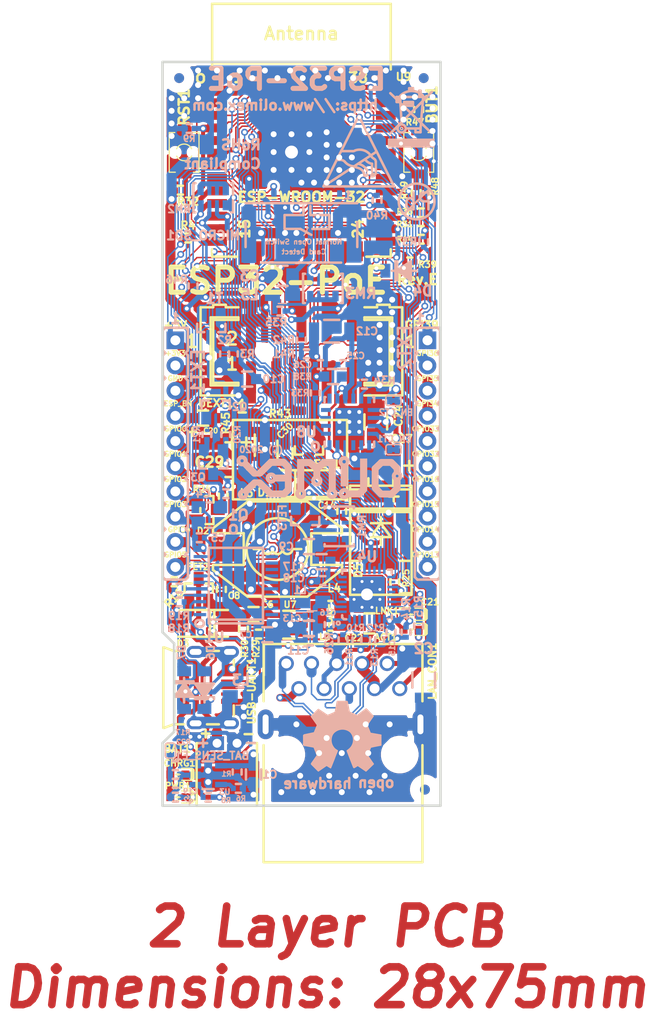
<source format=kicad_pcb>
(kicad_pcb (version 20171130) (host pcbnew 5.1.5-52549c5~84~ubuntu18.04.1)
  (title_block (title ESP-PoE) (date 2019-12-17) (rev E) (company "OLIMEX Ltd.") (comment 1 https://www.olimex.com))
  (layers (0 F.Cu mixed) (31 B.Cu mixed) (34 B.Paste user hide) (35 F.Paste user) (36 B.SilkS user hide) (37 F.SilkS user) (38 B.Mask user hide) (39 F.Mask user) (44 Edge.Cuts user))
  (net 0 "")
  (net 1 +5V)
  (net 2 GND)
  (net 3 "Net-(BAT1-Pad1)")
  (net 4 "Net-(BUT1-Pad2)")
  (net 5 +3V3)
  (net 6 "Net-(C11-Pad1)")
  (net 7 /ESP_EN)
  (net 8 "Net-(L2-Pad1)")
  (net 9 "Net-(Q2-Pad1)")
  (net 10 "Net-(MICRO_SD1-Pad5)")
  (net 11 /+5V_USB)
  (net 12 "Net-(MICRO_SD1-Pad1)")
  (net 13 "Net-(MICRO_SD1-Pad2)")
  (net 14 "Net-(MICRO_SD1-Pad8)")
  (net 15 "Net-(U4-Pad4)")
  (net 16 "Net-(U4-Pad14)")
  (net 17 "Net-(U4-Pad18)")
  (net 18 "Net-(U4-Pad20)")
  (net 19 "Net-(U4-Pad26)")
  (net 20 "Net-(USB-UART1-Pad4)")
  (net 21 "Net-(MICRO_SD1-Pad7)")
  (net 22 /D_Com)
  (net 23 Earth)
  (net 24 +5VP)
  (net 25 "Net-(C26-Pad1)")
  (net 26 Spare1)
  (net 27 Spare2)
  (net 28 /GPIO33)
  (net 29 /GPIO32)
  (net 30 /GPI39)
  (net 31 "Net-(FID1-PadFid1)")
  (net 32 "Net-(FID2-PadFid1)")
  (net 33 "Net-(FID3-PadFid1)")
  (net 34 "Net-(LAN_CON1-Pad6)")
  (net 35 "Net-(LAN_CON1-Pad3)")
  (net 36 "Net-(LAN_CON1-Pad2)")
  (net 37 "Net-(LAN_CON1-Pad1)")
  (net 38 "Net-(MICRO_SD1-PadCD1)")
  (net 39 "Net-(C2-Pad2)")
  (net 40 "Net-(C4-Pad1)")
  (net 41 "Net-(C5-Pad1)")
  (net 42 "Net-(C21-Pad2)")
  (net 43 "Net-(C25-Pad1)")
  (net 44 "Net-(C29-Pad2)")
  (net 45 "Net-(D4-Pad1)")
  (net 46 "Net-(D5-Pad2)")
  (net 47 "Net-(Q2-Pad2)")
  (net 48 "Net-(Q3-Pad3)")
  (net 49 "Net-(Q3-Pad2)")
  (net 50 "Net-(Q3-Pad1)")
  (net 51 "Net-(R6-Pad1)")
  (net 52 "Net-(R26-Pad1)")
  (net 53 "Net-(R29-Pad1)")
  (net 54 "Net-(R33-Pad2)")
  (net 55 "Net-(R34-Pad2)")
  (net 56 "Net-(R38-Pad1)")
  (net 57 "Net-(R41-Pad2)")
  (net 58 "Net-(U1-Pad17)")
  (net 59 "Net-(U1-Pad14)")
  (net 60 "Net-(U1-Pad13)")
  (net 61 "Net-(U1-Pad12)")
  (net 62 "Net-(U1-Pad11)")
  (net 63 "Net-(U1-Pad7)")
  (net 64 "Net-(U1-Pad6)")
  (net 65 "Net-(U8-Pad17)")
  (net 66 "Net-(U8-Pad16)")
  (net 67 "Net-(U8-Pad15)")
  (net 68 "Net-(U8-Pad5)")
  (net 69 "Net-(U8-Pad4)")
  (net 70 "Net-(U8-Pad2)")
  (net 71 "Net-(U9-Pad32)")
  (net 72 "Net-(C6-Pad1)")
  (net 73 +3.3VLAN)
  (net 74 "Net-(C17-Pad1)")
  (net 75 /GPIO0)
  (net 76 /GPI35)
  (net 77 "Net-(RM1-Pad3.2)")
  (net 78 "Net-(RM1-Pad2.2)")
  (net 79 "Net-(RM1-Pad4.2)")
  (net 80 "Net-(U9-Pad22)")
  (net 81 "Net-(U9-Pad21)")
  (net 82 "Net-(U9-Pad20)")
  (net 83 "Net-(U9-Pad19)")
  (net 84 "Net-(U9-Pad18)")
  (net 85 "Net-(U9-Pad17)")
  (net 86 "Net-(FID4-PadFid1)")
  (net 87 "Net-(FID5-PadFid1)")
  (net 88 "Net-(FID6-PadFid1)")
  (net 89 "Net-(ACT1-Pad2)")
  (net 90 "Net-(ACT1-Pad1)")
  (net 91 "Net-(LNK1-Pad1)")
  (net 92 "Net-(LNK1-Pad2)")
  (net 93 "Net-(C3-Pad1)")
  (net 94 "Net-(RM1-Pad1.2)")
  (net 95 "Net-(CHRG1-Pad1)")
  (net 96 "Net-(PWR1-Pad1)")
  (net 97 "Net-(C10-Pad2)")
  (net 98 "Net-(R3-Pad2)")
  (net 99 "Net-(C12-Pad2)")
  (net 100 "Net-(L3-Pad1)")
  (net 101 "Net-(R8-Pad2)")
  (net 102 "Net-(C8-Pad1)")
  (net 103 "Net-(D6-Pad1)")
  (net 104 "Net-(D7-Pad2)")
  (net 105 "Net-(U1-Pad20)")
  (net 106 "Net-(BAT_SENS_E1-Pad2)")
  (net 107 /GPI34\BUT1)
  (net 108 /GPIO2\HS2_DATA0)
  (net 109 /GPI36\U1RXD)
  (net 110 /GPIO3\U0RXD)
  (net 111 /GPIO1\U0TXD)
  (net 112 /GPIO4\U1TXD)
  (net 113 /GPIO5\SPI_CS)
  (net 114 /GPIO15\HS2_CMD)
  (net 115 /GPIO16\I2C-SCL)
  (net 116 /GPIO14\HS2_CLK)
  (net 117 /GPIO13\I2C-SDA)
  (net 118 /GPIO27\EMAC_RX_CRS_DV)
  (net 119 "/GPIO25\\EMAC_RXD0(RMII)")
  (net 120 "/GPIO18\\MDIO(RMII)")
  (net 121 "/GPIO26\\EMAC_RXD1(RMII)")
  (net 122 /GPIO12\PHY_PWR)
  (net 123 "/GPIO22\\EMAC_TXD1(RMII)")
  (net 124 "/GPIO19\\EMAC_TXD0(RMII)")
  (net 125 "/GPIO21\\EMAC_TX_EN(RMII)")
  (net 126 "/GPIO23\\MDC(RMII)")
  (net 127 /GPIO17\EMAC_CLK_OUT_180)
  (module OLIMEX_RLC-FP:C_0805_5MIL_DWS (layer F.Cu) (at 110.998 151.765)
    (fp_text reference C22 (at -1.5875 1.4605) (layer F.SilkS) (effects (font (size 0.635 0.635) (thickness 0.15875))))
    (fp_text value 47uF/6.3V/20%/X5R/C0805)
    (pad 2 smd rect (at 1.016 0 90) (size 1.524 1.27) (layers F.Cu F.Paste F.Mask) (net 2 GND))
    (pad 1 smd rect (at -1.016 0 90) (size 1.524 1.27) (layers F.Cu F.Paste F.Mask) (net 5 +3V3))
  )
  (module OLIMEX_Jumpers-FP:SJ_1_SMALLER (layer B.Cu) (at 113.411 129.286 180)
    (fp_text reference EN_CT2 (at -0.254 -1.2065 180) (layer B.SilkS) (effects (font (size 0.635 0.635) (thickness 0.15875)) (justify mirror)))
    (fp_text value Closed hide)
    (pad 2 smd rect (at 0.381 0 180) (size 0.508 0.762) (layers B.Cu B.Mask) (net 27 Spare2) (clearance 0.0508))
    (pad 1 smd rect (at -0.381 0 180) (size 0.508 0.762) (layers B.Cu B.Mask) (net 27 Spare2) (clearance 0.0508))
  )
  (module OLIMEX_Jumpers-FP:SJ_1_SMALLER (layer B.Cu) (at 113.411 134.239)
    (fp_text reference EN_CT1 (at 0.0635 -1.0795) (layer B.SilkS) (effects (font (size 0.635 0.635) (thickness 0.15875)) (justify mirror)))
    (fp_text value Closed hide)
    (pad 2 smd rect (at 0.381 0) (size 0.508 0.762) (layers B.Cu B.Mask) (net 26 Spare1) (clearance 0.0508))
    (pad 1 smd rect (at -0.381 0) (size 0.508 0.762) (layers B.Cu B.Mask) (net 26 Spare1) (clearance 0.0508))
  )
  (module OLIMEX_RLC-FP:R_0402_5MIL_DWS (layer B.Cu) (at 91.44 167.005)
    (fp_text reference R22 (at 0.8255 -3.2766) (layer B.SilkS) (effects (font (size 0.508 0.508) (thickness 0.127)) (justify mirror)))
    (fp_text value 470k/R0402)
    (pad 2 smd rect (at 0.508 0) (size 0.5 0.55) (layers B.Cu B.Paste B.Mask) (net 2 GND))
    (pad 1 smd rect (at -0.508 0 180) (size 0.5 0.55) (layers B.Cu B.Paste B.Mask) (net 106 "Net-(BAT_SENS_E1-Pad2)"))
  )
  (module OLIMEX_RLC-FP:R_0402_5MIL_DWS (layer B.Cu) (at 91.44 166.116 180)
    (fp_text reference R17 (at -0.762 3.3655 180) (layer B.SilkS) (effects (font (size 0.508 0.508) (thickness 0.127)) (justify mirror)))
    (fp_text value 470k/R0402)
    (pad 2 smd rect (at 0.508 0 180) (size 0.5 0.55) (layers B.Cu B.Paste B.Mask) (net 106 "Net-(BAT_SENS_E1-Pad2)"))
    (pad 1 smd rect (at -0.508 0) (size 0.5 0.55) (layers B.Cu B.Paste B.Mask) (net 3 "Net-(BAT1-Pad1)"))
  )
  (module OLIMEX_RLC-FP:R_0402_5MIL_DWS (layer F.Cu) (at 91.313 147.574)
    (fp_text reference R16 (at 0 1.651 225) (layer F.SilkS) (effects (font (size 0.762 0.762) (thickness 0.1905))))
    (fp_text value "NA(10k/R0402)")
    (pad 2 smd rect (at 0.508 0) (size 0.5 0.55) (layers F.Cu F.Paste F.Mask) (net 5 +3V3))
    (pad 1 smd rect (at -0.508 0 180) (size 0.5 0.55) (layers F.Cu F.Paste F.Mask) (net 110 /GPIO3\U0RXD))
  )
  (module OLIMEX_Diodes-FP:SOD-123_1C-2A_KA (layer B.Cu) (at 92.329 158.496 270)
    (fp_text reference D7 (at -3.81 0.254 90) (layer B.SilkS) (effects (font (size 0.762 0.762) (thickness 0.1905)) (justify mirror)))
    (fp_text value "1N5819S4(SOD-123)")
    (pad 2 smd rect (at 1.9 0 270) (size 1 1.4) (layers B.Cu B.Paste B.Mask) (net 104 "Net-(D7-Pad2)") (clearance 0.0508))
    (pad 1 smd rect (at -1.9 0 270) (size 1 1.4) (layers B.Cu B.Paste B.Mask) (net 111 /GPIO1\U0TXD) (clearance 0.0508))
  )
  (module OLIMEX_Diodes-FP:SOD-123_1C-2A_KA (layer B.Cu) (at 94.361 158.496 90)
    (fp_text reference D6 (at 3.81 0.635 270) (layer B.SilkS) (effects (font (size 0.762 0.762) (thickness 0.1905)) (justify mirror)))
    (fp_text value "1N5819S4(SOD-123)")
    (pad 2 smd rect (at 1.9 0 90) (size 1 1.4) (layers B.Cu B.Paste B.Mask) (net 110 /GPIO3\U0RXD) (clearance 0.0508))
    (pad 1 smd rect (at -1.9 0 90) (size 1 1.4) (layers B.Cu B.Paste B.Mask) (net 103 "Net-(D6-Pad1)") (clearance 0.0508))
  )
  (module OLIMEX_RLC-FP:C_0402_5MIL_DWS (layer B.Cu) (at 106.045 125.6665)
    (fp_text reference C26 (at -1.778 0) (layer B.SilkS) (effects (font (size 0.635 0.635) (thickness 0.15875)) (justify mirror)))
    (fp_text value 1nF/50V/10%/X7R/C0402)
    (pad 2 smd rect (at 0.508 0) (size 0.5 0.55) (layers B.Cu B.Paste B.Mask) (net 99 "Net-(C12-Pad2)"))
    (pad 1 smd rect (at -0.508 0 180) (size 0.5 0.55) (layers B.Cu B.Paste B.Mask) (net 25 "Net-(C26-Pad1)"))
  )
  (module OLIMEX_RLC-FP:C_0402_5MIL_DWS (layer B.Cu) (at 91.44 167.894)
    (fp_text reference C19 (at 1.524 0.7874) (layer B.SilkS) (effects (font (size 0.508 0.508) (thickness 0.127)) (justify mirror)))
    (fp_text value 1nF/50V/10%/X7R/C0402)
    (pad 2 smd rect (at 0.508 0) (size 0.5 0.55) (layers B.Cu B.Paste B.Mask) (net 2 GND))
    (pad 1 smd rect (at -0.508 0 180) (size 0.5 0.55) (layers B.Cu B.Paste B.Mask) (net 106 "Net-(BAT_SENS_E1-Pad2)"))
  )
  (module OLIMEX_RLC-FP:R_0402_5MIL_DWS (layer B.Cu) (at 92.837 101.854 180)
    (fp_text reference R9 (at 0 -1.016 180) (layer B.SilkS) (effects (font (size 0.635 0.635) (thickness 0.15875)) (justify mirror)))
    (fp_text value 100k/R0402)
    (pad 2 smd rect (at 0.508 0 180) (size 0.5 0.55) (layers B.Cu B.Paste B.Mask) (net 2 GND))
    (pad 1 smd rect (at -0.508 0) (size 0.5 0.55) (layers B.Cu B.Paste B.Mask) (net 30 /GPI39))
  )
  (module OLIMEX_RLC-FP:R_0402_5MIL_DWS (layer F.Cu) (at 92.71 112.903)
    (fp_text reference R4 (at 0 -1.27 180) (layer F.SilkS) (effects (font (size 0.762 0.762) (thickness 0.1905))))
    (fp_text value 47k/R0402)
    (pad 2 smd rect (at 0.508 0) (size 0.5 0.55) (layers F.Cu F.Paste F.Mask) (net 30 /GPI39))
    (pad 1 smd rect (at -0.508 0 180) (size 0.5 0.55) (layers F.Cu F.Paste F.Mask) (net 1 +5V))
  )
  (module OLIMEX_RLC-FP:R_0402_5MIL_DWS (layer B.Cu) (at 97.79 168.402)
    (fp_text reference R6 (at 0.254 1.016) (layer B.SilkS) (effects (font (size 0.508 0.508) (thickness 0.127)) (justify mirror)))
    (fp_text value 2.2k/R0402)
    (pad 2 smd rect (at 0.508 0) (size 0.5 0.55) (layers B.Cu B.Paste B.Mask) (net 2 GND))
    (pad 1 smd rect (at -0.508 0 180) (size 0.5 0.55) (layers B.Cu B.Paste B.Mask) (net 51 "Net-(R6-Pad1)"))
  )
  (module OLIMEX_IC-FP:SOT-23-5 (layer B.Cu) (at 94.742 167.0685 180)
    (fp_text reference U3 (at -1.6764 -1.6891) (layer B.SilkS) (effects (font (size 0.5588 0.5588) (thickness 0.1397)) (justify mirror)))
    (fp_text value "BL4054B-42TPRN(SOT23-5)")
    (pad 1 smd rect (at 1.3 -0.95 180) (size 1.2 0.55) (layers B.Cu B.Paste B.Mask) (net 101 "Net-(R8-Pad2)") (clearance 0.0508))
    (pad 2 smd rect (at 1.3 0 180) (size 1.2 0.55) (layers B.Cu B.Paste B.Mask) (net 2 GND) (clearance 0.0508))
    (pad 3 smd rect (at 1.3 0.95 180) (size 1.2 0.55) (layers B.Cu B.Paste B.Mask) (net 3 "Net-(BAT1-Pad1)") (clearance 0.0508))
    (pad 5 smd rect (at -1.3 -0.95 180) (size 1.2 0.55) (layers B.Cu B.Paste B.Mask) (net 51 "Net-(R6-Pad1)") (clearance 0.0508))
    (pad 4 smd rect (at -1.3 0.95 180) (size 1.2 0.55) (layers B.Cu B.Paste B.Mask) (net 1 +5V) (clearance 0.0508))
  )
  (module OLIMEX_RLC-FP:L_0805_5MIL_DWS (layer B.Cu) (at 97.9805 159.131)
    (fp_text reference L3 (at 0.0635 -1.651) (layer B.SilkS) (effects (font (size 1.016 1.016) (thickness 0.254)) (justify mirror)))
    (fp_text value "NA(FB0805/600R/2A)")
    (pad 1 smd rect (at -1.016 0) (size 1.524 1.27) (layers B.Cu B.Paste B.Mask) (net 100 "Net-(L3-Pad1)") (clearance 0.0508))
    (pad 2 smd rect (at 1.016 0) (size 1.524 1.27) (layers B.Cu B.Paste B.Mask) (net 2 GND) (clearance 0.0508))
  )
  (module OLIMEX_LOGOs-FP:LOGO_OPENHARDWARE_8x8 (layer B.Cu) (at 108.2675 163.6395 180)
    (fp_text reference Logo_OSHW hide)
    (fp_text value "" hide)
    (fp_text user hardware (at 2.51206 -4.2672 180) (layer B.SilkS) (effects (font (size 1.016 1.016) (thickness 0.254)) (justify mirror)))
    (fp_text user open (at -3.40106 -4.17576 180) (layer B.SilkS) (effects (font (size 1.016 1.016) (thickness 0.254)) (justify mirror)))
  )
  (module OLIMEX_RLC-FP:R_0402_5MIL_DWS (layer B.Cu) (at 97.282 124.587 270)
    (fp_text reference R3 (at 0 -1.397) (layer B.SilkS) (effects (font (size 0.762 0.762) (thickness 0.1905)) (justify mirror)))
    (fp_text value 1k/R0402)
    (pad 2 smd rect (at 0.508 0 270) (size 0.5 0.55) (layers B.Cu B.Paste B.Mask) (net 98 "Net-(R3-Pad2)"))
    (pad 1 smd rect (at -0.508 0 90) (size 0.5 0.55) (layers B.Cu B.Paste B.Mask) (net 97 "Net-(C10-Pad2)"))
  )
  (module OLIMEX_RLC-FP:C_0603_5MIL_DWS (layer B.Cu) (at 98.679 127.127)
    (fp_text reference C10 (at 2.667 0) (layer B.SilkS) (effects (font (size 0.762 0.762) (thickness 0.1905)) (justify mirror)))
    (fp_text value 22uF/6.3V/20%/X5R/C0603)
    (pad 2 smd rect (at 0.889 0) (size 1.016 1.016) (layers B.Cu B.Paste B.Mask) (net 97 "Net-(C10-Pad2)") (clearance 0.0508))
    (pad 1 smd rect (at -0.889 0) (size 1.016 1.016) (layers B.Cu B.Paste B.Mask) (net 5 +3V3) (clearance 0.0508))
  )
  (module OLIMEX_RLC-FP:C_0402_5MIL_DWS (layer B.Cu) (at 108.331 125.6665)
    (fp_text reference C25 (at 1.27 -0.889 180) (layer B.SilkS) (effects (font (size 0.635 0.635) (thickness 0.15875)) (justify mirror)))
    (fp_text value 100nF/16V/10%/X7R/C0402)
    (pad 2 smd rect (at 0.508 0) (size 0.5 0.55) (layers B.Cu B.Paste B.Mask) (net 99 "Net-(C12-Pad2)"))
    (pad 1 smd rect (at -0.508 0 180) (size 0.5 0.55) (layers B.Cu B.Paste B.Mask) (net 43 "Net-(C25-Pad1)"))
  )
  (module OLIMEX_LOGOs-FP:OLIMEX_LOGO_TB (layer B.Cu) (at 105.791 137.033 180)
    (fp_text reference Logo_Olimex hide)
    (fp_text value "" hide)
  )
  (module OLIMEX_LOGOs-FP:LOGO_RECYCLEBIN_1 (layer B.Cu) (at 117.5385 103.759 180)
    (fp_text reference Sign_RecycleBin hide)
    (fp_text value "" hide)
  )
  (module OLIMEX_LOGOs-FP:LOGO_PBFREE (layer B.Cu) (at 115.951 108.9025)
    (fp_text reference Sign_PB-Free)
    (fp_text value "")
    (fp_text user Pb (at -0.08636 0.33528) (layer B.SilkS) (effects (font (size 1.7 1.5) (thickness 0.254)) (justify mirror)))
  )
  (module OLIMEX_RLC-FP:C_0805_5MIL_DWS (layer B.Cu) (at 102.235 116.713 180)
    (fp_text reference C3 (at 3.302 0 180) (layer B.SilkS) (effects (font (size 1.016 1.016) (thickness 0.254)) (justify mirror)))
    (fp_text value 47uF/6.3V/20%/X5R/C0805)
    (pad 2 smd rect (at 1.016 0 90) (size 1.524 1.27) (layers B.Cu B.Paste B.Mask) (net 2 GND))
    (pad 1 smd rect (at -1.016 0 90) (size 1.524 1.27) (layers B.Cu B.Paste B.Mask) (net 93 "Net-(C3-Pad1)"))
  )
  (module OLIMEX_LEDs-FP:LED_0603_KA (layer F.Cu) (at 115.189 150.876 180)
    (fp_text reference LNK1 (at 2.413 0.381 180) (layer F.SilkS) (effects (font (size 0.635 0.635) (thickness 0.15875))))
    (fp_text value LED/GREEN/0603)
    (pad 1 smd rect (at -0.762 0) (size 0.8 0.8) (layers F.Cu F.Paste F.Mask) (net 91 "Net-(LNK1-Pad1)"))
    (pad 2 smd rect (at 0.762 0) (size 0.8 0.8) (layers F.Cu F.Paste F.Mask) (net 92 "Net-(LNK1-Pad2)"))
  )
  (module OLIMEX_LEDs-FP:LED_0603_KA (layer F.Cu) (at 115.189 152.4 180)
    (fp_text reference ACT1 (at 2.54 -0.762 180) (layer F.SilkS) (effects (font (size 0.635 0.635) (thickness 0.15875))))
    (fp_text value LED/YELLOW/0603)
    (pad 1 smd rect (at -0.762 0) (size 0.8 0.8) (layers F.Cu F.Paste F.Mask) (net 90 "Net-(ACT1-Pad1)"))
    (pad 2 smd rect (at 0.762 0) (size 0.8 0.8) (layers F.Cu F.Paste F.Mask) (net 89 "Net-(ACT1-Pad2)"))
  )
  (module OLIMEX_Connectors-FP:LIPO_BAT-CON2DW02R (layer F.Cu) (at 96.647 167.005)
    (fp_text reference BAT1 (at -5.0165 -2.6035 180) (layer F.SilkS) (effects (font (size 0.762 0.762) (thickness 0.1905))))
    (fp_text value DW02R)
    (pad 1 thru_hole rect (at -1.00838 -3.15214) (size 1.4 1.4) (drill 0.9) (layers *.Cu *.Mask) (net 3 "Net-(BAT1-Pad1)"))
    (pad 2 thru_hole circle (at 1.0033 -3.15468) (size 1.4 1.4) (drill 0.9) (layers *.Cu *.Mask) (net 2 GND))
  )
  (module OLIMEX_Other-FP:Fiducial1x3 (layer B.Cu) (at 116.586 168.529 270)
    (fp_text reference FID6 hide)
    (fp_text value Fiducial hide)
    (pad Fid1 connect circle (at 0 0 270) (size 1 1) (layers B.Cu B.Mask) (net 88 "Net-(FID6-PadFid1)") (clearance 1.016))
  )
  (module OLIMEX_Other-FP:Fiducial1x3 (layer B.Cu) (at 116.459 96.774 270)
    (fp_text reference FID5 hide)
    (fp_text value Fiducial hide)
    (pad Fid1 connect circle (at 0 0 270) (size 1 1) (layers B.Cu B.Mask) (net 87 "Net-(FID5-PadFid1)") (clearance 1.016))
  )
  (module OLIMEX_Other-FP:Fiducial1x3 (layer B.Cu) (at 91.821 96.774 270)
    (fp_text reference FID4 hide)
    (fp_text value Fiducial hide)
    (pad Fid1 connect circle (at 0 0 270) (size 1 1) (layers B.Cu B.Mask) (net 86 "Net-(FID4-PadFid1)") (clearance 1.016))
  )
  (module OLIMEX_RLC-FP:C_0603_5MIL_DWS (layer F.Cu) (at 102.489 134.62 270)
    (fp_text reference C30 (at -2.286 0 45) (layer F.SilkS) (effects (font (size 0.635 0.635) (thickness 0.15875))))
    (fp_text value 22uF/6.3V/20%/X5R/C0603)
    (pad 2 smd rect (at 0.889 0 270) (size 1.016 1.016) (layers F.Cu F.Paste F.Mask) (net 2 GND) (clearance 0.0508))
    (pad 1 smd rect (at -0.889 0 270) (size 1.016 1.016) (layers F.Cu F.Paste F.Mask) (net 24 +5VP) (clearance 0.0508))
  )
  (module OLIMEX_RLC-FP:CPOL-RM3.5mm_8.0x11.5mm_SMD (layer F.Cu) (at 94.742 135.255 270)
    (fp_text reference C29 (at 0.254 -0.127 180) (layer F.SilkS) (effects (font (size 1.016 1.016) (thickness 0.254))))
    (fp_text value 680uF/10V/20%/105C/RM3.5/8x11.5mm)
    (fp_text user + (at -2.794 1.651 270) (layer F.SilkS) (effects (font (size 1.016 1.016) (thickness 0.254))))
    (fp_text user + (at -1.75 -3.75 90) (layer F.SilkS) (effects (font (size 1.27 1.27) (thickness 0.254))))
    (pad 2 smd rect (at 1.75 0 270) (size 1.5 3) (layers F.Cu F.Paste F.Mask) (net 44 "Net-(C29-Pad2)"))
    (pad 1 smd rect (at -1.75 0 270) (size 1.5 3) (layers F.Cu F.Paste F.Mask) (net 24 +5VP))
  )
  (module OLIMEX_RLC-FP:R_1206_5MIL_DWS (layer F.Cu) (at 98.298 133.477 270)
    (fp_text reference R45 (at -1.905 1.778 90) (layer F.SilkS) (effects (font (size 0.762 0.762) (thickness 0.1905))))
    (fp_text value 220R/5%/0.25W/R1206)
    (pad 2 smd rect (at 1.397 0 270) (size 1.524 1.778) (layers F.Cu F.Paste F.Mask) (net 2 GND))
    (pad 1 smd rect (at -1.397 0 270) (size 1.524 1.778) (layers F.Cu F.Paste F.Mask) (net 24 +5VP))
  )
  (module OLIMEX_RLC-FP:R_1206_5MIL_DWS (layer F.Cu) (at 100.584 134.112 270)
    (fp_text reference R43 (at -3.4925 -1.397) (layer F.SilkS) (effects (font (size 0.762 0.762) (thickness 0.1905))))
    (fp_text value 220R/5%/0.25W/R1206)
    (pad 2 smd rect (at 1.397 0 270) (size 1.524 1.778) (layers F.Cu F.Paste F.Mask) (net 2 GND))
    (pad 1 smd rect (at -1.397 0 270) (size 1.524 1.778) (layers F.Cu F.Paste F.Mask) (net 24 +5VP))
  )
  (module OLIMEX_RLC-FP:C_0402_5MIL_DWS (layer F.Cu) (at 108.204 140.462 90)
    (fp_text reference C14 (at 0.6096 -1.4986 180) (layer F.SilkS) (effects (font (size 0.635 0.635) (thickness 0.15875))))
    (fp_text value 100nF/16V/10%/X7R/C0402)
    (pad 2 smd rect (at 0.508 0 90) (size 0.5 0.55) (layers F.Cu F.Paste F.Mask) (net 2 GND))
    (pad 1 smd rect (at -0.508 0 270) (size 0.5 0.55) (layers F.Cu F.Paste F.Mask) (net 73 +3.3VLAN))
  )
  (module OLIMEX_RLC-FP:C_0402_5MIL_DWS (layer B.Cu) (at 106.299 147.447 180)
    (fp_text reference C18 (at 2.921 0.254 180) (layer B.SilkS) (effects (font (size 0.762 0.762) (thickness 0.1905)) (justify mirror)))
    (fp_text value 100nF/16V/10%/X7R/C0402)
    (pad 2 smd rect (at 0.508 0 180) (size 0.5 0.55) (layers B.Cu B.Paste B.Mask) (net 2 GND))
    (pad 1 smd rect (at -0.508 0) (size 0.5 0.55) (layers B.Cu B.Paste B.Mask) (net 74 "Net-(C17-Pad1)"))
  )
  (module OLIMEX_RLC-FP:C_0402_5MIL_DWS (layer B.Cu) (at 105.029 151.003 180)
    (fp_text reference C16 (at -1.778 0.3175 180) (layer B.SilkS) (effects (font (size 0.5588 0.5588) (thickness 0.1397)) (justify mirror)))
    (fp_text value 100nF/16V/10%/X7R/C0402)
    (pad 2 smd rect (at 0.508 0 180) (size 0.5 0.55) (layers B.Cu B.Paste B.Mask) (net 2 GND))
    (pad 1 smd rect (at -0.508 0) (size 0.5 0.55) (layers B.Cu B.Paste B.Mask) (net 6 "Net-(C11-Pad1)"))
  )
  (module OLIMEX_RLC-FP:C_0402_5MIL_DWS (layer B.Cu) (at 113.157 152.654 90)
    (fp_text reference C15 (at -1.5875 0.127 270) (layer B.SilkS) (effects (font (size 0.5588 0.5588) (thickness 0.1397)) (justify mirror)))
    (fp_text value 100nF/16V/10%/X7R/C0402)
    (pad 2 smd rect (at 0.508 0 90) (size 0.5 0.55) (layers B.Cu B.Paste B.Mask) (net 2 GND))
    (pad 1 smd rect (at -0.508 0 270) (size 0.5 0.55) (layers B.Cu B.Paste B.Mask) (net 6 "Net-(C11-Pad1)"))
  )
  (module OLIMEX_RLC-FP:C_0402_5MIL_DWS (layer B.Cu) (at 105.029 153.543 180)
    (fp_text reference C11 (at 1.2065 -0.9525) (layer B.SilkS) (effects (font (size 0.762 0.762) (thickness 0.1905)) (justify mirror)))
    (fp_text value 100nF/16V/10%/X7R/C0402)
    (pad 2 smd rect (at 0.508 0 180) (size 0.5 0.55) (layers B.Cu B.Paste B.Mask) (net 2 GND))
    (pad 1 smd rect (at -0.508 0) (size 0.5 0.55) (layers B.Cu B.Paste B.Mask) (net 6 "Net-(C11-Pad1)"))
  )
  (module OLIMEX_RLC-FP:R_0402_5MIL_DWS (layer B.Cu) (at 93.218 117.729 90)
    (fp_text reference R46 (at 0.635 -1.651) (layer B.SilkS) (effects (font (size 0.762 0.762) (thickness 0.1905)) (justify mirror)))
    (fp_text value 220R/R0402)
    (pad 2 smd rect (at 0.508 0 90) (size 0.5 0.55) (layers B.Cu B.Paste B.Mask) (net 21 "Net-(MICRO_SD1-Pad7)"))
    (pad 1 smd rect (at -0.508 0 270) (size 0.5 0.55) (layers B.Cu B.Paste B.Mask) (net 108 /GPIO2\HS2_DATA0))
  )
  (module OLIMEX_RLC-FP:R_0402_5MIL_DWS (layer F.Cu) (at 116.205 113.03)
    (fp_text reference R44 (at -1.651 0) (layer F.SilkS) (effects (font (size 0.5588 0.5588) (thickness 0.1397))))
    (fp_text value NA/R0402)
    (pad 2 smd rect (at 0.508 0) (size 0.5 0.55) (layers F.Cu F.Paste F.Mask) (net 5 +3V3))
    (pad 1 smd rect (at -0.508 0 180) (size 0.5 0.55) (layers F.Cu F.Paste F.Mask) (net 75 /GPIO0))
  )
  (module OLIMEX_RLC-FP:R_0402_5MIL_DWS (layer B.Cu) (at 104.14 123.19 90)
    (fp_text reference R42 (at 0 -1.778 180) (layer B.SilkS) (effects (font (size 0.762 0.762) (thickness 0.1905)) (justify mirror)))
    (fp_text value 3.01k/1%/R0402)
    (pad 2 smd rect (at 0.508 0 90) (size 0.5 0.55) (layers B.Cu B.Paste B.Mask) (net 2 GND))
    (pad 1 smd rect (at -0.508 0 270) (size 0.5 0.55) (layers B.Cu B.Paste B.Mask) (net 57 "Net-(R41-Pad2)"))
  )
  (module OLIMEX_RLC-FP:R_0402_5MIL_DWS (layer B.Cu) (at 104.648 124.587 180)
    (fp_text reference R41 (at 2.286 0 180) (layer B.SilkS) (effects (font (size 0.762 0.762) (thickness 0.1905)) (justify mirror)))
    (fp_text value 1k/1%/R0402)
    (pad 2 smd rect (at 0.508 0 180) (size 0.5 0.55) (layers B.Cu B.Paste B.Mask) (net 57 "Net-(R41-Pad2)"))
    (pad 1 smd rect (at -0.508 0) (size 0.5 0.55) (layers B.Cu B.Paste B.Mask) (net 24 +5VP))
  )
  (module OLIMEX_RLC-FP:R_0402_5MIL_DWS (layer B.Cu) (at 111.76 109.093 90)
    (fp_text reference R40 (at -1.524 0 180) (layer B.SilkS) (effects (font (size 0.762 0.762) (thickness 0.1905)) (justify mirror)))
    (fp_text value 10R/R0402)
    (pad 2 smd rect (at 0.508 0 90) (size 0.5 0.55) (layers B.Cu B.Paste B.Mask) (net 10 "Net-(MICRO_SD1-Pad5)"))
    (pad 1 smd rect (at -0.508 0 270) (size 0.5 0.55) (layers B.Cu B.Paste B.Mask) (net 116 /GPIO14\HS2_CLK))
  )
  (module OLIMEX_RLC-FP:R_0402_5MIL_DWS (layer F.Cu) (at 115.062 115.316 180)
    (fp_text reference R39 (at -1.778 -0.254 180) (layer F.SilkS) (effects (font (size 0.635 0.635) (thickness 0.15875))))
    (fp_text value 10k/R0402)
    (pad 2 smd rect (at 0.508 0 180) (size 0.5 0.55) (layers F.Cu F.Paste F.Mask) (net 114 /GPIO15\HS2_CMD))
    (pad 1 smd rect (at -0.508 0) (size 0.5 0.55) (layers F.Cu F.Paste F.Mask) (net 5 +3V3))
  )
  (module OLIMEX_RLC-FP:R_0402_5MIL_DWS (layer F.Cu) (at 116.205 110.363 180)
    (fp_text reference R36 (at 1.651 0.127 180) (layer F.SilkS) (effects (font (size 0.5588 0.5588) (thickness 0.1397))))
    (fp_text value 10k/R0402)
    (pad 2 smd rect (at 0.508 0 180) (size 0.5 0.55) (layers F.Cu F.Paste F.Mask) (net 113 /GPIO5\SPI_CS))
    (pad 1 smd rect (at -0.508 0) (size 0.5 0.55) (layers F.Cu F.Paste F.Mask) (net 5 +3V3))
  )
  (module OLIMEX_RLC-FP:R_0402_5MIL_DWS (layer B.Cu) (at 101.981 120.269)
    (fp_text reference R35 (at -0.381 1.143 180) (layer B.SilkS) (effects (font (size 0.762 0.762) (thickness 0.1905)) (justify mirror)))
    (fp_text value 2.2k/R0402)
    (pad 2 smd rect (at 0.508 0) (size 0.5 0.55) (layers B.Cu B.Paste B.Mask) (net 117 /GPIO13\I2C-SDA))
    (pad 1 smd rect (at -0.508 0 180) (size 0.5 0.55) (layers B.Cu B.Paste B.Mask) (net 5 +3V3))
  )
  (module OLIMEX_RLC-FP:R_0402_5MIL_DWS (layer B.Cu) (at 110.49 127.635 180)
    (fp_text reference R34 (at -2.032 0.381 180) (layer B.SilkS) (effects (font (size 0.762 0.762) (thickness 0.1905)) (justify mirror)))
    (fp_text value "NA(49.9R/1%/R0402)")
    (pad 2 smd rect (at 0.508 0 180) (size 0.5 0.55) (layers B.Cu B.Paste B.Mask) (net 55 "Net-(R34-Pad2)"))
    (pad 1 smd rect (at -0.508 0) (size 0.5 0.55) (layers B.Cu B.Paste B.Mask) (net 23 Earth))
  )
  (module OLIMEX_RLC-FP:R_0402_5MIL_DWS (layer B.Cu) (at 105.537 128.524 270)
    (fp_text reference R33 (at 0 1.524) (layer B.SilkS) (effects (font (size 0.635 0.635) (thickness 0.15875)) (justify mirror)))
    (fp_text value 47k/R0402)
    (pad 2 smd rect (at 0.508 0 270) (size 0.5 0.55) (layers B.Cu B.Paste B.Mask) (net 54 "Net-(R33-Pad2)"))
    (pad 1 smd rect (at -0.508 0 90) (size 0.5 0.55) (layers B.Cu B.Paste B.Mask) (net 25 "Net-(C26-Pad1)"))
  )
  (module OLIMEX_RLC-FP:R_0402_5MIL_DWS (layer F.Cu) (at 116.205 111.252 180)
    (fp_text reference R31 (at 1.651 -0.254) (layer F.SilkS) (effects (font (size 0.5588 0.5588) (thickness 0.1397))))
    (fp_text value 2.2k/R0402)
    (pad 2 smd rect (at 0.508 0 180) (size 0.5 0.55) (layers F.Cu F.Paste F.Mask) (net 115 /GPIO16\I2C-SCL))
    (pad 1 smd rect (at -0.508 0) (size 0.5 0.55) (layers F.Cu F.Paste F.Mask) (net 5 +3V3))
  )
  (module OLIMEX_RLC-FP:R_0402_5MIL_DWS (layer F.Cu) (at 98.298 152.3365 90)
    (fp_text reference R30 (at -1.9685 0.127 90) (layer F.SilkS) (effects (font (size 0.635 0.635) (thickness 0.15875))))
    (fp_text value 49.9k/1%/R0402)
    (pad 2 smd rect (at 0.508 0 90) (size 0.5 0.55) (layers F.Cu F.Paste F.Mask) (net 2 GND))
    (pad 1 smd rect (at -0.508 0 270) (size 0.5 0.55) (layers F.Cu F.Paste F.Mask) (net 53 "Net-(R29-Pad1)"))
  )
  (module OLIMEX_RLC-FP:R_0402_5MIL_DWS (layer F.Cu) (at 99.822 152.8445 180)
    (fp_text reference R29 (at 0.254 -1.4605 90) (layer F.SilkS) (effects (font (size 0.635 0.635) (thickness 0.15875))))
    (fp_text value 220k/R0402)
    (pad 2 smd rect (at 0.508 0 180) (size 0.5 0.55) (layers F.Cu F.Paste F.Mask) (net 5 +3V3))
    (pad 1 smd rect (at -0.508 0) (size 0.5 0.55) (layers F.Cu F.Paste F.Mask) (net 53 "Net-(R29-Pad1)"))
  )
  (module OLIMEX_RLC-FP:R_0402_5MIL_DWS (layer B.Cu) (at 106.934 151.892 270)
    (fp_text reference R26 (at 1.905 0 270) (layer B.SilkS) (effects (font (size 0.762 0.762) (thickness 0.1905)) (justify mirror)))
    (fp_text value 12.1k/1%/R0402)
    (pad 2 smd rect (at 0.508 0 270) (size 0.5 0.55) (layers B.Cu B.Paste B.Mask) (net 2 GND))
    (pad 1 smd rect (at -0.508 0 90) (size 0.5 0.55) (layers B.Cu B.Paste B.Mask) (net 52 "Net-(R26-Pad1)"))
  )
  (module OLIMEX_RLC-FP:R_0402_5MIL_DWS (layer F.Cu) (at 113.538 147.574 90)
    (fp_text reference R25 (at 0.381 1.143 90) (layer F.SilkS) (effects (font (size 0.635 0.635) (thickness 0.15875))))
    (fp_text value 10k/R0402)
    (pad 2 smd rect (at 0.508 0 90) (size 0.5 0.55) (layers F.Cu F.Paste F.Mask) (net 73 +3.3VLAN))
    (pad 1 smd rect (at -0.508 0 270) (size 0.5 0.55) (layers F.Cu F.Paste F.Mask) (net 42 "Net-(C21-Pad2)"))
  )
  (module OLIMEX_RLC-FP:R_0402_5MIL_DWS (layer B.Cu) (at 91.44 169.291 180)
    (fp_text reference R5 (at -1.2954 -0.2794 315) (layer B.SilkS) (effects (font (size 0.508 0.508) (thickness 0.127)) (justify mirror)))
    (fp_text value 2.2k/R0402)
    (pad 2 smd rect (at 0.508 0 180) (size 0.5 0.55) (layers B.Cu B.Paste B.Mask) (net 2 GND))
    (pad 1 smd rect (at -0.508 0) (size 0.5 0.55) (layers B.Cu B.Paste B.Mask) (net 96 "Net-(PWR1-Pad1)"))
  )
  (module OLIMEX_RLC-FP:R_0402_5MIL_DWS (layer B.Cu) (at 115.951 152.019 90)
    (fp_text reference R15 (at 1.9685 0 90) (layer B.SilkS) (effects (font (size 0.762 0.762) (thickness 0.1905)) (justify mirror)))
    (fp_text value 2.2k/R0402)
    (pad 2 smd rect (at 0.508 0 90) (size 0.5 0.55) (layers B.Cu B.Paste B.Mask) (net 2 GND))
    (pad 1 smd rect (at -0.508 0 270) (size 0.5 0.55) (layers B.Cu B.Paste B.Mask) (net 90 "Net-(ACT1-Pad1)"))
  )
  (module OLIMEX_RLC-FP:R_0402_5MIL_DWS (layer B.Cu) (at 114.681 152.654 90)
    (fp_text reference R14 (at 2.3495 0 90) (layer B.SilkS) (effects (font (size 0.762 0.762) (thickness 0.1905)) (justify mirror)))
    (fp_text value 2.2k/R0402)
    (pad 2 smd rect (at 0.508 0 90) (size 0.5 0.55) (layers B.Cu B.Paste B.Mask) (net 92 "Net-(LNK1-Pad2)"))
    (pad 1 smd rect (at -0.508 0 270) (size 0.5 0.55) (layers B.Cu B.Paste B.Mask) (net 6 "Net-(C11-Pad1)"))
  )
  (module OLIMEX_RLC-FP:R_0402_5MIL_DWS (layer B.Cu) (at 110.617 153.416 90)
    (fp_text reference R13 (at -1.778 0.889 90) (layer B.SilkS) (effects (font (size 0.635 0.635) (thickness 0.15875)) (justify mirror)))
    (fp_text value 49.9R/1%/R0402)
    (pad 2 smd rect (at 0.508 0 90) (size 0.5 0.55) (layers B.Cu B.Paste B.Mask) (net 37 "Net-(LAN_CON1-Pad1)"))
    (pad 1 smd rect (at -0.508 0 270) (size 0.5 0.55) (layers B.Cu B.Paste B.Mask) (net 6 "Net-(C11-Pad1)"))
  )
  (module OLIMEX_RLC-FP:R_0402_5MIL_DWS (layer B.Cu) (at 112.014 153.416 90)
    (fp_text reference R12 (at 1.2065 -0.381 180) (layer B.SilkS) (effects (font (size 0.635 0.635) (thickness 0.15875)) (justify mirror)))
    (fp_text value 49.9R/1%/R0402)
    (pad 2 smd rect (at 0.508 0 90) (size 0.5 0.55) (layers B.Cu B.Paste B.Mask) (net 36 "Net-(LAN_CON1-Pad2)"))
    (pad 1 smd rect (at -0.508 0 270) (size 0.5 0.55) (layers B.Cu B.Paste B.Mask) (net 6 "Net-(C11-Pad1)"))
  )
  (module OLIMEX_RLC-FP:R_0402_5MIL_DWS (layer B.Cu) (at 108.331 153.416 90)
    (fp_text reference R11 (at -1.778 0.635 90) (layer B.SilkS) (effects (font (size 0.635 0.635) (thickness 0.15875)) (justify mirror)))
    (fp_text value 49.9R/1%/R0402)
    (pad 2 smd rect (at 0.508 0 90) (size 0.5 0.55) (layers B.Cu B.Paste B.Mask) (net 35 "Net-(LAN_CON1-Pad3)"))
    (pad 1 smd rect (at -0.508 0 270) (size 0.5 0.55) (layers B.Cu B.Paste B.Mask) (net 6 "Net-(C11-Pad1)"))
  )
  (module OLIMEX_RLC-FP:R_0402_5MIL_DWS (layer B.Cu) (at 109.728 153.416 90)
    (fp_text reference R10 (at 1.2065 -0.127 180) (layer B.SilkS) (effects (font (size 0.635 0.635) (thickness 0.15875)) (justify mirror)))
    (fp_text value 49.9R/1%/R0402)
    (pad 2 smd rect (at 0.508 0 90) (size 0.5 0.55) (layers B.Cu B.Paste B.Mask) (net 34 "Net-(LAN_CON1-Pad6)"))
    (pad 1 smd rect (at -0.508 0 270) (size 0.5 0.55) (layers B.Cu B.Paste B.Mask) (net 6 "Net-(C11-Pad1)"))
  )
  (module OLIMEX_RLC-FP:R_0402_5MIL_DWS (layer B.Cu) (at 94.742 169.291 180)
    (fp_text reference R8 (at -1.8034 -0.3175) (layer B.SilkS) (effects (font (size 0.508 0.508) (thickness 0.127)) (justify mirror)))
    (fp_text value 2.2k/R0402)
    (pad 2 smd rect (at 0.508 0 180) (size 0.5 0.55) (layers B.Cu B.Paste B.Mask) (net 101 "Net-(R8-Pad2)"))
    (pad 1 smd rect (at -0.508 0) (size 0.5 0.55) (layers B.Cu B.Paste B.Mask) (net 95 "Net-(CHRG1-Pad1)"))
  )
  (module OLIMEX_RLC-FP:R_0402_5MIL_DWS (layer B.Cu) (at 96.393 124.587 90)
    (fp_text reference R2 (at 1.397 0 180) (layer B.SilkS) (effects (font (size 0.762 0.762) (thickness 0.1905)) (justify mirror)))
    (fp_text value 10k/R0402)
    (pad 2 smd rect (at 0.508 0 90) (size 0.5 0.55) (layers B.Cu B.Paste B.Mask) (net 97 "Net-(C10-Pad2)"))
    (pad 1 smd rect (at -0.508 0 270) (size 0.5 0.55) (layers B.Cu B.Paste B.Mask) (net 5 +3V3))
  )
  (module OLIMEX_RLC-FP:R_0402_5MIL_DWS (layer B.Cu) (at 97.663 166.751 270)
    (fp_text reference R1 (at 0.1905 1.0795 180) (layer B.SilkS) (effects (font (size 0.508 0.508) (thickness 0.127)) (justify mirror)))
    (fp_text value 10k/R0402)
    (pad 2 smd rect (at 0.508 0 270) (size 0.5 0.55) (layers B.Cu B.Paste B.Mask) (net 2 GND))
    (pad 1 smd rect (at -0.508 0 90) (size 0.5 0.55) (layers B.Cu B.Paste B.Mask) (net 1 +5V))
  )
  (module OLIMEX_RLC-FP:R_0402_5MIL_DWS (layer F.Cu) (at 96.266 138.938 270)
    (fp_text reference R24 (at -0.6985 2.159) (layer F.SilkS) (effects (font (size 0.635 0.635) (thickness 0.15875))))
    (fp_text value 220R/R0402)
    (pad 2 smd rect (at 0.508 0 270) (size 0.5 0.55) (layers F.Cu F.Paste F.Mask) (net 22 /D_Com))
    (pad 1 smd rect (at -0.508 0 90) (size 0.5 0.55) (layers F.Cu F.Paste F.Mask) (net 48 "Net-(Q3-Pad3)"))
  )
  (module OLIMEX_RLC-FP:R_0402_5MIL_DWS (layer B.Cu) (at 91.821 148.209 180)
    (fp_text reference R19 (at 0 -2.794 180) (layer B.SilkS) (effects (font (size 0.762 0.762) (thickness 0.1905)) (justify mirror)))
    (fp_text value 10k/R0402)
    (pad 2 smd rect (at 0.508 0 180) (size 0.5 0.55) (layers B.Cu B.Paste B.Mask) (net 110 /GPIO3\U0RXD))
    (pad 1 smd rect (at -0.508 0) (size 0.5 0.55) (layers B.Cu B.Paste B.Mask) (net 102 "Net-(C8-Pad1)"))
  )
  (module OLIMEX_RLC-FP:R_0402_5MIL_DWS (layer B.Cu) (at 91.821 149.606 180)
    (fp_text reference R18 (at 0 -2.667 180) (layer B.SilkS) (effects (font (size 0.762 0.762) (thickness 0.1905)) (justify mirror)))
    (fp_text value 10k/R0402)
    (pad 2 smd rect (at 0.508 0 180) (size 0.5 0.55) (layers B.Cu B.Paste B.Mask) (net 104 "Net-(D7-Pad2)"))
    (pad 1 smd rect (at -0.508 0) (size 0.5 0.55) (layers B.Cu B.Paste B.Mask) (net 11 /+5V_USB))
  )
  (module OLIMEX_RLC-FP:C_0402_5MIL_DWS (layer F.Cu) (at 96.0755 148.336 90)
    (fp_text reference C8 (at -0.635 1.27 180) (layer F.SilkS) (effects (font (size 0.635 0.635) (thickness 0.15875))))
    (fp_text value 100nF/16V/10%/X7R/C0402)
    (pad 2 smd rect (at 0.508 0 90) (size 0.5 0.55) (layers F.Cu F.Paste F.Mask) (net 2 GND))
    (pad 1 smd rect (at -0.508 0 270) (size 0.5 0.55) (layers F.Cu F.Paste F.Mask) (net 102 "Net-(C8-Pad1)"))
  )
  (module OLIMEX_Transistors-FP:SOT23 (layer B.Cu) (at 104.521 141.224 90)
    (fp_text reference FET3 (at 0.127 -2.286 270) (layer B.SilkS) (effects (font (size 0.762 0.762) (thickness 0.1905)) (justify mirror)))
    (fp_text value WPM2015-3/TR)
    (pad 1 smd rect (at 1.10744 -0.94996 90) (size 1.4 1) (layers B.Cu B.Paste B.Mask) (net 97 "Net-(C10-Pad2)") (clearance 0.0508))
    (pad 2 smd rect (at 1.10744 0.9525 90) (size 1.4 1) (layers B.Cu B.Paste B.Mask) (net 5 +3V3) (clearance 0.0508))
    (pad 3 smd rect (at -1.10236 -0.00254 90) (size 1.4 1) (layers B.Cu B.Paste B.Mask) (net 73 +3.3VLAN) (clearance 0.0508))
  )
  (module OLIMEX_Connectors-FP:HN1x10 (layer B.Cu) (at 116.84 134.65 270)
    (fp_text reference EXT2 (at -10.698 2.286 270) (layer B.SilkS) (effects (font (size 1.27 1.27) (thickness 0.254)) (justify mirror)))
    (fp_text value "NS(HN1x10)")
    (pad 4 thru_hole circle (at -3.81 0 270) (size 1.778 1.778) (drill 1) (layers *.Cu *.Mask) (net 107 /GPI34\BUT1))
    (pad 3 thru_hole circle (at -6.35 0 270) (size 1.778 1.778) (drill 1) (layers *.Cu *.Mask) (net 76 /GPI35))
    (pad 2 thru_hole circle (at -8.89 0 270) (size 1.778 1.778) (drill 1) (layers *.Cu *.Mask) (net 109 /GPI36\U1RXD))
    (pad 1 thru_hole rect (at -11.43 0 270) (size 1.778 1.778) (drill 1) (layers *.Cu *.Mask) (net 30 /GPI39))
    (pad 5 thru_hole circle (at -1.27 0 270) (size 1.778 1.778) (drill 1) (layers *.Cu *.Mask) (net 28 /GPIO33))
    (pad 6 thru_hole circle (at 1.27 0 270) (size 1.778 1.778) (drill 1) (layers *.Cu *.Mask) (net 29 /GPIO32))
    (pad 8 thru_hole circle (at 6.35 0 270) (size 1.778 1.778) (drill 1) (layers *.Cu *.Mask) (net 114 /GPIO15\HS2_CMD))
    (pad 7 thru_hole circle (at 3.81 0 270) (size 1.778 1.778) (drill 1) (layers *.Cu *.Mask) (net 115 /GPIO16\I2C-SCL))
    (pad 9 thru_hole circle (at 8.89 0 270) (size 1.778 1.778) (drill 1) (layers *.Cu *.Mask) (net 116 /GPIO14\HS2_CLK))
    (pad 10 thru_hole circle (at 11.43 0 270) (size 1.778 1.778) (drill 1) (layers *.Cu *.Mask) (net 117 /GPIO13\I2C-SDA))
  )
  (module OLIMEX_Connectors-FP:HN1x10 (layer B.Cu) (at 91.44 134.65 270)
    (fp_text reference EXT1 (at -8.285 -2.286 270) (layer B.SilkS) (effects (font (size 1.27 1.27) (thickness 0.254)) (justify mirror)))
    (fp_text value "NS(HN1x10)")
    (pad 4 thru_hole circle (at -3.81 0 270) (size 1.778 1.778) (drill 1) (layers *.Cu *.Mask) (net 7 /ESP_EN))
    (pad 3 thru_hole circle (at -6.35 0 270) (size 1.778 1.778) (drill 1) (layers *.Cu *.Mask) (net 2 GND))
    (pad 2 thru_hole circle (at -8.89 0 270) (size 1.778 1.778) (drill 1) (layers *.Cu *.Mask) (net 5 +3V3))
    (pad 1 thru_hole rect (at -11.43 0 270) (size 1.778 1.778) (drill 1) (layers *.Cu *.Mask) (net 1 +5V))
    (pad 5 thru_hole circle (at -1.27 0 270) (size 1.778 1.778) (drill 1) (layers *.Cu *.Mask) (net 75 /GPIO0))
    (pad 6 thru_hole circle (at 1.27 0 270) (size 1.778 1.778) (drill 1) (layers *.Cu *.Mask) (net 111 /GPIO1\U0TXD))
    (pad 8 thru_hole circle (at 6.35 0 270) (size 1.778 1.778) (drill 1) (layers *.Cu *.Mask) (net 110 /GPIO3\U0RXD))
    (pad 7 thru_hole circle (at 3.81 0 270) (size 1.778 1.778) (drill 1) (layers *.Cu *.Mask) (net 108 /GPIO2\HS2_DATA0))
    (pad 9 thru_hole circle (at 8.89 0 270) (size 1.778 1.778) (drill 1) (layers *.Cu *.Mask) (net 112 /GPIO4\U1TXD))
    (pad 10 thru_hole circle (at 11.43 0 270) (size 1.778 1.778) (drill 1) (layers *.Cu *.Mask) (net 113 /GPIO5\SPI_CS))
  )
  (module OLIMEX_RLC-FP:C_0603_5MIL_DWS (layer F.Cu) (at 99.314 150.876 180)
    (fp_text reference C6 (at -1.397 1.016 180) (layer F.SilkS) (effects (font (size 0.635 0.635) (thickness 0.15875))))
    (fp_text value 22uF/6.3V/20%/X5R/C0603)
    (pad 2 smd rect (at 0.889 0 180) (size 1.016 1.016) (layers F.Cu F.Paste F.Mask) (net 2 GND) (clearance 0.0508))
    (pad 1 smd rect (at -0.889 0 180) (size 1.016 1.016) (layers F.Cu F.Paste F.Mask) (net 72 "Net-(C6-Pad1)") (clearance 0.0508))
  )
  (module OLIMEX_RLC-FP:C_0603_5MIL_DWS (layer B.Cu) (at 99.314 167.005 270)
    (fp_text reference C1 (at 0 -1.651 180) (layer B.SilkS) (effects (font (size 0.762 0.762) (thickness 0.1905)) (justify mirror)))
    (fp_text value 22uF/6.3V/20%/X5R/C0603)
    (pad 2 smd rect (at 0.889 0 270) (size 1.016 1.016) (layers B.Cu B.Paste B.Mask) (net 2 GND) (clearance 0.0508))
    (pad 1 smd rect (at -0.889 0 270) (size 1.016 1.016) (layers B.Cu B.Paste B.Mask) (net 1 +5V) (clearance 0.0508))
  )
  (module OLIMEX_Regulators-FP:SOT-23-5 (layer F.Cu) (at 102.87 151.892)
    (fp_text reference U7 (at 0.127 -2.032) (layer F.SilkS) (effects (font (size 0.635 0.635) (thickness 0.15875))))
    (fp_text value "SY8089AAAC(SOT23-5)")
    (pad 1 smd rect (at 1.3 0.95) (size 1.2 0.55) (layers F.Cu F.Paste F.Mask) (net 72 "Net-(C6-Pad1)") (clearance 0.0508))
    (pad 2 smd rect (at 1.3 0) (size 1.2 0.55) (layers F.Cu F.Paste F.Mask) (net 2 GND) (clearance 0.0508))
    (pad 3 smd rect (at 1.3 -0.95) (size 1.2 0.55) (layers F.Cu F.Paste F.Mask) (net 8 "Net-(L2-Pad1)") (clearance 0.0508))
    (pad 5 smd rect (at -1.3 0.95) (size 1.2 0.55) (layers F.Cu F.Paste F.Mask) (net 53 "Net-(R29-Pad1)") (clearance 0.0508))
    (pad 4 smd rect (at -1.3 -0.95) (size 1.2 0.55) (layers F.Cu F.Paste F.Mask) (net 72 "Net-(C6-Pad1)") (clearance 0.0508))
  )
  (module OLIMEX_IC-FP:SSOP-20W (layer B.Cu) (at 97.536 147.955 90)
    (fp_text reference U1 (at -5.207 -2.159) (layer B.SilkS) (effects (font (size 1.016 1.016) (thickness 0.254)) (justify mirror)))
    (fp_text value "CH340T(SSOP20W)")
    (fp_text user o (at -3.81 -3.81 90) (layer B.SilkS) (effects (font (size 1.27 1.27) (thickness 0.254)) (justify mirror)))
    (pad 1 smd rect (at -2.925 -3.6195 90) (size 0.325 1.27) (layers B.Cu B.Paste B.Mask))
    (pad 2 smd rect (at -2.275 -3.6195 90) (size 0.325 1.27) (layers B.Cu B.Paste B.Mask))
    (pad 3 smd rect (at -1.625 -3.6195 90) (size 0.325 1.27) (layers B.Cu B.Paste B.Mask) (net 103 "Net-(D6-Pad1)"))
    (pad 4 smd rect (at -0.975 -3.6195 90) (size 0.325 1.27) (layers B.Cu B.Paste B.Mask) (net 104 "Net-(D7-Pad2)"))
    (pad 5 smd rect (at -0.325 -3.6195 90) (size 0.325 1.27) (layers B.Cu B.Paste B.Mask) (net 102 "Net-(C8-Pad1)"))
    (pad 6 smd rect (at 0.325 -3.6195 90) (size 0.325 1.27) (layers B.Cu B.Paste B.Mask) (net 64 "Net-(U1-Pad6)"))
    (pad 7 smd rect (at 0.975 -3.6195 90) (size 0.325 1.27) (layers B.Cu B.Paste B.Mask) (net 63 "Net-(U1-Pad7)"))
    (pad 8 smd rect (at 1.625 -3.6195 90) (size 0.325 1.27) (layers B.Cu B.Paste B.Mask) (net 2 GND))
    (pad 9 smd rect (at 2.275 -3.6195 90) (size 0.325 1.27) (layers B.Cu B.Paste B.Mask) (net 40 "Net-(C4-Pad1)"))
    (pad 10 smd rect (at 2.925 -3.6195 90) (size 0.325 1.27) (layers B.Cu B.Paste B.Mask) (net 41 "Net-(C5-Pad1)"))
    (pad 11 smd rect (at 2.925 3.6195 90) (size 0.325 1.27) (layers B.Cu B.Paste B.Mask) (net 62 "Net-(U1-Pad11)"))
    (pad 12 smd rect (at 2.275 3.6195 90) (size 0.325 1.27) (layers B.Cu B.Paste B.Mask) (net 61 "Net-(U1-Pad12)"))
    (pad 13 smd rect (at 1.625 3.6195 90) (size 0.325 1.27) (layers B.Cu B.Paste B.Mask) (net 60 "Net-(U1-Pad13)"))
    (pad 14 smd rect (at 0.975 3.6195 90) (size 0.325 1.27) (layers B.Cu B.Paste B.Mask) (net 59 "Net-(U1-Pad14)"))
    (pad 15 smd rect (at 0.325 3.6195 90) (size 0.325 1.27) (layers B.Cu B.Paste B.Mask) (net 49 "Net-(Q3-Pad2)"))
    (pad 16 smd rect (at -0.325 3.6195 90) (size 0.325 1.27) (layers B.Cu B.Paste B.Mask) (net 47 "Net-(Q2-Pad2)"))
    (pad 17 smd rect (at -0.975 3.6195 90) (size 0.325 1.27) (layers B.Cu B.Paste B.Mask) (net 58 "Net-(U1-Pad17)"))
    (pad 18 smd rect (at -1.625 3.6195 90) (size 0.325 1.27) (layers B.Cu B.Paste B.Mask))
    (pad 19 smd rect (at -2.275 3.6195 90) (size 0.325 1.27) (layers B.Cu B.Paste B.Mask) (net 11 /+5V_USB))
    (pad 20 smd rect (at -2.925 3.6195 90) (size 0.325 1.27) (layers B.Cu B.Paste B.Mask) (net 105 "Net-(U1-Pad20)"))
  )
  (module OLIMEX_Transistors-FP:SOT23 (layer B.Cu) (at 95.25 135.509 90)
    (fp_text reference Q3 (at -1.524 -1.524 180) (layer B.SilkS) (effects (font (size 0.762 0.762) (thickness 0.1905)) (justify mirror)))
    (fp_text value "BC817-40(SOT23)")
    (pad 1 smd rect (at 1.10744 -0.94996 90) (size 1.4 1) (layers B.Cu B.Paste B.Mask) (net 50 "Net-(Q3-Pad1)") (clearance 0.0508))
    (pad 2 smd rect (at 1.10744 0.9525 90) (size 1.4 1) (layers B.Cu B.Paste B.Mask) (net 49 "Net-(Q3-Pad2)") (clearance 0.0508))
    (pad 3 smd rect (at -1.10236 -0.00254 90) (size 1.4 1) (layers B.Cu B.Paste B.Mask) (net 48 "Net-(Q3-Pad3)") (clearance 0.0508))
  )
  (module OLIMEX_RLC-FP:L_0805_5MIL_DWS (layer B.Cu) (at 102.235 118.618)
    (fp_text reference L5 (at -3.302 0) (layer B.SilkS) (effects (font (size 1.016 1.016) (thickness 0.254)) (justify mirror)))
    (fp_text value FB0805/600R/2A)
    (pad 1 smd rect (at -1.016 0) (size 1.524 1.27) (layers B.Cu B.Paste B.Mask) (net 5 +3V3) (clearance 0.0508))
    (pad 2 smd rect (at 1.016 0) (size 1.524 1.27) (layers B.Cu B.Paste B.Mask) (net 93 "Net-(C3-Pad1)") (clearance 0.0508))
  )
  (module OLIMEX_RLC-FP:DBS135 (layer F.Cu) (at 101.727 144.272 180)
    (fp_text reference L4 (at -5.715 -3.937 180) (layer F.SilkS) (effects (font (size 0.762 0.762) (thickness 0.1905))))
    (fp_text value "33uH/2.1A/DCR=0.1R/20%/DBS135(PD3316MT330)")
    (pad 2 smd rect (at 5.35 0 180) (size 3.2 2.5) (layers F.Cu F.Paste F.Mask) (net 44 "Net-(C29-Pad2)"))
    (pad 1 smd rect (at -5.35 0 180) (size 3.2 2.5) (layers F.Cu F.Paste F.Mask) (net 46 "Net-(D5-Pad2)"))
  )
  (module "OLIMEX_Diodes-FP:DO214AB(SMC)_1(K)-2(A)" (layer F.Cu) (at 112.141 141.859 270)
    (fp_text reference D5 (at 4.572 2.286 270) (layer F.SilkS) (effects (font (size 0.762 0.762) (thickness 0.1905))))
    (fp_text value "SS510/100V/5A/0.85V/DO214AB(SMC)")
    (pad 1 smd rect (at -3.4 0 270) (size 2.2 3.4) (layers F.Cu F.Paste F.Mask) (net 24 +5VP))
    (pad 2 smd rect (at 3.4 0 270) (size 2.2 3.4) (layers F.Cu F.Paste F.Mask) (net 46 "Net-(D5-Pad2)"))
  )
  (module OLIMEX_Diodes-FP:SMA-KA (layer F.Cu) (at 94.234 151.765 180)
    (fp_text reference D3 (at 2.032 -2.032 180) (layer F.SilkS) (effects (font (size 0.635 0.635) (thickness 0.15875))))
    (fp_text value 1N5822/SS34/SMA)
    (pad 1 smd rect (at -2.5 0 180) (size 2 1.7) (layers F.Cu F.Paste F.Mask) (net 72 "Net-(C6-Pad1)"))
    (pad 2 smd rect (at 2.5 0 180) (size 2 1.7) (layers F.Cu F.Paste F.Mask) (net 1 +5V))
  )
  (module OLIMEX_Diodes-FP:SMA-KA (layer F.Cu) (at 104.648 137.668)
    (fp_text reference D1 (at -4.191 0.889) (layer F.SilkS) (effects (font (size 0.762 0.762) (thickness 0.1905))))
    (fp_text value 1N5822/SS34/SMA)
    (pad 1 smd rect (at -2.5 0) (size 2 1.7) (layers F.Cu F.Paste F.Mask) (net 1 +5V))
    (pad 2 smd rect (at 2.5 0) (size 2 1.7) (layers F.Cu F.Paste F.Mask) (net 24 +5VP))
  )
  (module OLIMEX_RLC-FP:C_1206_5MIL_DWS (layer F.Cu) (at 111.633 131.445 90)
    (fp_text reference C24 (at 0.635 2.286 270) (layer F.SilkS) (effects (font (size 0.762 0.762) (thickness 0.1905))))
    (fp_text value 100nF/100V/20%/C1206)
    (pad 2 smd rect (at 1.397 0 90) (size 1.524 1.778) (layers F.Cu F.Paste F.Mask) (net 23 Earth))
    (pad 1 smd rect (at -1.397 0 90) (size 1.524 1.778) (layers F.Cu F.Paste F.Mask) (net 24 +5VP))
  )
  (module OLIMEX_RLC-FP:C_1206_5MIL_DWS_ISO (layer B.Cu) (at 116.459 157.48 270)
    (fp_text reference C2 (at -3.175 0) (layer B.SilkS) (effects (font (size 1.016 1.016) (thickness 0.254)) (justify mirror)))
    (fp_text value 1nF/2000V/10%/X7R/C1206)
    (pad 2 smd rect (at 1.778 0 270) (size 1.016 1.778) (layers B.Cu B.Paste B.Mask) (net 39 "Net-(C2-Pad2)"))
    (pad 1 smd rect (at -1.778 0 270) (size 1.016 1.778) (layers B.Cu B.Paste B.Mask) (net 23 Earth))
  )
  (module "OLIMEX_Connectors-FP:uSD(TFC-9P-1.xH(ATFFS150A01BR016))" (layer B.Cu) (at 104.14 111.887)
    (fp_text reference MICRO_SD1 (at -9.906 0.762 180) (layer B.SilkS) (effects (font (size 0.889 0.889) (thickness 0.22225)) (justify mirror)))
    (fp_text value "TFC-9P-1.7H(ATFFS150A01BR016)")
    (fp_text user "Normal Open Switch" (at 0.25 1.4) (layer B.SilkS) (effects (font (size 0.5 0.5) (thickness 0.125)) (justify mirror)))
    (fp_text user "Card Detect" (at 0.25 2.4) (layer B.SilkS) (effects (font (size 0.5 0.5) (thickness 0.125)) (justify mirror)))
    (pad 8 smd rect (at -3.85 -3.3) (size 0.5 1) (layers B.Cu B.Paste B.Mask) (net 14 "Net-(MICRO_SD1-Pad8)") (clearance 0.0508))
    (pad 7 smd rect (at -2.75 -3.3) (size 0.5 1) (layers B.Cu B.Paste B.Mask) (net 21 "Net-(MICRO_SD1-Pad7)") (clearance 0.0508))
    (pad 6 smd rect (at -1.65 -3.3) (size 0.5 1) (layers B.Cu B.Paste B.Mask) (net 2 GND) (clearance 0.0508))
    (pad 5 smd rect (at -0.55 -3.3) (size 0.5 1) (layers B.Cu B.Paste B.Mask) (net 10 "Net-(MICRO_SD1-Pad5)") (clearance 0.0508))
    (pad CD1 smd rect (at 0.2 -3.3) (size 0.5 1) (layers B.Cu B.Paste B.Mask) (net 38 "Net-(MICRO_SD1-PadCD1)") (clearance 0.0508))
    (pad 4 smd rect (at 0.9 -3.3) (size 0.5 1) (layers B.Cu B.Paste B.Mask) (net 93 "Net-(C3-Pad1)") (clearance 0.0508))
    (pad 3 smd rect (at 1.65 -3.3) (size 0.5 1) (layers B.Cu B.Paste B.Mask) (net 114 /GPIO15\HS2_CMD) (clearance 0.0508))
    (pad 2 smd rect (at 2.75 -3.3) (size 0.5 1) (layers B.Cu B.Paste B.Mask) (net 13 "Net-(MICRO_SD1-Pad2)") (clearance 0.0508))
    (pad 1 smd rect (at 3.85 -3.3) (size 0.5 1) (layers B.Cu B.Paste B.Mask) (net 12 "Net-(MICRO_SD1-Pad1)") (clearance 0.0508))
    (pad CH1 smd rect (at 5.3 -1.55) (size 1.5 1.2) (layers B.Cu B.Paste B.Mask) (net 2 GND) (clearance 0.127))
    (pad CH1 smd rect (at -5.3 -1.55) (size 1.5 1.2) (layers B.Cu B.Paste B.Mask) (net 2 GND) (clearance 0.127))
    (pad CH1 smd rect (at 5.3 2.9) (size 1.5 1.2) (layers B.Cu B.Paste B.Mask) (net 2 GND) (clearance 0.127))
    (pad CH1 smd rect (at -5.3 2.9) (size 1.5 1.2) (layers B.Cu B.Paste B.Mask) (net 2 GND) (clearance 0.127))
    (pad CH1 smd rect (at -5.3 0.5) (size 1.5 4.5) (layers B.Cu) (net 2 GND) (clearance 0.0508))
    (pad CH1 smd rect (at 5.3 0.5) (size 1.5 4.5) (layers B.Cu) (net 2 GND) (clearance 0.0508))
  )
  (module OLIMEX_RLC-FP:L_0805_5MIL_DWS (layer F.Cu) (at 99.06 137.16)
    (fp_text reference L6 (at -0.4445 1.4605) (layer F.SilkS) (effects (font (size 0.762 0.762) (thickness 0.1905))))
    (fp_text value FB0805/600R/2A)
    (pad 1 smd rect (at -1.016 0) (size 1.524 1.27) (layers F.Cu F.Paste F.Mask) (net 44 "Net-(C29-Pad2)") (clearance 0.0508))
    (pad 2 smd rect (at 1.016 0) (size 1.524 1.27) (layers F.Cu F.Paste F.Mask) (net 2 GND) (clearance 0.0508))
  )
  (module OLIMEX_Other-FP:Fiducial1x3 (layer F.Cu) (at 116.586 168.529 270)
    (fp_text reference FID3 hide)
    (fp_text value Fiducial hide)
    (pad Fid1 connect circle (at 0 0 270) (size 1 1) (layers F.Cu F.Mask) (net 33 "Net-(FID3-PadFid1)") (clearance 1.016))
  )
  (module OLIMEX_Other-FP:Fiducial1x3 (layer F.Cu) (at 116.459 96.774 270)
    (fp_text reference FID2 hide)
    (fp_text value Fiducial hide)
    (pad Fid1 connect circle (at 0 0 270) (size 1 1) (layers F.Cu F.Mask) (net 32 "Net-(FID2-PadFid1)") (clearance 1.016))
  )
  (module OLIMEX_Other-FP:Fiducial1x3 (layer F.Cu) (at 91.821 96.774 270)
    (fp_text reference FID1 hide)
    (fp_text value Fiducial hide)
    (pad Fid1 connect circle (at 0 0 270) (size 1 1) (layers F.Cu F.Mask) (net 31 "Net-(FID1-PadFid1)") (clearance 1.016))
  )
  (module OLIMEX_LEDs-FP:LED_0603_KA (layer F.Cu) (at 91.694 169.291 180)
    (fp_text reference PWR1 (at 0 1.143 180) (layer F.SilkS) (effects (font (size 0.635 0.635) (thickness 0.15875))))
    (fp_text value LED/RED/0603)
    (pad 1 smd rect (at -0.762 0) (size 0.8 0.8) (layers F.Cu F.Paste F.Mask) (net 96 "Net-(PWR1-Pad1)"))
    (pad 2 smd rect (at 0.762 0) (size 0.8 0.8) (layers F.Cu F.Paste F.Mask) (net 1 +5V))
  )
  (module OLIMEX_RLC-FP:C_0603_5MIL_DWS (layer F.Cu) (at 114.554 149.479 180)
    (fp_text reference C21 (at -2.54 -0.127 180) (layer F.SilkS) (effects (font (size 0.635 0.635) (thickness 0.15875))))
    (fp_text value "NA(10uF/6.3V/20%/X5R/C0603)")
    (pad 2 smd rect (at 0.889 0 180) (size 1.016 1.016) (layers F.Cu F.Paste F.Mask) (net 42 "Net-(C21-Pad2)") (clearance 0.0508))
    (pad 1 smd rect (at -0.889 0 180) (size 1.016 1.016) (layers F.Cu F.Paste F.Mask) (net 2 GND) (clearance 0.0508))
  )
  (module OLIMEX_LEDs-FP:LED_0603_KA (layer F.Cu) (at 91.694 167.005 180)
    (fp_text reference CHRG1 (at -0.1778 1.143 180) (layer F.SilkS) (effects (font (size 0.635 0.635) (thickness 0.15875))))
    (fp_text value LED/YELLOW/0603)
    (pad 1 smd rect (at -0.762 0) (size 0.8 0.8) (layers F.Cu F.Paste F.Mask) (net 95 "Net-(CHRG1-Pad1)"))
    (pad 2 smd rect (at 0.762 0) (size 0.8 0.8) (layers F.Cu F.Paste F.Mask) (net 1 +5V))
  )
  (module OLIMEX_RLC-FP:C_0603_5MIL_DWS (layer B.Cu) (at 106.172 145.542 180)
    (fp_text reference C17 (at 2.794 -0.508 180) (layer B.SilkS) (effects (font (size 0.762 0.762) (thickness 0.1905)) (justify mirror)))
    (fp_text value 2.2uF/6.3V/10%/X5R/C0603)
    (pad 2 smd rect (at 0.889 0 180) (size 1.016 1.016) (layers B.Cu B.Paste B.Mask) (net 2 GND) (clearance 0.0508))
    (pad 1 smd rect (at -0.889 0 180) (size 1.016 1.016) (layers B.Cu B.Paste B.Mask) (net 74 "Net-(C17-Pad1)") (clearance 0.0508))
  )
  (module OLIMEX_RLC-FP:C_0603_5MIL_DWS (layer B.Cu) (at 104.902 152.273 180)
    (fp_text reference C13 (at 1.7145 1.016 180) (layer B.SilkS) (effects (font (size 0.635 0.635) (thickness 0.15875)) (justify mirror)))
    (fp_text value 22uF/6.3V/20%/X5R/C0603)
    (pad 2 smd rect (at 0.889 0 180) (size 1.016 1.016) (layers B.Cu B.Paste B.Mask) (net 2 GND) (clearance 0.0508))
    (pad 1 smd rect (at -0.889 0 180) (size 1.016 1.016) (layers B.Cu B.Paste B.Mask) (net 6 "Net-(C11-Pad1)") (clearance 0.0508))
  )
  (module OLIMEX_RLC-FP:C_0603_5MIL_DWS (layer B.Cu) (at 104.902 144.018)
    (fp_text reference C9 (at -2.286 0) (layer B.SilkS) (effects (font (size 0.762 0.762) (thickness 0.1905)) (justify mirror)))
    (fp_text value 22uF/6.3V/20%/X5R/C0603)
    (pad 2 smd rect (at 0.889 0) (size 1.016 1.016) (layers B.Cu B.Paste B.Mask) (net 2 GND) (clearance 0.0508))
    (pad 1 smd rect (at -0.889 0) (size 1.016 1.016) (layers B.Cu B.Paste B.Mask) (net 73 +3.3VLAN) (clearance 0.0508))
  )
  (module OLIMEX_RLC-FP:C_0603_5MIL_DWS (layer B.Cu) (at 100.711 152.908)
    (fp_text reference C7 (at -2.159 0) (layer B.SilkS) (effects (font (size 0.635 0.635) (thickness 0.15875)) (justify mirror)))
    (fp_text value 22uF/6.3V/20%/X5R/C0603)
    (pad 2 smd rect (at 0.889 0) (size 1.016 1.016) (layers B.Cu B.Paste B.Mask) (net 2 GND) (clearance 0.0508))
    (pad 1 smd rect (at -0.889 0) (size 1.016 1.016) (layers B.Cu B.Paste B.Mask) (net 11 /+5V_USB) (clearance 0.0508))
  )
  (module OLIMEX_Connectors-FP:USB-MICRO_MISB-SWMM-5B_LF (layer F.Cu) (at 93.726 158.242 180)
    (fp_text reference USB-UART1 (at -5.3975 -0.3175 90) (layer F.SilkS) (effects (font (size 0.762 0.762) (thickness 0.1905))))
    (fp_text value "MISB-SWMM-5B-LF(USB_MICRO)")
    (pad 1 smd rect (at -3.15 1.3875 270) (size 0.5 1.65) (layers F.Cu F.Paste F.Mask) (net 11 /+5V_USB))
    (pad 2 smd rect (at -3.15 0.65 270) (size 0.325 1.65) (layers F.Cu F.Paste F.Mask) (net 63 "Net-(U1-Pad7)"))
    (pad 3 smd rect (at -3.15 0 270) (size 0.325 1.65) (layers F.Cu F.Paste F.Mask) (net 64 "Net-(U1-Pad6)"))
    (pad 4 smd rect (at -3.15 -0.65 270) (size 0.325 1.65) (layers F.Cu F.Paste F.Mask) (net 20 "Net-(USB-UART1-Pad4)"))
    (pad 5 smd rect (at -3.15 -1.3875 270) (size 0.5 1.65) (layers F.Cu F.Paste F.Mask) (net 2 GND))
    (pad "" np_thru_hole circle (at -1.9 2 270) (size 0.6 0.6) (drill 0.6) (layers *.Cu *.Mask))
    (pad "" np_thru_hole circle (at -1.9 -2 270) (size 0.6 0.6) (drill 0.6) (layers *.Cu *.Mask))
    (pad 0 smd rect (at 1.4 1.5 270) (size 1.1 1) (layers F.Cu F.Paste F.Mask) (net 100 "Net-(L3-Pad1)"))
    (pad 0 smd rect (at 1.4 -1.5 270) (size 1.1 1) (layers F.Cu F.Paste F.Mask) (net 100 "Net-(L3-Pad1)"))
    (pad 0 thru_hole oval (at 0.25 3.6 270) (size 1.2 1.8) (drill oval 0.6 1.2) (layers *.Cu *.Mask) (net 100 "Net-(L3-Pad1)"))
    (pad 0 thru_hole oval (at -3.22 3.6 270) (size 1.2 1.8) (drill oval 0.6 1.2) (layers *.Cu *.Mask) (net 100 "Net-(L3-Pad1)"))
    (pad 0 thru_hole oval (at -3.22 -3.6 270) (size 1.2 1.8) (drill oval 0.6 1.2) (layers *.Cu *.Mask) (net 100 "Net-(L3-Pad1)"))
    (pad 0 thru_hole oval (at 0.25 -3.6 270) (size 1.2 1.8) (drill oval 0.6 1.2) (layers *.Cu *.Mask) (net 100 "Net-(L3-Pad1)"))
  )
  (module OLIMEX_RLC-FP:R_MATRIX_4 (layer B.Cu) (at 107.95 141.986 90)
    (fp_text reference RM1 (at 0 2.286 270) (layer B.SilkS) (effects (font (size 0.762 0.762) (thickness 0.1905)) (justify mirror)))
    (fp_text value "RA1206_(4X0603)_4B8_2.2k")
    (pad 3.1 smd rect (at 0.381 -0.762 90) (size 0.381 1.016) (layers B.Cu B.Paste B.Mask) (net 73 +3.3VLAN) (clearance 0.0508))
    (pad 2.1 smd rect (at -0.381 -0.762 90) (size 0.381 1.016) (layers B.Cu B.Paste B.Mask) (net 2 GND) (clearance 0.0508))
    (pad 3.2 smd rect (at 0.381 0.762 90) (size 0.381 1.016) (layers B.Cu B.Paste B.Mask) (net 77 "Net-(RM1-Pad3.2)") (clearance 0.0508))
    (pad 2.2 smd rect (at -0.381 0.762 90) (size 0.381 1.016) (layers B.Cu B.Paste B.Mask) (net 78 "Net-(RM1-Pad2.2)") (clearance 0.0508))
    (pad 4.1 smd rect (at 1.27 -0.762 90) (size 0.635 1.016) (layers B.Cu B.Paste B.Mask) (net 2 GND) (clearance 0.0508))
    (pad 4.2 smd rect (at 1.27 0.762 90) (size 0.635 1.016) (layers B.Cu B.Paste B.Mask) (net 79 "Net-(RM1-Pad4.2)") (clearance 0.0508))
    (pad 1.1 smd rect (at -1.27 -0.762 90) (size 0.635 1.016) (layers B.Cu B.Paste B.Mask) (net 2 GND) (clearance 0.0508))
    (pad 1.2 smd rect (at -1.27 0.762 90) (size 0.635 1.016) (layers B.Cu B.Paste B.Mask) (net 94 "Net-(RM1-Pad1.2)") (clearance 0.0508))
  )
  (module OLIMEX_RLC-FP:R_MATRIX_4 (layer B.Cu) (at 95.25 108.839)
    (fp_text reference RM2 (at -3.429 1.143) (layer B.SilkS) (effects (font (size 0.762 0.762) (thickness 0.1905)) (justify mirror)))
    (fp_text value "RA1206_(4X0603)_4B8_2.2k")
    (pad 3.1 smd rect (at 0.381 -0.762) (size 0.381 1.016) (layers B.Cu B.Paste B.Mask) (net 73 +3.3VLAN) (clearance 0.0508))
    (pad 2.1 smd rect (at -0.381 -0.762) (size 0.381 1.016) (layers B.Cu B.Paste B.Mask) (net 73 +3.3VLAN) (clearance 0.0508))
    (pad 3.2 smd rect (at 0.381 0.762) (size 0.381 1.016) (layers B.Cu B.Paste B.Mask) (net 118 /GPIO27\EMAC_RX_CRS_DV) (clearance 0.0508))
    (pad 2.2 smd rect (at -0.381 0.762) (size 0.381 1.016) (layers B.Cu B.Paste B.Mask) (net 119 "/GPIO25\\EMAC_RXD0(RMII)") (clearance 0.0508))
    (pad 4.1 smd rect (at 1.27 -0.762) (size 0.635 1.016) (layers B.Cu B.Paste B.Mask) (net 73 +3.3VLAN) (clearance 0.0508))
    (pad 4.2 smd rect (at 1.27 0.762) (size 0.635 1.016) (layers B.Cu B.Paste B.Mask) (net 120 "/GPIO18\\MDIO(RMII)") (clearance 0.0508))
    (pad 1.1 smd rect (at -1.27 -0.762) (size 0.635 1.016) (layers B.Cu B.Paste B.Mask) (net 73 +3.3VLAN) (clearance 0.0508))
    (pad 1.2 smd rect (at -1.27 0.762) (size 0.635 1.016) (layers B.Cu B.Paste B.Mask) (net 121 "/GPIO26\\EMAC_RXD1(RMII)") (clearance 0.0508))
  )
  (module OLIMEX_Transistors-FP:SOT23 (layer B.Cu) (at 95.504 129.921 270)
    (fp_text reference Q2 (at 0 -2.413 180) (layer B.SilkS) (effects (font (size 0.762 0.762) (thickness 0.1905)) (justify mirror)))
    (fp_text value "BC817-40(SOT23)")
    (pad 1 smd rect (at 1.10744 -0.94996 270) (size 1.4 1) (layers B.Cu B.Paste B.Mask) (net 9 "Net-(Q2-Pad1)") (clearance 0.0508))
    (pad 2 smd rect (at 1.10744 0.9525 270) (size 1.4 1) (layers B.Cu B.Paste B.Mask) (net 47 "Net-(Q2-Pad2)") (clearance 0.0508))
    (pad 3 smd rect (at -1.10236 -0.00254 270) (size 1.4 1) (layers B.Cu B.Paste B.Mask) (net 7 /ESP_EN) (clearance 0.0508))
  )
  (module OLIMEX_Transistors-FP:SOT23 (layer F.Cu) (at 93.7895 148.37156 270)
    (fp_text reference FET2 (at -2.32156 0.0635) (layer F.SilkS) (effects (font (size 0.635 0.635) (thickness 0.15875))))
    (fp_text value WPM2015-3/TR)
    (pad 1 smd rect (at 1.10744 0.94996 270) (size 1.4 1) (layers F.Cu F.Paste F.Mask) (net 1 +5V) (clearance 0.0508))
    (pad 2 smd rect (at 1.10744 -0.9525 270) (size 1.4 1) (layers F.Cu F.Paste F.Mask) (net 72 "Net-(C6-Pad1)") (clearance 0.0508))
    (pad 3 smd rect (at -1.10236 0.00254 270) (size 1.4 1) (layers F.Cu F.Paste F.Mask) (net 3 "Net-(BAT1-Pad1)") (clearance 0.0508))
  )
  (module OLIMEX_Transistors-FP:SOT23 (layer F.Cu) (at 104.902 134.112 90)
    (fp_text reference FET1 (at -1.5875 1.8415) (layer F.SilkS) (effects (font (size 0.762 0.762) (thickness 0.1905))))
    (fp_text value WPM2015-3/TR)
    (pad 1 smd rect (at 1.10744 0.94996 90) (size 1.4 1) (layers F.Cu F.Paste F.Mask) (net 24 +5VP) (clearance 0.0508))
    (pad 2 smd rect (at 1.10744 -0.9525 90) (size 1.4 1) (layers F.Cu F.Paste F.Mask) (net 1 +5V) (clearance 0.0508))
    (pad 3 smd rect (at -1.10236 0.00254 90) (size 1.4 1) (layers F.Cu F.Paste F.Mask) (net 11 /+5V_USB) (clearance 0.0508))
  )
  (module OLIMEX_RLC-FP:L_0805_5MIL_DWS (layer B.Cu) (at 105.283 149.606)
    (fp_text reference L1 (at -1.27 -1.2065) (layer B.SilkS) (effects (font (size 0.762 0.762) (thickness 0.1905)) (justify mirror)))
    (fp_text value FB0805/600R/2A)
    (pad 1 smd rect (at -1.016 0) (size 1.524 1.27) (layers B.Cu B.Paste B.Mask) (net 73 +3.3VLAN) (clearance 0.0508))
    (pad 2 smd rect (at 1.016 0) (size 1.524 1.27) (layers B.Cu B.Paste B.Mask) (net 6 "Net-(C11-Pad1)") (clearance 0.0508))
  )
  (module OLIMEX_RLC-FP:CD32 (layer F.Cu) (at 107.061 151.003)
    (fp_text reference L2 (at -0.5715 2.0955) (layer F.SilkS) (effects (font (size 0.635 0.635) (thickness 0.15875))))
    (fp_text value "2.2uH/1.5A/DCR=72mR/20%/3.00x3.00x1.50mm/CD32(NR3015T2R2M)")
    (pad 2 smd rect (at 1.2 0 180) (size 1.6 3) (layers F.Cu F.Paste F.Mask) (net 5 +3V3) (clearance 0.0508))
    (pad 1 smd rect (at -1.2 0 180) (size 1.6 3) (layers F.Cu F.Paste F.Mask) (net 8 "Net-(L2-Pad1)") (clearance 0.0508))
  )
  (module OLIMEX_RLC-FP:R_0402_5MIL_DWS (layer F.Cu) (at 115.951 99.949 90)
    (fp_text reference R47 (at -1.27 -0.381) (layer F.SilkS) (effects (font (size 0.635 0.635) (thickness 0.15875))))
    (fp_text value 220R/R0402)
    (pad 2 smd rect (at 0.508 0 90) (size 0.5 0.55) (layers F.Cu F.Paste F.Mask) (net 2 GND))
    (pad 1 smd rect (at -0.508 0 270) (size 0.5 0.55) (layers F.Cu F.Paste F.Mask) (net 4 "Net-(BUT1-Pad2)"))
  )
  (module OLIMEX_RLC-FP:R_0402_5MIL_DWS (layer F.Cu) (at 115.697 108.331 270)
    (fp_text reference R49 (at -0.254 1.2065 270) (layer F.SilkS) (effects (font (size 0.635 0.635) (thickness 0.15875))))
    (fp_text value NA/R0402)
    (pad 2 smd rect (at 0.508 0 270) (size 0.5 0.55) (layers F.Cu F.Paste F.Mask) (net 22 /D_Com))
    (pad 1 smd rect (at -0.508 0 90) (size 0.5 0.55) (layers F.Cu F.Paste F.Mask) (net 107 /GPI34\BUT1))
  )
  (module OLIMEX_RLC-FP:R_0402_5MIL_DWS (layer F.Cu) (at 116.586 108.331 90)
    (fp_text reference R48 (at 0.635 1.016 90) (layer F.SilkS) (effects (font (size 0.635 0.635) (thickness 0.15875))))
    (fp_text value 10k/R0402)
    (pad 2 smd rect (at 0.508 0 90) (size 0.5 0.55) (layers F.Cu F.Paste F.Mask) (net 107 /GPI34\BUT1))
    (pad 1 smd rect (at -0.508 0 270) (size 0.5 0.55) (layers F.Cu F.Paste F.Mask) (net 5 +3V3))
  )
  (module OLIMEX_RLC-FP:C_0402_5MIL_DWS (layer B.Cu) (at 93.853 143.129 180)
    (fp_text reference C5 (at -1.905 0 180) (layer B.SilkS) (effects (font (size 0.762 0.762) (thickness 0.1905)) (justify mirror)))
    (fp_text value 27pF/50V/5%/C0G/C0402)
    (pad 2 smd rect (at 0.508 0 180) (size 0.5 0.55) (layers B.Cu B.Paste B.Mask) (net 2 GND))
    (pad 1 smd rect (at -0.508 0) (size 0.5 0.55) (layers B.Cu B.Paste B.Mask) (net 41 "Net-(C5-Pad1)"))
  )
  (module OLIMEX_Diodes-FP:SOD-123_1C-2A_KA (layer B.Cu) (at 114.5 116.195)
    (fp_text reference D4 (at 1.832 2.042) (layer B.SilkS) (effects (font (size 1.016 1.016) (thickness 0.254)) (justify mirror)))
    (fp_text value "1N5819S4(SOD-123)")
    (pad 2 smd rect (at 1.9 0) (size 1 1.4) (layers B.Cu B.Paste B.Mask) (net 109 /GPI36\U1RXD) (clearance 0.0508))
    (pad 1 smd rect (at -1.9 0) (size 1 1.4) (layers B.Cu B.Paste B.Mask) (net 45 "Net-(D4-Pad1)") (clearance 0.0508))
  )
  (module OLIMEX_RLC-FP:R_0402_5MIL_DWS (layer B.Cu) (at 116.459 113.284 270)
    (fp_text reference R37 (at 0 1.778) (layer B.SilkS) (effects (font (size 0.762 0.762) (thickness 0.1905)) (justify mirror)))
    (fp_text value 10k/R0402)
    (pad 2 smd rect (at 0.508 0 270) (size 0.5 0.55) (layers B.Cu B.Paste B.Mask) (net 109 /GPI36\U1RXD))
    (pad 1 smd rect (at -0.508 0 90) (size 0.5 0.55) (layers B.Cu B.Paste B.Mask) (net 5 +3V3))
  )
  (module "OLIMEX_IC-FP:QFN32_EP(33)_5.00x5.00x0.90mm_Pitch_0.50mm" (layer B.Cu) (at 110.744 148.844 90)
    (fp_text reference U4 (at 3.81 0) (layer B.SilkS) (effects (font (size 1.016 1.016) (thickness 0.254)) (justify mirror)))
    (fp_text value "LAN8710A-EZC(QFN32)")
    (pad 33 smd rect (at 0 0 90) (size 3.6 3.6) (layers B.Cu B.Mask) (net 2 GND))
    (pad 33 thru_hole rect (at -0.5 1.3 90) (size 0.4 0.4) (drill 0.3) (layers *.Cu B.Mask) (net 2 GND))
    (pad 33 thru_hole rect (at 0.5 1.3 90) (size 0.4 0.4) (drill 0.3) (layers *.Cu B.Mask) (net 2 GND))
    (pad 33 thru_hole rect (at 1.3 0.5 90) (size 0.4 0.4) (drill 0.29972) (layers *.Cu B.Mask) (net 2 GND))
    (pad 33 thru_hole rect (at 1.3 -0.5 90) (size 0.4 0.4) (drill 0.3) (layers *.Cu B.Mask) (net 2 GND))
    (pad 33 thru_hole rect (at 0.5 -1.3 90) (size 0.4 0.4) (drill 0.3) (layers *.Cu B.Mask) (net 2 GND))
    (pad 33 thru_hole rect (at -0.5 -1.3 90) (size 0.4 0.4) (drill 0.3) (layers *.Cu B.Mask) (net 2 GND))
    (pad 33 thru_hole rect (at -1.3 -0.5 90) (size 0.4 0.4) (drill 0.3) (layers *.Cu B.Mask) (net 2 GND))
    (pad 33 thru_hole rect (at -1.3 0.5 90) (size 0.4 0.4) (drill 0.3) (layers *.Cu B.Mask) (net 2 GND))
    (pad 33 thru_hole rect (at 0 0 90) (size 1.4224 1.4224) (drill 1.2) (layers *.Cu *.Mask) (net 2 GND))
    (pad 32 smd rect (at -2.45 -1.75 90) (size 0.8 0.25) (layers B.Cu B.Paste B.Mask) (net 52 "Net-(R26-Pad1)"))
    (pad 31 smd rect (at -2.45 -1.25 90) (size 0.8 0.25) (layers B.Cu B.Paste B.Mask) (net 35 "Net-(LAN_CON1-Pad3)"))
    (pad 30 smd rect (at -2.45 -0.75 90) (size 0.8 0.25) (layers B.Cu B.Paste B.Mask) (net 34 "Net-(LAN_CON1-Pad6)"))
    (pad 29 smd rect (at -2.45 -0.25 90) (size 0.8 0.25) (layers B.Cu B.Paste B.Mask) (net 37 "Net-(LAN_CON1-Pad1)"))
    (pad 28 smd rect (at -2.45 0.25 90) (size 0.8 0.25) (layers B.Cu B.Paste B.Mask) (net 36 "Net-(LAN_CON1-Pad2)"))
    (pad 27 smd rect (at -2.45 0.75 90) (size 0.8 0.25) (layers B.Cu B.Paste B.Mask) (net 6 "Net-(C11-Pad1)"))
    (pad 26 smd rect (at -2.45 1.25 90) (size 0.8 0.25) (layers B.Cu B.Paste B.Mask) (net 19 "Net-(U4-Pad26)"))
    (pad 25 smd rect (at -2.45 1.75 90) (size 0.8 0.25) (layers B.Cu B.Paste B.Mask) (net 2 GND))
    (pad 24 smd rect (at -1.75 2.45 180) (size 0.8 0.25) (layers B.Cu B.Paste B.Mask) (net 2 GND))
    (pad 23 smd rect (at -1.25 2.45 180) (size 0.8 0.25) (layers B.Cu B.Paste B.Mask) (net 123 "/GPIO22\\EMAC_TXD1(RMII)"))
    (pad 22 smd rect (at -0.75 2.45 180) (size 0.8 0.25) (layers B.Cu B.Paste B.Mask) (net 124 "/GPIO19\\EMAC_TXD0(RMII)"))
    (pad 21 smd rect (at -0.25 2.45 180) (size 0.8 0.25) (layers B.Cu B.Paste B.Mask) (net 125 "/GPIO21\\EMAC_TX_EN(RMII)"))
    (pad 20 smd rect (at 0.25 2.45 180) (size 0.8 0.25) (layers B.Cu B.Paste B.Mask) (net 18 "Net-(U4-Pad20)"))
    (pad 19 smd rect (at 0.75 2.45 180) (size 0.8 0.25) (layers B.Cu B.Paste B.Mask) (net 42 "Net-(C21-Pad2)"))
    (pad 18 smd rect (at 1.25 2.45 180) (size 0.8 0.25) (layers B.Cu B.Paste B.Mask) (net 17 "Net-(U4-Pad18)"))
    (pad 17 smd rect (at 1.75 2.45 180) (size 0.8 0.25) (layers B.Cu B.Paste B.Mask) (net 126 "/GPIO23\\MDC(RMII)"))
    (pad 16 smd rect (at 2.45 1.75 270) (size 0.8 0.25) (layers B.Cu B.Paste B.Mask) (net 120 "/GPIO18\\MDIO(RMII)"))
    (pad 15 smd rect (at 2.45 1.25 270) (size 0.8 0.25) (layers B.Cu B.Paste B.Mask) (net 118 /GPIO27\EMAC_RX_CRS_DV))
    (pad 14 smd rect (at 2.45 0.75 270) (size 0.8 0.25) (layers B.Cu B.Paste B.Mask) (net 16 "Net-(U4-Pad14)"))
    (pad 13 smd rect (at 2.45 0.25 270) (size 0.8 0.25) (layers B.Cu B.Paste B.Mask) (net 79 "Net-(RM1-Pad4.2)"))
    (pad 12 smd rect (at 2.45 -0.25 270) (size 0.8 0.25) (layers B.Cu B.Paste B.Mask) (net 73 +3.3VLAN))
    (pad 11 smd rect (at 2.45 -0.75 270) (size 0.8 0.25) (layers B.Cu B.Paste B.Mask) (net 119 "/GPIO25\\EMAC_RXD0(RMII)"))
    (pad 10 smd rect (at 2.45 -1.25 270) (size 0.8 0.25) (layers B.Cu B.Paste B.Mask) (net 121 "/GPIO26\\EMAC_RXD1(RMII)"))
    (pad 9 smd rect (at 2.45 -1.75 270) (size 0.8 0.25) (layers B.Cu B.Paste B.Mask) (net 77 "Net-(RM1-Pad3.2)"))
    (pad 8 smd rect (at 1.75 -2.45) (size 0.8 0.25) (layers B.Cu B.Paste B.Mask) (net 78 "Net-(RM1-Pad2.2)"))
    (pad 7 smd rect (at 1.25 -2.45) (size 0.8 0.25) (layers B.Cu B.Paste B.Mask) (net 94 "Net-(RM1-Pad1.2)"))
    (pad 6 smd rect (at 0.75 -2.45) (size 0.8 0.25) (layers B.Cu B.Paste B.Mask) (net 74 "Net-(C17-Pad1)"))
    (pad 5 smd rect (at 0.25 -2.45) (size 0.8 0.25) (layers B.Cu B.Paste B.Mask) (net 127 /GPIO17\EMAC_CLK_OUT_180))
    (pad 4 smd rect (at -0.25 -2.45) (size 0.8 0.25) (layers B.Cu B.Paste B.Mask) (net 15 "Net-(U4-Pad4)"))
    (pad 3 smd rect (at -0.75 -2.45) (size 0.8 0.25) (layers B.Cu B.Paste B.Mask) (net 89 "Net-(ACT1-Pad2)"))
    (pad 2 smd rect (at -1.25 -2.45) (size 0.8 0.25) (layers B.Cu B.Paste B.Mask) (net 91 "Net-(LNK1-Pad1)"))
    (pad 1 smd rect (at -1.75 -2.45) (size 0.8 0.25) (layers B.Cu B.Paste B.Mask) (net 6 "Net-(C11-Pad1)"))
  )
  (module "OLIMEX_IC-FP:QFN-20_5x5mm(Si3402-B-GM)" (layer B.Cu) (at 108.966 131.445)
    (fp_text reference U8 (at -4.318 1.016) (layer B.SilkS) (effects (font (size 1.016 1.016) (thickness 0.254)) (justify mirror)))
    (fp_text value "Si3402-B-GM(QFN-20_5x5mm)")
    (fp_text user o (at -3.429 2.3) (layer B.SilkS) (effects (font (size 1.27 1.27) (thickness 0.254)) (justify mirror)))
    (pad 1 smd rect (at -2.35 1.2 270) (size 0.4 1) (layers B.Cu B.Paste B.Mask) (net 54 "Net-(R33-Pad2)"))
    (pad 2 smd rect (at -2.35 0.4 270) (size 0.4 1) (layers B.Cu B.Paste B.Mask) (net 70 "Net-(U8-Pad2)"))
    (pad 3 smd rect (at -2.35 -0.4 270) (size 0.4 1) (layers B.Cu B.Paste B.Mask) (net 43 "Net-(C25-Pad1)"))
    (pad 4 smd rect (at -2.35 -1.2 270) (size 0.4 1) (layers B.Cu B.Paste B.Mask) (net 69 "Net-(U8-Pad4)"))
    (pad 5 smd rect (at -2 -2.35 180) (size 0.4 1) (layers B.Cu B.Paste B.Mask) (net 68 "Net-(U8-Pad5)"))
    (pad 6 smd rect (at -1.2 -2.35 180) (size 0.4 1) (layers B.Cu B.Paste B.Mask) (net 56 "Net-(R38-Pad1)"))
    (pad 7 smd rect (at -0.4 -2.35 180) (size 0.4 1) (layers B.Cu B.Paste B.Mask) (net 99 "Net-(C12-Pad2)"))
    (pad 8 smd rect (at 0.4 -2.35 180) (size 0.4 1) (layers B.Cu B.Paste B.Mask) (net 55 "Net-(R34-Pad2)"))
    (pad 9 smd rect (at 1.2 -2.35 180) (size 0.4 1) (layers B.Cu B.Paste B.Mask) (net 23 Earth))
    (pad 10 smd rect (at 2 -2.35 180) (size 0.4 1) (layers B.Cu B.Paste B.Mask) (net 27 Spare2))
    (pad 11 smd rect (at 2.35 -1.2 270) (size 0.4 1) (layers B.Cu B.Paste B.Mask) (net 26 Spare1))
    (pad 12 smd rect (at 2.35 -0.4 270) (size 0.4 1) (layers B.Cu B.Paste B.Mask) (net 24 +5VP))
    (pad 13 smd rect (at 2.35 0.4 270) (size 0.4 1) (layers B.Cu B.Paste B.Mask) (net 27 Spare2))
    (pad 14 smd rect (at 2.35 1.2 270) (size 0.4 1) (layers B.Cu B.Paste B.Mask) (net 26 Spare1))
    (pad 15 smd rect (at 2 2.35 180) (size 0.4 1) (layers B.Cu B.Paste B.Mask) (net 67 "Net-(U8-Pad15)"))
    (pad 16 smd rect (at 1.2 2.35 180) (size 0.4 1) (layers B.Cu B.Paste B.Mask) (net 66 "Net-(U8-Pad16)"))
    (pad 17 smd rect (at 0.4 2.35 180) (size 0.4 1) (layers B.Cu B.Paste B.Mask) (net 65 "Net-(U8-Pad17)"))
    (pad 18 smd rect (at -0.4 2.35 180) (size 0.4 1) (layers B.Cu B.Paste B.Mask) (net 46 "Net-(D5-Pad2)"))
    (pad 19 smd rect (at -1.2 2.35 180) (size 0.4 1) (layers B.Cu B.Paste B.Mask) (net 99 "Net-(C12-Pad2)"))
    (pad 20 smd rect (at -2 2.35 180) (size 0.4 1) (layers B.Cu B.Paste B.Mask) (net 57 "Net-(R41-Pad2)"))
    (pad 21 smd rect (at 0 0) (size 2.799999 2.799999) (layers *.Mask B.Cu) (net 23 Earth))
    (pad 21 thru_hole circle (at -1 1) (size 0.8 0.8) (drill 0.4) (layers *.Cu) (net 23 Earth))
    (pad 21 thru_hole circle (at 0 1) (size 0.8 0.8) (drill 0.4) (layers *.Cu) (net 23 Earth))
    (pad 21 thru_hole circle (at 1 1) (size 0.8 0.8) (drill 0.4) (layers *.Cu) (net 23 Earth))
    (pad 21 thru_hole circle (at -1 0) (size 0.8 0.8) (drill 0.4) (layers *.Cu) (net 23 Earth))
    (pad 21 thru_hole circle (at 0 0) (size 0.8 0.8) (drill 0.4) (layers *.Cu) (net 23 Earth))
    (pad 21 thru_hole circle (at 1 0) (size 0.8 0.8) (drill 0.4) (layers *.Cu) (net 23 Earth))
    (pad 21 thru_hole circle (at 0 -1) (size 0.8 0.8) (drill 0.4) (layers *.Cu) (net 23 Earth))
    (pad 21 thru_hole circle (at -1 -1) (size 0.8 0.8) (drill 0.4) (layers *.Cu) (net 23 Earth))
    (pad 21 thru_hole circle (at 1 -1) (size 0.8 0.8) (drill 0.4) (layers *.Cu) (net 23 Earth))
  )
  (module OLIMEX_RLC-FP:R_0402_5MIL_DWS (layer B.Cu) (at 94.615 132.715 270)
    (fp_text reference R21 (at 0 1.016 270) (layer B.SilkS) (effects (font (size 0.635 0.635) (thickness 0.15875)) (justify mirror)))
    (fp_text value 1k/R0402)
    (pad 2 smd rect (at 0.508 0 270) (size 0.5 0.55) (layers B.Cu B.Paste B.Mask) (net 50 "Net-(Q3-Pad1)"))
    (pad 1 smd rect (at -0.508 0 90) (size 0.5 0.55) (layers B.Cu B.Paste B.Mask) (net 47 "Net-(Q2-Pad2)"))
  )
  (module OLIMEX_RLC-FP:R_0402_5MIL_DWS (layer B.Cu) (at 96.52 132.715 90)
    (fp_text reference R20 (at 0 1.143 90) (layer B.SilkS) (effects (font (size 0.635 0.635) (thickness 0.15875)) (justify mirror)))
    (fp_text value 1k/R0402)
    (pad 2 smd rect (at 0.508 0 90) (size 0.5 0.55) (layers B.Cu B.Paste B.Mask) (net 9 "Net-(Q2-Pad1)"))
    (pad 1 smd rect (at -0.508 0 270) (size 0.5 0.55) (layers B.Cu B.Paste B.Mask) (net 49 "Net-(Q3-Pad2)"))
  )
  (module OLIMEX_RLC-FP:R_0603_5MIL_DWS (layer B.Cu) (at 107.315 126.873 180)
    (fp_text reference R38 (at 3.048 0 180) (layer B.SilkS) (effects (font (size 0.635 0.635) (thickness 0.15875)) (justify mirror)))
    (fp_text value 25.5k/1%/R0603)
    (pad 2 smd rect (at 0.889 0 180) (size 1.016 1.016) (layers B.Cu B.Paste B.Mask) (net 24 +5VP))
    (pad 1 smd rect (at -0.889 0 180) (size 1.016 1.016) (layers B.Cu B.Paste B.Mask) (net 56 "Net-(R38-Pad1)"))
  )
  (module OLIMEX_Diodes-FP:SOT23-3 (layer F.Cu) (at 94.615 140.335 180)
    (fp_text reference D2 (at 0.381 -2.0955 180) (layer F.SilkS) (effects (font (size 0.635 0.635) (thickness 0.15875))))
    (fp_text value "BAT54C(SOT23-3)")
    (pad 3 smd rect (at -1.1 0 270) (size 1 1.4) (layers F.Cu F.Paste F.Mask) (net 22 /D_Com))
    (pad 2 smd rect (at 1.1 -0.95 270) (size 1 1.4) (layers F.Cu F.Paste F.Mask) (net 75 /GPIO0))
    (pad 1 smd rect (at 1.1 0.95 270) (size 1 1.4) (layers F.Cu F.Paste F.Mask) (net 108 /GPIO2\HS2_DATA0))
  )
  (module OLIMEX_Transistors-FP:SOT23 (layer B.Cu) (at 95.05696 121.75744 90)
    (fp_text reference T1 (at 2.75844 0.32004 180) (layer B.SilkS) (effects (font (size 1.016 1.016) (thickness 0.254)) (justify mirror)))
    (fp_text value "LMUN2211LT1G(SOT-23)")
    (pad 1 smd rect (at 1.10744 -0.94996 90) (size 1.4 1) (layers B.Cu B.Paste B.Mask) (net 122 /GPIO12\PHY_PWR) (clearance 0.0508))
    (pad 2 smd rect (at 1.10744 0.9525 90) (size 1.4 1) (layers B.Cu B.Paste B.Mask) (net 2 GND) (clearance 0.0508))
    (pad 3 smd rect (at -1.10236 -0.00254 90) (size 1.4 1) (layers B.Cu B.Paste B.Mask) (net 98 "Net-(R3-Pad2)") (clearance 0.0508))
  )
  (module OLIMEX_RLC-FP:R_MATRIX_4 (layer B.Cu) (at 106.299 117.983)
    (fp_text reference RM3 (at 3.81 0.508) (layer B.SilkS) (effects (font (size 1.016 1.016) (thickness 0.254)) (justify mirror)))
    (fp_text value "RA1206_(4X0603)_4B8_2.2k")
    (pad 3.1 smd rect (at 0.381 -0.762) (size 0.381 1.016) (layers B.Cu B.Paste B.Mask) (net 12 "Net-(MICRO_SD1-Pad1)") (clearance 0.0508))
    (pad 2.1 smd rect (at -0.381 -0.762) (size 0.381 1.016) (layers B.Cu B.Paste B.Mask) (net 13 "Net-(MICRO_SD1-Pad2)") (clearance 0.0508))
    (pad 3.2 smd rect (at 0.381 0.762) (size 0.381 1.016) (layers B.Cu B.Paste B.Mask) (net 5 +3V3) (clearance 0.0508))
    (pad 2.2 smd rect (at -0.381 0.762) (size 0.381 1.016) (layers B.Cu B.Paste B.Mask) (net 5 +3V3) (clearance 0.0508))
    (pad 4.1 smd rect (at 1.27 -0.762) (size 0.635 1.016) (layers B.Cu B.Paste B.Mask) (net 108 /GPIO2\HS2_DATA0) (clearance 0.0508))
    (pad 4.2 smd rect (at 1.27 0.762) (size 0.635 1.016) (layers B.Cu B.Paste B.Mask) (net 5 +3V3) (clearance 0.0508))
    (pad 1.1 smd rect (at -1.27 -0.762) (size 0.635 1.016) (layers B.Cu B.Paste B.Mask) (net 14 "Net-(MICRO_SD1-Pad8)") (clearance 0.0508))
    (pad 1.2 smd rect (at -1.27 0.762) (size 0.635 1.016) (layers B.Cu B.Paste B.Mask) (net 5 +3V3) (clearance 0.0508))
  )
  (module OLIMEX_Connectors-FP:GBH-254-SMT-10 (layer F.Cu) (at 104.14 124.333)
    (fp_text reference UEXT1 (at -8.636 5.207) (layer F.SilkS) (effects (font (size 0.762 0.762) (thickness 0.1905))))
    (fp_text value P-B-V-10-LF)
    (fp_text user 2 (at -6.985 -1.27) (layer F.SilkS) (effects (font (size 1.27 1.27) (thickness 0.254))))
    (fp_text user 1 (at -6.985 1.27) (layer F.SilkS) (effects (font (size 1.27 1.27) (thickness 0.254))))
    (pad "" np_thru_hole circle (at 3.81 0) (size 1.2 1.2) (drill 1.2) (layers *.Cu *.Mask))
    (pad 1 smd rect (at -5.08 3.125 90) (size 4.25 1) (layers F.Cu F.Mask) (net 5 +3V3))
    (pad 2 smd rect (at -5.08 -3.125 90) (size 4.25 1) (layers F.Cu F.Mask) (net 2 GND))
    (pad 3 smd rect (at -2.54 3.125 90) (size 4.25 1) (layers F.Cu F.Mask) (net 112 /GPIO4\U1TXD))
    (pad 4 smd rect (at -2.54 -3.125 90) (size 4.25 1) (layers F.Cu F.Mask) (net 45 "Net-(D4-Pad1)"))
    (pad 5 smd rect (at 0 3.125 90) (size 4.25 1) (layers F.Cu F.Mask) (net 115 /GPIO16\I2C-SCL))
    (pad 6 smd rect (at 0 -3.125 90) (size 4.25 1) (layers F.Cu F.Mask) (net 117 /GPIO13\I2C-SDA))
    (pad 7 smd rect (at 2.54 3.125 90) (size 4.25 1) (layers F.Cu F.Mask) (net 114 /GPIO15\HS2_CMD))
    (pad 8 smd rect (at 2.54 -3.125 90) (size 4.25 1) (layers F.Cu F.Mask) (net 108 /GPIO2\HS2_DATA0))
    (pad 9 smd rect (at 5.08 3.125 90) (size 4.25 1) (layers F.Cu F.Mask) (net 116 /GPIO14\HS2_CLK))
    (pad 10 smd rect (at 5.08 -3.125 90) (size 4.25 1) (layers F.Cu F.Mask) (net 113 /GPIO5\SPI_CS))
    (pad "" np_thru_hole circle (at -3.81 0) (size 1.2 1.2) (drill 1.2) (layers *.Cu *.Mask))
  )
  (module OLIMEX_Buttons-FP:IT1185AU2_V2 (layer F.Cu) (at 92.321 104.267 90)
    (fp_text reference RST1 (at 4.572 0.008 90) (layer F.SilkS) (effects (font (size 1.016 1.016) (thickness 0.254))))
    (fp_text value IT1185AU2)
    (pad 1 smd rect (at -2.177 0 90) (size 0.9 1.5) (layers F.Cu F.Mask) (net 7 /ESP_EN))
    (pad 2 smd rect (at 2.177 0 90) (size 0.9 1.5) (layers F.Cu F.Mask) (net 2 GND))
    (pad "" np_thru_hole circle (at 0 -0.9 90) (size 0.7 0.7) (drill 0.7) (layers *.Cu *.Mask))
    (pad "" np_thru_hole circle (at 0 0.9 90) (size 0.7 0.7) (drill 0.7) (layers *.Cu *.Mask))
  )
  (module OLIMEX_Buttons-FP:IT1185AU2_V2 (layer F.Cu) (at 115.959 104.267 90)
    (fp_text reference BUT1 (at 4.826 1.3255 90) (layer F.SilkS) (effects (font (size 1.016 1.016) (thickness 0.254))))
    (fp_text value IT1185AU2)
    (pad 1 smd rect (at -2.177 0 90) (size 0.9 1.5) (layers F.Cu F.Mask) (net 107 /GPI34\BUT1))
    (pad 2 smd rect (at 2.177 0 90) (size 0.9 1.5) (layers F.Cu F.Mask) (net 4 "Net-(BUT1-Pad2)"))
    (pad "" np_thru_hole circle (at 0 -0.9 90) (size 0.7 0.7) (drill 0.7) (layers *.Cu *.Mask))
    (pad "" np_thru_hole circle (at 0 0.9 90) (size 0.7 0.7) (drill 0.7) (layers *.Cu *.Mask))
  )
  (module OLIMEX_RLC-FP:C_1206_5MIL_DWS_ISO (layer B.Cu) (at 107.188 122.301)
    (fp_text reference C12 (at 3.556 0) (layer B.SilkS) (effects (font (size 0.762 0.762) (thickness 0.1905)) (justify mirror)))
    (fp_text value "2.2uF/100V/20%/X7R/C1206(AVX_12061C225KAT2A_Comet)")
    (pad 2 smd rect (at 1.778 0) (size 1.016 1.778) (layers B.Cu B.Paste B.Mask) (net 99 "Net-(C12-Pad2)"))
    (pad 1 smd rect (at -1.778 0) (size 1.016 1.778) (layers B.Cu B.Paste B.Mask) (net 24 +5VP))
  )
  (module OLIMEX_RLC-FP:C_0402_5MIL_DWS (layer B.Cu) (at 96.52 138.684 180)
    (fp_text reference C4 (at 2.286 0 180) (layer B.SilkS) (effects (font (size 0.762 0.762) (thickness 0.1905)) (justify mirror)))
    (fp_text value 27pF/50V/5%/C0G/C0402)
    (pad 2 smd rect (at 0.508 0 180) (size 0.5 0.55) (layers B.Cu B.Paste B.Mask) (net 2 GND))
    (pad 1 smd rect (at -0.508 0) (size 0.5 0.55) (layers B.Cu B.Paste B.Mask) (net 40 "Net-(C4-Pad1)"))
  )
  (module "OLIMEX_Crystal-FP:TSX-3.2x2.5mm_GND(3)" (layer B.Cu) (at 94.869 140.843 180)
    (fp_text reference Q1 (at -2.921 0 180) (layer B.SilkS) (effects (font (size 1.016 1.016) (thickness 0.254)) (justify mirror)))
    (fp_text value Q12MHz/20pF/10ppm/4P/3.2x2.5mm)
    (fp_text user o (at -2.413 -1.27 180) (layer B.SilkS) (effects (font (size 1.27 1.27) (thickness 0.254)) (justify mirror)))
    (pad 3 smd rect (at -1.1 0.8 180) (size 1.4 1.2) (layers B.Cu B.Paste B.Mask) (net 2 GND))
    (pad 3 smd rect (at 1.1 -0.8 180) (size 1.4 1.2) (layers B.Cu B.Paste B.Mask) (net 2 GND))
    (pad 2 smd rect (at 1.1 0.8 180) (size 1.4 1.2) (layers B.Cu B.Paste B.Mask) (net 41 "Net-(C5-Pad1)"))
    (pad 1 smd rect (at -1.1 -0.8 180) (size 1.4 1.2) (layers B.Cu B.Paste B.Mask) (net 40 "Net-(C4-Pad1)"))
  )
  (module OLIMEX_RLC-FP:R_0402_5MIL_DWS (layer F.Cu) (at 91.948 108.077)
    (fp_text reference R32 (at 0.762 1.143 180) (layer F.SilkS) (effects (font (size 0.762 0.762) (thickness 0.1905))))
    (fp_text value 10k/R0402)
    (pad 2 smd rect (at 0.508 0) (size 0.5 0.55) (layers F.Cu F.Paste F.Mask) (net 7 /ESP_EN))
    (pad 1 smd rect (at -0.508 0 180) (size 0.5 0.55) (layers F.Cu F.Paste F.Mask) (net 5 +3V3))
  )
  (module OLIMEX_Jumpers-FP:SJ_1_SMALLER (layer B.Cu) (at 90.932 164.592 270)
    (fp_text reference BAT_SENS_E1 (at 0.508 -4.191 180) (layer B.SilkS) (effects (font (size 0.762 0.762) (thickness 0.1778)) (justify mirror)))
    (fp_text value Opened hide)
    (pad 2 smd rect (at 0.381 0 270) (size 0.508 0.762) (layers B.Cu B.Mask) (net 106 "Net-(BAT_SENS_E1-Pad2)") (clearance 0.0508))
    (pad 1 smd rect (at -0.381 0 270) (size 0.508 0.762) (layers B.Cu B.Mask) (net 76 /GPI35) (clearance 0.0508))
  )
  (module OLIMEX_LOGOs-FP:LOGO_ANTISTATIC_1 (layer B.Cu) (at 113.4745 107.696 180)
    (fp_text reference Sign_Antistatic hide)
    (fp_text value Val** hide)
  )
  (module OLIMEX_Cases-FP:ESP-WROOM-32_MODULE (layer F.Cu) (at 104.14 102.035)
    (fp_text reference U9 (at 10.287 -5.388 180) (layer F.SilkS) (effects (font (size 0.762 0.762) (thickness 0.1905))))
    (fp_text value ESP-WROOM-32)
    (fp_text user o (at -10.16 -5.388) (layer F.SilkS) (effects (font (size 1.27 1.27) (thickness 0.254))))
    (fp_text user Antenna (at 0 -9.75) (layer F.SilkS) (effects (font (size 1.27 1.27) (thickness 0.254))))
    (fp_text user ESP-WROOM-32 (at 0 6.76) (layer F.SilkS) (effects (font (size 1.016 1.016) (thickness 0.254))))
    (fp_text user 1 (at -6.35 -5.305) (layer F.SilkS) (effects (font (size 1.016 1.016) (thickness 0.254))))
    (fp_text user 38 (at 5.715 -5.305) (layer F.SilkS) (effects (font (size 1.016 1.016) (thickness 0.254))))
    (fp_text user 15 (at -5.715 9.935 90) (layer F.SilkS) (effects (font (size 1.016 1.016) (thickness 0.254))))
    (fp_text user 24 (at 5.715 9.935 90) (layer F.SilkS) (effects (font (size 1.016 1.016) (thickness 0.254))))
    (pad 39 thru_hole circle (at 0.8 2.2) (size 1.3 1.3) (drill 0.6) (layers *.Cu) (net 2 GND))
    (pad 39 thru_hole circle (at -2.8 2.2) (size 1.3 1.3) (drill 0.6) (layers *.Cu) (net 2 GND))
    (pad 39 thru_hole circle (at -1 4) (size 1.3 1.3) (drill 0.6) (layers *.Cu) (net 2 GND))
    (pad 39 thru_hole circle (at -1 0.4) (size 1.3 1.3) (drill 0.6) (layers *.Cu) (net 2 GND))
    (pad 39 thru_hole circle (at 0.8 0.4) (size 1.3 1.3) (drill 0.6) (layers *.Cu) (net 2 GND))
    (pad 39 thru_hole circle (at -2.8 0.4) (size 1.3 1.3) (drill 0.6) (layers *.Cu) (net 2 GND))
    (pad 39 thru_hole circle (at 0.8 4) (size 1.3 1.3) (drill 0.6) (layers *.Cu) (net 2 GND))
    (pad 1 smd rect (at -8.5 -5.31) (size 2 0.9) (layers F.Cu F.Paste F.Mask) (net 2 GND))
    (pad 2 smd rect (at -8.5 -4.04) (size 2 0.9) (layers F.Cu F.Paste F.Mask) (net 5 +3V3))
    (pad 3 smd rect (at -8.5 -2.77) (size 2 0.9) (layers F.Cu F.Paste F.Mask) (net 7 /ESP_EN))
    (pad 4 smd rect (at -8.5 -1.5) (size 2 0.9) (layers F.Cu F.Paste F.Mask) (net 109 /GPI36\U1RXD))
    (pad 5 smd rect (at -8.5 -0.23) (size 2 0.9) (layers F.Cu F.Paste F.Mask) (net 30 /GPI39))
    (pad 6 smd rect (at -8.5 1.04) (size 2 0.9) (layers F.Cu F.Paste F.Mask) (net 107 /GPI34\BUT1))
    (pad 7 smd rect (at -8.5 2.31) (size 2 0.9) (layers F.Cu F.Paste F.Mask) (net 76 /GPI35))
    (pad 8 smd rect (at -8.5 3.58) (size 2 0.9) (layers F.Cu F.Paste F.Mask) (net 29 /GPIO32))
    (pad 9 smd rect (at -8.5 4.85) (size 2 0.9) (layers F.Cu F.Paste F.Mask) (net 28 /GPIO33))
    (pad 10 smd rect (at -8.5 6.12) (size 2 0.9) (layers F.Cu F.Paste F.Mask) (net 119 "/GPIO25\\EMAC_RXD0(RMII)"))
    (pad 11 smd rect (at -8.5 7.39) (size 2 0.9) (layers F.Cu F.Paste F.Mask) (net 121 "/GPIO26\\EMAC_RXD1(RMII)"))
    (pad 12 smd rect (at -8.5 8.66) (size 2 0.9) (layers F.Cu F.Paste F.Mask) (net 118 /GPIO27\EMAC_RX_CRS_DV))
    (pad 13 smd rect (at -8.5 9.93) (size 2 0.9) (layers F.Cu F.Paste F.Mask) (net 116 /GPIO14\HS2_CLK))
    (pad 14 smd rect (at -8.5 11.2) (size 2 0.9) (layers F.Cu F.Paste F.Mask) (net 122 /GPIO12\PHY_PWR))
    (pad 15 smd rect (at -5.7 12.2) (size 0.9 2) (layers F.Cu F.Paste F.Mask) (net 2 GND))
    (pad 16 smd rect (at -4.43 12.2) (size 0.9 2) (layers F.Cu F.Paste F.Mask) (net 117 /GPIO13\I2C-SDA))
    (pad 17 smd rect (at -3.16 12.2) (size 0.9 2) (layers F.Cu F.Paste F.Mask) (net 85 "Net-(U9-Pad17)"))
    (pad 18 smd rect (at -1.89 12.2) (size 0.9 2) (layers F.Cu F.Paste F.Mask) (net 84 "Net-(U9-Pad18)"))
    (pad 19 smd rect (at -0.62 12.2) (size 0.9 2) (layers F.Cu F.Paste F.Mask) (net 83 "Net-(U9-Pad19)"))
    (pad 20 smd rect (at 0.65 12.2) (size 0.9 2) (layers F.Cu F.Paste F.Mask) (net 82 "Net-(U9-Pad20)"))
    (pad 21 smd rect (at 1.92 12.2) (size 0.9 2) (layers F.Cu F.Paste F.Mask) (net 81 "Net-(U9-Pad21)"))
    (pad 22 smd rect (at 3.19 12.2) (size 0.9 2) (layers F.Cu F.Paste F.Mask) (net 80 "Net-(U9-Pad22)"))
    (pad 23 smd rect (at 4.46 12.2) (size 0.9 2) (layers F.Cu F.Paste F.Mask) (net 114 /GPIO15\HS2_CMD))
    (pad 24 smd rect (at 5.73 12.2) (size 0.9 2) (layers F.Cu F.Paste F.Mask) (net 108 /GPIO2\HS2_DATA0))
    (pad 25 smd rect (at 8.5 11.2) (size 2 0.9) (layers F.Cu F.Paste F.Mask) (net 75 /GPIO0))
    (pad 26 smd rect (at 8.5 9.93) (size 2 0.9) (layers F.Cu F.Paste F.Mask) (net 112 /GPIO4\U1TXD))
    (pad 27 smd rect (at 8.5 8.66) (size 2 0.9) (layers F.Cu F.Paste F.Mask) (net 115 /GPIO16\I2C-SCL))
    (pad 28 smd rect (at 8.5 7.39) (size 2 0.9) (layers F.Cu F.Paste F.Mask) (net 127 /GPIO17\EMAC_CLK_OUT_180))
    (pad 29 smd rect (at 8.5 6.12) (size 2 0.9) (layers F.Cu F.Paste F.Mask) (net 113 /GPIO5\SPI_CS))
    (pad 30 smd rect (at 8.5 4.85) (size 2 0.9) (layers F.Cu F.Paste F.Mask) (net 120 "/GPIO18\\MDIO(RMII)"))
    (pad 31 smd rect (at 8.5 3.58) (size 2 0.9) (layers F.Cu F.Paste F.Mask) (net 124 "/GPIO19\\EMAC_TXD0(RMII)"))
    (pad 32 smd rect (at 8.5 2.31) (size 2 0.9) (layers F.Cu F.Paste F.Mask) (net 71 "Net-(U9-Pad32)"))
    (pad 33 smd rect (at 8.5 1.04) (size 2 0.9) (layers F.Cu F.Paste F.Mask) (net 125 "/GPIO21\\EMAC_TX_EN(RMII)"))
    (pad 34 smd rect (at 8.5 -0.23) (size 2 0.9) (layers F.Cu F.Paste F.Mask) (net 110 /GPIO3\U0RXD))
    (pad 35 smd rect (at 8.5 -1.5) (size 2 0.9) (layers F.Cu F.Paste F.Mask) (net 111 /GPIO1\U0TXD))
    (pad 36 smd rect (at 8.5 -2.77) (size 2 0.9) (layers F.Cu F.Paste F.Mask) (net 123 "/GPIO22\\EMAC_TXD1(RMII)"))
    (pad 37 smd rect (at 8.5 -4.04) (size 2 0.9) (layers F.Cu F.Paste F.Mask) (net 126 "/GPIO23\\MDC(RMII)"))
    (pad 38 smd rect (at 8.5 -5.31) (size 2 0.9) (layers F.Cu F.Paste F.Mask) (net 2 GND))
    (pad 39 smd rect (at -1 2.2) (size 5 5) (layers F.Cu F.Mask) (net 2 GND))
    (pad 39 thru_hole circle (at -1 2.2) (size 2 2) (drill 1.3) (layers *.Cu *.Mask) (net 2 GND))
    (pad 39 thru_hole circle (at -2.8 4) (size 1.3 1.3) (drill 0.6) (layers *.Cu) (net 2 GND))
  )
  (module "OLIMEX_Connectors-FP:RJP-003TC1(LPJ4112CNL)" (layer F.Cu) (at 108.331 164.846)
    (fp_text reference LAN_CON1 (at 9.017 -8.255 90) (layer F.SilkS) (effects (font (size 0.762 0.762) (thickness 0.1905))))
    (fp_text value "RJP-003TC1(LPJ4112CNL)")
    (pad 1 thru_hole circle (at -5.715 -9.04) (size 1.524 1.524) (drill 1) (layers *.Cu *.Mask) (net 37 "Net-(LAN_CON1-Pad1)"))
    (pad 2 thru_hole circle (at -4.445 -6.5) (size 1.524 1.524) (drill 1) (layers *.Cu *.Mask) (net 36 "Net-(LAN_CON1-Pad2)"))
    (pad 3 thru_hole circle (at -3.175 -9.04) (size 1.524 1.524) (drill 1) (layers *.Cu *.Mask) (net 35 "Net-(LAN_CON1-Pad3)"))
    (pad 4 thru_hole circle (at -1.905 -6.5) (size 1.524 1.524) (drill 1) (layers *.Cu *.Mask) (net 6 "Net-(C11-Pad1)"))
    (pad 5 thru_hole circle (at -0.635 -9.04) (size 1.524 1.524) (drill 1) (layers *.Cu *.Mask) (net 6 "Net-(C11-Pad1)"))
    (pad 6 thru_hole circle (at 0.635 -6.5) (size 1.524 1.524) (drill 1) (layers *.Cu *.Mask) (net 34 "Net-(LAN_CON1-Pad6)"))
    (pad 7 thru_hole circle (at 1.905 -9.04) (size 1.524 1.524) (drill 1) (layers *.Cu *.Mask) (net 23 Earth))
    (pad 8 thru_hole circle (at 3.175 -6.5) (size 1.524 1.524) (drill 1) (layers *.Cu *.Mask) (net 23 Earth))
    (pad 9 thru_hole circle (at 4.445 -9.04) (size 1.524 1.524) (drill 1) (layers *.Cu *.Mask) (net 26 Spare1))
    (pad 10 thru_hole circle (at 5.715 -6.5) (size 1.524 1.524) (drill 1) (layers *.Cu *.Mask) (net 27 Spare2))
    (pad 0 thru_hole oval (at -7.8 -2.9) (size 1.6 2.999999) (drill oval 0.6 2) (layers *.Cu *.Mask) (net 39 "Net-(C2-Pad2)"))
    (pad 0 thru_hole oval (at 7.8 -2.9) (size 1.6 2.999999) (drill oval 0.6 2) (layers *.Cu *.Mask) (net 39 "Net-(C2-Pad2)"))
    (pad "" np_thru_hole circle (at -5.715 0.15) (size 3.300001 3.300001) (drill 3.300001) (layers *.Cu *.Mask))
    (pad "" np_thru_hole circle (at 5.715 0.15) (size 3.300001 3.300001) (drill 3.300001) (layers *.Cu *.Mask))
  )
  (module OLIMEX_RLC-FP:C_0603_5MIL_DWS (layer F.Cu) (at 94.234 131.064)
    (fp_text reference C20 (at 0.762 1.27) (layer F.SilkS) (effects (font (size 0.508 0.508) (thickness 0.127))))
    (fp_text value 1uF/10V/20%/X5R/C0603)
    (pad 2 smd rect (at 0.889 0) (size 1.016 1.016) (layers F.Cu F.Paste F.Mask) (net 2 GND) (clearance 0.0508))
    (pad 1 smd rect (at -0.889 0) (size 1.016 1.016) (layers F.Cu F.Paste F.Mask) (net 7 /ESP_EN) (clearance 0.0508))
  )
  (module OLIMEX_RLC-FP:CPOL-RM2.5mm_6.3x11mm_SMD (layer F.Cu) (at 112.141 135.382 180)
    (fp_text reference C27 (at -2.0955 2.2225) (layer F.SilkS) (effects (font (size 0.762 0.762) (thickness 0.1905))))
    (fp_text value "15uF/100V/20%/RM2.5/6.3x11mm(Farnell:1281844)")
    (fp_text user + (at -2.8575 -0.381) (layer F.SilkS) (effects (font (size 1.27 1.27) (thickness 0.254))))
    (fp_text user + (at -1.3 -3.5 180) (layer F.SilkS) (effects (font (size 1.27 1.27) (thickness 0.254))))
    (pad 2 smd rect (at 1.25 0 180) (size 1.5 2.5) (layers F.Cu F.Paste F.Mask) (net 99 "Net-(C12-Pad2)"))
    (pad 1 smd rect (at -1.25 0 180) (size 1.5 2.5) (layers F.Cu F.Paste F.Mask) (net 24 +5VP))
  )
  (gr_text - (at 99.06 163.8935 180) (layer B.SilkS) (effects (font (size 1.016 1.016) (thickness 0.254)) (justify mirror)))
  (gr_text + (at 94.1705 163.83 90) (layer B.SilkS) (effects (font (size 1.016 1.016) (thickness 0.254)) (justify mirror)))
  (gr_text 1 (at 98.171 129.921) (layer F.SilkS) (effects (font (size 1.27 1.27) (thickness 0.254))))
  (gr_text GPI39 (at 116.2685 121.666) (layer F.SilkS) (effects (font (size 0.762 0.762) (thickness 0.1905))))
  (gr_text GPI36 (at 116.84 124.5235) (layer F.SilkS) (effects (font (size 0.508 0.508) (thickness 0.127))))
  (gr_text GPI35 (at 116.84 127.0635) (layer F.SilkS) (effects (font (size 0.508 0.508) (thickness 0.127))))
  (gr_text GPI34 (at 116.84 129.6035) (layer F.SilkS) (effects (font (size 0.508 0.508) (thickness 0.127))))
  (gr_text GPIO33 (at 116.6495 132.1435) (layer F.SilkS) (effects (font (size 0.508 0.508) (thickness 0.127))))
  (gr_text GPIO32 (at 116.6495 134.6835) (layer F.SilkS) (effects (font (size 0.508 0.508) (thickness 0.127))))
  (gr_text GPIO16 (at 116.6495 137.2235) (layer F.SilkS) (effects (font (size 0.508 0.508) (thickness 0.127))))
  (gr_text GPIO15 (at 116.6495 139.7635) (layer F.SilkS) (effects (font (size 0.508 0.508) (thickness 0.127))))
  (gr_text GPIO14 (at 116.6495 142.3035) (layer F.SilkS) (effects (font (size 0.508 0.508) (thickness 0.127))))
  (gr_text GPIO13 (at 116.6495 144.8435) (layer F.SilkS) (effects (font (size 0.508 0.508) (thickness 0.127))))
  (gr_text GPIO5 (at 91.44 144.8435) (layer F.SilkS) (effects (font (size 0.508 0.508) (thickness 0.127))))
  (gr_text GPIO4 (at 91.821 142.3035) (layer F.SilkS) (effects (font (size 0.508 0.508) (thickness 0.127))))
  (gr_text GPIO3 (at 91.44 139.7635) (layer F.SilkS) (effects (font (size 0.508 0.508) (thickness 0.127))))
  (gr_text GPIO2 (at 91.44 137.2235) (layer F.SilkS) (effects (font (size 0.508 0.508) (thickness 0.127))))
  (gr_text GPIO1 (at 91.44 134.6835) (layer F.SilkS) (effects (font (size 0.508 0.508) (thickness 0.127))))
  (gr_text GPIO0 (at 91.44 132.1435) (layer F.SilkS) (effects (font (size 0.508 0.508) (thickness 0.127))))
  (gr_text ESP_EN (at 91.694 129.6035) (layer F.SilkS) (effects (font (size 0.508 0.508) (thickness 0.127))))
  (gr_text GND (at 91.44 127.0635) (layer F.SilkS) (effects (font (size 0.508 0.508) (thickness 0.127))))
  (gr_text +3V3 (at 91.44 124.5235) (layer F.SilkS) (effects (font (size 0.508 0.508) (thickness 0.127))))
  (gr_text +5V (at 91.44 121.666) (layer F.SilkS) (effects (font (size 0.762 0.762) (thickness 0.1905))))
  (gr_text - (at 98.806 163.0045 180) (layer F.SilkS) (effects (font (size 1.016 1.016) (thickness 0.254))))
  (gr_text + (at 94.4245 162.8775 90) (layer F.SilkS) (effects (font (size 1.016 1.016) (thickness 0.254))))
  (gr_text 1 (at 115.189 123.317) (layer F.SilkS) (effects (font (size 1.27 1.27) (thickness 0.254))))
  (gr_text 1 (at 93.091 123.317) (layer F.SilkS) (effects (font (size 1.27 1.27) (thickness 0.254))))
  (gr_text 1 (at 108.839 108.585) (layer B.SilkS) (effects (font (size 0.762 0.762) (thickness 0.1905)) (justify mirror)))
  (gr_text ESP32-PoE (at 101.6 117.221) (layer F.SilkS) (effects (font (size 2.54 2.54) (thickness 0.508))))
  (gr_text Compliant (at 96.2152 105.41) (layer B.SilkS) (effects (font (size 1.016 1.016) (thickness 0.254)) (justify mirror)))
  (gr_text RoHS (at 98.044 103.505) (layer B.SilkS) (effects (font (size 1.016 1.016) (thickness 0.254)) (justify mirror)))
  (gr_text 1 (at 116.078 121.031) (layer B.SilkS) (effects (font (size 1.016 1.016) (thickness 0.254)) (justify mirror)))
  (gr_text 1 (at 91.44 121.031) (layer B.SilkS) (effects (font (size 1.016 1.016) (thickness 0.254)) (justify mirror)))
  (gr_line (start 90.15 163.83) (end 90.15 170.15) (layer Edge.Cuts) (width 0.254))
  (gr_line (start 91.313 162.687) (end 90.15 163.83) (layer Edge.Cuts) (width 0.254))
  (gr_line (start 91.313 153.797) (end 91.313 162.687) (layer Edge.Cuts) (width 0.254))
  (gr_line (start 90.15 152.654) (end 91.313 153.797) (layer Edge.Cuts) (width 0.254))
  (gr_line (start 90.15 152.654) (end 90.15 95.15) (angle 90) (layer Edge.Cuts) (width 0.254))
  (gr_line (start 90.15 170.15) (end 118.15 170.15) (angle 90) (layer Edge.Cuts) (width 0.254))
  (gr_text ESP32-PoE (at 103.632 96.901) (layer B.SilkS) (effects (font (size 2.032 2.032) (thickness 0.508)) (justify mirror)))
  (gr_text Rev.E (at 115.824 117.094) (layer F.SilkS) (effects (font (size 1.016 1.016) (thickness 0.254))))
  (gr_text "(C) 2020" (at 100.076 134.239) (layer B.SilkS) (effects (font (size 0.635 0.635) (thickness 0.15875)) (justify mirror)))
  (gr_text https://www.olimex.com (at 102.489 99.5045) (layer B.SilkS) (effects (font (size 1.016 1.016) (thickness 0.254)) (justify mirror)))
  (gr_text "2 Layer PCB\nDimensions: 28x75mm" (at 106.68 185.42) (layer F.Cu) (effects (font (size 3.81 3.81) (thickness 0.762) italic)))
  (gr_line (start 90.15 95.15) (end 118.15 95.15) (angle 90) (layer Edge.Cuts) (width 0.254))
  (gr_line (start 118.15 170.15) (end 118.15 95.15) (angle 90) (layer Edge.Cuts) (width 0.254))
  (segment (start 98.171 140.716) (end 98.933 139.954) (width 1.016) (layer B.Cu) (net 1))
  (segment (start 98.159414 137.933586) (end 98.159414 140.704414) (width 1.016) (layer B.Cu) (net 1))
  (segment (start 98.159414 140.704414) (end 98.171 140.716) (width 1.016) (layer B.Cu) (net 1))
  (segment (start 97.4852 141.4018) (end 98.171 140.716) (width 1.016) (layer B.Cu) (net 1))
  (segment (start 96.52 127.785172) (end 96.52 128.80117) (width 0.508) (layer B.Cu) (net 1))
  (segment (start 95.5675 127.508) (end 96.242828 127.508) (width 0.508) (layer B.Cu) (net 1))
  (segment (start 96.242828 127.508) (end 96.52 127.785172) (width 0.508) (layer B.Cu) (net 1))
  (segment (start 94.869 126.8095) (end 95.5675 127.508) (width 0.508) (layer B.Cu) (net 1))
  (segment (start 94.8436 124.968) (end 94.869 124.9934) (width 0.508) (layer B.Cu) (net 1))
  (segment (start 94.869 124.9934) (end 94.869 126.8095) (width 0.508) (layer B.Cu) (net 1))
  (segment (start 96.52 128.80117) (end 97.360361 129.641531) (width 0.508) (layer B.Cu) (net 1))
  (segment (start 97.360361 129.641531) (end 97.360361 137.134533) (width 0.508) (layer B.Cu) (net 1))
  (segment (start 97.360361 137.134533) (end 98.159414 137.933586) (width 0.508) (layer B.Cu) (net 1))
  (segment (start 92.202 112.903) (end 92.202 113.287929) (width 0.508) (layer F.Cu) (net 1))
  (segment (start 92.202 113.287929) (end 91.949764 113.540165) (width 0.508) (layer F.Cu) (net 1))
  (segment (start 93.174599 160.698401) (end 93.548178 160.324822) (width 0.508) (layer F.Cu) (net 1))
  (segment (start 92.412599 160.698401) (end 93.174599 160.698401) (width 0.508) (layer F.Cu) (net 1))
  (segment (start 91.84641 161.26459) (end 92.412599 160.698401) (width 0.508) (layer F.Cu) (net 1))
  (segment (start 93.29141 155.64841) (end 92.40241 155.64841) (width 0.508) (layer F.Cu) (net 1))
  (segment (start 92.40241 155.64841) (end 92.16959 155.41559) (width 0.508) (layer F.Cu) (net 1))
  (segment (start 92.16959 155.41559) (end 92.16959 152.11359) (width 0.508) (layer F.Cu) (net 1))
  (segment (start 93.548178 160.324822) (end 93.548178 155.905178) (width 0.508) (layer F.Cu) (net 1))
  (segment (start 93.548178 155.905178) (end 93.29141 155.64841) (width 0.508) (layer F.Cu) (net 1))
  (segment (start 91.782911 165.506411) (end 91.84641 165.442912) (width 0.508) (layer F.Cu) (net 1))
  (segment (start 91.84641 165.442912) (end 91.84641 161.26459) (width 0.508) (layer F.Cu) (net 1))
  (segment (start 92.16959 152.11359) (end 91.7575 151.7015) (width 0.508) (layer F.Cu) (net 1))
  (segment (start 90.932 167.005) (end 90.932 166.357322) (width 0.762) (layer F.Cu) (net 1))
  (segment (start 90.932 166.357322) (end 91.782911 165.506411) (width 0.762) (layer F.Cu) (net 1))
  (segment (start 91.949764 113.045191) (end 91.949764 113.540165) (width 0.4064) (layer F.Cu) (net 1))
  (segment (start 90.678 121.3485) (end 90.678 114.811929) (width 0.1524) (layer B.Cu) (net 1))
  (via (at 91.949764 113.540165) (size 0.7) (drill 0.4) (layers F.Cu B.Cu) (net 1))
  (segment (start 90.932 121.6025) (end 90.678 121.3485) (width 0.1524) (layer B.Cu) (net 1))
  (segment (start 92.091955 112.903) (end 91.949764 113.045191) (width 0.4064) (layer F.Cu) (net 1))
  (segment (start 92.202 112.903) (end 92.091955 112.903) (width 0.4064) (layer F.Cu) (net 1))
  (segment (start 91.599765 113.890164) (end 91.949764 113.540165) (width 0.1524) (layer B.Cu) (net 1))
  (segment (start 90.678 114.811929) (end 91.599765 113.890164) (width 0.1524) (layer B.Cu) (net 1))
  (segment (start 91.44 123.22) (end 90.932 122.712) (width 0.508) (layer B.Cu) (net 1))
  (segment (start 90.932 122.712) (end 90.932 121.6025) (width 0.508) (layer B.Cu) (net 1))
  (segment (start 98.933 138.707172) (end 98.159414 137.933586) (width 1.016) (layer B.Cu) (net 1))
  (segment (start 98.933 139.7) (end 98.933 138.707172) (width 1.016) (layer B.Cu) (net 1))
  (segment (start 98.933 139.192) (end 98.933 138.707172) (width 0.508) (layer B.Cu) (net 1))
  (segment (start 98.933 139.7) (end 98.933 139.192) (width 1.016) (layer B.Cu) (net 1))
  (segment (start 96.685122 149.707622) (end 96.685122 143.421078) (width 1.016) (layer B.Cu) (net 1))
  (segment (start 98.07575 151.09825) (end 96.685122 149.707622) (width 1.016) (layer B.Cu) (net 1))
  (segment (start 96.685122 143.421078) (end 97.4852 142.621) (width 1.016) (layer B.Cu) (net 1))
  (segment (start 97.4852 142.621) (end 97.4852 141.4018) (width 1.016) (layer B.Cu) (net 1))
  (segment (start 98.933 139.954) (end 98.933 139.7) (width 1.016) (layer B.Cu) (net 1))
  (segment (start 98.07575 151.09825) (end 98.831411 151.853911) (width 0.508) (layer B.Cu) (net 1))
  (segment (start 98.831411 155.414946) (end 98.044 156.202356) (width 0.508) (layer B.Cu) (net 1))
  (segment (start 98.044 156.202356) (end 98.044 157.353) (width 0.508) (layer B.Cu) (net 1))
  (segment (start 98.044 157.353) (end 97.521861 157.875139) (width 0.508) (layer B.Cu) (net 1))
  (segment (start 98.831411 151.853911) (end 98.831411 155.414946) (width 0.508) (layer B.Cu) (net 1))
  (segment (start 93.972564 158.68091) (end 93.47759 158.68091) (width 0.508) (layer B.Cu) (net 1))
  (segment (start 95.347368 158.68091) (end 93.972564 158.68091) (width 0.508) (layer B.Cu) (net 1))
  (segment (start 97.521861 157.875139) (end 96.153139 157.875139) (width 0.508) (layer B.Cu) (net 1))
  (segment (start 96.153139 157.875139) (end 95.347368 158.68091) (width 0.508) (layer B.Cu) (net 1))
  (segment (start 92.837 150.662) (end 92.837 149.48154) (width 1.016) (layer F.Cu) (net 1))
  (segment (start 92.837 149.48154) (end 92.83954 149.479) (width 1.016) (layer F.Cu) (net 1))
  (segment (start 91.734 151.765) (end 92.837 150.662) (width 1.016) (layer F.Cu) (net 1))
  (via (at 93.47759 158.68091) (size 0.7) (drill 0.4) (layers F.Cu B.Cu) (net 1))
  (segment (start 98.864001 165.422999) (end 99.314 164.973) (width 0.762) (layer F.Cu) (net 1))
  (segment (start 98.780589 165.506411) (end 98.864001 165.422999) (width 0.762) (layer F.Cu) (net 1))
  (segment (start 91.782911 165.506411) (end 98.780589 165.506411) (width 0.762) (layer F.Cu) (net 1))
  (segment (start 96.042 166.1185) (end 97.7875 166.1185) (width 0.508) (layer B.Cu) (net 1))
  (segment (start 97.7875 166.1185) (end 97.79 166.116) (width 0.508) (layer B.Cu) (net 1))
  (segment (start 90.932 169.291) (end 90.932 168.5925) (width 0.762) (layer F.Cu) (net 1))
  (segment (start 90.932 167.005) (end 90.932 168.5925) (width 0.762) (layer F.Cu) (net 1))
  (segment (start 99.314 166.116) (end 97.79 166.116) (width 0.508) (layer B.Cu) (net 1))
  (segment (start 97.79 166.116) (end 97.663 166.243) (width 0.508) (layer B.Cu) (net 1))
  (segment (start 103.9495 133.00456) (end 103.7082 133.24586) (width 1.016) (layer F.Cu) (net 1))
  (segment (start 103.7082 133.24586) (end 103.7082 136.3218) (width 1.016) (layer F.Cu) (net 1))
  (segment (start 103.7082 136.3218) (end 102.362 137.668) (width 1.016) (layer F.Cu) (net 1))
  (segment (start 102.362 137.668) (end 102.148 137.668) (width 1.016) (layer F.Cu) (net 1))
  (segment (start 98.933 139.7) (end 100.076 138.557) (width 1.016) (layer F.Cu) (net 1))
  (segment (start 100.076 138.557) (end 101.259 138.557) (width 1.016) (layer F.Cu) (net 1))
  (segment (start 101.259 138.557) (end 102.148 137.668) (width 1.016) (layer F.Cu) (net 1))
  (segment (start 93.188 124.968) (end 91.44 123.22) (width 1.016) (layer F.Cu) (net 1))
  (segment (start 94.8436 124.968) (end 93.188 124.968) (width 1.016) (layer F.Cu) (net 1))
  (via (at 94.8436 124.968) (size 0.9) (drill 0.6) (layers F.Cu B.Cu) (net 1))
  (via (at 98.933 139.7) (size 0.9) (drill 0.6) (layers F.Cu B.Cu) (net 1))
  (segment (start 99.314 164.973) (end 99.314 165.481) (width 1.016) (layer B.Cu) (net 1))
  (segment (start 99.203 165.37) (end 99.314 165.481) (width 0.254) (layer B.Cu) (net 1))
  (segment (start 99.314 165.481) (end 99.314 166.116) (width 1.016) (layer B.Cu) (net 1))
  (segment (start 99.068 165.87) (end 99.314 166.116) (width 0.254) (layer B.Cu) (net 1))
  (via (at 99.314 164.973) (size 0.9) (drill 0.6) (layers F.Cu B.Cu) (net 1))
  (segment (start 100.1776 131.2672) (end 99.5172 130.6068) (width 1.016) (layer F.Cu) (net 2))
  (segment (start 100.457 131.2672) (end 100.1776 131.2672) (width 1.016) (layer F.Cu) (net 2))
  (segment (start 99.5172 130.6068) (end 97.1296 130.6068) (width 1.016) (layer F.Cu) (net 2))
  (segment (start 97.1296 130.6068) (end 96.6724 131.064) (width 1.016) (layer F.Cu) (net 2))
  (segment (start 96.6724 131.064) (end 95.758 131.064) (width 1.016) (layer F.Cu) (net 2))
  (segment (start 95.758 131.064) (end 95.123 131.064) (width 1.016) (layer F.Cu) (net 2))
  (segment (start 95.123 131.064) (end 95.123 129.7432) (width 1.016) (layer F.Cu) (net 2))
  (segment (start 95.123 129.7432) (end 96.2914 128.5748) (width 1.016) (layer F.Cu) (net 2))
  (segment (start 96.2914 128.5748) (end 96.2914 127.508) (width 1.016) (layer F.Cu) (net 2))
  (segment (start 117.729 109.9185) (end 117.4115 110.236) (width 0.254) (layer B.Cu) (net 2))
  (segment (start 117.729 108.2675) (end 117.729 109.9185) (width 0.254) (layer B.Cu) (net 2))
  (segment (start 117.602 108.1405) (end 117.729 108.2675) (width 0.254) (layer B.Cu) (net 2))
  (segment (start 105.658058 147.574) (end 105.791 147.574) (width 0.508) (layer B.Cu) (net 2))
  (segment (start 105.159542 147.577542) (end 105.654516 147.577542) (width 0.508) (layer B.Cu) (net 2))
  (segment (start 105.654516 147.577542) (end 105.658058 147.574) (width 0.508) (layer B.Cu) (net 2))
  (segment (start 105.791 147.447) (end 105.290084 147.447) (width 0.508) (layer B.Cu) (net 2))
  (segment (start 105.290084 147.447) (end 105.159542 147.577542) (width 0.508) (layer B.Cu) (net 2))
  (segment (start 112.494 151.294) (end 113.067 151.294) (width 0.254) (layer B.Cu) (net 2))
  (segment (start 112.494 151.483) (end 112.522 151.511) (width 0.254) (layer B.Cu) (net 2))
  (segment (start 112.494 151.294) (end 112.494 151.483) (width 0.254) (layer B.Cu) (net 2))
  (segment (start 112.522 151.511) (end 113.03 151.511) (width 0.254) (layer B.Cu) (net 2))
  (segment (start 112.776 152.146) (end 113.157 152.146) (width 0.254) (layer B.Cu) (net 2))
  (segment (start 112.494 151.864) (end 112.776 152.146) (width 0.254) (layer B.Cu) (net 2))
  (segment (start 112.494 151.294) (end 112.494 151.864) (width 0.254) (layer B.Cu) (net 2))
  (segment (start 114.3355 150.594) (end 114.554 150.8125) (width 0.254) (layer B.Cu) (net 2))
  (segment (start 114.554 150.8125) (end 114.554 150.876) (width 0.254) (layer B.Cu) (net 2))
  (segment (start 113.194 150.594) (end 114.3355 150.594) (width 0.254) (layer B.Cu) (net 2))
  (segment (start 113.194 151.167) (end 113.194 151.347) (width 0.254) (layer B.Cu) (net 2))
  (segment (start 113.194 150.594) (end 113.194 151.167) (width 0.254) (layer B.Cu) (net 2))
  (segment (start 113.067 151.294) (end 113.194 151.167) (width 0.254) (layer B.Cu) (net 2))
  (segment (start 93.345 143.256) (end 94.234 144.145) (width 0.3048) (layer B.Cu) (net 2))
  (segment (start 93.345 143.129) (end 93.345 143.256) (width 0.3048) (layer B.Cu) (net 2))
  (segment (start 93.345 144.018) (end 93.472 144.145) (width 0.4064) (layer B.Cu) (net 2))
  (segment (start 93.345 143.129) (end 93.345 144.018) (width 0.4064) (layer B.Cu) (net 2))
  (segment (start 115.062 148.7805) (end 115.062 149.098) (width 0.4064) (layer F.Cu) (net 2))
  (segment (start 115.062 148.209) (end 115.062 148.7805) (width 0.4064) (layer F.Cu) (net 2))
  (segment (start 116.078 148.8186) (end 115.1001 148.8186) (width 0.4064) (layer F.Cu) (net 2))
  (segment (start 115.1001 148.8186) (end 115.062 148.7805) (width 0.4064) (layer F.Cu) (net 2))
  (segment (start 115.6716 148.8186) (end 115.062 148.209) (width 0.4064) (layer F.Cu) (net 2))
  (segment (start 116.078 148.8186) (end 115.6716 148.8186) (width 0.4064) (layer F.Cu) (net 2))
  (segment (start 115.062 149.098) (end 115.443 149.479) (width 0.4064) (layer F.Cu) (net 2))
  (segment (start 115.5065 149.3901) (end 115.5065 149.4155) (width 0.508) (layer F.Cu) (net 2))
  (segment (start 116.078 148.8186) (end 115.5065 149.3901) (width 0.508) (layer F.Cu) (net 2))
  (segment (start 101.092 120.777) (end 100.933999 120.618999) (width 0.1524) (layer B.Cu) (net 2))
  (segment (start 103.433074 122.2796) (end 101.930474 120.777) (width 0.1524) (layer B.Cu) (net 2))
  (segment (start 100.933999 120.618999) (end 100.933999 120.237999) (width 0.1524) (layer B.Cu) (net 2))
  (segment (start 101.930474 120.777) (end 101.092 120.777) (width 0.1524) (layer B.Cu) (net 2))
  (segment (start 103.7126 122.2796) (end 103.433074 122.2796) (width 0.1524) (layer B.Cu) (net 2))
  (segment (start 104.115 122.682) (end 103.7126 122.2796) (width 0.1524) (layer B.Cu) (net 2))
  (segment (start 104.14 122.682) (end 104.115 122.682) (width 0.1524) (layer B.Cu) (net 2))
  (segment (start 100.933999 120.237999) (end 100.584 119.888) (width 0.1524) (layer B.Cu) (net 2))
  (segment (start 97.79 116.84) (end 98.44 116.19) (width 1.016) (layer F.Cu) (net 2))
  (segment (start 93.8022 116.84) (end 97.79 116.84) (width 1.016) (layer F.Cu) (net 2))
  (segment (start 93.091 117.5512) (end 93.8022 116.84) (width 1.016) (layer F.Cu) (net 2))
  (segment (start 98.44 116.19) (end 98.44 112.761) (width 1.016) (layer F.Cu) (net 2))
  (segment (start 93.091 118.999) (end 93.091 117.5512) (width 1.016) (layer F.Cu) (net 2))
  (segment (start 96.139 119.888) (end 93.98 119.888) (width 1.016) (layer F.Cu) (net 2))
  (segment (start 98.806 112.395) (end 100.076 112.395) (width 1.016) (layer F.Cu) (net 2))
  (segment (start 93.98 119.888) (end 93.091 118.999) (width 1.016) (layer F.Cu) (net 2))
  (segment (start 98.44 112.761) (end 98.806 112.395) (width 1.016) (layer F.Cu) (net 2))
  (segment (start 104.521 151.5745) (end 104.216839 151.878661) (width 0.508) (layer B.Cu) (net 2))
  (segment (start 104.521 151.003) (end 104.521 151.5745) (width 0.508) (layer B.Cu) (net 2))
  (segment (start 104.216839 151.878661) (end 103.647921 151.878661) (width 0.508) (layer B.Cu) (net 2))
  (segment (start 103.647921 151.878661) (end 103.011525 151.878661) (width 0.508) (layer B.Cu) (net 2))
  (segment (start 104.521 151.003) (end 102.612 151.003) (width 0.4064) (layer B.Cu) (net 2))
  (segment (start 102.612 151.003) (end 102.489 150.88) (width 0.4064) (layer B.Cu) (net 2))
  (segment (start 98.3869 163.11372) (end 98.3869 160.266808) (width 0.762) (layer B.Cu) (net 2))
  (segment (start 97.6503 163.85032) (end 98.3869 163.11372) (width 0.762) (layer B.Cu) (net 2))
  (segment (start 98.3869 160.266808) (end 98.350299 160.230207) (width 0.762) (layer B.Cu) (net 2))
  (segment (start 92.964 163.195) (end 93.853 163.195) (width 0.4064) (layer B.Cu) (net 2))
  (via (at 92.964 163.195) (size 0.7) (drill 0.4) (layers F.Cu B.Cu) (net 2))
  (segment (start 94.250741 162.797259) (end 93.853 163.195) (width 0.4064) (layer B.Cu) (net 2))
  (via (at 93.853 163.195) (size 0.7) (drill 0.4) (layers F.Cu B.Cu) (net 2))
  (segment (start 97.6503 163.85032) (end 96.597239 162.797259) (width 0.4064) (layer B.Cu) (net 2))
  (segment (start 96.597239 162.797259) (end 94.250741 162.797259) (width 0.4064) (layer B.Cu) (net 2))
  (segment (start 96.876 159.6295) (end 98.209 159.6295) (width 0.508) (layer F.Cu) (net 2))
  (segment (start 98.33059 159.75109) (end 98.33059 160.210498) (width 0.508) (layer F.Cu) (net 2))
  (segment (start 97.663 163.83) (end 98.399589 163.093411) (width 0.762) (layer F.Cu) (net 2))
  (segment (start 98.33059 161.163) (end 98.33059 160.210498) (width 0.762) (layer F.Cu) (net 2))
  (segment (start 98.399589 161.231999) (end 98.33059 161.163) (width 0.762) (layer F.Cu) (net 2))
  (segment (start 97.3455 160.782) (end 97.414499 160.713001) (width 0.508) (layer F.Cu) (net 2))
  (segment (start 97.880591 160.713001) (end 98.33059 161.163) (width 0.508) (layer F.Cu) (net 2))
  (segment (start 98.350299 160.230207) (end 98.33059 160.210498) (width 0.508) (layer B.Cu) (net 2))
  (segment (start 98.806 159.004) (end 98.806 159.735088) (width 1.016) (layer B.Cu) (net 2))
  (segment (start 98.209 159.6295) (end 98.33059 159.75109) (width 0.508) (layer F.Cu) (net 2))
  (via (at 98.33059 161.163) (size 0.9) (drill 0.6) (layers F.Cu B.Cu) (net 2))
  (segment (start 98.399589 163.093411) (end 98.399589 161.231999) (width 0.762) (layer F.Cu) (net 2))
  (segment (start 98.806 159.735088) (end 98.780589 159.760499) (width 1.016) (layer B.Cu) (net 2))
  (segment (start 96.774002 160.210498) (end 98.33059 160.210498) (width 0.762) (layer F.Cu) (net 2))
  (segment (start 97.414499 160.713001) (end 97.880591 160.713001) (width 0.508) (layer F.Cu) (net 2))
  (segment (start 98.780589 159.760499) (end 98.33059 160.210498) (width 1.016) (layer B.Cu) (net 2))
  (via (at 98.33059 160.210498) (size 0.9) (drill 0.6) (layers F.Cu B.Cu) (net 2))
  (segment (start 97.409 169.037) (end 96.139 167.767) (width 0.762) (layer F.Cu) (net 2))
  (segment (start 99.314 169.037) (end 97.409 169.037) (width 0.762) (layer F.Cu) (net 2))
  (segment (start 96.139 167.767) (end 94.742 167.767) (width 0.762) (layer F.Cu) (net 2))
  (segment (start 99.314 167.64) (end 98.298 166.624) (width 0.762) (layer F.Cu) (net 2))
  (segment (start 99.314 169.037) (end 99.314 167.64) (width 0.762) (layer F.Cu) (net 2))
  (segment (start 98.298 166.624) (end 94.742 166.624) (width 0.762) (layer F.Cu) (net 2))
  (segment (start 94.742 166.624) (end 94.742 167.767) (width 0.762) (layer F.Cu) (net 2))
  (segment (start 114.3 106.68) (end 112.395 104.775) (width 1.016) (layer B.Cu) (net 2))
  (segment (start 112.395 104.775) (end 109.22 104.775) (width 1.016) (layer B.Cu) (net 2))
  (via (at 114.3 106.68) (size 0.9) (drill 0.6) (layers F.Cu B.Cu) (net 2))
  (segment (start 102.998186 151.892) (end 103.011525 151.878661) (width 1.016) (layer B.Cu) (net 2))
  (segment (start 101.473 151.892) (end 102.998186 151.892) (width 1.016) (layer B.Cu) (net 2))
  (segment (start 103.024864 151.892) (end 103.011525 151.878661) (width 0.508) (layer F.Cu) (net 2))
  (segment (start 102.489 151.356136) (end 102.561526 151.428662) (width 1.016) (layer B.Cu) (net 2))
  (segment (start 102.489 150.876) (end 102.489 151.356136) (width 1.016) (layer B.Cu) (net 2))
  (segment (start 104.17 151.892) (end 103.024864 151.892) (width 0.508) (layer F.Cu) (net 2))
  (via (at 103.011525 151.878661) (size 0.9) (drill 0.6) (layers F.Cu B.Cu) (net 2))
  (segment (start 102.561526 151.428662) (end 103.011525 151.878661) (width 1.016) (layer B.Cu) (net 2))
  (segment (start 100.697974 116.967) (end 101.2825 116.967) (width 0.762) (layer B.Cu) (net 2))
  (segment (start 100.203 116.967) (end 100.697974 116.967) (width 0.762) (layer B.Cu) (net 2))
  (segment (start 101.219 115.824) (end 101.219 115.951) (width 0.762) (layer B.Cu) (net 2))
  (segment (start 101.219 115.951) (end 100.203 116.967) (width 0.762) (layer B.Cu) (net 2))
  (segment (start 101.219 115.824) (end 102.0445 115.824) (width 0.762) (layer B.Cu) (net 2))
  (via (at 101.219 115.824) (size 0.7) (drill 0.4) (layers F.Cu B.Cu) (net 2))
  (segment (start 101.219 116.713) (end 101.219 116.6495) (width 0.762) (layer B.Cu) (net 2))
  (segment (start 101.219 116.6495) (end 102.0445 115.824) (width 0.762) (layer B.Cu) (net 2))
  (via (at 102.0445 115.824) (size 0.7) (drill 0.4) (layers F.Cu B.Cu) (net 2))
  (segment (start 100.35942 116.967) (end 100.965 117.57258) (width 0.508) (layer F.Cu) (net 2))
  (segment (start 100.203 116.967) (end 100.35942 116.967) (width 0.508) (layer F.Cu) (net 2))
  (segment (start 100.965 117.57258) (end 100.965 118.364) (width 0.508) (layer F.Cu) (net 2))
  (segment (start 100.965 118.364) (end 99.822 119.507) (width 0.508) (layer F.Cu) (net 2))
  (segment (start 96.7105 160.782) (end 97.3455 160.782) (width 0.508) (layer F.Cu) (net 2))
  (segment (start 97.3455 160.782) (end 97.3455 159.639) (width 0.508) (layer F.Cu) (net 2))
  (segment (start 96.4025 159.6295) (end 96.393 159.639) (width 0.508) (layer F.Cu) (net 2))
  (segment (start 96.876 159.6295) (end 96.4025 159.6295) (width 0.508) (layer F.Cu) (net 2))
  (segment (start 96.393 159.639) (end 96.393 160.4645) (width 0.508) (layer F.Cu) (net 2))
  (segment (start 96.393 160.4645) (end 96.7105 160.782) (width 0.508) (layer F.Cu) (net 2))
  (segment (start 96.0755 140.081) (end 95.758 139.7635) (width 0.3048) (layer B.Cu) (net 2))
  (segment (start 105.7275 147.447) (end 105.791 147.447) (width 0.254) (layer B.Cu) (net 2))
  (segment (start 105.283 145.542) (end 105.968788 146.227788) (width 0.254) (layer B.Cu) (net 2))
  (segment (start 105.968788 146.227788) (end 105.968788 147.205712) (width 0.254) (layer B.Cu) (net 2))
  (segment (start 105.968788 147.205712) (end 105.7275 147.447) (width 0.254) (layer B.Cu) (net 2))
  (segment (start 109.4105 109.4105) (end 109.4105 110.2995) (width 1.016) (layer B.Cu) (net 2))
  (segment (start 109.4105 108.9025) (end 109.4105 109.4105) (width 1.016) (layer B.Cu) (net 2))
  (segment (start 109.22 107.315) (end 109.22 109.22) (width 1.016) (layer B.Cu) (net 2))
  (segment (start 109.22 109.22) (end 109.4105 109.4105) (width 1.016) (layer B.Cu) (net 2))
  (segment (start 109.22 107.315) (end 109.22 108.331) (width 1.016) (layer B.Cu) (net 2))
  (segment (start 109.4105 108.9025) (end 109.4105 108.5215) (width 1.016) (layer B.Cu) (net 2))
  (segment (start 109.4105 108.5215) (end 109.22 108.331) (width 1.016) (layer B.Cu) (net 2))
  (segment (start 117.348 99.822) (end 116.967 99.441) (width 0.508) (layer F.Cu) (net 2))
  (segment (start 117.348 103.378) (end 117.348 99.822) (width 0.508) (layer F.Cu) (net 2))
  (segment (start 116.967 99.441) (end 116.078 99.441) (width 0.508) (layer F.Cu) (net 2))
  (segment (start 117.348 98.679) (end 115.57 98.679) (width 0.762) (layer F.Cu) (net 2))
  (segment (start 117.348 100.965) (end 117.348 98.679) (width 1.016) (layer F.Cu) (net 2))
  (segment (start 117.348 102.108) (end 117.348 100.965) (width 0.762) (layer F.Cu) (net 2))
  (segment (start 117.348 103.378) (end 117.348 102.108) (width 0.762) (layer F.Cu) (net 2))
  (segment (start 117.615401 105.015599) (end 117.615401 103.645401) (width 0.508) (layer F.Cu) (net 2))
  (segment (start 117.475 105.156) (end 117.615401 105.015599) (width 0.508) (layer F.Cu) (net 2))
  (segment (start 117.615401 103.645401) (end 117.348 103.378) (width 0.508) (layer F.Cu) (net 2))
  (segment (start 117.348 98.679) (end 115.57 98.679) (width 0.762) (layer B.Cu) (net 2))
  (segment (start 115.57 98.679) (end 114.427 98.679) (width 1.016) (layer B.Cu) (net 2))
  (segment (start 117.348 103.378) (end 117.348 98.679) (width 1.016) (layer B.Cu) (net 2))
  (segment (start 117.615401 105.015599) (end 117.615401 103.645401) (width 0.508) (layer B.Cu) (net 2))
  (segment (start 117.615401 103.645401) (end 117.348 103.378) (width 0.508) (layer B.Cu) (net 2))
  (segment (start 117.475 105.156) (end 117.615401 105.015599) (width 0.508) (layer B.Cu) (net 2))
  (via (at 117.348 103.378) (size 0.9) (drill 0.6) (layers F.Cu B.Cu) (net 2))
  (via (at 117.348 102.108) (size 0.9) (drill 0.6) (layers F.Cu B.Cu) (net 2))
  (via (at 117.348 100.965) (size 0.9) (drill 0.6) (layers F.Cu B.Cu) (net 2))
  (via (at 117.348 99.822) (size 0.9) (drill 0.6) (layers F.Cu B.Cu) (net 2))
  (via (at 117.348 98.679) (size 0.9) (drill 0.6) (layers F.Cu B.Cu) (net 2))
  (via (at 115.57 98.679) (size 0.9) (drill 0.6) (layers F.Cu B.Cu) (net 2))
  (segment (start 111.506 96.774) (end 114.046 96.774) (width 1.016) (layer B.Cu) (net 2))
  (segment (start 114.046 96.774) (end 114.427 97.155) (width 1.016) (layer B.Cu) (net 2))
  (segment (start 114.427 100.965) (end 114.427 96.012) (width 1.016) (layer B.Cu) (net 2))
  (via (at 114.427 100.965) (size 0.9) (drill 0.6) (layers F.Cu B.Cu) (net 2))
  (via (at 114.427 99.822) (size 0.9) (drill 0.6) (layers F.Cu B.Cu) (net 2))
  (via (at 114.427 98.679) (size 0.9) (drill 0.6) (layers F.Cu B.Cu) (net 2))
  (via (at 114.427 97.155) (size 0.9) (drill 0.6) (layers F.Cu B.Cu) (net 2))
  (segment (start 106.68 104.775) (end 109.22 104.775) (width 1.016) (layer B.Cu) (net 2))
  (segment (start 106.68 106.045) (end 109.22 106.045) (width 1.016) (layer B.Cu) (net 2))
  (segment (start 107.95 103.505) (end 107.95 107.315) (width 1.016) (layer B.Cu) (net 2))
  (segment (start 109.22 104.775) (end 106.68 102.235) (width 1.016) (layer B.Cu) (net 2))
  (segment (start 109.22 107.315) (end 109.22 104.775) (width 1.016) (layer B.Cu) (net 2))
  (segment (start 106.68 107.315) (end 106.68 102.235) (width 1.016) (layer B.Cu) (net 2))
  (segment (start 104.14 107.315) (end 109.22 107.315) (width 1.016) (layer B.Cu) (net 2))
  (segment (start 106.172 104.267) (end 103.251 104.267) (width 1.016) (layer B.Cu) (net 2))
  (via (at 105.41 107.315) (size 0.9) (drill 0.6) (layers F.Cu B.Cu) (net 2))
  (via (at 106.68 103.505) (size 0.9) (drill 0.6) (layers F.Cu B.Cu) (net 2))
  (via (at 106.68 106.045) (size 0.9) (drill 0.6) (layers F.Cu B.Cu) (net 2))
  (via (at 107.95 107.315) (size 0.9) (drill 0.6) (layers F.Cu B.Cu) (net 2))
  (via (at 107.95 104.775) (size 0.9) (drill 0.6) (layers F.Cu B.Cu) (net 2))
  (via (at 109.22 106.045) (size 0.9) (drill 0.6) (layers F.Cu B.Cu) (net 2))
  (via (at 104.14 107.315) (size 0.9) (drill 0.6) (layers F.Cu B.Cu) (net 2))
  (via (at 107.95 103.505) (size 0.9) (drill 0.6) (layers F.Cu B.Cu) (net 2))
  (via (at 107.95 106.045) (size 0.9) (drill 0.6) (layers F.Cu B.Cu) (net 2))
  (via (at 109.22 107.315) (size 0.9) (drill 0.6) (layers F.Cu B.Cu) (net 2))
  (via (at 109.22 104.775) (size 0.9) (drill 0.6) (layers F.Cu B.Cu) (net 2))
  (via (at 106.68 107.315) (size 0.9) (drill 0.6) (layers F.Cu B.Cu) (net 2))
  (via (at 106.68 104.775) (size 0.9) (drill 0.6) (layers F.Cu B.Cu) (net 2))
  (via (at 106.68 102.235) (size 0.9) (drill 0.6) (layers F.Cu B.Cu) (net 2))
  (via (at 98.8695 106.934) (size 0.7) (drill 0.4) (layers F.Cu B.Cu) (net 2))
  (segment (start 98.84 110.337) (end 98.84 106.9635) (width 0.762) (layer B.Cu) (net 2))
  (segment (start 98.84 106.9635) (end 98.8695 106.934) (width 0.762) (layer B.Cu) (net 2))
  (segment (start 93.726 97.4725) (end 93.726 96.012) (width 0.762) (layer B.Cu) (net 2))
  (segment (start 93.726 98.806) (end 93.726 97.4725) (width 1.016) (layer B.Cu) (net 2))
  (segment (start 95.758 96.774) (end 92.32899 100.20301) (width 1.016) (layer B.Cu) (net 2))
  (segment (start 92.32899 100.20301) (end 92.32899 100.584) (width 1.016) (layer B.Cu) (net 2))
  (segment (start 96.901 96.774) (end 95.758 96.774) (width 1.016) (layer B.Cu) (net 2))
  (segment (start 101.346 102.362) (end 101.346 96.774) (width 0.762) (layer B.Cu) (net 2))
  (segment (start 103.251 104.267) (end 101.346 102.362) (width 0.762) (layer B.Cu) (net 2))
  (segment (start 101.346 96.774) (end 100.076 96.774) (width 0.762) (layer B.Cu) (net 2))
  (segment (start 111.506 96.774) (end 113.665 96.774) (width 0.762) (layer B.Cu) (net 2))
  (segment (start 113.665 96.774) (end 114.427 96.012) (width 0.762) (layer B.Cu) (net 2))
  (segment (start 96.901 96.774) (end 109.347 96.774) (width 1.016) (layer B.Cu) (net 2))
  (segment (start 93.726 96.012) (end 114.427 96.012) (width 1.016) (layer B.Cu) (net 2))
  (segment (start 92.32899 100.584) (end 92.32899 98.806) (width 1.016) (layer F.Cu) (net 2))
  (segment (start 92.32899 100.584) (end 91.567 100.584) (width 1.016) (layer F.Cu) (net 2))
  (segment (start 91.567 100.584) (end 91.059 100.076) (width 1.016) (layer F.Cu) (net 2))
  (segment (start 92.321 102.09) (end 91.585 102.09) (width 1.016) (layer F.Cu) (net 2))
  (segment (start 91.585 102.09) (end 91.059 102.616) (width 1.016) (layer F.Cu) (net 2))
  (segment (start 91.059 98.806) (end 91.059 102.616) (width 1.016) (layer F.Cu) (net 2))
  (via (at 91.059 102.616) (size 0.9) (drill 0.6) (layers F.Cu B.Cu) (net 2))
  (via (at 91.059 101.346) (size 0.9) (drill 0.6) (layers F.Cu B.Cu) (net 2))
  (via (at 91.059 100.076) (size 0.9) (drill 0.6) (layers F.Cu B.Cu) (net 2))
  (segment (start 91.059 98.806) (end 93.726 98.806) (width 1.016) (layer F.Cu) (net 2))
  (via (at 91.059 98.806) (size 0.9) (drill 0.6) (layers F.Cu B.Cu) (net 2))
  (segment (start 93.726 97.4725) (end 93.726 98.806) (width 1.016) (layer F.Cu) (net 2))
  (via (at 92.32899 98.806) (size 0.9) (drill 0.6) (layers F.Cu B.Cu) (net 2))
  (via (at 93.726 98.806) (size 0.9) (drill 0.6) (layers F.Cu B.Cu) (net 2))
  (segment (start 93.726 96.012) (end 93.726 97.4725) (width 0.762) (layer F.Cu) (net 2))
  (via (at 93.726 97.4725) (size 0.9) (drill 0.6) (layers F.Cu B.Cu) (net 2))
  (segment (start 114.427 96.648396) (end 114.427 97.2185) (width 1.016) (layer F.Cu) (net 2))
  (segment (start 114.427 96.012) (end 114.427 96.648396) (width 1.016) (layer F.Cu) (net 2))
  (segment (start 112.64 96.725) (end 113.714 96.725) (width 1.016) (layer F.Cu) (net 2))
  (segment (start 113.714 96.725) (end 114.427 96.012) (width 1.016) (layer F.Cu) (net 2))
  (segment (start 95.64 96.725) (end 95.64 96.021) (width 0.762) (layer F.Cu) (net 2))
  (segment (start 95.64 96.021) (end 95.631 96.012) (width 0.762) (layer F.Cu) (net 2))
  (segment (start 96.901 96.774) (end 111.506 96.774) (width 0.762) (layer F.Cu) (net 2))
  (segment (start 93.726 96.012) (end 114.427 96.012) (width 1.016) (layer F.Cu) (net 2))
  (via (at 95.631 96.012) (size 0.9) (drill 0.6) (layers F.Cu B.Cu) (net 2))
  (via (at 114.427 96.012) (size 0.9) (drill 0.6) (layers F.Cu B.Cu) (net 2))
  (via (at 112.649 96.012) (size 0.9) (drill 0.6) (layers F.Cu B.Cu) (net 2))
  (via (at 110.617 96.012) (size 0.9) (drill 0.6) (layers F.Cu B.Cu) (net 2))
  (via (at 106.807 96.774) (size 0.9) (drill 0.6) (layers F.Cu B.Cu) (net 2))
  (via (at 108.077 96.012) (size 0.9) (drill 0.6) (layers F.Cu B.Cu) (net 2))
  (via (at 105.537 96.012) (size 0.9) (drill 0.6) (layers F.Cu B.Cu) (net 2))
  (via (at 102.997 96.012) (size 0.9) (drill 0.6) (layers F.Cu B.Cu) (net 2))
  (via (at 101.727 96.774) (size 0.9) (drill 0.6) (layers F.Cu B.Cu) (net 2))
  (via (at 104.267 96.774) (size 0.9) (drill 0.6) (layers F.Cu B.Cu) (net 2))
  (via (at 109.347 96.774) (size 0.9) (drill 0.6) (layers F.Cu B.Cu) (net 2))
  (via (at 100.457 96.012) (size 0.9) (drill 0.6) (layers F.Cu B.Cu) (net 2))
  (via (at 93.726 96.012) (size 0.9) (drill 0.6) (layers F.Cu B.Cu) (net 2))
  (via (at 97.917 96.012) (size 0.9) (drill 0.6) (layers F.Cu B.Cu) (net 2))
  (segment (start 109.593 110.49) (end 111.4425 110.49) (width 0.762) (layer B.Cu) (net 2))
  (segment (start 109.44 110.337) (end 109.593 110.49) (width 0.762) (layer B.Cu) (net 2))
  (segment (start 117.602 105.31218) (end 117.602 108.1405) (width 0.508) (layer B.Cu) (net 2))
  (segment (start 117.61659 105.29759) (end 117.602 105.31218) (width 0.508) (layer B.Cu) (net 2))
  (segment (start 117.475 105.156) (end 117.61659 105.29759) (width 0.508) (layer B.Cu) (net 2))
  (segment (start 117.475 105.156) (end 117.6655 105.3465) (width 0.254) (layer F.Cu) (net 2))
  (segment (start 117.6655 105.3465) (end 117.6655 107.1245) (width 0.254) (layer F.Cu) (net 2))
  (segment (start 109.44 110.337) (end 107.976 110.337) (width 1.016) (layer B.Cu) (net 2))
  (segment (start 107.976 110.337) (end 107.823 110.49) (width 1.016) (layer B.Cu) (net 2))
  (segment (start 107.823 110.49) (end 109.4105 108.9025) (width 1.016) (layer B.Cu) (net 2))
  (segment (start 107.823 112.395) (end 107.823 110.49) (width 1.016) (layer B.Cu) (net 2))
  (via (at 102.489 109.836724) (size 0.7) (drill 0.4) (layers F.Cu B.Cu) (net 2))
  (segment (start 98.84 112.387) (end 100.068 112.387) (width 1.016) (layer B.Cu) (net 2))
  (segment (start 100.068 112.387) (end 100.076 112.395) (width 1.016) (layer B.Cu) (net 2))
  (segment (start 109.44 112.387) (end 107.831 112.387) (width 1.016) (layer B.Cu) (net 2))
  (segment (start 107.831 112.387) (end 107.823 112.395) (width 1.016) (layer B.Cu) (net 2))
  (segment (start 107.823 112.395) (end 109.22 112.395) (width 1.016) (layer B.Cu) (net 2))
  (segment (start 103.632 112.395) (end 107.823 112.395) (width 1.016) (layer F.Cu) (net 2))
  (segment (start 102.489 112.395) (end 103.632 112.395) (width 1.016) (layer F.Cu) (net 2))
  (segment (start 100.076 112.395) (end 102.489 112.395) (width 1.016) (layer F.Cu) (net 2))
  (segment (start 98.84 112.895) (end 99.34 112.395) (width 0.508) (layer B.Cu) (net 2))
  (segment (start 100.570974 112.395) (end 100.076 112.395) (width 0.508) (layer F.Cu) (net 2))
  (via (at 100.076 112.395) (size 0.9) (drill 0.6) (layers F.Cu B.Cu) (net 2))
  (segment (start 99.34 112.395) (end 99.581026 112.395) (width 0.508) (layer B.Cu) (net 2))
  (segment (start 99.581026 112.395) (end 100.076 112.395) (width 0.508) (layer B.Cu) (net 2))
  (segment (start 102.489 112.395) (end 102.489 108.588) (width 1.016) (layer B.Cu) (net 2))
  (segment (start 102.489 108.588) (end 102.49 108.587) (width 1.016) (layer B.Cu) (net 2))
  (segment (start 98.84 112.387) (end 98.4885 112.0355) (width 0.762) (layer B.Cu) (net 2))
  (segment (start 102.49 108.587) (end 102.49 104.901) (width 1.016) (layer B.Cu) (net 2))
  (segment (start 102.49 104.901) (end 103.124 104.267) (width 1.016) (layer B.Cu) (net 2))
  (segment (start 92.329 101.854) (end 92.329 100.58401) (width 0.508) (layer B.Cu) (net 2))
  (segment (start 92.329 100.58401) (end 92.32899 100.584) (width 0.508) (layer B.Cu) (net 2))
  (segment (start 115.951 99.124478) (end 115.951 99.441) (width 0.508) (layer F.Cu) (net 2))
  (segment (start 112.64 96.725) (end 113.551522 96.725) (width 0.508) (layer F.Cu) (net 2))
  (segment (start 113.551522 96.725) (end 115.951 99.124478) (width 0.508) (layer F.Cu) (net 2))
  (segment (start 96.139 119.888) (end 96.139 121.793) (width 1.016) (layer F.Cu) (net 2))
  (segment (start 96.52 119.507) (end 99.06 119.507) (width 1.016) (layer F.Cu) (net 2))
  (segment (start 96.139 119.888) (end 96.52 119.507) (width 1.016) (layer F.Cu) (net 2))
  (segment (start 95.885 121.539) (end 95.885 121.158) (width 0.762) (layer B.Cu) (net 2))
  (segment (start 96.139 121.793) (end 95.885 121.539) (width 0.762) (layer B.Cu) (net 2))
  (segment (start 95.885 121.158) (end 95.885 120.65) (width 0.762) (layer B.Cu) (net 2))
  (segment (start 96.139 120.65) (end 96.012 120.65) (width 0.762) (layer B.Cu) (net 2))
  (segment (start 96.139 121.793) (end 96.139 120.65) (width 0.762) (layer B.Cu) (net 2))
  (segment (start 97.409 126.3904) (end 97.409 125.095) (width 1.016) (layer F.Cu) (net 2))
  (segment (start 96.2914 127.508) (end 97.409 126.3904) (width 1.016) (layer F.Cu) (net 2))
  (segment (start 97.409 125.095) (end 99.06 123.444) (width 1.016) (layer F.Cu) (net 2))
  (segment (start 99.06 123.444) (end 99.06 122.682) (width 1.016) (layer F.Cu) (net 2))
  (via (at 96.139 121.793) (size 0.7) (drill 0.4) (layers F.Cu B.Cu) (net 2))
  (segment (start 102.743 141.478) (end 102.743 142.818793) (width 1.016) (layer B.Cu) (net 2))
  (segment (start 102.489 147.953604) (end 102.489 148.59) (width 1.016) (layer B.Cu) (net 2))
  (segment (start 100.457 135.633206) (end 102.362 137.538206) (width 1.016) (layer B.Cu) (net 2))
  (segment (start 102.489 143.072793) (end 102.489 147.953604) (width 1.016) (layer B.Cu) (net 2))
  (segment (start 100.457 134.2136) (end 100.457 135.633206) (width 1.016) (layer B.Cu) (net 2))
  (segment (start 102.743 142.818793) (end 102.489 143.072793) (width 1.016) (layer B.Cu) (net 2))
  (segment (start 102.362 137.538206) (end 102.362 141.097) (width 1.016) (layer B.Cu) (net 2))
  (segment (start 102.362 141.097) (end 102.743 141.478) (width 1.016) (layer B.Cu) (net 2))
  (segment (start 100.457 131.2672) (end 100.457 134.2136) (width 1.016) (layer B.Cu) (net 2))
  (segment (start 101.7778 131.2672) (end 103.124 129.921) (width 0.4064) (layer F.Cu) (net 2))
  (segment (start 100.4316 131.2672) (end 101.7778 131.2672) (width 0.4064) (layer F.Cu) (net 2))
  (segment (start 103.124 129.921) (end 103.124 125.095) (width 0.4064) (layer F.Cu) (net 2))
  (segment (start 100.9142 134.2136) (end 100.9142 135.1788) (width 1.016) (layer F.Cu) (net 2))
  (segment (start 100.9142 135.1788) (end 100.584 135.509) (width 1.016) (layer F.Cu) (net 2))
  (segment (start 102.997 145.034) (end 102.997 143.477306) (width 1.016) (layer F.Cu) (net 2))
  (segment (start 100.965 147.066) (end 102.997 145.034) (width 1.016) (layer F.Cu) (net 2))
  (segment (start 102.997 143.477306) (end 104.773118 141.701188) (width 1.016) (layer F.Cu) (net 2))
  (segment (start 104.773118 141.701188) (end 105.313812 141.701188) (width 1.016) (layer F.Cu) (net 2))
  (segment (start 105.313812 141.701188) (end 106.934 140.081) (width 1.016) (layer F.Cu) (net 2))
  (segment (start 107.188 143.256) (end 105.8545 143.256) (width 0.6096) (layer B.Cu) (net 2))
  (segment (start 105.8545 142.621) (end 105.8545 143.256) (width 0.6096) (layer B.Cu) (net 2))
  (segment (start 106.1085 142.367) (end 105.8545 142.621) (width 0.4064) (layer B.Cu) (net 2))
  (segment (start 107.188 142.367) (end 106.1085 142.367) (width 0.4064) (layer B.Cu) (net 2))
  (segment (start 105.8545 143.256) (end 105.8545 143.9545) (width 0.6096) (layer B.Cu) (net 2))
  (segment (start 105.283 145.542) (end 105.283 144.526) (width 0.508) (layer B.Cu) (net 2))
  (segment (start 105.283 144.526) (end 105.8545 143.9545) (width 0.508) (layer B.Cu) (net 2))
  (via (at 105.159542 147.577542) (size 0.7) (drill 0.4) (layers F.Cu B.Cu) (net 2))
  (segment (start 103.501458 147.577542) (end 102.938999 148.140001) (width 1.016) (layer F.Cu) (net 2))
  (segment (start 102.938999 148.140001) (end 102.489 148.59) (width 1.016) (layer F.Cu) (net 2))
  (segment (start 109.444 148.344) (end 108.677542 147.577542) (width 1.016) (layer F.Cu) (net 2))
  (segment (start 108.677542 147.577542) (end 103.501458 147.577542) (width 1.016) (layer F.Cu) (net 2))
  (segment (start 104.521 152.8445) (end 104.013 152.3365) (width 0.508) (layer B.Cu) (net 2))
  (segment (start 104.521 153.543) (end 104.521 152.8445) (width 0.508) (layer B.Cu) (net 2))
  (segment (start 104.013 152.3365) (end 104.013 152.273) (width 0.508) (layer B.Cu) (net 2))
  (segment (start 100.99041 152.37459) (end 100.99041 153.517588) (width 1.016) (layer B.Cu) (net 2))
  (segment (start 100.99041 153.517588) (end 100.990411 153.517589) (width 1.016) (layer B.Cu) (net 2))
  (segment (start 101.473 151.892) (end 100.99041 152.37459) (width 1.016) (layer B.Cu) (net 2))
  (segment (start 99.1235 159.131) (end 100.990411 157.264089) (width 1.016) (layer B.Cu) (net 2))
  (segment (start 98.9965 159.131) (end 99.1235 159.131) (width 1.016) (layer B.Cu) (net 2))
  (segment (start 100.990411 153.517589) (end 101.2825 153.2255) (width 1.016) (layer B.Cu) (net 2))
  (segment (start 100.990411 157.264089) (end 100.990411 153.517589) (width 1.016) (layer B.Cu) (net 2))
  (segment (start 101.2825 153.2255) (end 101.6 152.908) (width 1.016) (layer B.Cu) (net 2))
  (segment (start 101.6 152.908) (end 101.6 152.019) (width 1.016) (layer B.Cu) (net 2))
  (segment (start 101.6 152.019) (end 101.473 151.892) (width 1.016) (layer B.Cu) (net 2))
  (segment (start 106.934 152.654) (end 107.346789 153.066789) (width 0.4064) (layer B.Cu) (net 2))
  (segment (start 107.346789 153.066789) (end 107.502411 153.066789) (width 0.4064) (layer B.Cu) (net 2))
  (segment (start 106.934 152.4) (end 106.934 152.654) (width 0.4064) (layer B.Cu) (net 2))
  (via (at 107.502411 153.066789) (size 0.7) (drill 0.4) (layers F.Cu B.Cu) (net 2))
  (segment (start 99.085401 151.790401) (end 101.371401 151.790401) (width 0.508) (layer F.Cu) (net 2))
  (segment (start 101.371401 151.790401) (end 101.473 151.892) (width 0.508) (layer F.Cu) (net 2))
  (segment (start 98.336099 151.790401) (end 99.085401 151.790401) (width 0.508) (layer F.Cu) (net 2))
  (segment (start 98.425 150.876) (end 98.425 151.13) (width 0.508) (layer F.Cu) (net 2))
  (segment (start 98.425 151.13) (end 99.085401 151.790401) (width 0.508) (layer F.Cu) (net 2))
  (segment (start 98.298 151.8285) (end 98.336099 151.790401) (width 0.508) (layer F.Cu) (net 2))
  (segment (start 98.298 151.003) (end 98.298 151.765) (width 0.508) (layer F.Cu) (net 2))
  (segment (start 98.425 150.876) (end 98.298 151.003) (width 0.508) (layer F.Cu) (net 2))
  (segment (start 96.0755 147.828) (end 96.0755 147.07) (width 0.508) (layer F.Cu) (net 2))
  (segment (start 96.0755 147.07) (end 96.0795 147.066) (width 0.508) (layer F.Cu) (net 2))
  (segment (start 96.0795 147.066) (end 96.393 147.066) (width 0.508) (layer F.Cu) (net 2))
  (segment (start 98.298 169.037) (end 99.314 169.037) (width 0.508) (layer B.Cu) (net 2))
  (segment (start 98.298 168.402) (end 98.298 169.037) (width 0.508) (layer B.Cu) (net 2))
  (segment (start 92.0115 167.0685) (end 91.948 167.005) (width 0.508) (layer B.Cu) (net 2))
  (segment (start 93.442 167.0685) (end 92.0115 167.0685) (width 0.508) (layer B.Cu) (net 2))
  (segment (start 90.932 169.164) (end 90.932 169.291) (width 0.508) (layer B.Cu) (net 2))
  (segment (start 91.948 168.148) (end 90.932 169.164) (width 0.508) (layer B.Cu) (net 2))
  (segment (start 91.948 167.894) (end 91.948 168.148) (width 0.508) (layer B.Cu) (net 2))
  (segment (start 91.948 167.005) (end 91.948 167.894) (width 0.508) (layer B.Cu) (net 2))
  (segment (start 95.25 133.604) (end 95.504 133.35) (width 0.254) (layer B.Cu) (net 2))
  (segment (start 95.25 135.382) (end 95.25 133.604) (width 0.254) (layer B.Cu) (net 2))
  (segment (start 95.123 135.509) (end 95.25 135.382) (width 0.254) (layer B.Cu) (net 2))
  (segment (start 94.234 135.509) (end 95.123 135.509) (width 0.254) (layer B.Cu) (net 2))
  (segment (start 94.107 135.636) (end 94.234 135.509) (width 0.254) (layer B.Cu) (net 2))
  (segment (start 98.9965 159.131) (end 98.806 159.131) (width 0.254) (layer B.Cu) (net 2))
  (segment (start 99.822 119.507) (end 100.203 119.507) (width 0.508) (layer F.Cu) (net 2))
  (segment (start 100.203 119.507) (end 100.584 119.888) (width 0.508) (layer F.Cu) (net 2))
  (via (at 100.584 119.888) (size 0.7) (drill 0.4) (layers F.Cu B.Cu) (net 2))
  (via (at 100.457 134.2136) (size 0.9) (drill 0.6) (layers F.Cu B.Cu) (net 2))
  (segment (start 95.969 140.043) (end 96.096 139.916) (width 0.254) (layer B.Cu) (net 2))
  (segment (start 93.345 143.129) (end 93.345 142.067) (width 0.3048) (layer B.Cu) (net 2))
  (segment (start 93.345 142.067) (end 93.769 141.643) (width 0.3048) (layer B.Cu) (net 2))
  (via (at 94.107 135.636) (size 0.7) (drill 0.4) (layers F.Cu B.Cu) (net 2))
  (segment (start 94.996 134.747) (end 94.107 135.636) (width 0.508) (layer F.Cu) (net 2))
  (segment (start 98.171 134.747) (end 94.996 134.747) (width 0.508) (layer F.Cu) (net 2))
  (segment (start 98.298 134.874) (end 98.171 134.747) (width 0.508) (layer F.Cu) (net 2))
  (segment (start 98.9965 159.131) (end 98.933 159.1945) (width 0.762) (layer B.Cu) (net 2))
  (segment (start 97.663 167.259) (end 95.377 167.259) (width 0.508) (layer B.Cu) (net 2))
  (segment (start 95.377 167.259) (end 94.742 166.624) (width 0.508) (layer B.Cu) (net 2))
  (segment (start 97.028 165.227) (end 95.25 165.227) (width 0.762) (layer B.Cu) (net 2))
  (segment (start 94.742 165.735) (end 95.25 165.227) (width 0.762) (layer B.Cu) (net 2))
  (segment (start 94.742 165.735) (end 94.742 166.624) (width 0.762) (layer B.Cu) (net 2))
  (segment (start 98.298 167.894) (end 97.663 167.259) (width 0.508) (layer B.Cu) (net 2))
  (segment (start 98.298 167.894) (end 99.314 167.894) (width 0.508) (layer B.Cu) (net 2))
  (segment (start 98.298 168.402) (end 98.298 167.894) (width 0.508) (layer B.Cu) (net 2))
  (via (at 94.742 167.767) (size 0.9) (drill 0.6) (layers F.Cu B.Cu) (net 2))
  (segment (start 97.6503 164.6047) (end 97.028 165.227) (width 0.762) (layer B.Cu) (net 2))
  (segment (start 97.6503 163.85032) (end 97.6503 164.6047) (width 0.762) (layer B.Cu) (net 2))
  (segment (start 93.442 167.0685) (end 94.2975 167.0685) (width 0.508) (layer B.Cu) (net 2))
  (via (at 94.742 166.624) (size 0.9) (drill 0.6) (layers F.Cu B.Cu) (net 2))
  (segment (start 94.2975 167.0685) (end 94.742 166.624) (width 0.508) (layer B.Cu) (net 2))
  (segment (start 109.44 112.387) (end 109.44 114.787) (width 0.1524) (layer B.Cu) (net 2))
  (segment (start 98.84 112.387) (end 98.84 114.787) (width 0.1524) (layer B.Cu) (net 2))
  (via (at 107.823 112.395) (size 0.9) (drill 0.6) (layers F.Cu B.Cu) (net 2))
  (segment (start 109.44 112.387) (end 109.44 113.123) (width 1.016) (layer B.Cu) (net 2))
  (segment (start 92.329 101.854) (end 92.329 100.58401) (width 1.016) (layer F.Cu) (net 2))
  (segment (start 92.329 100.58401) (end 92.32899 100.584) (width 0.762) (layer F.Cu) (net 2))
  (via (at 92.32899 100.584) (size 0.9) (drill 0.6) (layers F.Cu B.Cu) (net 2))
  (via (at 94.234 144.145) (size 0.7) (drill 0.4) (layers F.Cu B.Cu) (net 2))
  (via (at 103.632 112.395) (size 0.9) (drill 0.6) (layers F.Cu B.Cu) (net 2))
  (segment (start 101.219 116.713) (end 100.965 116.967) (width 0.508) (layer B.Cu) (net 2))
  (segment (start 100.965 116.967) (end 100.203 116.967) (width 0.508) (layer B.Cu) (net 2))
  (segment (start 99.06 119.507) (end 99.06 121.208) (width 0.508) (layer F.Cu) (net 2))
  (segment (start 99.822 119.507) (end 99.06 119.507) (width 0.762) (layer F.Cu) (net 2))
  (segment (start 99.06 119.507) (end 99.06 121.208) (width 1.016) (layer F.Cu) (net 2))
  (segment (start 98.425 150.876) (end 98.552 150.876) (width 0.508) (layer F.Cu) (net 2))
  (segment (start 111.506 96.774) (end 108.966 96.774) (width 0.762) (layer B.Cu) (net 2))
  (segment (start 103.124 96.774) (end 106.045 96.774) (width 1.016) (layer B.Cu) (net 2))
  (segment (start 96.901 96.774) (end 100.076 96.774) (width 1.016) (layer B.Cu) (net 2))
  (via (at 99.187 96.774) (size 0.9) (drill 0.6) (layers F.Cu B.Cu) (net 2))
  (via (at 117.475 105.156) (size 0.7) (drill 0.4) (layers F.Cu B.Cu) (net 2))
  (segment (start 100.584 135.509) (end 100.33 135.763) (width 1.016) (layer F.Cu) (net 2))
  (segment (start 100.33 135.763) (end 100.33 136.906) (width 1.016) (layer F.Cu) (net 2))
  (segment (start 100.33 136.906) (end 100.076 137.16) (width 1.016) (layer F.Cu) (net 2))
  (segment (start 107.061 139.954) (end 108.204 139.954) (width 0.254) (layer F.Cu) (net 2))
  (segment (start 106.934 140.081) (end 107.061 139.954) (width 0.254) (layer F.Cu) (net 2))
  (segment (start 115.951 150.876) (end 115.951 148.9456) (width 0.4064) (layer B.Cu) (net 2))
  (segment (start 115.951 148.9456) (end 116.078 148.8186) (width 0.4064) (layer B.Cu) (net 2))
  (segment (start 115.951 151.511) (end 115.951 150.876) (width 0.4064) (layer B.Cu) (net 2))
  (segment (start 115.951 150.876) (end 114.554 150.876) (width 0.254) (layer B.Cu) (net 2))
  (segment (start 114.554 150.876) (end 113.919 151.511) (width 0.508) (layer B.Cu) (net 2))
  (segment (start 113.919 151.511) (end 113.03 151.511) (width 0.508) (layer B.Cu) (net 2))
  (segment (start 107.315 152.019) (end 107.95 152.019) (width 0.254) (layer B.Cu) (net 2))
  (segment (start 106.934 152.4) (end 107.315 152.019) (width 0.254) (layer B.Cu) (net 2))
  (segment (start 111.633 151.765) (end 111.633 151.892) (width 0.254) (layer F.Cu) (net 2))
  (segment (start 113.089 96.774) (end 111.506 96.774) (width 0.762) (layer F.Cu) (net 2))
  (via (at 111.506 96.774) (size 0.9) (drill 0.6) (layers F.Cu B.Cu) (net 2))
  (segment (start 95.151 96.774) (end 96.901 96.774) (width 0.762) (layer F.Cu) (net 2))
  (via (at 96.901 96.774) (size 0.9) (drill 0.6) (layers F.Cu B.Cu) (net 2))
  (segment (start 95.14 96.785) (end 95.151 96.774) (width 0.762) (layer F.Cu) (net 2))
  (via (at 102.489 112.395) (size 0.9) (drill 0.6) (layers F.Cu B.Cu) (net 2))
  (via (at 100.203 116.967) (size 0.7) (drill 0.4) (layers F.Cu B.Cu) (net 2))
  (segment (start 95.758 127.508) (end 96.2914 127.508) (width 1.016) (layer F.Cu) (net 2))
  (via (at 100.457 131.2672) (size 0.9) (drill 0.6) (layers F.Cu B.Cu) (net 2))
  (segment (start 100.584 135.509) (end 99.949 134.874) (width 1.016) (layer F.Cu) (net 2))
  (segment (start 99.949 134.874) (end 98.298 134.874) (width 1.016) (layer F.Cu) (net 2))
  (segment (start 100.584 135.509) (end 102.489 135.509) (width 1.016) (layer F.Cu) (net 2))
  (segment (start 102.489 148.59) (end 102.489 150.876) (width 1.016) (layer B.Cu) (net 2))
  (via (at 106.934 140.081) (size 0.7) (drill 0.4) (layers F.Cu B.Cu) (net 2))
  (segment (start 106.934 140.589) (end 106.934 140.081) (width 0.508) (layer B.Cu) (net 2))
  (segment (start 107.061 140.716) (end 106.934 140.589) (width 0.508) (layer B.Cu) (net 2))
  (via (at 116.078 148.8186) (size 0.7) (drill 0.4) (layers F.Cu B.Cu) (net 2))
  (segment (start 98.552 135.128) (end 98.298 134.874) (width 1.016) (layer F.Cu) (net 2))
  (segment (start 92.232 127.508) (end 95.758 127.508) (width 1.016) (layer F.Cu) (net 2))
  (segment (start 91.44 128.3) (end 92.232 127.508) (width 1.016) (layer F.Cu) (net 2))
  (segment (start 113.194 151.347) (end 113.03 151.511) (width 0.254) (layer B.Cu) (net 2))
  (segment (start 102.489 148.59) (end 100.965 147.066) (width 1.016) (layer F.Cu) (net 2))
  (segment (start 100.965 147.066) (end 96.393 147.066) (width 1.016) (layer F.Cu) (net 2))
  (segment (start 113.157 151.638) (end 113.157 152.146) (width 0.4064) (layer B.Cu) (net 2))
  (segment (start 113.03 151.511) (end 113.157 151.638) (width 0.4064) (layer B.Cu) (net 2))
  (segment (start 102.108 150.876) (end 102.489 150.876) (width 0.254) (layer B.Cu) (net 2))
  (segment (start 102.485 150.876) (end 102.108 150.876) (width 0.254) (layer B.Cu) (net 2))
  (segment (start 102.489 150.88) (end 102.485 150.876) (width 0.254) (layer B.Cu) (net 2))
  (segment (start 95.631 146.685) (end 95.276 146.33) (width 0.3048) (layer B.Cu) (net 2))
  (segment (start 95.276 146.33) (end 93.9165 146.33) (width 0.3048) (layer B.Cu) (net 2))
  (segment (start 96.012 147.066) (end 96.393 147.066) (width 0.508) (layer F.Cu) (net 2))
  (segment (start 95.631 146.685) (end 96.012 147.066) (width 0.508) (layer F.Cu) (net 2))
  (via (at 95.631 146.685) (size 0.7) (drill 0.4) (layers F.Cu B.Cu) (net 2))
  (via (at 102.489 148.59) (size 0.9) (drill 0.6) (layers F.Cu B.Cu) (net 2))
  (segment (start 97.6503 163.85032) (end 97.75698 163.957) (width 0.508) (layer B.Cu) (net 2))
  (segment (start 99.568 167.894) (end 99.314 167.894) (width 0.508) (layer B.Cu) (net 2))
  (segment (start 99.06 167.64) (end 99.314 167.894) (width 0.508) (layer B.Cu) (net 2))
  (segment (start 99.314 167.894) (end 99.314 169.037) (width 0.508) (layer B.Cu) (net 2))
  (via (at 99.314 169.037) (size 0.9) (drill 0.6) (layers F.Cu B.Cu) (net 2))
  (segment (start 97.6503 163.85032) (end 97.64268 163.85032) (width 0.508) (layer B.Cu) (net 2))
  (via (at 101.473 151.892) (size 0.9) (drill 0.6) (layers F.Cu B.Cu) (net 2))
  (segment (start 111.887 151.511) (end 111.633 151.765) (width 0.254) (layer F.Cu) (net 2))
  (segment (start 113.03 151.511) (end 111.887 151.511) (width 0.762) (layer F.Cu) (net 2))
  (via (at 113.03 151.511) (size 0.7) (drill 0.4) (layers F.Cu B.Cu) (net 2))
  (segment (start 96.012 140.081) (end 96.012 138.684) (width 0.508) (layer B.Cu) (net 2))
  (segment (start 93.51 141.643) (end 93.769 141.643) (width 0.254) (layer B.Cu) (net 2))
  (segment (start 95.847 140.043) (end 94.869 139.065) (width 0.254) (layer B.Cu) (net 2))
  (segment (start 95.969 140.043) (end 95.847 140.043) (width 0.254) (layer B.Cu) (net 2))
  (segment (start 92.71 139.3952) (end 92.71 140.843) (width 0.254) (layer B.Cu) (net 2))
  (segment (start 94.869 139.065) (end 93.0402 139.065) (width 0.254) (layer B.Cu) (net 2))
  (segment (start 93.0402 139.065) (end 92.71 139.3952) (width 0.254) (layer B.Cu) (net 2))
  (segment (start 92.71 140.843) (end 93.51 141.643) (width 0.254) (layer B.Cu) (net 2))
  (segment (start 94.503619 137.616161) (end 95.833161 137.616161) (width 0.3048) (layer B.Cu) (net 2))
  (segment (start 94.107 137.219542) (end 94.503619 137.616161) (width 0.3048) (layer B.Cu) (net 2))
  (segment (start 94.107 135.636) (end 94.107 137.219542) (width 0.3048) (layer B.Cu) (net 2))
  (segment (start 95.833161 137.616161) (end 96.012 137.795) (width 0.3048) (layer B.Cu) (net 2))
  (segment (start 96.012 138.1042) (end 96.012 138.684) (width 0.3048) (layer B.Cu) (net 2))
  (segment (start 96.012 137.795) (end 96.012 138.1042) (width 0.3048) (layer B.Cu) (net 2))
  (segment (start 111.76 151.384) (end 112.014 151.638) (width 0.762) (layer F.Cu) (net 2))
  (segment (start 111.244 150.144) (end 111.76 150.66) (width 0.762) (layer F.Cu) (net 2))
  (segment (start 111.76 150.66) (end 111.76 151.384) (width 0.762) (layer F.Cu) (net 2))
  (segment (start 110.966211 153.066789) (end 107.502411 153.066789) (width 0.508) (layer F.Cu) (net 2))
  (segment (start 112.014 151.638) (end 112.014 152.019) (width 0.508) (layer F.Cu) (net 2))
  (segment (start 112.014 152.019) (end 110.966211 153.066789) (width 0.508) (layer F.Cu) (net 2))
  (segment (start 110.714 150.144) (end 111.244 150.144) (width 0.762) (layer F.Cu) (net 2))
  (segment (start 110.244 150.144) (end 110.714 150.144) (width 0.762) (layer F.Cu) (net 2))
  (segment (start 93.616926 153.410402) (end 93.974402 153.410402) (width 0.508) (layer F.Cu) (net 3))
  (segment (start 93.974402 153.410402) (end 94.869 154.305) (width 0.508) (layer F.Cu) (net 3))
  (segment (start 93.223598 151.822902) (end 93.223598 153.017074) (width 0.508) (layer F.Cu) (net 3))
  (segment (start 93.78696 147.2692) (end 93.78696 151.25954) (width 0.508) (layer F.Cu) (net 3))
  (segment (start 93.223598 153.017074) (end 93.616926 153.410402) (width 0.508) (layer F.Cu) (net 3))
  (segment (start 93.78696 151.25954) (end 93.223598 151.822902) (width 0.508) (layer F.Cu) (net 3))
  (segment (start 94.869 154.305) (end 94.869 155.194) (width 0.508) (layer F.Cu) (net 3))
  (segment (start 94.869 155.194) (end 94.234 155.829) (width 0.508) (layer F.Cu) (net 3))
  (segment (start 94.234 160.655) (end 95.631 162.052) (width 0.508) (layer F.Cu) (net 3))
  (segment (start 94.234 155.829) (end 94.234 160.655) (width 0.508) (layer F.Cu) (net 3))
  (segment (start 95.631 162.052) (end 95.631 162.687) (width 0.508) (layer F.Cu) (net 3))
  (segment (start 95.631 162.687) (end 95.631 163.83) (width 1.016) (layer F.Cu) (net 3))
  (segment (start 95.63862 163.85286) (end 95.98914 163.85286) (width 0.508) (layer F.Cu) (net 3))
  (segment (start 91.948 165.989) (end 92.202 165.735) (width 0.508) (layer B.Cu) (net 3))
  (segment (start 91.948 166.116) (end 91.948 165.989) (width 0.508) (layer B.Cu) (net 3))
  (segment (start 92.202 165.735) (end 93.218 165.735) (width 0.508) (layer B.Cu) (net 3))
  (segment (start 93.442 165.384) (end 92.964 165.862) (width 1.016) (layer B.Cu) (net 3))
  (segment (start 95.631 163.84524) (end 95.63862 163.85286) (width 1.016) (layer B.Cu) (net 3))
  (segment (start 91.9505 166.1185) (end 91.948 166.116) (width 0.508) (layer B.Cu) (net 3))
  (segment (start 93.442 166.1185) (end 91.9505 166.1185) (width 0.508) (layer B.Cu) (net 3))
  (segment (start 93.442 165.892) (end 93.442 165.384) (width 1.016) (layer B.Cu) (net 3))
  (segment (start 93.442 165.384) (end 94.97314 163.85286) (width 1.016) (layer B.Cu) (net 3))
  (segment (start 94.97314 163.85286) (end 95.63862 163.85286) (width 1.016) (layer B.Cu) (net 3))
  (segment (start 93.442 166.1185) (end 93.442 165.892) (width 0.4064) (layer B.Cu) (net 3))
  (segment (start 95.63862 163.85286) (end 95.63862 163.94938) (width 1.016) (layer B.Cu) (net 3))
  (segment (start 115.951 102.082) (end 115.951 100.457) (width 0.508) (layer F.Cu) (net 4))
  (segment (start 115.959 102.09) (end 115.951 102.082) (width 0.508) (layer F.Cu) (net 4))
  (segment (start 101.873225 119.614775) (end 101.473 120.015) (width 0.3048) (layer B.Cu) (net 5))
  (segment (start 101.873225 119.589725) (end 101.873225 119.614775) (width 0.3048) (layer B.Cu) (net 5))
  (segment (start 101.873225 119.589725) (end 101.517275 119.589725) (width 0.3048) (layer B.Cu) (net 5))
  (segment (start 104.565275 119.589725) (end 101.873225 119.589725) (width 0.3048) (layer B.Cu) (net 5))
  (segment (start 101.346 118.618) (end 101.873225 119.145225) (width 0.3048) (layer B.Cu) (net 5))
  (segment (start 101.873225 119.145225) (end 101.873225 119.589725) (width 0.3048) (layer B.Cu) (net 5))
  (segment (start 101.219 118.618) (end 101.346 118.618) (width 0.3048) (layer B.Cu) (net 5))
  (segment (start 94.488 118.872) (end 94.894389 118.465611) (width 0.508) (layer F.Cu) (net 5))
  (segment (start 99.735497 118.306151) (end 100.135496 117.906152) (width 0.508) (layer F.Cu) (net 5))
  (segment (start 94.894389 118.465611) (end 99.576037 118.465611) (width 0.508) (layer F.Cu) (net 5))
  (segment (start 99.576037 118.465611) (end 99.735497 118.306151) (width 0.508) (layer F.Cu) (net 5))
  (segment (start 99.06 128.397) (end 98.679 128.778) (width 1.016) (layer F.Cu) (net 5))
  (segment (start 99.06 127.458) (end 99.06 128.397) (width 1.016) (layer F.Cu) (net 5))
  (segment (start 98.679 128.778) (end 97.790002 128.778) (width 1.016) (layer F.Cu) (net 5))
  (segment (start 97.790002 128.778) (end 97.79 128.777998) (width 1.016) (layer F.Cu) (net 5))
  (segment (start 91.2622 108.077) (end 91.2368 108.0516) (width 0.508) (layer F.Cu) (net 5))
  (segment (start 91.2368 108.0516) (end 91.059 108.2294) (width 0.508) (layer F.Cu) (net 5))
  (segment (start 91.44 108.077) (end 91.2622 108.077) (width 0.508) (layer F.Cu) (net 5))
  (segment (start 91.059 108.2294) (end 91.059 108.966) (width 1.016) (layer F.Cu) (net 5))
  (segment (start 91.44 108.077) (end 91.44 108.585) (width 0.508) (layer F.Cu) (net 5))
  (segment (start 91.44 108.585) (end 91.059 108.966) (width 0.508) (layer F.Cu) (net 5))
  (segment (start 116.680501 108.474688) (end 116.680501 105.528829) (width 0.4064) (layer B.Cu) (net 5))
  (segment (start 116.680501 105.528829) (end 116.128811 104.977139) (width 0.4064) (layer B.Cu) (net 5))
  (segment (start 116.128811 103.888141) (end 111.119156 98.878486) (width 0.4064) (layer B.Cu) (net 5))
  (segment (start 116.128811 104.977139) (end 116.128811 103.888141) (width 0.4064) (layer B.Cu) (net 5))
  (segment (start 111.119156 98.202398) (end 111.119156 97.707424) (width 0.4064) (layer B.Cu) (net 5))
  (segment (start 111.119156 98.878486) (end 111.119156 98.202398) (width 0.4064) (layer B.Cu) (net 5))
  (segment (start 117.02339 108.817577) (end 116.680501 108.474688) (width 0.4064) (layer B.Cu) (net 5))
  (segment (start 97.53744 98.043956) (end 97.873972 97.707424) (width 0.508) (layer F.Cu) (net 5))
  (segment (start 110.624182 97.707424) (end 111.119156 97.707424) (width 0.508) (layer F.Cu) (net 5))
  (via (at 111.119156 97.707424) (size 0.7) (drill 0.4) (layers F.Cu B.Cu) (net 5))
  (segment (start 97.873972 97.707424) (end 110.624182 97.707424) (width 0.508) (layer F.Cu) (net 5))
  (segment (start 96.137489 98.807511) (end 96.451001 98.493999) (width 1.016) (layer B.Cu) (net 5))
  (segment (start 95.504042 105.282958) (end 96.137489 104.649511) (width 1.016) (layer B.Cu) (net 5))
  (segment (start 96.451001 98.493999) (end 96.901 98.044) (width 1.016) (layer B.Cu) (net 5))
  (segment (start 91.059 108.966) (end 91.059 106.553) (width 1.016) (layer B.Cu) (net 5))
  (segment (start 91.059 106.553) (end 92.329042 105.282958) (width 1.016) (layer B.Cu) (net 5))
  (segment (start 92.329042 105.282958) (end 95.504042 105.282958) (width 1.016) (layer B.Cu) (net 5))
  (segment (start 96.137489 104.649511) (end 96.137489 98.807511) (width 1.016) (layer B.Cu) (net 5))
  (segment (start 115.57 115.316) (end 115.57 114.656672) (width 0.4064) (layer F.Cu) (net 5))
  (segment (start 116.713 113.513672) (end 116.713 112.903) (width 0.4064) (layer F.Cu) (net 5))
  (segment (start 115.57 114.656672) (end 116.713 113.513672) (width 0.4064) (layer F.Cu) (net 5))
  (segment (start 116.713 113.03) (end 116.713 112.268) (width 0.508) (layer F.Cu) (net 5))
  (segment (start 116.713 112.268) (end 116.586 112.141) (width 0.508) (layer F.Cu) (net 5))
  (segment (start 116.713 111.252) (end 116.713 112.014) (width 0.508) (layer F.Cu) (net 5))
  (segment (start 116.713 112.014) (end 116.586 112.141) (width 0.508) (layer F.Cu) (net 5))
  (segment (start 117.001967 108.839) (end 117.02339 108.817577) (width 0.508) (layer F.Cu) (net 5))
  (segment (start 116.586 108.839) (end 117.001967 108.839) (width 0.508) (layer F.Cu) (net 5))
  (via (at 117.02339 108.817577) (size 0.7) (drill 0.4) (layers F.Cu B.Cu) (net 5))
  (segment (start 116.713 110.363) (end 116.713 111.252) (width 0.508) (layer F.Cu) (net 5))
  (segment (start 116.713 108.966) (end 116.586 108.839) (width 0.508) (layer F.Cu) (net 5))
  (segment (start 116.713 110.363) (end 116.713 108.966) (width 0.508) (layer F.Cu) (net 5))
  (segment (start 96.901 98.044) (end 97.537396 98.044) (width 1.016) (layer F.Cu) (net 5))
  (segment (start 97.537396 98.044) (end 97.53744 98.043956) (width 1.016) (layer F.Cu) (net 5))
  (segment (start 90.939362 119.006362) (end 91.948 120.015) (width 1.016) (layer F.Cu) (net 5))
  (segment (start 90.939362 109.722034) (end 90.939362 119.006362) (width 1.016) (layer F.Cu) (net 5))
  (segment (start 91.059 109.602396) (end 90.939362 109.722034) (width 1.016) (layer F.Cu) (net 5))
  (segment (start 91.059 108.966) (end 91.059 109.602396) (width 1.016) (layer F.Cu) (net 5))
  (segment (start 100.535495 118.306151) (end 100.135496 117.906152) (width 0.508) (layer B.Cu) (net 5))
  (segment (start 101.219 118.618) (end 100.847344 118.618) (width 0.508) (layer B.Cu) (net 5))
  (via (at 100.135496 117.906152) (size 0.8) (drill 0.5) (layers F.Cu B.Cu) (net 5))
  (segment (start 100.847344 118.618) (end 100.535495 118.306151) (width 0.508) (layer B.Cu) (net 5))
  (segment (start 92.67825 120.74525) (end 96.139 124.206) (width 1.016) (layer F.Cu) (net 5))
  (segment (start 91.948 120.015) (end 92.67825 120.74525) (width 1.016) (layer F.Cu) (net 5))
  (segment (start 92.59011 120.015) (end 92.59011 120.65711) (width 0.762) (layer F.Cu) (net 5))
  (segment (start 92.59011 120.65711) (end 92.67825 120.74525) (width 0.762) (layer F.Cu) (net 5))
  (segment (start 92.59011 120.015) (end 91.948 120.015) (width 0.762) (layer F.Cu) (net 5))
  (segment (start 96.139 124.206) (end 96.139 125.984) (width 1.016) (layer F.Cu) (net 5))
  (segment (start 91.91804 126.23804) (end 91.44 125.76) (width 1.016) (layer F.Cu) (net 5))
  (segment (start 96.139 125.984) (end 95.88496 126.23804) (width 1.016) (layer F.Cu) (net 5))
  (segment (start 95.88496 126.23804) (end 91.91804 126.23804) (width 1.016) (layer F.Cu) (net 5))
  (segment (start 92.940109 119.665001) (end 92.59011 120.015) (width 0.508) (layer B.Cu) (net 5))
  (via (at 92.59011 120.015) (size 0.7) (drill 0.4) (layers F.Cu B.Cu) (net 5))
  (segment (start 93.73311 118.872) (end 92.940109 119.665001) (width 0.508) (layer B.Cu) (net 5))
  (segment (start 94.488 118.872) (end 93.73311 118.872) (width 0.508) (layer B.Cu) (net 5))
  (segment (start 101.517275 119.589725) (end 101.473 119.634) (width 0.3048) (layer B.Cu) (net 5))
  (segment (start 105.029 119.126) (end 104.565275 119.589725) (width 0.3048) (layer B.Cu) (net 5))
  (segment (start 101.473 119.634) (end 101.473 120.269) (width 0.508) (layer B.Cu) (net 5))
  (segment (start 101.219 118.618) (end 101.473 118.872) (width 0.508) (layer B.Cu) (net 5))
  (segment (start 101.473 118.872) (end 101.473 119.634) (width 0.508) (layer B.Cu) (net 5))
  (segment (start 96.393 125.462522) (end 96.901042 125.970564) (width 0.508) (layer B.Cu) (net 5))
  (segment (start 96.901042 125.970564) (end 96.901042 126.238042) (width 0.508) (layer B.Cu) (net 5))
  (segment (start 96.393 125.095) (end 96.393 125.462522) (width 0.508) (layer B.Cu) (net 5))
  (segment (start 96.393 125.095) (end 95.884958 125.603042) (width 0.508) (layer B.Cu) (net 5))
  (segment (start 96.139 125.349) (end 95.884958 125.603042) (width 1.016) (layer B.Cu) (net 5))
  (segment (start 95.884958 125.603042) (end 95.884958 126.238042) (width 1.016) (layer B.Cu) (net 5))
  (segment (start 97.79 127.127) (end 96.901042 126.238042) (width 1.016) (layer B.Cu) (net 5))
  (segment (start 96.901042 126.238042) (end 96.521354 126.238042) (width 1.016) (layer B.Cu) (net 5))
  (segment (start 96.521354 126.238042) (end 95.884958 126.238042) (width 1.016) (layer B.Cu) (net 5))
  (segment (start 96.393 125.095) (end 96.393 125.853) (width 0.508) (layer B.Cu) (net 5))
  (segment (start 96.007958 126.238042) (end 95.884958 126.238042) (width 0.508) (layer B.Cu) (net 5))
  (segment (start 96.393 125.853) (end 96.007958 126.238042) (width 0.508) (layer B.Cu) (net 5))
  (via (at 95.884958 126.238042) (size 0.9) (drill 0.6) (layers F.Cu B.Cu) (net 5))
  (segment (start 97.79 128.777998) (end 97.79 127.127) (width 1.016) (layer B.Cu) (net 5))
  (segment (start 99.949 140.590382) (end 100.10141 140.437972) (width 1.016) (layer B.Cu) (net 5))
  (segment (start 98.239999 129.227997) (end 97.79 128.777998) (width 1.016) (layer B.Cu) (net 5))
  (segment (start 100.10141 138.2232) (end 98.274772 136.396562) (width 1.016) (layer B.Cu) (net 5))
  (segment (start 98.274772 129.26277) (end 98.239999 129.227997) (width 1.016) (layer B.Cu) (net 5))
  (segment (start 99.949 143.51) (end 99.949 140.590382) (width 1.016) (layer B.Cu) (net 5))
  (segment (start 100.10141 140.437972) (end 100.10141 138.2232) (width 1.016) (layer B.Cu) (net 5))
  (segment (start 98.274772 136.396562) (end 98.274772 129.26277) (width 1.016) (layer B.Cu) (net 5))
  (via (at 97.79 128.777998) (size 0.9) (drill 0.6) (layers F.Cu B.Cu) (net 5))
  (segment (start 105.41 139.1285) (end 105.41 140.081) (width 0.762) (layer B.Cu) (net 5))
  (segment (start 104.902 138.6205) (end 105.41 139.1285) (width 0.762) (layer B.Cu) (net 5))
  (segment (start 104.93375 139.60475) (end 105.41 139.1285) (width 1.016) (layer F.Cu) (net 5))
  (segment (start 103.4415 141.097) (end 104.93375 139.60475) (width 1.016) (layer F.Cu) (net 5))
  (segment (start 104.902 138.6205) (end 104.902 139.573) (width 0.762) (layer F.Cu) (net 5))
  (segment (start 104.902 139.573) (end 104.93375 139.60475) (width 0.762) (layer F.Cu) (net 5))
  (segment (start 104.902 138.6205) (end 105.41 139.1285) (width 0.762) (layer F.Cu) (net 5))
  (segment (start 99.949 142.0622) (end 100.9142 141.097) (width 1.016) (layer F.Cu) (net 5))
  (segment (start 99.949 143.51) (end 99.949 142.0622) (width 1.016) (layer F.Cu) (net 5))
  (segment (start 100.9142 141.097) (end 103.4415 141.097) (width 1.016) (layer F.Cu) (net 5))
  (segment (start 105.41 140.05306) (end 105.41 139.192) (width 0.508) (layer B.Cu) (net 5))
  (segment (start 105.4735 140.11656) (end 105.41 140.05306) (width 0.508) (layer B.Cu) (net 5))
  (segment (start 105.41 139.192) (end 105.41 139.559974) (width 0.508) (layer B.Cu) (net 5))
  (via (at 105.41 139.1285) (size 0.7) (drill 0.4) (layers F.Cu B.Cu) (net 5))
  (segment (start 102.272573 153.373501) (end 99.818001 153.373501) (width 0.2032) (layer F.Cu) (net 5))
  (segment (start 102.275073 153.371001) (end 102.272573 153.373501) (width 0.2032) (layer F.Cu) (net 5))
  (segment (start 102.375701 153.373501) (end 102.373201 153.371001) (width 0.2032) (layer F.Cu) (net 5))
  (segment (start 107.28325 152.43175) (end 106.341499 153.373501) (width 0.2032) (layer F.Cu) (net 5))
  (segment (start 106.341499 153.373501) (end 102.375701 153.373501) (width 0.2032) (layer F.Cu) (net 5))
  (segment (start 102.373201 153.371001) (end 102.275073 153.371001) (width 0.2032) (layer F.Cu) (net 5))
  (segment (start 99.818001 153.373501) (end 99.314 152.8695) (width 0.2032) (layer F.Cu) (net 5))
  (segment (start 99.314 152.8695) (end 99.314 152.8445) (width 0.2032) (layer F.Cu) (net 5))
  (segment (start 92.28475 147.08525) (end 93.1295 146.2405) (width 0.1524) (layer F.Cu) (net 5))
  (segment (start 91.821 147.574) (end 91.821 147.549) (width 0.508) (layer F.Cu) (net 5))
  (segment (start 91.821 147.549) (end 92.28475 147.08525) (width 0.508) (layer F.Cu) (net 5))
  (segment (start 107.315 152.4) (end 107.95 152.4) (width 0.2032) (layer F.Cu) (net 5))
  (segment (start 107.28325 152.43175) (end 107.315 152.4) (width 0.2032) (layer F.Cu) (net 5))
  (segment (start 108.261 151.454) (end 107.28325 152.43175) (width 0.2032) (layer F.Cu) (net 5))
  (segment (start 108.261 151.003) (end 108.261 151.454) (width 0.2032) (layer F.Cu) (net 5))
  (segment (start 99.06 148.336) (end 98.423604 148.336) (width 1.016) (layer F.Cu) (net 5))
  (segment (start 94.2975 146.2405) (end 95.504 147.447) (width 0.1524) (layer F.Cu) (net 5))
  (segment (start 95.504 148.129482) (end 95.710518 148.336) (width 0.1524) (layer F.Cu) (net 5))
  (segment (start 93.1295 146.2405) (end 94.2975 146.2405) (width 0.1524) (layer F.Cu) (net 5))
  (segment (start 95.504 147.447) (end 95.504 148.129482) (width 0.1524) (layer F.Cu) (net 5))
  (segment (start 95.710518 148.336) (end 98.423604 148.336) (width 0.1524) (layer F.Cu) (net 5))
  (via (at 94.488 118.872) (size 0.7) (drill 0.4) (layers F.Cu B.Cu) (net 5))
  (segment (start 105.029 119.126) (end 105.918 119.126) (width 0.508) (layer B.Cu) (net 5))
  (segment (start 105.029 118.745) (end 105.029 119.126) (width 0.508) (layer B.Cu) (net 5))
  (segment (start 105.918 119.126) (end 106.68 119.126) (width 0.508) (layer B.Cu) (net 5))
  (segment (start 105.918 118.745) (end 105.918 119.126) (width 0.254) (layer B.Cu) (net 5))
  (segment (start 106.68 119.126) (end 106.68 118.745) (width 0.254) (layer B.Cu) (net 5))
  (segment (start 107.569 119.126) (end 106.68 119.126) (width 0.508) (layer B.Cu) (net 5))
  (segment (start 107.569 118.745) (end 107.569 119.126) (width 0.508) (layer B.Cu) (net 5))
  (segment (start 95.14 98.055) (end 96.89 98.055) (width 1.016) (layer F.Cu) (net 5))
  (segment (start 96.89 98.055) (end 96.901 98.044) (width 1.016) (layer F.Cu) (net 5))
  (segment (start 95.151 98.044) (end 95.14 98.055) (width 0.508) (layer F.Cu) (net 5))
  (segment (start 99.06 148.336) (end 98.933 148.463) (width 0.508) (layer B.Cu) (net 5))
  (via (at 96.901 98.044) (size 0.9) (drill 0.6) (layers F.Cu B.Cu) (net 5))
  (segment (start 116.459 112.776) (end 116.459 112.268) (width 0.508) (layer B.Cu) (net 5))
  (segment (start 116.459 112.268) (end 116.586 112.141) (width 0.508) (layer B.Cu) (net 5))
  (via (at 116.586 112.141) (size 0.7) (drill 0.4) (layers F.Cu B.Cu) (net 5))
  (via (at 91.059 108.966) (size 0.9) (drill 0.6) (layers F.Cu B.Cu) (net 5))
  (via (at 104.902 138.6205) (size 0.7) (drill 0.4) (layers F.Cu B.Cu) (net 5))
  (via (at 99.949 143.51) (size 0.9) (drill 0.6) (layers F.Cu B.Cu) (net 5))
  (segment (start 99.949 143.51) (end 99.06 144.399) (width 1.016) (layer B.Cu) (net 5))
  (segment (start 99.06 144.399) (end 99.06 148.336) (width 1.016) (layer B.Cu) (net 5))
  (segment (start 104.8004 148.8186) (end 103.759 149.86) (width 1.016) (layer F.Cu) (net 5))
  (segment (start 107.2896 148.8186) (end 104.8004 148.8186) (width 1.016) (layer F.Cu) (net 5))
  (segment (start 108.261 149.79) (end 107.2896 148.8186) (width 1.016) (layer F.Cu) (net 5))
  (segment (start 108.261 151.003) (end 108.261 149.79) (width 1.016) (layer F.Cu) (net 5))
  (segment (start 103.759 149.86) (end 101.854 149.86) (width 1.016) (layer F.Cu) (net 5))
  (segment (start 101.854 149.86) (end 100.33 148.336) (width 1.016) (layer F.Cu) (net 5))
  (segment (start 100.33 148.336) (end 99.06 148.336) (width 1.016) (layer F.Cu) (net 5))
  (via (at 99.06 148.336) (size 0.9) (drill 0.6) (layers F.Cu B.Cu) (net 5))
  (segment (start 108.261 151.003) (end 108.261 151.2508) (width 0.1524) (layer F.Cu) (net 5))
  (segment (start 109.023 151.765) (end 109.982 151.765) (width 1.27) (layer F.Cu) (net 5))
  (segment (start 108.261 151.003) (end 109.023 151.765) (width 1.27) (layer F.Cu) (net 5))
  (segment (start 114.681 153.162) (end 113.157 153.162) (width 0.508) (layer B.Cu) (net 6))
  (segment (start 114.681 153.162) (end 113.919 153.162) (width 0.508) (layer B.Cu) (net 6))
  (segment (start 113.919 153.162) (end 113.792 153.289) (width 0.508) (layer B.Cu) (net 6))
  (segment (start 112.395 153.924) (end 112.014 153.924) (width 0.508) (layer B.Cu) (net 6))
  (segment (start 113.157 153.162) (end 112.395 153.924) (width 0.508) (layer B.Cu) (net 6))
  (segment (start 110.617 153.924) (end 109.728 153.924) (width 0.508) (layer B.Cu) (net 6))
  (segment (start 105.537 152.019) (end 105.791 152.273) (width 0.508) (layer B.Cu) (net 6))
  (segment (start 105.537 150.876) (end 105.537 152.019) (width 0.508) (layer B.Cu) (net 6))
  (segment (start 105.537 153.67) (end 105.790996 153.923996) (width 0.508) (layer B.Cu) (net 6))
  (segment (start 105.791 152.273) (end 105.537 152.527) (width 0.508) (layer B.Cu) (net 6))
  (segment (start 105.537 152.527) (end 105.537 153.67) (width 0.508) (layer B.Cu) (net 6))
  (segment (start 105.790996 153.923996) (end 106.807004 153.923996) (width 0.508) (layer B.Cu) (net 6))
  (segment (start 109.0295 154.432) (end 107.696211 155.765289) (width 0.4064) (layer F.Cu) (net 6))
  (segment (start 110.109 154.432) (end 109.0295 154.432) (width 0.4064) (layer F.Cu) (net 6))
  (segment (start 106.807004 153.923996) (end 106.807434 153.924426) (width 0.508) (layer B.Cu) (net 6))
  (segment (start 108.191185 153.924426) (end 107.696211 153.924426) (width 0.508) (layer B.Cu) (net 6))
  (segment (start 106.807434 153.924426) (end 107.201237 153.924426) (width 0.508) (layer B.Cu) (net 6))
  (segment (start 107.201237 153.924426) (end 107.696211 153.924426) (width 0.508) (layer B.Cu) (net 6))
  (segment (start 108.330574 153.924426) (end 108.191185 153.924426) (width 0.508) (layer B.Cu) (net 6))
  (segment (start 108.331 153.924) (end 108.330574 153.924426) (width 0.508) (layer B.Cu) (net 6))
  (segment (start 107.696 154.686) (end 108.331 154.051) (width 0.508) (layer B.Cu) (net 6))
  (segment (start 107.696 154.686) (end 107.696 154.305) (width 1.016) (layer B.Cu) (net 6))
  (segment (start 106.933996 153.923996) (end 107.696 154.686) (width 0.508) (layer B.Cu) (net 6))
  (segment (start 107.696 155.806) (end 107.696 154.686) (width 1.016) (layer B.Cu) (net 6))
  (segment (start 106.807004 153.923996) (end 106.933996 153.923996) (width 0.508) (layer B.Cu) (net 6))
  (segment (start 107.696 153.924) (end 107.696 154.305) (width 0.508) (layer B.Cu) (net 6))
  (segment (start 112.014 153.924) (end 112.141 153.797) (width 0.254) (layer B.Cu) (net 6))
  (segment (start 112.141 153.797) (end 112.522 153.797) (width 0.254) (layer B.Cu) (net 6))
  (segment (start 112.522 153.797) (end 113.157 153.162) (width 0.254) (layer B.Cu) (net 6))
  (segment (start 111.887 152.146) (end 111.494 151.753) (width 0.254) (layer B.Cu) (net 6))
  (segment (start 113.157 153.1112) (end 112.1918 152.146) (width 0.254) (layer B.Cu) (net 6))
  (segment (start 112.1918 152.146) (end 111.887 152.146) (width 0.254) (layer B.Cu) (net 6))
  (segment (start 113.157 153.162) (end 113.157 153.1112) (width 0.254) (layer B.Cu) (net 6))
  (segment (start 111.494 151.753) (end 111.494 151.294) (width 0.254) (layer B.Cu) (net 6))
  (segment (start 110.109 154.305) (end 110.109 154.432) (width 0.254) (layer B.Cu) (net 6))
  (segment (start 109.728 153.924) (end 110.109 154.305) (width 0.254) (layer B.Cu) (net 6))
  (segment (start 105.664 150.749) (end 105.537 150.876) (width 0.4064) (layer B.Cu) (net 6))
  (segment (start 107.442 150.749) (end 105.664 150.749) (width 0.4064) (layer B.Cu) (net 6))
  (segment (start 107.597 150.594) (end 107.442 150.749) (width 0.254) (layer B.Cu) (net 6))
  (segment (start 108.294 150.594) (end 107.597 150.594) (width 0.254) (layer B.Cu) (net 6))
  (segment (start 105.537 150.114) (end 105.537 150.876) (width 0.508) (layer B.Cu) (net 6))
  (segment (start 106.045 149.606) (end 105.537 150.114) (width 0.508) (layer B.Cu) (net 6))
  (via (at 110.109 154.432) (size 0.7) (drill 0.4) (layers F.Cu B.Cu) (net 6))
  (segment (start 110.617 153.924) (end 110.109 154.432) (width 0.254) (layer B.Cu) (net 6))
  (segment (start 113.665 153.162) (end 113.157 153.162) (width 0.508) (layer B.Cu) (net 6))
  (segment (start 113.792 153.289) (end 113.665 153.162) (width 0.254) (layer B.Cu) (net 6))
  (via (at 113.792 153.289) (size 0.7) (drill 0.4) (layers F.Cu B.Cu) (net 6))
  (segment (start 106.426 158.346) (end 106.426 157.076) (width 0.508) (layer B.Cu) (net 6))
  (segment (start 106.426 157.076) (end 107.696 155.806) (width 0.508) (layer B.Cu) (net 6))
  (segment (start 107.696 155.806) (end 107.696 155.702) (width 0.508) (layer B.Cu) (net 6))
  (segment (start 111.9505 153.289) (end 113.792 153.289) (width 0.4064) (layer F.Cu) (net 6))
  (segment (start 110.109 154.432) (end 110.8075 154.432) (width 0.4064) (layer F.Cu) (net 6))
  (segment (start 110.8075 154.432) (end 111.9505 153.289) (width 0.4064) (layer F.Cu) (net 6))
  (segment (start 93.345 129.54) (end 93.345 131.064) (width 0.508) (layer F.Cu) (net 7))
  (segment (start 94.742 128.651) (end 94.234 128.651) (width 0.508) (layer F.Cu) (net 7))
  (segment (start 94.234 128.651) (end 93.345 129.54) (width 0.508) (layer F.Cu) (net 7))
  (segment (start 93.345 131.064) (end 91.694 131.064) (width 1.016) (layer F.Cu) (net 7))
  (segment (start 91.694 131.064) (end 91.44 130.81) (width 1.016) (layer F.Cu) (net 7))
  (segment (start 93.799601 105.463399) (end 93.799601 102.689601) (width 0.1524) (layer F.Cu) (net 7))
  (segment (start 93.345 105.918) (end 93.799601 105.463399) (width 0.1524) (layer F.Cu) (net 7))
  (segment (start 93.799601 102.689601) (end 93.599 102.489) (width 0.1524) (layer F.Cu) (net 7))
  (segment (start 93.599 100.711) (end 95.045 99.265) (width 0.1524) (layer F.Cu) (net 7))
  (segment (start 93.599 102.489) (end 93.599 100.711) (width 0.1524) (layer F.Cu) (net 7))
  (segment (start 95.045 99.265) (end 95.64 99.265) (width 0.1524) (layer F.Cu) (net 7))
  (segment (start 92.819 106.444) (end 93.345 105.918) (width 0.508) (layer F.Cu) (net 7))
  (segment (start 92.321 106.444) (end 92.819 106.444) (width 0.508) (layer F.Cu) (net 7))
  (segment (start 92.456 108.712) (end 92.456 111.633) (width 0.1524) (layer F.Cu) (net 7))
  (segment (start 92.456 108.077) (end 92.456 108.712) (width 0.508) (layer F.Cu) (net 7))
  (segment (start 92.456 106.579) (end 92.456 108.077) (width 0.508) (layer F.Cu) (net 7))
  (segment (start 92.321 106.444) (end 92.456 106.579) (width 0.508) (layer F.Cu) (net 7))
  (segment (start 92.71 113.822957) (end 92.328956 114.204001) (width 0.1524) (layer F.Cu) (net 7))
  (segment (start 92.456 111.633) (end 92.71 111.887) (width 0.1524) (layer F.Cu) (net 7))
  (segment (start 92.71 111.887) (end 92.71 113.822957) (width 0.1524) (layer F.Cu) (net 7))
  (segment (start 92.328956 114.204001) (end 91.978957 114.554) (width 0.1524) (layer F.Cu) (net 7))
  (via (at 91.978957 114.554) (size 0.7) (drill 0.4) (layers F.Cu B.Cu) (net 7))
  (segment (start 91.44 129.921) (end 92.557601 128.803399) (width 0.1524) (layer B.Cu) (net 7))
  (segment (start 91.033567 115.49939) (end 91.628958 114.903999) (width 0.1524) (layer B.Cu) (net 7))
  (segment (start 92.557601 128.803399) (end 92.557601 122.224801) (width 0.1524) (layer B.Cu) (net 7))
  (segment (start 91.628958 114.903999) (end 91.978957 114.554) (width 0.1524) (layer B.Cu) (net 7))
  (segment (start 92.557601 122.224801) (end 91.033567 120.700767) (width 0.1524) (layer B.Cu) (net 7))
  (segment (start 91.033567 120.700767) (end 91.033567 115.49939) (width 0.1524) (layer B.Cu) (net 7))
  (segment (start 95.50654 128.81864) (end 95.3389 128.651) (width 0.762) (layer B.Cu) (net 7))
  (segment (start 95.3389 128.651) (end 94.742 128.651) (width 0.762) (layer B.Cu) (net 7))
  (via (at 94.742 128.651) (size 0.7) (drill 0.4) (layers F.Cu B.Cu) (net 7))
  (segment (start 91.44 129.921) (end 91.44 130.84) (width 1.016) (layer B.Cu) (net 7))
  (segment (start 104.17 150.942) (end 105.349 150.942) (width 0.508) (layer F.Cu) (net 8))
  (segment (start 105.349 150.942) (end 105.41 151.003) (width 0.508) (layer F.Cu) (net 8))
  (segment (start 105.41 151.003) (end 105.861 151.003) (width 0.508) (layer F.Cu) (net 8))
  (segment (start 96.52 132.207) (end 96.52 131.064) (width 0.508) (layer B.Cu) (net 9))
  (segment (start 96.45396 131.02844) (end 96.52 131.09448) (width 0.4064) (layer B.Cu) (net 9))
  (segment (start 96.52 131.09448) (end 96.52 132.207) (width 0.4064) (layer B.Cu) (net 9))
  (segment (start 104.539268 109.836732) (end 104.813067 109.562933) (width 0.1524) (layer F.Cu) (net 10))
  (segment (start 103.631994 109.836732) (end 104.539268 109.836732) (width 0.1524) (layer F.Cu) (net 10))
  (segment (start 104.813067 109.562933) (end 109.702567 109.562933) (width 0.1524) (layer F.Cu) (net 10))
  (segment (start 109.702567 109.562933) (end 110.627327 108.638173) (width 0.1524) (layer F.Cu) (net 10))
  (segment (start 110.627327 108.638173) (end 111.051173 108.638173) (width 0.1524) (layer F.Cu) (net 10))
  (via (at 111.051173 108.638173) (size 0.7) (drill 0.4) (layers F.Cu B.Cu) (net 10))
  (segment (start 111.706827 108.638173) (end 111.546147 108.638173) (width 0.508) (layer B.Cu) (net 10))
  (segment (start 111.546147 108.638173) (end 111.051173 108.638173) (width 0.508) (layer B.Cu) (net 10))
  (segment (start 111.76 108.585) (end 111.706827 108.638173) (width 0.508) (layer B.Cu) (net 10))
  (via (at 103.631994 109.836732) (size 0.7) (drill 0.4) (layers F.Cu B.Cu) (net 10))
  (segment (start 103.59 109.794738) (end 103.631994 109.836732) (width 0.4064) (layer B.Cu) (net 10))
  (segment (start 103.59 108.587) (end 103.59 109.794738) (width 0.4064) (layer B.Cu) (net 10))
  (segment (start 104.902 135.2169) (end 104.902 137.147724) (width 1.016) (layer F.Cu) (net 11))
  (segment (start 98.679 141.6558) (end 98.679 141.986) (width 1.016) (layer F.Cu) (net 11))
  (segment (start 104.902 137.147724) (end 103.860591 138.189133) (width 1.016) (layer F.Cu) (net 11))
  (segment (start 103.860591 138.189133) (end 103.860591 138.836409) (width 1.016) (layer F.Cu) (net 11))
  (segment (start 100.5078 139.827) (end 98.679 141.6558) (width 1.016) (layer F.Cu) (net 11))
  (segment (start 103.860591 138.836409) (end 102.87 139.827) (width 1.016) (layer F.Cu) (net 11))
  (segment (start 102.87 139.827) (end 100.5078 139.827) (width 1.016) (layer F.Cu) (net 11))
  (segment (start 95.788 156.942) (end 96.205401 156.524599) (width 0.3048) (layer F.Cu) (net 11))
  (segment (start 96.626 156.942) (end 95.788 156.942) (width 0.3048) (layer F.Cu) (net 11))
  (segment (start 96.205401 156.524599) (end 96.586401 156.524599) (width 0.3048) (layer F.Cu) (net 11))
  (segment (start 98.298 155.194) (end 97.155 156.337) (width 0.254) (layer B.Cu) (net 11))
  (segment (start 98.298 153.924) (end 98.298 155.194) (width 0.254) (layer B.Cu) (net 11))
  (segment (start 92.329 149.606) (end 92.329 151.9555) (width 0.254) (layer B.Cu) (net 11))
  (segment (start 92.329 151.9555) (end 93.6625 153.289) (width 0.254) (layer B.Cu) (net 11))
  (segment (start 93.6625 153.289) (end 97.663 153.289) (width 0.254) (layer B.Cu) (net 11))
  (segment (start 97.663 153.289) (end 98.298 153.924) (width 0.254) (layer B.Cu) (net 11))
  (segment (start 96.774 156.337) (end 96.586401 156.524599) (width 1.016) (layer F.Cu) (net 11))
  (segment (start 97.155 156.337) (end 96.774 156.337) (width 1.016) (layer F.Cu) (net 11))
  (segment (start 97.155 156.337) (end 98.806014 156.337) (width 1.016) (layer F.Cu) (net 11))
  (segment (start 98.806014 156.337) (end 99.06 156.590986) (width 1.016) (layer F.Cu) (net 11))
  (via (at 97.155 156.337) (size 0.9) (drill 0.6) (layers F.Cu B.Cu) (net 11))
  (segment (start 100.367918 150.23) (end 100.164899 150.433019) (width 0.4064) (layer B.Cu) (net 11))
  (segment (start 100.164899 150.914101) (end 99.949 151.13) (width 0.4064) (layer B.Cu) (net 11))
  (segment (start 101.1555 150.23) (end 100.367918 150.23) (width 0.4064) (layer B.Cu) (net 11))
  (segment (start 100.164899 150.433019) (end 100.164899 150.914101) (width 0.4064) (layer B.Cu) (net 11))
  (segment (start 99.949 151.13) (end 99.568 150.749) (width 0.4064) (layer B.Cu) (net 11))
  (segment (start 99.568 150.749) (end 99.822 151.003) (width 1.016) (layer B.Cu) (net 11))
  (segment (start 99.822 155.828986) (end 99.509999 156.140987) (width 1.016) (layer B.Cu) (net 11))
  (segment (start 99.509999 156.140987) (end 99.06 156.590986) (width 1.016) (layer B.Cu) (net 11))
  (segment (start 99.822 151.003) (end 99.822 155.828986) (width 1.016) (layer B.Cu) (net 11))
  (segment (start 96.977 156.591) (end 96.977014 156.590986) (width 1.016) (layer F.Cu) (net 11))
  (segment (start 96.977014 156.590986) (end 99.06 156.590986) (width 1.016) (layer F.Cu) (net 11))
  (segment (start 99.187 150.368) (end 99.568 150.749) (width 1.016) (layer B.Cu) (net 11))
  (via (at 99.06 156.590986) (size 0.9) (drill 0.6) (layers F.Cu B.Cu) (net 11))
  (segment (start 96.626 156.942) (end 98.328 156.942) (width 0.2032) (layer F.Cu) (net 11))
  (segment (start 96.626 156.942) (end 96.977 156.591) (width 0.2032) (layer F.Cu) (net 11))
  (segment (start 101.1555 150.23) (end 99.325 150.23) (width 0.4064) (layer B.Cu) (net 11))
  (segment (start 99.325 150.23) (end 99.187 150.368) (width 0.4064) (layer B.Cu) (net 11))
  (segment (start 98.679 143.1036) (end 97.8662 143.9164) (width 1.016) (layer B.Cu) (net 11))
  (segment (start 98.679 141.986) (end 98.679 143.1036) (width 1.016) (layer B.Cu) (net 11))
  (segment (start 97.8662 143.9164) (end 97.8662 149.0472) (width 1.016) (layer B.Cu) (net 11))
  (segment (start 97.8662 149.0472) (end 99.187 150.368) (width 1.016) (layer B.Cu) (net 11))
  (segment (start 96.626 156.942) (end 96.804 156.942) (width 0.254) (layer F.Cu) (net 11))
  (via (at 98.679 141.986) (size 0.9) (drill 0.6) (layers F.Cu B.Cu) (net 11))
  (segment (start 104.90454 135.21436) (end 104.902 135.2169) (width 0.762) (layer F.Cu) (net 11))
  (segment (start 107.035622 109.931128) (end 107.035622 111.582178) (width 0.1524) (layer B.Cu) (net 12))
  (segment (start 107.035622 111.582178) (end 106.68 111.9378) (width 0.1524) (layer B.Cu) (net 12))
  (segment (start 107.61975 109.347) (end 107.035622 109.931128) (width 0.1524) (layer B.Cu) (net 12))
  (segment (start 106.68 111.9378) (end 106.68 116.586) (width 0.1524) (layer B.Cu) (net 12))
  (segment (start 107.99 108.587) (end 107.99 108.9895) (width 0.508) (layer B.Cu) (net 12))
  (segment (start 107.99 108.9895) (end 107.6325 109.347) (width 0.508) (layer B.Cu) (net 12))
  (segment (start 106.68 117.221) (end 106.68 116.586) (width 0.254) (layer B.Cu) (net 12))
  (segment (start 107.061 108.758) (end 107.061 109.06125) (width 0.1524) (layer B.Cu) (net 13))
  (segment (start 106.89 108.587) (end 107.061 108.758) (width 0.1524) (layer B.Cu) (net 13))
  (segment (start 107.061 109.06125) (end 106.730811 109.391439) (width 0.1524) (layer B.Cu) (net 13))
  (segment (start 106.730811 109.391439) (end 106.730811 109.423189) (width 0.1524) (layer B.Cu) (net 13))
  (segment (start 106.730811 109.423189) (end 106.730811 111.455189) (width 0.1524) (layer B.Cu) (net 13))
  (segment (start 106.730811 109.207311) (end 106.730811 109.423189) (width 0.1524) (layer B.Cu) (net 13))
  (segment (start 106.730811 108.851689) (end 106.730811 109.207311) (width 0.1524) (layer B.Cu) (net 13))
  (segment (start 106.89 108.587) (end 106.89 109.048122) (width 0.1524) (layer B.Cu) (net 13))
  (segment (start 106.89 109.048122) (end 106.730811 109.207311) (width 0.1524) (layer B.Cu) (net 13))
  (segment (start 106.89 108.6925) (end 106.730811 108.851689) (width 0.1524) (layer B.Cu) (net 13))
  (segment (start 106.89 108.587) (end 106.89 108.6925) (width 0.1524) (layer B.Cu) (net 13))
  (segment (start 106.730811 111.455189) (end 106.299 111.887) (width 0.1524) (layer B.Cu) (net 13))
  (segment (start 106.299 111.887) (end 106.299 116.205) (width 0.1524) (layer B.Cu) (net 13))
  (segment (start 106.299 116.205) (end 105.918 116.586) (width 0.1524) (layer B.Cu) (net 13))
  (segment (start 105.918 117.221) (end 105.918 116.586) (width 0.254) (layer B.Cu) (net 13))
  (segment (start 101.11896 111.024956) (end 104.748044 111.024956) (width 0.1524) (layer F.Cu) (net 14))
  (segment (start 100.7745 110.680496) (end 101.11896 111.024956) (width 0.1524) (layer F.Cu) (net 14))
  (segment (start 104.748044 111.024956) (end 105.021843 110.751157) (width 0.1524) (layer F.Cu) (net 14))
  (segment (start 105.021843 110.751157) (end 105.79641 110.751157) (width 0.1524) (layer F.Cu) (net 14))
  (via (at 105.79641 110.751157) (size 0.7) (drill 0.4) (layers F.Cu B.Cu) (net 14))
  (segment (start 105.79641 111.246131) (end 105.79641 110.751157) (width 0.1524) (layer B.Cu) (net 14))
  (segment (start 105.537 111.505541) (end 105.79641 111.246131) (width 0.1524) (layer B.Cu) (net 14))
  (segment (start 104.775 115.824) (end 105.537 115.062) (width 0.1524) (layer B.Cu) (net 14))
  (segment (start 105.537 115.062) (end 105.537 111.505541) (width 0.1524) (layer B.Cu) (net 14))
  (segment (start 104.775 116.586) (end 104.775 115.824) (width 0.1524) (layer B.Cu) (net 14))
  (segment (start 100.29 108.837) (end 100.7745 109.3215) (width 0.508) (layer B.Cu) (net 14))
  (segment (start 100.29 108.587) (end 100.29 108.837) (width 0.508) (layer B.Cu) (net 14))
  (segment (start 100.7745 109.3215) (end 100.7745 110.680496) (width 0.508) (layer B.Cu) (net 14))
  (via (at 100.7745 110.680496) (size 0.7) (drill 0.4) (layers F.Cu B.Cu) (net 14))
  (segment (start 105.029 116.84) (end 104.775 116.586) (width 0.3048) (layer B.Cu) (net 14))
  (segment (start 105.029 117.221) (end 105.029 116.84) (width 0.3048) (layer B.Cu) (net 14))
  (segment (start 92.86238 115.12401) (end 92.86238 113.155514) (width 0.1524) (layer B.Cu) (net 21))
  (segment (start 92.41639 115.57) (end 92.86238 115.12401) (width 0.1524) (layer B.Cu) (net 21))
  (segment (start 92.202 115.57) (end 92.41639 115.57) (width 0.1524) (layer B.Cu) (net 21))
  (segment (start 92.017076 116.782076) (end 91.821 116.586) (width 0.1524) (layer B.Cu) (net 21))
  (segment (start 91.821 115.951) (end 92.202 115.57) (width 0.1524) (layer B.Cu) (net 21))
  (segment (start 91.821 116.586) (end 91.821 115.951) (width 0.1524) (layer B.Cu) (net 21))
  (segment (start 92.837 116.958296) (end 92.66078 116.782076) (width 0.1524) (layer B.Cu) (net 21))
  (segment (start 92.86238 113.155514) (end 91.719378 112.012512) (width 0.1524) (layer B.Cu) (net 21))
  (segment (start 96.494828 106.32438) (end 96.804789 106.014419) (width 0.1524) (layer B.Cu) (net 21))
  (segment (start 92.202 107.137933) (end 93.015553 106.32438) (width 0.1524) (layer B.Cu) (net 21))
  (segment (start 92.66078 116.782076) (end 92.017076 116.782076) (width 0.1524) (layer B.Cu) (net 21))
  (segment (start 92.837 116.967) (end 92.837 116.958296) (width 0.1524) (layer B.Cu) (net 21))
  (segment (start 91.719378 112.012512) (end 91.719378 109.956622) (width 0.1524) (layer B.Cu) (net 21))
  (segment (start 91.719378 109.956622) (end 92.202 109.474) (width 0.1524) (layer B.Cu) (net 21))
  (segment (start 92.202 109.474) (end 92.202 107.137933) (width 0.1524) (layer B.Cu) (net 21))
  (segment (start 93.015553 106.32438) (end 96.494828 106.32438) (width 0.1524) (layer B.Cu) (net 21))
  (segment (start 96.804789 106.014419) (end 97.154788 105.66442) (width 0.1524) (layer B.Cu) (net 21))
  (segment (start 97.173412 105.683044) (end 97.173412 106.825412) (width 0.1524) (layer F.Cu) (net 21))
  (segment (start 100.710994 108.331) (end 101.345994 107.696) (width 0.1524) (layer F.Cu) (net 21))
  (segment (start 97.154788 105.66442) (end 97.173412 105.683044) (width 0.1524) (layer F.Cu) (net 21))
  (segment (start 97.173412 106.825412) (end 98.679 108.331) (width 0.1524) (layer F.Cu) (net 21))
  (segment (start 98.679 108.331) (end 100.710994 108.331) (width 0.1524) (layer F.Cu) (net 21))
  (segment (start 101.39 108.587) (end 101.345994 108.542994) (width 0.508) (layer B.Cu) (net 21))
  (segment (start 101.345994 108.542994) (end 101.345994 107.696) (width 0.508) (layer B.Cu) (net 21))
  (via (at 97.154788 105.66442) (size 0.7) (drill 0.4) (layers F.Cu B.Cu) (net 21))
  (via (at 101.345994 107.696) (size 0.7) (drill 0.4) (layers F.Cu B.Cu) (net 21))
  (segment (start 93.218 117.221) (end 93.091 117.221) (width 0.254) (layer B.Cu) (net 21))
  (segment (start 93.091 117.221) (end 92.837 116.967) (width 0.254) (layer B.Cu) (net 21))
  (segment (start 116.205 109.855) (end 116.205 111.633) (width 0.1524) (layer F.Cu) (net 22))
  (segment (start 115.697 109.347) (end 116.205 109.855) (width 0.1524) (layer F.Cu) (net 22))
  (segment (start 93.63483 115.698844) (end 93.63483 115.749544) (width 0.1524) (layer F.Cu) (net 22))
  (segment (start 97.663 114.046) (end 96.52 115.189) (width 0.1524) (layer F.Cu) (net 22))
  (segment (start 116.205 112.649) (end 116.205 113.411) (width 0.1524) (layer F.Cu) (net 22))
  (segment (start 111.457119 113.913601) (end 111.048811 113.505293) (width 0.1524) (layer F.Cu) (net 22))
  (segment (start 111.048811 113.505293) (end 111.048811 112.699811) (width 0.1524) (layer F.Cu) (net 22))
  (segment (start 116.205 111.633) (end 115.951 111.887) (width 0.1524) (layer F.Cu) (net 22))
  (segment (start 115.951 111.887) (end 115.951 112.395) (width 0.1524) (layer F.Cu) (net 22))
  (segment (start 115.951 112.395) (end 116.205 112.649) (width 0.1524) (layer F.Cu) (net 22))
  (segment (start 116.205 113.411) (end 115.702399 113.913601) (width 0.1524) (layer F.Cu) (net 22))
  (segment (start 115.702399 113.913601) (end 111.457119 113.913601) (width 0.1524) (layer F.Cu) (net 22))
  (segment (start 111.048811 112.699811) (end 109.983578 111.634578) (width 0.1524) (layer F.Cu) (net 22))
  (segment (start 109.983578 111.634578) (end 98.423422 111.634578) (width 0.1524) (layer F.Cu) (net 22))
  (segment (start 98.423422 111.634578) (end 97.663 112.395) (width 0.1524) (layer F.Cu) (net 22))
  (segment (start 97.663 112.395) (end 97.663 114.046) (width 0.1524) (layer F.Cu) (net 22))
  (segment (start 96.52 115.189) (end 94.144674 115.189) (width 0.1524) (layer F.Cu) (net 22))
  (segment (start 94.144674 115.189) (end 93.63483 115.698844) (width 0.1524) (layer F.Cu) (net 22))
  (via (at 93.63483 115.749544) (size 0.7) (drill 0.4) (layers F.Cu B.Cu) (net 22))
  (segment (start 115.697 108.839) (end 115.697 109.347) (width 0.508) (layer F.Cu) (net 22))
  (via (at 95.278919 138.270969) (size 0.7) (drill 0.4) (layers F.Cu B.Cu) (net 22))
  (segment (start 95.834189 117.924587) (end 95.834189 119.213789) (width 0.1524) (layer B.Cu) (net 22))
  (segment (start 94.435369 121.92) (end 94.081656 122.273713) (width 0.1524) (layer B.Cu) (net 22))
  (segment (start 94.081656 129.565344) (end 93.8022 129.8448) (width 0.1524) (layer B.Cu) (net 22))
  (segment (start 93.8022 129.8448) (end 93.8022 132.08) (width 0.1524) (layer B.Cu) (net 22))
  (segment (start 93.4974 132.3848) (end 93.4974 137.23843) (width 0.1524) (layer B.Cu) (net 22))
  (segment (start 93.4974 137.23843) (end 94.529939 138.270969) (width 0.1524) (layer B.Cu) (net 22))
  (segment (start 94.783945 138.270969) (end 95.278919 138.270969) (width 0.1524) (layer B.Cu) (net 22))
  (segment (start 93.659146 115.749544) (end 95.834189 117.924587) (width 0.1524) (layer B.Cu) (net 22))
  (segment (start 94.529939 138.270969) (end 94.783945 138.270969) (width 0.1524) (layer B.Cu) (net 22))
  (segment (start 94.081656 122.273713) (end 94.081656 129.565344) (width 0.1524) (layer B.Cu) (net 22))
  (segment (start 94.869 121.92) (end 94.435369 121.92) (width 0.1524) (layer B.Cu) (net 22))
  (segment (start 95.1865 121.6025) (end 94.869 121.92) (width 0.1524) (layer B.Cu) (net 22))
  (segment (start 93.8022 132.08) (end 93.4974 132.3848) (width 0.1524) (layer B.Cu) (net 22))
  (segment (start 95.1865 119.861478) (end 95.1865 121.6025) (width 0.1524) (layer B.Cu) (net 22))
  (segment (start 95.834189 119.213789) (end 95.1865 119.861478) (width 0.1524) (layer B.Cu) (net 22))
  (segment (start 93.63483 115.749544) (end 93.659146 115.749544) (width 0.1524) (layer B.Cu) (net 22))
  (segment (start 96.135 140.335) (end 95.758 140.335) (width 0.508) (layer F.Cu) (net 22))
  (segment (start 96.139 140.331) (end 96.135 140.335) (width 0.508) (layer F.Cu) (net 22))
  (segment (start 96.266 139.446) (end 96.139 139.573) (width 0.508) (layer F.Cu) (net 22))
  (segment (start 96.139 139.573) (end 96.139 140.331) (width 0.508) (layer F.Cu) (net 22))
  (segment (start 95.758 139.446) (end 96.266 139.446) (width 0.508) (layer F.Cu) (net 22))
  (segment (start 95.715 140.335) (end 95.715 139.489) (width 0.508) (layer F.Cu) (net 22))
  (segment (start 95.715 139.489) (end 95.758 139.446) (width 0.508) (layer F.Cu) (net 22))
  (segment (start 95.278919 138.966919) (end 95.278919 138.270969) (width 0.508) (layer F.Cu) (net 22))
  (segment (start 95.758 139.446) (end 95.278919 138.966919) (width 0.508) (layer F.Cu) (net 22))
  (segment (start 95.307838 139.446) (end 95.758 139.446) (width 0.508) (layer F.Cu) (net 22))
  (segment (start 95.278919 138.966919) (end 95.278919 139.417081) (width 0.508) (layer F.Cu) (net 22))
  (segment (start 95.278919 139.417081) (end 95.307838 139.446) (width 0.508) (layer F.Cu) (net 22))
  (segment (start 95.278919 138.966919) (end 95.278919 140.179081) (width 0.508) (layer F.Cu) (net 22))
  (segment (start 116.459 154.94) (end 116.459 154.305) (width 1.016) (layer B.Cu) (net 23))
  (segment (start 116.459 155.702) (end 116.459 154.94) (width 1.016) (layer B.Cu) (net 23))
  (segment (start 114.3 154.941396) (end 116.457604 154.941396) (width 1.016) (layer B.Cu) (net 23))
  (segment (start 116.457604 154.941396) (end 116.459 154.94) (width 1.016) (layer B.Cu) (net 23))
  (segment (start 116.459 155.702) (end 114.808 155.702) (width 1.016) (layer B.Cu) (net 23))
  (segment (start 114.3 156.21) (end 114.808 155.702) (width 1.016) (layer B.Cu) (net 23))
  (segment (start 114.3 154.941396) (end 114.3 156.21) (width 1.016) (layer B.Cu) (net 23))
  (segment (start 112.164 158.346) (end 114.3 156.21) (width 0.762) (layer B.Cu) (net 23))
  (segment (start 114.3 154.305) (end 114.3 154.941396) (width 1.016) (layer B.Cu) (net 23))
  (segment (start 117.221 155.321) (end 116.84 155.702) (width 1.016) (layer B.Cu) (net 23))
  (segment (start 117.221 153.543) (end 117.221 155.321) (width 1.016) (layer B.Cu) (net 23))
  (segment (start 111.1885 130.048) (end 110.744 129.6035) (width 1.016) (layer F.Cu) (net 23))
  (segment (start 111.633 130.048) (end 111.1885 130.048) (width 1.016) (layer F.Cu) (net 23))
  (segment (start 111.606815 130.2385) (end 111.633 130.2385) (width 1.016) (layer F.Cu) (net 23))
  (segment (start 109.966 132.445) (end 109.966 131.879315) (width 1.016) (layer F.Cu) (net 23))
  (segment (start 109.966 131.879315) (end 111.606815 130.2385) (width 1.016) (layer F.Cu) (net 23))
  (segment (start 109.982 132.026685) (end 109.982 132.842) (width 1.016) (layer F.Cu) (net 23))
  (segment (start 109.982 132.842) (end 109.966 132.858) (width 1.016) (layer F.Cu) (net 23))
  (segment (start 109.966 131.445) (end 109.966 132.010685) (width 1.016) (layer F.Cu) (net 23))
  (segment (start 109.966 132.010685) (end 109.982 132.026685) (width 1.016) (layer F.Cu) (net 23))
  (segment (start 114.173 141.605) (end 114.173 138.303) (width 1.016) (layer B.Cu) (net 23))
  (segment (start 114.681 142.113) (end 114.173 141.605) (width 1.016) (layer B.Cu) (net 23))
  (segment (start 115.265222 145.008622) (end 114.681 144.4244) (width 1.016) (layer B.Cu) (net 23))
  (segment (start 115.265222 146.735822) (end 115.265222 145.008622) (width 1.016) (layer B.Cu) (net 23))
  (segment (start 116.459 154.305) (end 117.221 153.543) (width 1.016) (layer B.Cu) (net 23))
  (segment (start 110.110396 135.128) (end 109.474 135.128) (width 1.016) (layer B.Cu) (net 23))
  (segment (start 116.713 147.701) (end 116.2304 147.701) (width 1.016) (layer B.Cu) (net 23))
  (segment (start 116.2304 147.701) (end 115.265222 146.735822) (width 1.016) (layer B.Cu) (net 23))
  (segment (start 114.681 144.4244) (end 114.681 142.113) (width 1.016) (layer B.Cu) (net 23))
  (segment (start 114.173 138.303) (end 110.998 135.128) (width 1.016) (layer B.Cu) (net 23))
  (segment (start 110.998 135.128) (end 110.110396 135.128) (width 1.016) (layer B.Cu) (net 23))
  (segment (start 117.221 148.209) (end 116.713 147.701) (width 1.016) (layer B.Cu) (net 23))
  (segment (start 117.221 153.543) (end 117.221 148.209) (width 1.016) (layer B.Cu) (net 23))
  (segment (start 112.014 119.126) (end 110.871 119.126) (width 1.016) (layer B.Cu) (net 23))
  (segment (start 110.871 125.476) (end 110.871 119.126) (width 1.016) (layer B.Cu) (net 23))
  (segment (start 113.284 119.126) (end 112.014 119.126) (width 1.016) (layer B.Cu) (net 23))
  (segment (start 112.014 126.619) (end 112.014 127.762) (width 1.016) (layer B.Cu) (net 23))
  (segment (start 113.284 126.619) (end 112.014 126.619) (width 1.016) (layer B.Cu) (net 23))
  (segment (start 113.284 125.476) (end 113.284 126.619) (width 1.016) (layer B.Cu) (net 23))
  (segment (start 112.014 119.126) (end 112.014 125.476) (width 1.016) (layer B.Cu) (net 23))
  (segment (start 113.284 125.476) (end 113.284 119.126) (width 1.016) (layer B.Cu) (net 23))
  (via (at 113.284 119.126) (size 0.9) (drill 0.6) (layers F.Cu B.Cu) (net 23))
  (via (at 113.284 120.396) (size 0.9) (drill 0.6) (layers F.Cu B.Cu) (net 23))
  (via (at 113.284 121.666) (size 0.9) (drill 0.6) (layers F.Cu B.Cu) (net 23))
  (via (at 113.284 122.936) (size 0.9) (drill 0.6) (layers F.Cu B.Cu) (net 23))
  (segment (start 112.014 125.476) (end 113.284 125.476) (width 0.508) (layer B.Cu) (net 23))
  (via (at 113.284 124.206) (size 0.9) (drill 0.6) (layers F.Cu B.Cu) (net 23))
  (via (at 112.014 119.126) (size 0.9) (drill 0.6) (layers F.Cu B.Cu) (net 23))
  (via (at 112.014 120.396) (size 0.9) (drill 0.6) (layers F.Cu B.Cu) (net 23))
  (via (at 112.014 121.666) (size 0.9) (drill 0.6) (layers F.Cu B.Cu) (net 23))
  (via (at 112.014 124.206) (size 0.9) (drill 0.6) (layers F.Cu B.Cu) (net 23))
  (via (at 112.014 122.936) (size 0.9) (drill 0.6) (layers F.Cu B.Cu) (net 23))
  (segment (start 111.506 158.346) (end 112.164 158.346) (width 0.762) (layer B.Cu) (net 23))
  (via (at 113.284 125.476) (size 0.9) (drill 0.6) (layers F.Cu B.Cu) (net 23))
  (via (at 112.014 125.476) (size 0.9) (drill 0.6) (layers F.Cu B.Cu) (net 23))
  (segment (start 110.871 125.476) (end 112.014 125.476) (width 0.508) (layer F.Cu) (net 23))
  (segment (start 110.871 126.619) (end 110.871 125.476) (width 0.508) (layer F.Cu) (net 23))
  (segment (start 110.871 126.619) (end 110.871 125.476) (width 1.016) (layer B.Cu) (net 23))
  (via (at 110.871 125.476) (size 0.9) (drill 0.6) (layers F.Cu B.Cu) (net 23))
  (via (at 113.284 126.619) (size 0.9) (drill 0.6) (layers F.Cu B.Cu) (net 23))
  (segment (start 110.166 129.095) (end 110.166 128.6194) (width 0.254) (layer B.Cu) (net 23))
  (segment (start 110.166 128.6194) (end 110.998 127.7874) (width 0.254) (layer B.Cu) (net 23))
  (segment (start 110.998 127.7874) (end 110.998 127.635) (width 0.254) (layer B.Cu) (net 23))
  (segment (start 108.966 133.096) (end 108.966 132.445) (width 1.016) (layer F.Cu) (net 23))
  (segment (start 107.966 133.096) (end 107.966 133.62) (width 0.762) (layer F.Cu) (net 23))
  (segment (start 108.966 133.858) (end 108.966 133.096) (width 1.016) (layer F.Cu) (net 23))
  (segment (start 107.966 132.445) (end 107.966 133.096) (width 0.762) (layer F.Cu) (net 23))
  (segment (start 107.966 133.096) (end 108.966 133.096) (width 0.762) (layer F.Cu) (net 23))
  (segment (start 110.363 130.048) (end 110.363 128.778) (width 0.762) (layer F.Cu) (net 23))
  (segment (start 109.966 130.445) (end 110.363 130.048) (width 0.762) (layer F.Cu) (net 23))
  (segment (start 109.966 132.445) (end 109.966 132.858) (width 1.016) (layer F.Cu) (net 23))
  (segment (start 109.966 132.858) (end 108.966 133.858) (width 1.016) (layer F.Cu) (net 23))
  (segment (start 109.474 135.128) (end 109.474 134.366) (width 1.016) (layer F.Cu) (net 23))
  (segment (start 109.474 134.366) (end 108.966 133.858) (width 1.016) (layer F.Cu) (net 23))
  (segment (start 109.966 131.445) (end 110.236 131.445) (width 1.016) (layer F.Cu) (net 23))
  (segment (start 110.236 131.445) (end 111.633 130.048) (width 1.016) (layer F.Cu) (net 23))
  (segment (start 109.474 132.445) (end 108.966 132.445) (width 0.762) (layer F.Cu) (net 23))
  (segment (start 109.966 132.445) (end 109.474 132.445) (width 0.762) (layer F.Cu) (net 23))
  (segment (start 109.474 130.445) (end 109.966 130.445) (width 0.762) (layer F.Cu) (net 23))
  (segment (start 108.966 130.445) (end 109.474 130.445) (width 0.762) (layer F.Cu) (net 23))
  (segment (start 109.474 130.445) (end 109.474 132.445) (width 0.762) (layer F.Cu) (net 23))
  (segment (start 107.966 130.445) (end 108.458 130.445) (width 0.762) (layer F.Cu) (net 23))
  (segment (start 108.966 132.445) (end 108.458 132.445) (width 0.762) (layer F.Cu) (net 23))
  (segment (start 108.458 130.445) (end 108.966 130.445) (width 0.762) (layer F.Cu) (net 23))
  (segment (start 108.458 132.445) (end 107.966 132.445) (width 0.762) (layer F.Cu) (net 23))
  (segment (start 108.458 132.445) (end 108.458 130.445) (width 0.762) (layer F.Cu) (net 23))
  (segment (start 108.966 130.445) (end 108.966 132.445) (width 0.762) (layer F.Cu) (net 23))
  (segment (start 107.966 131.445) (end 109.966 131.445) (width 0.762) (layer F.Cu) (net 23))
  (segment (start 109.966 131.445) (end 109.966 132.445) (width 0.762) (layer F.Cu) (net 23))
  (segment (start 109.966 130.445) (end 109.966 131.445) (width 0.762) (layer F.Cu) (net 23))
  (segment (start 107.966 131.445) (end 107.966 130.445) (width 0.762) (layer F.Cu) (net 23))
  (segment (start 107.966 132.445) (end 107.966 131.445) (width 0.762) (layer F.Cu) (net 23))
  (segment (start 110.998 127.635) (end 111.125 127.762) (width 0.4064) (layer B.Cu) (net 23))
  (segment (start 111.125 127.762) (end 112.014 127.762) (width 0.4064) (layer B.Cu) (net 23))
  (segment (start 112.014 126.619) (end 112.014 124.968) (width 1.016) (layer B.Cu) (net 23))
  (via (at 112.014 127.762) (size 0.9) (drill 0.6) (layers F.Cu B.Cu) (net 23))
  (via (at 112.014 126.619) (size 0.9) (drill 0.6) (layers F.Cu B.Cu) (net 23))
  (segment (start 110.871 126.619) (end 112.014 126.619) (width 1.016) (layer F.Cu) (net 23))
  (segment (start 111.633 129.667) (end 110.871 128.905) (width 1.016) (layer F.Cu) (net 23))
  (segment (start 110.871 128.905) (end 110.871 126.619) (width 1.016) (layer F.Cu) (net 23))
  (segment (start 111.633 130.048) (end 111.633 129.667) (width 1.016) (layer F.Cu) (net 23))
  (via (at 110.871 126.619) (size 0.9) (drill 0.6) (layers F.Cu B.Cu) (net 23))
  (segment (start 109.966 130.445) (end 111.236 130.445) (width 1.016) (layer F.Cu) (net 23))
  (segment (start 111.236 130.445) (end 111.633 130.048) (width 1.016) (layer F.Cu) (net 23))
  (via (at 109.474 135.128) (size 0.9) (drill 0.6) (layers F.Cu B.Cu) (net 23))
  (segment (start 110.236 155.806) (end 110.236 156.337) (width 1.016) (layer F.Cu) (net 23))
  (segment (start 110.236 156.337) (end 111.506 157.607) (width 1.016) (layer F.Cu) (net 23))
  (segment (start 111.506 157.607) (end 111.506 158.346) (width 1.016) (layer F.Cu) (net 23))
  (segment (start 114.3 154.305) (end 116.459 154.305) (width 1.016) (layer B.Cu) (net 23))
  (via (at 114.3 154.305) (size 0.9) (drill 0.6) (layers F.Cu B.Cu) (net 23))
  (segment (start 112.2045 154.305) (end 114.3 154.305) (width 1.016) (layer F.Cu) (net 23))
  (segment (start 110.236 155.806) (end 110.7035 155.806) (width 1.016) (layer F.Cu) (net 23))
  (segment (start 110.7035 155.806) (end 112.2045 154.305) (width 1.016) (layer F.Cu) (net 23))
  (segment (start 105.664229 126.872771) (end 105.671242 126.872771) (width 0.6096) (layer F.Cu) (net 24))
  (segment (start 106.299 126.873) (end 106.298771 126.872771) (width 0.6604) (layer B.Cu) (net 24))
  (via (at 105.671242 126.872771) (size 0.7) (drill 0.4) (layers F.Cu B.Cu) (net 24))
  (segment (start 106.166216 126.872771) (end 105.671242 126.872771) (width 0.6604) (layer B.Cu) (net 24))
  (segment (start 106.298771 126.872771) (end 106.166216 126.872771) (width 0.6604) (layer B.Cu) (net 24))
  (segment (start 105.41 127.127) (end 105.664229 126.872771) (width 0.6096) (layer F.Cu) (net 24))
  (segment (start 105.300412 124.858412) (end 105.156 124.714) (width 0.508) (layer B.Cu) (net 24))
  (segment (start 105.646588 124.858412) (end 105.300412 124.858412) (width 0.508) (layer B.Cu) (net 24))
  (segment (start 105.156 124.714) (end 105.156 124.367824) (width 0.508) (layer B.Cu) (net 24))
  (segment (start 105.41 125.222) (end 105.41 125.857) (width 1.016) (layer F.Cu) (net 24))
  (segment (start 105.646588 124.858412) (end 105.41 125.095) (width 0.508) (layer F.Cu) (net 24))
  (segment (start 105.41 125.73) (end 105.41 127.127) (width 1.016) (layer F.Cu) (net 24))
  (segment (start 105.41 127.127) (end 105.41 127.508) (width 1.016) (layer F.Cu) (net 24))
  (segment (start 105.646588 124.858412) (end 105.646588 126.855588) (width 0.762) (layer F.Cu) (net 24))
  (segment (start 105.646588 126.855588) (end 105.646599 126.855599) (width 0.762) (layer F.Cu) (net 24))
  (segment (start 105.41 131.445) (end 105.41 127.508) (width 1.016) (layer F.Cu) (net 24))
  (segment (start 105.156 123.19) (end 105.156 123.952) (width 0.4064) (layer B.Cu) (net 24))
  (segment (start 105.156 122.555) (end 105.156 123.19) (width 0.4064) (layer B.Cu) (net 24))
  (segment (start 105.156 124.367824) (end 105.156 123.19) (width 0.508) (layer B.Cu) (net 24))
  (segment (start 105.646588 124.858412) (end 105.646588 122.664588) (width 0.508) (layer B.Cu) (net 24))
  (segment (start 105.156 123.952) (end 105.156 124.367824) (width 0.4064) (layer B.Cu) (net 24))
  (via (at 105.646588 124.858412) (size 0.7) (drill 0.4) (layers F.Cu B.Cu) (net 24))
  (segment (start 105.41 122.301) (end 105.156 122.555) (width 0.4064) (layer B.Cu) (net 24))
  (segment (start 105.283 131.572) (end 105.41 131.445) (width 0.762) (layer F.Cu) (net 24))
  (segment (start 102.489 132.207) (end 102.489 132.715) (width 1.016) (layer F.Cu) (net 24))
  (segment (start 105.85196 132.14096) (end 105.283 131.572) (width 1.016) (layer F.Cu) (net 24))
  (segment (start 103.124 131.572) (end 102.489 132.207) (width 1.016) (layer F.Cu) (net 24))
  (segment (start 105.85196 133.00456) (end 105.85196 132.14096) (width 1.016) (layer F.Cu) (net 24))
  (segment (start 105.283 131.572) (end 103.124 131.572) (width 1.016) (layer F.Cu) (net 24))
  (segment (start 98.298 132.08) (end 97.917 132.08) (width 1.016) (layer F.Cu) (net 24))
  (segment (start 96.111 133.505) (end 96.647 132.969) (width 1.016) (layer F.Cu) (net 24))
  (segment (start 96.647 132.969) (end 97.536 132.08) (width 1.016) (layer F.Cu) (net 24))
  (segment (start 113.391 135.382) (end 113.157 135.148) (width 1.016) (layer F.Cu) (net 24))
  (segment (start 113.157 135.148) (end 113.157 134.239) (width 1.016) (layer F.Cu) (net 24))
  (segment (start 113.157 134.239) (end 111.76 132.842) (width 1.016) (layer F.Cu) (net 24))
  (segment (start 111.76 132.842) (end 111.633 132.842) (width 1.016) (layer F.Cu) (net 24))
  (segment (start 107.148 137.668) (end 107.275 137.795) (width 1.016) (layer F.Cu) (net 24))
  (segment (start 107.275 137.795) (end 111.477 137.795) (width 1.016) (layer F.Cu) (net 24))
  (segment (start 111.477 137.795) (end 112.141 138.459) (width 1.016) (layer F.Cu) (net 24))
  (segment (start 100.584 132.715) (end 101.854 132.715) (width 1.016) (layer F.Cu) (net 24))
  (segment (start 101.854 132.715) (end 102.489 132.715) (width 1.016) (layer F.Cu) (net 24))
  (segment (start 98.298 132.08) (end 98.679 132.461) (width 1.016) (layer F.Cu) (net 24))
  (segment (start 98.679 132.461) (end 100.33 132.461) (width 1.016) (layer F.Cu) (net 24))
  (segment (start 100.33 132.461) (end 100.584 132.715) (width 1.016) (layer F.Cu) (net 24))
  (segment (start 94.742 133.505) (end 96.111 133.505) (width 1.016) (layer F.Cu) (net 24))
  (segment (start 97.536 132.08) (end 98.298 132.08) (width 1.016) (layer F.Cu) (net 24))
  (segment (start 112.141 138.459) (end 113.157 137.443) (width 1.016) (layer F.Cu) (net 24))
  (segment (start 113.157 137.443) (end 113.157 135.636) (width 1.016) (layer F.Cu) (net 24))
  (segment (start 113.157 135.636) (end 113.391 135.402) (width 1.016) (layer F.Cu) (net 24))
  (segment (start 113.391 135.402) (end 113.391 135.382) (width 1.016) (layer F.Cu) (net 24))
  (segment (start 112.649 131.699) (end 111.633 132.715) (width 1.016) (layer F.Cu) (net 24))
  (segment (start 111.633 132.715) (end 111.633 132.842) (width 1.016) (layer F.Cu) (net 24))
  (segment (start 112.649 131.445) (end 112.649 131.699) (width 0.762) (layer F.Cu) (net 24))
  (via (at 112.649 131.445) (size 0.9) (drill 0.6) (layers F.Cu B.Cu) (net 24))
  (segment (start 112.249 131.045) (end 112.649 131.445) (width 0.4064) (layer B.Cu) (net 24))
  (segment (start 111.316 131.045) (end 112.249 131.045) (width 0.4064) (layer B.Cu) (net 24))
  (segment (start 102.489 132.715) (end 102.539798 133.731) (width 1.016) (layer F.Cu) (net 24))
  (segment (start 102.539798 133.731) (end 102.489 133.731) (width 1.016) (layer F.Cu) (net 24))
  (segment (start 106.0704 136.5758) (end 107.148 137.668) (width 1.016) (layer F.Cu) (net 24))
  (segment (start 106.0704 133.223) (end 106.0704 136.5758) (width 1.016) (layer F.Cu) (net 24))
  (segment (start 105.85196 133.00456) (end 106.0704 133.223) (width 1.016) (layer F.Cu) (net 24))
  (segment (start 105.537 127.8763) (end 105.3719 127.7112) (width 0.2032) (layer B.Cu) (net 25))
  (segment (start 105.537 128.016) (end 105.537 127.8763) (width 0.2032) (layer B.Cu) (net 25))
  (segment (start 105.3719 127.7112) (end 105.631609 127.7112) (width 0.2032) (layer B.Cu) (net 25))
  (segment (start 105.631609 127.7112) (end 105.6894 127.768991) (width 0.2032) (layer B.Cu) (net 25))
  (segment (start 105.3719 127.7874) (end 105.3719 127.451491) (width 0.2032) (layer B.Cu) (net 25))
  (segment (start 105.537 127.9525) (end 105.3719 127.7874) (width 0.2032) (layer B.Cu) (net 25))
  (segment (start 105.3719 127.451491) (end 105.3592 127.438791) (width 0.2032) (layer B.Cu) (net 25))
  (segment (start 105.6894 127.768991) (end 105.6894 128.0668) (width 0.2032) (layer B.Cu) (net 25))
  (segment (start 105.3592 127.438791) (end 105.6894 127.768991) (width 0.2032) (layer B.Cu) (net 25))
  (segment (start 105.067232 127.146823) (end 105.067232 126.161268) (width 0.2032) (layer B.Cu) (net 25))
  (segment (start 105.3592 127.438791) (end 105.067232 127.146823) (width 0.2032) (layer B.Cu) (net 25))
  (segment (start 105.067232 126.161268) (end 105.537 125.6915) (width 0.2032) (layer B.Cu) (net 25))
  (segment (start 105.537 125.6915) (end 105.537 125.6665) (width 0.254) (layer B.Cu) (net 25))
  (via (at 113.1316 130.4544) (size 0.9) (drill 0.6) (layers F.Cu B.Cu) (net 26))
  (segment (start 113.665 133.096) (end 113.665 130.9878) (width 0.508) (layer F.Cu) (net 26))
  (segment (start 113.665 130.9878) (end 113.1316 130.4544) (width 0.508) (layer F.Cu) (net 26))
  (segment (start 112.9222 130.245) (end 111.316 130.245) (width 0.4064) (layer B.Cu) (net 26))
  (segment (start 113.1316 130.4544) (end 112.9222 130.245) (width 0.4064) (layer B.Cu) (net 26))
  (segment (start 114.2365 133.223) (end 113.665 132.6515) (width 0.508) (layer F.Cu) (net 26))
  (segment (start 116.02254 148.05661) (end 114.681 146.71507) (width 0.508) (layer F.Cu) (net 26))
  (segment (start 116.56061 148.05661) (end 116.02254 148.05661) (width 0.508) (layer F.Cu) (net 26))
  (segment (start 116.84 148.336) (end 116.56061 148.05661) (width 0.508) (layer F.Cu) (net 26))
  (segment (start 116.84 154.051) (end 116.84 148.336) (width 0.508) (layer F.Cu) (net 26))
  (segment (start 112.776 155.806) (end 115.085 155.806) (width 0.508) (layer F.Cu) (net 26))
  (segment (start 115.085 155.806) (end 116.84 154.051) (width 0.508) (layer F.Cu) (net 26))
  (segment (start 114.681 146.71507) (end 114.681 133.6675) (width 0.508) (layer F.Cu) (net 26))
  (segment (start 114.681 133.6675) (end 114.1095 133.096) (width 0.508) (layer F.Cu) (net 26))
  (segment (start 114.1095 133.096) (end 113.665 133.096) (width 0.508) (layer F.Cu) (net 26))
  (segment (start 113.03 134.239) (end 113.792 134.239) (width 0.508) (layer B.Cu) (net 26))
  (segment (start 113.792 133.223) (end 113.792 134.239) (width 0.508) (layer B.Cu) (net 26))
  (segment (start 113.665 133.096) (end 113.792 133.223) (width 0.508) (layer B.Cu) (net 26))
  (via (at 113.665 133.096) (size 0.9) (drill 0.6) (layers F.Cu B.Cu) (net 26))
  (segment (start 113.03 133.985) (end 113.03 134.239) (width 0.508) (layer B.Cu) (net 26))
  (segment (start 112.014 132.969) (end 113.03 133.985) (width 0.508) (layer B.Cu) (net 26))
  (segment (start 111.69 132.645) (end 112.014 132.969) (width 0.4064) (layer B.Cu) (net 26))
  (segment (start 111.316 132.645) (end 111.69 132.645) (width 0.4064) (layer B.Cu) (net 26))
  (segment (start 113.792 129.286) (end 113.995198 129.489198) (width 0.508) (layer B.Cu) (net 27))
  (segment (start 113.995198 129.489198) (end 113.995198 131.368802) (width 0.508) (layer B.Cu) (net 27))
  (segment (start 113.03 129.286) (end 113.792 129.286) (width 0.508) (layer B.Cu) (net 27))
  (segment (start 111.8806 131.845) (end 112.3696 132.334) (width 0.4064) (layer B.Cu) (net 27))
  (segment (start 112.3696 132.334) (end 113.03 132.334) (width 0.508) (layer B.Cu) (net 27))
  (segment (start 111.316 131.845) (end 111.8806 131.845) (width 0.4064) (layer B.Cu) (net 27))
  (segment (start 113.995198 131.368802) (end 113.9952 131.3688) (width 0.508) (layer B.Cu) (net 27))
  (segment (start 113.03 132.334) (end 113.995198 131.368802) (width 0.508) (layer B.Cu) (net 27))
  (segment (start 111.156 128.905) (end 112.903 128.905) (width 0.508) (layer B.Cu) (net 27))
  (segment (start 112.903 128.905) (end 113.03 128.778) (width 0.508) (layer B.Cu) (net 27))
  (segment (start 110.966 129.095) (end 111.156 128.905) (width 0.4064) (layer B.Cu) (net 27))
  (segment (start 117.5004 154.9146) (end 117.5004 147.9804) (width 0.508) (layer F.Cu) (net 27))
  (segment (start 114.069 158.346) (end 117.5004 154.9146) (width 0.508) (layer F.Cu) (net 27))
  (segment (start 114.046 158.346) (end 114.069 158.346) (width 0.508) (layer F.Cu) (net 27))
  (segment (start 117.5004 147.9804) (end 116.9162 147.3962) (width 0.508) (layer F.Cu) (net 27))
  (segment (start 116.9162 147.3962) (end 116.3066 147.3962) (width 0.508) (layer F.Cu) (net 27))
  (segment (start 116.3066 147.3962) (end 115.443 146.5326) (width 0.508) (layer F.Cu) (net 27))
  (segment (start 115.443 146.5326) (end 115.443 131.826) (width 0.508) (layer F.Cu) (net 27))
  (segment (start 115.443 131.826) (end 115.189 131.572) (width 0.508) (layer F.Cu) (net 27))
  (segment (start 115.189 131.572) (end 115.189 129.667) (width 0.508) (layer F.Cu) (net 27))
  (segment (start 115.189 129.667) (end 113.665 128.143) (width 0.508) (layer F.Cu) (net 27))
  (via (at 113.665 128.143) (size 0.9) (drill 0.6) (layers F.Cu B.Cu) (net 27))
  (segment (start 113.03 128.778) (end 113.665 128.143) (width 0.508) (layer B.Cu) (net 27))
  (segment (start 113.03 129.286) (end 113.03 128.778) (width 0.508) (layer B.Cu) (net 27))
  (segment (start 114.935 121.404115) (end 116.223519 120.115596) (width 0.1524) (layer F.Cu) (net 28))
  (segment (start 115.3795 126.84125) (end 114.935 126.39675) (width 0.1524) (layer F.Cu) (net 28))
  (segment (start 116.84 132.461) (end 115.697 131.318) (width 0.1524) (layer F.Cu) (net 28))
  (segment (start 115.697 129.286) (end 115.3795 128.9685) (width 0.1524) (layer F.Cu) (net 28))
  (segment (start 114.935 126.39675) (end 114.935 121.404115) (width 0.1524) (layer F.Cu) (net 28))
  (segment (start 115.3795 128.9685) (end 115.3795 126.84125) (width 0.1524) (layer F.Cu) (net 28))
  (segment (start 115.697 131.318) (end 115.697 129.286) (width 0.1524) (layer F.Cu) (net 28))
  (segment (start 116.223519 120.115596) (end 116.573518 119.765597) (width 0.1524) (layer F.Cu) (net 28))
  (segment (start 98.258311 108.953311) (end 109.450055 108.953311) (width 0.1524) (layer F.Cu) (net 28))
  (segment (start 96.19 106.885) (end 98.258311 108.953311) (width 0.1524) (layer F.Cu) (net 28))
  (segment (start 109.450055 108.953311) (end 110.998 107.405366) (width 0.1524) (layer F.Cu) (net 28))
  (segment (start 110.998 106.793974) (end 110.998 106.299) (width 0.1524) (layer F.Cu) (net 28))
  (segment (start 110.998 107.405366) (end 110.998 106.793974) (width 0.1524) (layer F.Cu) (net 28))
  (segment (start 95.64 106.885) (end 96.19 106.885) (width 0.1524) (layer F.Cu) (net 28))
  (segment (start 111.924215 106.299) (end 115.345777 109.720562) (width 0.1524) (layer B.Cu) (net 28))
  (segment (start 116.573518 119.270623) (end 116.573518 119.765597) (width 0.1524) (layer B.Cu) (net 28))
  (segment (start 110.998 106.299) (end 111.924215 106.299) (width 0.1524) (layer B.Cu) (net 28))
  (segment (start 115.345777 109.720562) (end 115.345777 114.189344) (width 0.1524) (layer B.Cu) (net 28))
  (segment (start 115.671399 114.514965) (end 115.671399 117.077881) (width 0.1524) (layer B.Cu) (net 28))
  (segment (start 116.573518 117.98) (end 116.573518 119.270623) (width 0.1524) (layer B.Cu) (net 28))
  (segment (start 115.671399 117.077881) (end 116.573518 117.98) (width 0.1524) (layer B.Cu) (net 28))
  (segment (start 115.345777 114.189344) (end 115.671399 114.514965) (width 0.1524) (layer B.Cu) (net 28))
  (via (at 116.573518 119.765597) (size 0.7) (drill 0.4) (layers F.Cu B.Cu) (net 28))
  (via (at 110.998 106.299) (size 0.7) (drill 0.4) (layers F.Cu B.Cu) (net 28))
  (segment (start 96.139 107.061) (end 96.139 107.078397) (width 0.1524) (layer F.Cu) (net 28))
  (segment (start 95.14 106.945) (end 95.256 107.061) (width 0.508) (layer F.Cu) (net 28))
  (segment (start 95.256 107.061) (end 96.139 107.061) (width 0.508) (layer F.Cu) (net 28))
  (segment (start 116.84 133.38) (end 116.84 132.461) (width 1.016) (layer F.Cu) (net 28))
  (segment (start 115.392244 125.171244) (end 115.697044 125.476044) (width 0.1524) (layer B.Cu) (net 29))
  (segment (start 116.123224 119.402243) (end 115.392244 120.133223) (width 0.1524) (layer B.Cu) (net 29))
  (segment (start 115.366588 114.641222) (end 115.366588 117.204137) (width 0.1524) (layer B.Cu) (net 29))
  (segment (start 115.040966 114.3156) (end 115.366588 114.641222) (width 0.1524) (layer B.Cu) (net 29))
  (segment (start 116.123224 117.960773) (end 116.123224 119.402243) (width 0.1524) (layer B.Cu) (net 29))
  (segment (start 112.255144 107.060996) (end 115.040966 109.846818) (width 0.1524) (layer B.Cu) (net 29))
  (segment (start 110.363 107.060996) (end 112.255144 107.060996) (width 0.1524) (layer B.Cu) (net 29))
  (segment (start 115.392244 120.133223) (end 115.392244 125.171244) (width 0.1524) (layer B.Cu) (net 29))
  (segment (start 115.366588 117.204137) (end 116.123224 117.960773) (width 0.1524) (layer B.Cu) (net 29))
  (segment (start 115.040966 109.846818) (end 115.040966 114.3156) (width 0.1524) (layer B.Cu) (net 29))
  (segment (start 115.697044 133.858044) (end 116.84 135.001) (width 0.1524) (layer B.Cu) (net 29))
  (segment (start 115.697044 125.476044) (end 115.697044 133.858044) (width 0.1524) (layer B.Cu) (net 29))
  (segment (start 98.4885 108.6485) (end 109.2835 108.6485) (width 0.1524) (layer F.Cu) (net 29))
  (segment (start 109.2835 108.6485) (end 110.363 107.569) (width 0.1524) (layer F.Cu) (net 29))
  (segment (start 96.868601 107.028601) (end 98.4885 108.6485) (width 0.1524) (layer F.Cu) (net 29))
  (segment (start 95.64 105.615) (end 96.19 105.615) (width 0.1524) (layer F.Cu) (net 29))
  (segment (start 96.868601 106.293601) (end 96.868601 107.028601) (width 0.1524) (layer F.Cu) (net 29))
  (segment (start 96.19 105.615) (end 96.868601 106.293601) (width 0.1524) (layer F.Cu) (net 29))
  (segment (start 110.363 107.569) (end 110.363 107.060996) (width 0.1524) (layer F.Cu) (net 29))
  (via (at 110.363 107.060996) (size 0.7) (drill 0.4) (layers F.Cu B.Cu) (net 29))
  (segment (start 95.123 105.664) (end 95.536668 105.664) (width 0.1524) (layer F.Cu) (net 29))
  (segment (start 116.84 135.92) (end 116.84 135.001) (width 1.016) (layer B.Cu) (net 29))
  (segment (start 116.243122 105.702122) (end 116.243122 108.893639) (width 0.1524) (layer B.Cu) (net 30))
  (segment (start 116.565019 109.215537) (end 116.565019 110.850019) (width 0.1524) (layer B.Cu) (net 30))
  (segment (start 115.697 105.156) (end 116.243122 105.702122) (width 0.1524) (layer B.Cu) (net 30))
  (segment (start 112.139475 100.518975) (end 115.697 104.0765) (width 0.1524) (layer B.Cu) (net 30))
  (segment (start 110.827886 100.518975) (end 112.139475 100.518975) (width 0.1524) (layer B.Cu) (net 30))
  (segment (start 115.697 104.0765) (end 115.697 105.156) (width 0.1524) (layer B.Cu) (net 30))
  (segment (start 116.243122 108.893639) (end 116.565019 109.215537) (width 0.1524) (layer B.Cu) (net 30))
  (segment (start 117.602 119.075613) (end 117.761742 119.235355) (width 0.1524) (layer B.Cu) (net 30))
  (segment (start 116.565019 110.850019) (end 117.602 111.887) (width 0.1524) (layer B.Cu) (net 30))
  (segment (start 117.602 111.887) (end 117.602 119.075613) (width 0.1524) (layer B.Cu) (net 30))
  (segment (start 117.761742 119.235355) (end 117.761742 120.998258) (width 0.1524) (layer B.Cu) (net 30))
  (segment (start 117.761742 120.998258) (end 116.84 121.92) (width 0.1524) (layer B.Cu) (net 30))
  (segment (start 92.760811 111.429811) (end 92.760811 109.196071) (width 0.1524) (layer F.Cu) (net 30))
  (segment (start 93.218 111.887) (end 92.760811 111.429811) (width 0.1524) (layer F.Cu) (net 30))
  (segment (start 92.760811 109.196071) (end 92.93861 109.018272) (width 0.1524) (layer F.Cu) (net 30))
  (segment (start 92.93861 109.018272) (end 93.243391 108.713491) (width 0.1524) (layer F.Cu) (net 30))
  (segment (start 94.234 101.854) (end 94.234 107.722882) (width 0.4064) (layer F.Cu) (net 30))
  (segment (start 94.234 107.722882) (end 93.243391 108.713491) (width 0.4064) (layer F.Cu) (net 30))
  (segment (start 109.749856 99.440945) (end 110.477887 100.168976) (width 0.1524) (layer F.Cu) (net 30))
  (segment (start 99.76222 99.440945) (end 109.749856 99.440945) (width 0.1524) (layer F.Cu) (net 30))
  (segment (start 98.49222 100.710945) (end 99.76222 99.440945) (width 0.1524) (layer F.Cu) (net 30))
  (segment (start 97.736022 100.710945) (end 98.49222 100.710945) (width 0.1524) (layer F.Cu) (net 30))
  (segment (start 96.7924 101.2026) (end 97.244367 101.2026) (width 0.1524) (layer F.Cu) (net 30))
  (segment (start 95.64 101.805) (end 96.19 101.805) (width 0.1524) (layer F.Cu) (net 30))
  (segment (start 110.477887 100.168976) (end 110.827886 100.518975) (width 0.1524) (layer F.Cu) (net 30))
  (segment (start 96.19 101.805) (end 96.7924 101.2026) (width 0.1524) (layer F.Cu) (net 30))
  (segment (start 97.244367 101.2026) (end 97.736022 100.710945) (width 0.1524) (layer F.Cu) (net 30))
  (via (at 110.827886 100.518975) (size 0.7) (drill 0.4) (layers F.Cu B.Cu) (net 30))
  (segment (start 93.345 101.854) (end 94.234 101.854) (width 0.508) (layer B.Cu) (net 30))
  (segment (start 95.591 101.854) (end 94.234 101.854) (width 0.762) (layer F.Cu) (net 30))
  (segment (start 95.64 101.805) (end 95.591 101.854) (width 0.1524) (layer F.Cu) (net 30))
  (via (at 94.234 101.854) (size 0.7) (drill 0.4) (layers F.Cu B.Cu) (net 30))
  (segment (start 94.107 101.854) (end 94.107 101.854) (width 0.1524) (layer F.Cu) (net 30))
  (segment (start 93.218 111.887) (end 93.218 112.903) (width 0.508) (layer F.Cu) (net 30))
  (segment (start 116.84 123.22) (end 116.84 121.92) (width 1.016) (layer B.Cu) (net 30))
  (segment (start 106.553 160.147) (end 106.68 160.274) (width 0.1524) (layer B.Cu) (net 34))
  (segment (start 106.68 160.274) (end 108.204 160.274) (width 0.1524) (layer B.Cu) (net 34))
  (segment (start 106.553 159.893) (end 106.553 160.147) (width 0.1524) (layer B.Cu) (net 34))
  (segment (start 107.188 159.766) (end 106.68 159.766) (width 0.1524) (layer B.Cu) (net 34))
  (segment (start 107.823 159.131) (end 107.188 159.766) (width 0.1524) (layer B.Cu) (net 34))
  (segment (start 107.823 157.734) (end 107.823 159.131) (width 0.1524) (layer B.Cu) (net 34))
  (segment (start 109.1438 156.4132) (end 107.823 157.734) (width 0.1524) (layer B.Cu) (net 34))
  (segment (start 109.728 152.908) (end 109.1438 153.4922) (width 0.1524) (layer B.Cu) (net 34))
  (segment (start 106.68 159.766) (end 106.553 159.893) (width 0.1524) (layer B.Cu) (net 34))
  (segment (start 109.1438 153.4922) (end 109.1438 156.4132) (width 0.1524) (layer B.Cu) (net 34))
  (segment (start 108.204 160.274) (end 108.966 159.512) (width 0.1524) (layer B.Cu) (net 34))
  (segment (start 108.966 159.512) (end 108.966 158.346) (width 0.762) (layer B.Cu) (net 34))
  (segment (start 109.994 151.753) (end 109.3724 152.3746) (width 0.1524) (layer B.Cu) (net 34))
  (segment (start 109.3724 152.3746) (end 109.3724 152.5524) (width 0.1524) (layer B.Cu) (net 34))
  (segment (start 109.3724 152.5524) (end 109.728 152.908) (width 0.1524) (layer B.Cu) (net 34))
  (segment (start 109.994 151.294) (end 109.994 151.753) (width 0.254) (layer B.Cu) (net 34))
  (segment (start 107.061 159.4612) (end 107.5182 159.004) (width 0.1524) (layer B.Cu) (net 35))
  (segment (start 105.7402 159.4612) (end 107.061 159.4612) (width 0.1524) (layer B.Cu) (net 35))
  (segment (start 105.156 158.877) (end 105.7402 159.4612) (width 0.1524) (layer B.Cu) (net 35))
  (segment (start 105.156 156.718) (end 105.156 158.877) (width 0.1524) (layer B.Cu) (net 35))
  (segment (start 107.5182 159.004) (end 107.5182 157.607) (width 0.1524) (layer B.Cu) (net 35))
  (segment (start 107.5182 157.607) (end 108.839 156.2862) (width 0.1524) (layer B.Cu) (net 35))
  (segment (start 108.839 156.2862) (end 108.839 153.416) (width 0.1524) (layer B.Cu) (net 35))
  (segment (start 108.839 153.416) (end 108.331 152.908) (width 0.1524) (layer B.Cu) (net 35))
  (segment (start 109.494 151.745) (end 108.331 152.908) (width 0.1524) (layer B.Cu) (net 35))
  (segment (start 105.156 155.806) (end 105.156 156.718) (width 1.016) (layer B.Cu) (net 35))
  (segment (start 109.494 151.294) (end 109.494 151.745) (width 0.254) (layer B.Cu) (net 35))
  (segment (start 103.886 158.346) (end 102.974 159.258) (width 0.762) (layer F.Cu) (net 36))
  (segment (start 102.974 159.258) (end 101.981 159.258) (width 0.762) (layer F.Cu) (net 36))
  (segment (start 105.537 161.4678) (end 109.0422 161.4678) (width 0.1524) (layer B.Cu) (net 36))
  (segment (start 111.6838 154.9908) (end 111.506 154.813) (width 0.1524) (layer B.Cu) (net 36))
  (segment (start 104.2162 160.147) (end 105.537 161.4678) (width 0.1524) (layer B.Cu) (net 36))
  (segment (start 103.378 160.147) (end 104.2162 160.147) (width 0.1524) (layer B.Cu) (net 36))
  (segment (start 109.0422 161.4678) (end 110.363 160.147) (width 0.1524) (layer B.Cu) (net 36))
  (segment (start 111.6838 156.591) (end 111.6838 154.9908) (width 0.1524) (layer B.Cu) (net 36))
  (segment (start 101.981 159.258) (end 102.489 159.258) (width 0.1524) (layer B.Cu) (net 36))
  (segment (start 102.489 159.258) (end 103.378 160.147) (width 0.1524) (layer B.Cu) (net 36))
  (via (at 101.981 159.258) (size 0.7) (drill 0.4) (layers F.Cu B.Cu) (net 36))
  (segment (start 111.506 154.813) (end 111.506 153.416) (width 0.1524) (layer B.Cu) (net 36))
  (segment (start 110.363 157.9118) (end 111.6838 156.591) (width 0.1524) (layer B.Cu) (net 36))
  (segment (start 110.363 160.147) (end 110.363 157.9118) (width 0.1524) (layer B.Cu) (net 36))
  (segment (start 111.506 153.416) (end 112.014 152.908) (width 0.1524) (layer B.Cu) (net 36))
  (segment (start 110.994 151.888) (end 112.014 152.908) (width 0.1524) (layer B.Cu) (net 36))
  (segment (start 110.994 151.294) (end 110.994 151.888) (width 0.254) (layer B.Cu) (net 36))
  (segment (start 103.886 158.346) (end 103.863 158.369) (width 0.762) (layer F.Cu) (net 36))
  (segment (start 111.379 156.464) (end 111.379 155.1178) (width 0.1524) (layer B.Cu) (net 37))
  (segment (start 110.0582 157.7848) (end 111.379 156.464) (width 0.1524) (layer B.Cu) (net 37))
  (segment (start 111.379 155.1178) (end 111.2012 154.94) (width 0.1524) (layer B.Cu) (net 37))
  (segment (start 110.0582 160.02) (end 110.0582 157.7848) (width 0.1524) (layer B.Cu) (net 37))
  (segment (start 102.235 157.988) (end 102.235 158.5722) (width 0.1524) (layer B.Cu) (net 37))
  (segment (start 108.9152 161.163) (end 110.0582 160.02) (width 0.1524) (layer B.Cu) (net 37))
  (segment (start 103.505 159.8422) (end 104.3432 159.8422) (width 0.1524) (layer B.Cu) (net 37))
  (segment (start 105.664 161.163) (end 108.9152 161.163) (width 0.1524) (layer B.Cu) (net 37))
  (segment (start 102.235 158.5722) (end 103.505 159.8422) (width 0.1524) (layer B.Cu) (net 37))
  (segment (start 104.3432 159.8422) (end 105.664 161.163) (width 0.1524) (layer B.Cu) (net 37))
  (segment (start 111.2012 154.94) (end 111.2012 153.4922) (width 0.1524) (layer B.Cu) (net 37))
  (segment (start 111.2012 153.4922) (end 110.617 152.908) (width 0.1524) (layer B.Cu) (net 37))
  (segment (start 102.235 157.988) (end 102.235 156.187) (width 0.762) (layer B.Cu) (net 37))
  (segment (start 102.235 156.187) (end 102.616 155.806) (width 0.762) (layer B.Cu) (net 37))
  (segment (start 110.494 151.896) (end 110.9726 152.3746) (width 0.1524) (layer B.Cu) (net 37))
  (segment (start 110.9726 152.5524) (end 110.617 152.908) (width 0.1524) (layer B.Cu) (net 37))
  (segment (start 110.9726 152.3746) (end 110.9726 152.5524) (width 0.1524) (layer B.Cu) (net 37))
  (segment (start 110.494 151.294) (end 110.494 151.896) (width 0.254) (layer B.Cu) (net 37))
  (segment (start 117.094 159.893) (end 117.094 164.592) (width 1.27) (layer B.Cu) (net 39))
  (segment (start 116.967 159.766) (end 117.094 159.893) (width 1.27) (layer B.Cu) (net 39))
  (segment (start 117.094 164.592) (end 116.967 164.719) (width 1.27) (layer B.Cu) (net 39))
  (segment (start 116.459 159.258) (end 116.967 159.766) (width 1.016) (layer B.Cu) (net 39))
  (segment (start 116.713 162.528) (end 116.713 164.973) (width 0.508) (layer B.Cu) (net 39))
  (segment (start 116.131 161.946) (end 116.713 162.528) (width 0.508) (layer B.Cu) (net 39))
  (segment (start 102.108 168.783) (end 102.108 167.64) (width 1.016) (layer F.Cu) (net 39))
  (via (at 102.108 168.783) (size 0.9) (drill 0.6) (layers F.Cu B.Cu) (net 39))
  (segment (start 105.283 168.783) (end 102.108 168.783) (width 1.016) (layer B.Cu) (net 39))
  (via (at 105.283 168.783) (size 0.9) (drill 0.6) (layers F.Cu B.Cu) (net 39))
  (segment (start 108.204 168.783) (end 105.283 168.783) (width 1.016) (layer F.Cu) (net 39))
  (via (at 108.204 168.783) (size 0.9) (drill 0.6) (layers F.Cu B.Cu) (net 39))
  (segment (start 110.998 168.783) (end 108.204 168.783) (width 1.016) (layer B.Cu) (net 39))
  (via (at 110.998 168.783) (size 0.9) (drill 0.6) (layers F.Cu B.Cu) (net 39))
  (segment (start 110.998 167.132) (end 110.998 168.783) (width 1.016) (layer F.Cu) (net 39))
  (segment (start 116.713 162.528) (end 116.713 165.1) (width 0.508) (layer F.Cu) (net 39))
  (segment (start 116.131 161.946) (end 116.713 162.528) (width 1.016) (layer F.Cu) (net 39))
  (via (at 112.522 167.132) (size 0.9) (drill 0.6) (layers F.Cu B.Cu) (net 39))
  (segment (start 110.998 167.132) (end 112.522 167.132) (width 1.016) (layer F.Cu) (net 39))
  (segment (start 109.601 167.132) (end 110.998 167.132) (width 1.016) (layer F.Cu) (net 39))
  (via (at 104.013 167.132) (size 0.9) (drill 0.6) (layers F.Cu B.Cu) (net 39))
  (segment (start 106.934 167.132) (end 104.013 167.132) (width 1.016) (layer B.Cu) (net 39))
  (via (at 106.934 167.132) (size 0.9) (drill 0.6) (layers F.Cu B.Cu) (net 39))
  (segment (start 109.601 167.132) (end 106.934 167.132) (width 1.016) (layer F.Cu) (net 39))
  (via (at 109.601 167.132) (size 0.9) (drill 0.6) (layers F.Cu B.Cu) (net 39))
  (segment (start 109.601 164.846) (end 109.601 167.132) (width 1.016) (layer B.Cu) (net 39))
  (via (at 106.68 163.322) (size 0.9) (drill 0.6) (layers F.Cu B.Cu) (net 39))
  (segment (start 108.204 163.322) (end 106.68 163.322) (width 1.016) (layer F.Cu) (net 39))
  (via (at 109.728 163.322) (size 0.9) (drill 0.6) (layers F.Cu B.Cu) (net 39))
  (segment (start 108.204 163.322) (end 109.728 163.322) (width 1.016) (layer F.Cu) (net 39))
  (segment (start 103.632 161.946) (end 103.640144 161.937856) (width 1.016) (layer B.Cu) (net 39))
  (via (at 103.632 161.946) (size 0.9) (drill 0.6) (layers F.Cu B.Cu) (net 39))
  (via (at 110.617 161.946) (size 0.9) (drill 0.6) (layers F.Cu B.Cu) (net 39))
  (via (at 113.03 161.946) (size 0.9) (drill 0.6) (layers F.Cu B.Cu) (net 39))
  (segment (start 105.918 164.846) (end 108.204 164.846) (width 1.016) (layer F.Cu) (net 39))
  (via (at 105.918 164.846) (size 0.9) (drill 0.6) (layers F.Cu B.Cu) (net 39))
  (segment (start 113.771 161.946) (end 110.871 164.846) (width 1.016) (layer B.Cu) (net 39))
  (segment (start 116.131 161.946) (end 113.771 161.946) (width 1.016) (layer B.Cu) (net 39))
  (segment (start 105.918 164.846) (end 108.204 164.846) (width 1.016) (layer B.Cu) (net 39))
  (segment (start 103.018 161.946) (end 105.918 164.846) (width 1.016) (layer B.Cu) (net 39))
  (segment (start 100.531 161.946) (end 103.018 161.946) (width 1.016) (layer B.Cu) (net 39))
  (via (at 110.871 164.846) (size 0.9) (drill 0.6) (layers F.Cu B.Cu) (net 39))
  (segment (start 109.601 164.846) (end 110.871 164.846) (width 1.016) (layer B.Cu) (net 39))
  (segment (start 108.204 164.846) (end 109.601 164.846) (width 1.016) (layer B.Cu) (net 39))
  (via (at 108.204 164.846) (size 0.9) (drill 0.6) (layers F.Cu B.Cu) (net 39))
  (segment (start 108.204 163.322) (end 108.204 164.846) (width 1.016) (layer F.Cu) (net 39))
  (segment (start 108.204 161.946) (end 108.204 163.322) (width 1.016) (layer F.Cu) (net 39))
  (segment (start 116.131 159.586) (end 116.459 159.258) (width 1.016) (layer B.Cu) (net 39))
  (segment (start 116.131 161.946) (end 116.131 159.586) (width 1.016) (layer B.Cu) (net 39))
  (segment (start 113.03 161.946) (end 116.131 161.946) (width 1.016) (layer F.Cu) (net 39))
  (segment (start 110.617 161.946) (end 113.03 161.946) (width 1.016) (layer F.Cu) (net 39))
  (segment (start 108.204 161.946) (end 110.617 161.946) (width 1.016) (layer F.Cu) (net 39))
  (segment (start 103.632 161.946) (end 108.204 161.946) (width 1.016) (layer F.Cu) (net 39))
  (segment (start 100.531 161.946) (end 103.632 161.946) (width 1.016) (layer F.Cu) (net 39))
  (segment (start 93.9165 145.68) (end 94.8055 145.68) (width 0.254) (layer B.Cu) (net 40))
  (segment (start 94.8055 145.68) (end 95.402411 145.083089) (width 0.254) (layer B.Cu) (net 40))
  (segment (start 95.402411 142.519411) (end 95.377 142.494) (width 0.254) (layer B.Cu) (net 40))
  (segment (start 95.402411 145.083089) (end 95.402411 142.519411) (width 0.254) (layer B.Cu) (net 40))
  (segment (start 95.377 142.113) (end 95.9485 141.5415) (width 0.254) (layer B.Cu) (net 40))
  (segment (start 95.377 142.494) (end 95.377 142.113) (width 0.254) (layer B.Cu) (net 40))
  (segment (start 95.969 141.643) (end 95.969 141.902) (width 0.254) (layer B.Cu) (net 40))
  (segment (start 95.969 141.902) (end 95.377 142.494) (width 0.254) (layer B.Cu) (net 40))
  (segment (start 96.101 141.643) (end 95.969 141.643) (width 0.254) (layer B.Cu) (net 40))
  (segment (start 97.028 138.684) (end 97.028 140.716) (width 0.254) (layer B.Cu) (net 40))
  (segment (start 97.028 140.716) (end 96.101 141.643) (width 0.254) (layer B.Cu) (net 40))
  (segment (start 94.996 144.772) (end 94.738 145.03) (width 0.254) (layer B.Cu) (net 41))
  (segment (start 94.361 143.129) (end 94.361 143.154) (width 0.254) (layer B.Cu) (net 41))
  (segment (start 94.361 143.154) (end 94.996 143.789) (width 0.254) (layer B.Cu) (net 41))
  (segment (start 94.996 143.789) (end 94.996 144.772) (width 0.254) (layer B.Cu) (net 41))
  (segment (start 94.361 143.129) (end 94.869 142.621) (width 0.254) (layer B.Cu) (net 41))
  (segment (start 93.942 140.043) (end 94.869 140.97) (width 0.254) (layer B.Cu) (net 41))
  (segment (start 93.769 140.043) (end 93.942 140.043) (width 0.254) (layer B.Cu) (net 41))
  (segment (start 94.869 140.97) (end 94.869 142.621) (width 0.254) (layer B.Cu) (net 41))
  (segment (start 94.738 145.03) (end 93.9165 145.03) (width 0.254) (layer B.Cu) (net 41))
  (segment (start 113.8555 148.7805) (end 113.8555 148.2725) (width 0.508) (layer F.Cu) (net 42))
  (segment (start 113.8555 149.2885) (end 113.8555 148.7805) (width 0.508) (layer F.Cu) (net 42))
  (segment (start 113.665 149.479) (end 113.8555 149.2885) (width 0.508) (layer F.Cu) (net 42))
  (segment (start 114.173 148.463) (end 114.173 148.971) (width 0.508) (layer F.Cu) (net 42))
  (segment (start 113.665 149.479) (end 114.173 148.971) (width 0.508) (layer F.Cu) (net 42))
  (segment (start 113.538 148.082) (end 113.792 148.082) (width 0.508) (layer F.Cu) (net 42))
  (segment (start 113.792 148.082) (end 114.173 148.463) (width 0.508) (layer F.Cu) (net 42))
  (segment (start 113.538 148.082) (end 113.538 149.479) (width 0.508) (layer F.Cu) (net 42))
  (via (at 114.173 148.463) (size 0.7) (drill 0.4) (layers F.Cu B.Cu) (net 42))
  (segment (start 113.804 148.094) (end 114.173 148.463) (width 0.254) (layer B.Cu) (net 42))
  (segment (start 113.194 148.094) (end 113.804 148.094) (width 0.254) (layer B.Cu) (net 42))
  (segment (start 107.319 127.43725) (end 107.319 126.1955) (width 0.254) (layer B.Cu) (net 43))
  (segment (start 107.319 126.1955) (end 107.823 125.6915) (width 0.254) (layer B.Cu) (net 43))
  (segment (start 107.823 125.6915) (end 107.823 125.6665) (width 0.254) (layer B.Cu) (net 43))
  (segment (start 106.299 128.45725) (end 107.319 127.43725) (width 0.254) (layer B.Cu) (net 43))
  (segment (start 106.299 129.286) (end 106.299 128.45725) (width 0.254) (layer B.Cu) (net 43))
  (segment (start 105.841931 130.708531) (end 105.841931 129.743069) (width 0.2032) (layer B.Cu) (net 43))
  (segment (start 105.841931 129.743069) (end 106.299 129.286) (width 0.2032) (layer B.Cu) (net 43))
  (segment (start 106.1784 131.045) (end 105.841931 130.708531) (width 0.2032) (layer B.Cu) (net 43))
  (segment (start 106.616 131.045) (end 106.1784 131.045) (width 0.254) (layer B.Cu) (net 43))
  (segment (start 94.993389 136.753611) (end 97.637611 136.753611) (width 1.016) (layer F.Cu) (net 44))
  (segment (start 97.637611 136.753611) (end 98.044 137.16) (width 1.016) (layer F.Cu) (net 44))
  (segment (start 94.742 137.005) (end 94.993389 136.753611) (width 1.016) (layer F.Cu) (net 44))
  (segment (start 97.282 140.97) (end 97.028 141.224) (width 1.016) (layer F.Cu) (net 44))
  (segment (start 97.282 139.065) (end 97.282 140.97) (width 1.016) (layer F.Cu) (net 44))
  (segment (start 98.044 138.303) (end 97.282 139.065) (width 1.016) (layer F.Cu) (net 44))
  (segment (start 97.028 141.224) (end 97.028 143.621) (width 1.016) (layer F.Cu) (net 44))
  (segment (start 98.044 137.287) (end 98.044 138.303) (width 1.016) (layer F.Cu) (net 44))
  (segment (start 97.028 143.621) (end 96.377 144.272) (width 1.016) (layer F.Cu) (net 44))
  (segment (start 104.726421 123.596378) (end 102.565178 123.596378) (width 0.1524) (layer F.Cu) (net 45))
  (segment (start 110.409813 115.954254) (end 109.371646 116.992421) (width 0.1524) (layer F.Cu) (net 45))
  (segment (start 105.029 118.618) (end 105.029 123.2938) (width 0.1524) (layer F.Cu) (net 45))
  (segment (start 102.565178 123.596378) (end 102.1842 123.2154) (width 0.1524) (layer F.Cu) (net 45))
  (segment (start 111.6965 115.954254) (end 110.409813 115.954254) (width 0.1524) (layer F.Cu) (net 45))
  (segment (start 105.676689 117.970311) (end 105.029 118.618) (width 0.1524) (layer F.Cu) (net 45))
  (segment (start 108.355646 116.992421) (end 107.377756 117.970311) (width 0.1524) (layer F.Cu) (net 45))
  (segment (start 105.029 123.2938) (end 104.726421 123.596378) (width 0.1524) (layer F.Cu) (net 45))
  (segment (start 109.371646 116.992421) (end 108.355646 116.992421) (width 0.1524) (layer F.Cu) (net 45))
  (segment (start 107.377756 117.970311) (end 105.676689 117.970311) (width 0.1524) (layer F.Cu) (net 45))
  (segment (start 112.6 116.195) (end 112.359254 115.954254) (width 0.508) (layer B.Cu) (net 45))
  (segment (start 112.359254 115.954254) (end 112.191474 115.954254) (width 0.508) (layer B.Cu) (net 45))
  (segment (start 112.191474 115.954254) (end 111.6965 115.954254) (width 0.508) (layer B.Cu) (net 45))
  (via (at 111.6965 115.954254) (size 0.7) (drill 0.4) (layers F.Cu B.Cu) (net 45))
  (segment (start 101.6 122.6312) (end 102.1842 123.2154) (width 0.508) (layer F.Cu) (net 45))
  (segment (start 112.141 145.259) (end 112.903 144.497) (width 1.016) (layer F.Cu) (net 46))
  (segment (start 112.903 144.497) (end 112.903 140.6144) (width 1.016) (layer F.Cu) (net 46))
  (segment (start 112.903 140.6144) (end 112.9284 140.589) (width 1.016) (layer F.Cu) (net 46))
  (segment (start 108.566 133.795) (end 108.566 135.401) (width 0.4064) (layer B.Cu) (net 46))
  (segment (start 108.566 135.401) (end 108.458 135.509) (width 0.4064) (layer B.Cu) (net 46))
  (segment (start 107.839 145.034) (end 111.916 145.034) (width 1.016) (layer F.Cu) (net 46))
  (segment (start 111.916 145.034) (end 112.141 145.259) (width 1.016) (layer F.Cu) (net 46))
  (segment (start 107.077 144.272) (end 107.839 145.034) (width 1.016) (layer F.Cu) (net 46))
  (segment (start 108.458 136.144) (end 108.585 136.271) (width 0.762) (layer B.Cu) (net 46))
  (segment (start 108.458 135.509) (end 108.458 136.144) (width 0.762) (layer B.Cu) (net 46))
  (segment (start 109.1184 136.8044) (end 110.8964 136.8044) (width 1.016) (layer B.Cu) (net 46))
  (segment (start 108.585 136.271) (end 109.1184 136.8044) (width 1.016) (layer B.Cu) (net 46))
  (segment (start 112.9284 138.8364) (end 110.8964 136.8044) (width 1.016) (layer B.Cu) (net 46))
  (segment (start 112.9284 140.589) (end 112.9284 138.8364) (width 1.016) (layer B.Cu) (net 46))
  (via (at 112.9284 140.589) (size 0.9) (drill 0.6) (layers F.Cu B.Cu) (net 46))
  (segment (start 94.615 132.207) (end 94.615 131.064) (width 0.508) (layer B.Cu) (net 47))
  (segment (start 100.838021 141.477979) (end 100.838021 137.918086) (width 0.1524) (layer B.Cu) (net 47))
  (segment (start 99.822 144.7038) (end 100.711 143.8148) (width 0.1524) (layer B.Cu) (net 47))
  (segment (start 100.274 148.28) (end 99.822 147.828) (width 0.1524) (layer B.Cu) (net 47))
  (segment (start 99.011383 136.091448) (end 99.011383 130.223618) (width 0.1524) (layer B.Cu) (net 47))
  (segment (start 100.711 143.8148) (end 100.711 141.605) (width 0.1524) (layer B.Cu) (net 47))
  (segment (start 100.838021 137.918086) (end 99.011383 136.091448) (width 0.1524) (layer B.Cu) (net 47))
  (segment (start 99.822 147.828) (end 99.822 144.7038) (width 0.1524) (layer B.Cu) (net 47))
  (segment (start 99.712413 129.522588) (end 100.062412 129.172589) (width 0.1524) (layer B.Cu) (net 47))
  (segment (start 100.711 141.605) (end 100.838021 141.477979) (width 0.1524) (layer B.Cu) (net 47))
  (segment (start 99.011383 130.223618) (end 99.712413 129.522588) (width 0.1524) (layer B.Cu) (net 47))
  (via (at 100.062412 129.172589) (size 0.7) (drill 0.4) (layers F.Cu B.Cu) (net 47))
  (segment (start 96.475144 129.826028) (end 99.903947 129.826028) (width 0.1524) (layer F.Cu) (net 47))
  (segment (start 99.903947 129.826028) (end 100.062412 129.667563) (width 0.1524) (layer F.Cu) (net 47))
  (segment (start 100.062412 129.667563) (end 100.062412 129.172589) (width 0.1524) (layer F.Cu) (net 47))
  (segment (start 95.98017 129.826028) (end 96.475144 129.826028) (width 0.254) (layer B.Cu) (net 47))
  (segment (start 94.615 130.81) (end 95.598972 129.826028) (width 0.254) (layer B.Cu) (net 47))
  (segment (start 95.598972 129.826028) (end 95.98017 129.826028) (width 0.254) (layer B.Cu) (net 47))
  (via (at 96.475144 129.826028) (size 0.7) (drill 0.4) (layers F.Cu B.Cu) (net 47))
  (segment (start 94.615 130.96494) (end 94.615 130.81) (width 0.4064) (layer B.Cu) (net 47))
  (segment (start 94.5515 131.02844) (end 94.615 130.96494) (width 0.254) (layer B.Cu) (net 47))
  (segment (start 94.5515 131.02844) (end 94.5515 131.0005) (width 0.4064) (layer B.Cu) (net 47))
  (segment (start 94.5515 131.02844) (end 94.615 131.09194) (width 0.4064) (layer B.Cu) (net 47))
  (segment (start 94.615 131.09194) (end 94.615 132.207) (width 0.4064) (layer B.Cu) (net 47))
  (segment (start 101.1555 148.28) (end 100.274 148.28) (width 0.3048) (layer B.Cu) (net 47))
  (via (at 96.730025 137.874369) (size 0.7) (drill 0.4) (layers F.Cu B.Cu) (net 48))
  (segment (start 96.730025 137.370025) (end 96.730025 137.874369) (width 0.508) (layer B.Cu) (net 48))
  (segment (start 95.24746 136.61136) (end 95.97136 136.61136) (width 0.508) (layer B.Cu) (net 48))
  (segment (start 95.97136 136.61136) (end 96.730025 137.370025) (width 0.508) (layer B.Cu) (net 48))
  (segment (start 96.266 138.338394) (end 96.730025 137.874369) (width 0.508) (layer F.Cu) (net 48))
  (segment (start 96.266 138.43) (end 96.266 138.338394) (width 0.508) (layer F.Cu) (net 48))
  (segment (start 96.52 135.636) (end 96.52 133.223) (width 0.508) (layer B.Cu) (net 49))
  (segment (start 96.2025 134.40156) (end 96.52 134.71906) (width 0.508) (layer B.Cu) (net 49))
  (segment (start 96.52 134.71906) (end 96.52 135.636) (width 0.508) (layer B.Cu) (net 49))
  (segment (start 96.2025 134.40156) (end 96.52 134.08406) (width 0.4064) (layer B.Cu) (net 49))
  (segment (start 96.52 134.08406) (end 96.52 133.223) (width 0.4064) (layer B.Cu) (net 49))
  (segment (start 100.203 147.32) (end 100.513 147.63) (width 0.1524) (layer B.Cu) (net 49))
  (segment (start 100.203 144.78) (end 100.203 147.32) (width 0.1524) (layer B.Cu) (net 49))
  (segment (start 100.711 144.272) (end 100.203 144.78) (width 0.1524) (layer B.Cu) (net 49))
  (segment (start 101.219 144.272) (end 100.711 144.272) (width 0.1524) (layer B.Cu) (net 49))
  (segment (start 100.513 147.63) (end 101.1555 147.63) (width 0.3048) (layer B.Cu) (net 49))
  (via (at 101.219 144.272) (size 0.7) (drill 0.4) (layers F.Cu B.Cu) (net 49))
  (segment (start 96.2025 134.40156) (end 96.139 134.33806) (width 0.1524) (layer B.Cu) (net 49))
  (via (at 96.52 135.636) (size 0.7) (drill 0.4) (layers F.Cu B.Cu) (net 49))
  (segment (start 96.4565 135.5725) (end 96.52 135.636) (width 0.1524) (layer B.Cu) (net 49))
  (segment (start 98.774999 135.985999) (end 96.869999 135.985999) (width 0.1524) (layer F.Cu) (net 49))
  (segment (start 101.219 144.272) (end 99.6442 144.272) (width 0.1524) (layer F.Cu) (net 49))
  (segment (start 97.812012 142.439812) (end 97.812012 141.481713) (width 0.1524) (layer F.Cu) (net 49))
  (segment (start 99.06 136.271) (end 98.774999 135.985999) (width 0.1524) (layer F.Cu) (net 49))
  (segment (start 99.6442 144.272) (end 97.812012 142.439812) (width 0.1524) (layer F.Cu) (net 49))
  (segment (start 99.06 138.43) (end 99.06 136.271) (width 0.1524) (layer F.Cu) (net 49))
  (segment (start 98.018611 139.471389) (end 99.06 138.43) (width 0.1524) (layer F.Cu) (net 49))
  (segment (start 96.869999 135.985999) (end 96.52 135.636) (width 0.1524) (layer F.Cu) (net 49))
  (segment (start 97.812012 141.481713) (end 98.018611 141.275114) (width 0.1524) (layer F.Cu) (net 49))
  (segment (start 98.018611 141.275114) (end 98.018611 139.471389) (width 0.1524) (layer F.Cu) (net 49))
  (segment (start 94.615 134.239) (end 94.361 134.493) (width 0.508) (layer B.Cu) (net 50))
  (segment (start 94.615 133.223) (end 94.615 134.239) (width 0.508) (layer B.Cu) (net 50))
  (segment (start 94.615 133.223) (end 94.615 134.0866) (width 0.4064) (layer B.Cu) (net 50))
  (segment (start 94.615 134.0866) (end 94.30004 134.40156) (width 0.4064) (layer B.Cu) (net 50))
  (segment (start 96.042 168.0185) (end 96.8985 168.0185) (width 0.4064) (layer B.Cu) (net 51))
  (segment (start 96.8985 168.0185) (end 97.282 168.402) (width 0.4064) (layer B.Cu) (net 51))
  (segment (start 108.904 151.384) (end 106.934 151.384) (width 0.254) (layer B.Cu) (net 52))
  (segment (start 108.994 151.294) (end 108.904 151.384) (width 0.254) (layer B.Cu) (net 52))
  (segment (start 98.844088 152.298412) (end 99.808912 152.298412) (width 0.2032) (layer F.Cu) (net 53))
  (segment (start 98.298 152.8445) (end 98.844088 152.298412) (width 0.2032) (layer F.Cu) (net 53))
  (segment (start 99.808912 152.298412) (end 100.33 152.8195) (width 0.2032) (layer F.Cu) (net 53))
  (segment (start 100.33 152.8195) (end 100.33 152.8445) (width 0.2032) (layer F.Cu) (net 53))
  (segment (start 100.3325 152.842) (end 100.33 152.8445) (width 0.508) (layer F.Cu) (net 53))
  (segment (start 101.57 152.842) (end 100.3325 152.842) (width 0.508) (layer F.Cu) (net 53))
  (segment (start 105.46092 129.10808) (end 105.537 129.032) (width 0.254) (layer B.Cu) (net 54))
  (segment (start 105.46092 131.78992) (end 105.46092 129.10808) (width 0.254) (layer B.Cu) (net 54))
  (segment (start 106.316 132.645) (end 105.46092 131.78992) (width 0.254) (layer B.Cu) (net 54))
  (segment (start 106.616 132.645) (end 106.316 132.645) (width 0.254) (layer B.Cu) (net 54))
  (segment (start 109.366 129.095) (end 109.366 128.251) (width 0.254) (layer B.Cu) (net 55))
  (segment (start 109.366 128.251) (end 109.982 127.635) (width 0.254) (layer B.Cu) (net 55))
  (segment (start 107.823 127.508) (end 108.077 127.254) (width 0.254) (layer B.Cu) (net 56))
  (segment (start 107.766 128.721) (end 107.569 128.524) (width 0.254) (layer B.Cu) (net 56))
  (segment (start 107.766 129.095) (end 107.766 128.721) (width 0.254) (layer B.Cu) (net 56))
  (segment (start 107.823 127.508) (end 107.823 127.254) (width 0.254) (layer B.Cu) (net 56))
  (segment (start 107.569 128.524) (end 107.569 127.762) (width 0.254) (layer B.Cu) (net 56))
  (segment (start 107.569 127.762) (end 107.823 127.508) (width 0.254) (layer B.Cu) (net 56))
  (segment (start 107.823 127.254) (end 108.204 126.873) (width 0.254) (layer B.Cu) (net 56))
  (segment (start 105.033399 132.846399) (end 105.033399 127.593411) (width 0.1524) (layer B.Cu) (net 57))
  (segment (start 104.737021 127.297033) (end 104.737021 125.596771) (width 0.1524) (layer B.Cu) (net 57))
  (segment (start 106.299 134.112) (end 105.033399 132.846399) (width 0.1524) (layer B.Cu) (net 57))
  (segment (start 105.033399 127.593411) (end 104.737021 127.297033) (width 0.1524) (layer B.Cu) (net 57))
  (segment (start 104.737021 125.596771) (end 104.14 124.99975) (width 0.1524) (layer B.Cu) (net 57))
  (segment (start 104.14 124.99975) (end 104.14 124.714) (width 0.1524) (layer B.Cu) (net 57))
  (segment (start 104.14 124.587) (end 104.14 124.968) (width 0.508) (layer B.Cu) (net 57))
  (segment (start 104.14 123.698) (end 104.14 124.587) (width 0.508) (layer B.Cu) (net 57))
  (segment (start 106.966 133.795) (end 106.966 133.953) (width 0.254) (layer B.Cu) (net 57))
  (segment (start 106.807 134.112) (end 106.299 134.112) (width 0.254) (layer B.Cu) (net 57))
  (segment (start 106.966 133.953) (end 106.807 134.112) (width 0.254) (layer B.Cu) (net 57))
  (segment (start 95.037 146.98) (end 95.923111 147.866111) (width 0.2032) (layer B.Cu) (net 63))
  (segment (start 93.9165 146.98) (end 95.037 146.98) (width 0.2032) (layer B.Cu) (net 63))
  (segment (start 95.923111 147.866111) (end 95.923111 150.962887) (width 0.2032) (layer B.Cu) (net 63))
  (segment (start 95.581598 151.3044) (end 95.231599 151.654399) (width 0.2032) (layer B.Cu) (net 63))
  (segment (start 95.923111 150.962887) (end 95.581598 151.3044) (width 0.2032) (layer B.Cu) (net 63))
  (segment (start 96.626 157.592) (end 99.456 157.592) (width 0.2032) (layer F.Cu) (net 63))
  (segment (start 94.8816 152.004398) (end 95.231599 151.654399) (width 0.2032) (layer F.Cu) (net 63))
  (segment (start 99.456 157.592) (end 99.94901 157.09899) (width 0.2032) (layer F.Cu) (net 63))
  (segment (start 94.627595 152.258403) (end 94.8816 152.004398) (width 0.2032) (layer F.Cu) (net 63))
  (segment (start 97.477592 153.4795) (end 95.34433 153.4795) (width 0.2032) (layer F.Cu) (net 63))
  (segment (start 95.34433 153.4795) (end 94.627595 152.762765) (width 0.2032) (layer F.Cu) (net 63))
  (segment (start 99.94901 155.950918) (end 97.477592 153.4795) (width 0.2032) (layer F.Cu) (net 63))
  (segment (start 94.627595 152.762765) (end 94.627595 152.258403) (width 0.2032) (layer F.Cu) (net 63))
  (via (at 95.231599 151.654399) (size 0.7) (drill 0.4) (layers F.Cu B.Cu) (net 63))
  (segment (start 99.94901 157.09899) (end 99.94901 155.950918) (width 0.2032) (layer F.Cu) (net 63))
  (segment (start 93.9165 146.98) (end 94.529 146.98) (width 0.3048) (layer B.Cu) (net 63))
  (segment (start 94.615 151.892) (end 95.231596 152.508596) (width 0.2032) (layer B.Cu) (net 64))
  (segment (start 95.231596 152.508596) (end 95.231596 152.512566) (width 0.2032) (layer B.Cu) (net 64))
  (segment (start 94.615 151.382942) (end 94.615 151.892) (width 0.2032) (layer B.Cu) (net 64))
  (segment (start 95.5675 148.0185) (end 95.5675 150.430442) (width 0.2032) (layer B.Cu) (net 64))
  (segment (start 94.615 147.63) (end 95.179 147.63) (width 0.2032) (layer B.Cu) (net 64))
  (segment (start 95.5675 150.430442) (end 94.615 151.382942) (width 0.2032) (layer B.Cu) (net 64))
  (segment (start 95.179 147.63) (end 95.5675 148.0185) (width 0.2032) (layer B.Cu) (net 64))
  (segment (start 96.626 158.242) (end 99.308909 158.242) (width 0.2032) (layer F.Cu) (net 64))
  (segment (start 99.308909 158.242) (end 100.304621 157.246288) (width 0.2032) (layer F.Cu) (net 64))
  (segment (start 100.304621 155.80362) (end 97.62489 153.123889) (width 0.2032) (layer F.Cu) (net 64))
  (segment (start 97.62489 153.123889) (end 95.829267 153.123889) (width 0.2032) (layer F.Cu) (net 64))
  (via (at 95.231596 152.512566) (size 0.7) (drill 0.4) (layers F.Cu B.Cu) (net 64))
  (segment (start 95.231588 152.512574) (end 95.231596 152.512566) (width 0.2032) (layer F.Cu) (net 64))
  (segment (start 95.231588 152.52621) (end 95.231588 152.512574) (width 0.2032) (layer F.Cu) (net 64))
  (segment (start 100.304621 157.246288) (end 100.304621 155.80362) (width 0.2032) (layer F.Cu) (net 64))
  (segment (start 95.829267 153.123889) (end 95.231588 152.52621) (width 0.2032) (layer F.Cu) (net 64))
  (segment (start 93.9165 147.63) (end 94.615 147.63) (width 0.3048) (layer B.Cu) (net 64))
  (segment (start 101.57 150.942) (end 101.245 150.942) (width 0.508) (layer F.Cu) (net 72))
  (segment (start 101.245 150.942) (end 100.417 150.114) (width 0.508) (layer F.Cu) (net 72))
  (segment (start 100.417 150.114) (end 100.203 150.114) (width 0.508) (layer F.Cu) (net 72))
  (segment (start 102.235 151.384) (end 102.235 152.146) (width 0.254) (layer F.Cu) (net 72))
  (segment (start 102.235 152.146) (end 102.931 152.842) (width 0.254) (layer F.Cu) (net 72))
  (segment (start 101.793 150.942) (end 102.235 151.384) (width 0.254) (layer F.Cu) (net 72))
  (segment (start 102.931 152.842) (end 104.17 152.842) (width 0.254) (layer F.Cu) (net 72))
  (segment (start 96.266 151.003) (end 95.377 150.114) (width 1.016) (layer F.Cu) (net 72))
  (segment (start 96.734 151.471) (end 96.266 151.003) (width 1.016) (layer F.Cu) (net 72))
  (segment (start 97.155 150.114) (end 96.266 151.003) (width 1.016) (layer F.Cu) (net 72))
  (segment (start 97.155 150.114) (end 95.377 150.114) (width 1.016) (layer F.Cu) (net 72))
  (segment (start 95.377 150.114) (end 94.742 149.479) (width 1.016) (layer F.Cu) (net 72))
  (segment (start 96.734 151.765) (end 96.734 151.471) (width 1.016) (layer F.Cu) (net 72))
  (segment (start 101.57 150.942) (end 101.793 150.942) (width 0.1524) (layer F.Cu) (net 72))
  (segment (start 100.269 150.942) (end 100.203 150.876) (width 0.508) (layer F.Cu) (net 72))
  (segment (start 101.57 150.942) (end 100.269 150.942) (width 0.508) (layer F.Cu) (net 72))
  (segment (start 97.155 151.344) (end 96.734 151.765) (width 1.016) (layer F.Cu) (net 72))
  (segment (start 97.155 150.114) (end 97.155 151.344) (width 1.016) (layer F.Cu) (net 72))
  (segment (start 97.663 149.606) (end 97.155 150.114) (width 1.016) (layer F.Cu) (net 72))
  (segment (start 99.695 149.606) (end 97.663 149.606) (width 1.016) (layer F.Cu) (net 72))
  (segment (start 100.203 150.114) (end 99.695 149.606) (width 1.016) (layer F.Cu) (net 72))
  (segment (start 100.203 150.876) (end 100.203 150.114) (width 1.016) (layer F.Cu) (net 72))
  (segment (start 106.68 141.605) (end 105.8545 141.605) (width 0.4064) (layer B.Cu) (net 73))
  (segment (start 107.188 141.605) (end 106.68 141.605) (width 0.4064) (layer B.Cu) (net 73))
  (segment (start 106.2609 140.9954) (end 106.2609 141.1859) (width 0.254) (layer B.Cu) (net 73))
  (segment (start 106.2609 141.1859) (end 106.68 141.605) (width 0.254) (layer B.Cu) (net 73))
  (segment (start 106.2609 140.9954) (end 106.2609 138.984386) (width 0.254) (layer B.Cu) (net 73))
  (segment (start 106.2609 140.9954) (end 106.2609 141.1986) (width 0.254) (layer B.Cu) (net 73))
  (segment (start 106.2609 141.5161) (end 106.2609 140.9954) (width 0.254) (layer B.Cu) (net 73))
  (segment (start 105.8545 141.605) (end 105.156 141.605) (width 0.4064) (layer B.Cu) (net 73))
  (segment (start 106.2609 141.1986) (end 105.8545 141.605) (width 0.254) (layer B.Cu) (net 73))
  (segment (start 105.156 141.605) (end 104.521 142.24) (width 0.4064) (layer B.Cu) (net 73))
  (segment (start 111.125 143.6497) (end 111.7727 143.6497) (width 0.508) (layer F.Cu) (net 73))
  (segment (start 101.62541 128.567934) (end 101.62541 127.157501) (width 0.254) (layer B.Cu) (net 73))
  (segment (start 106.2609 138.984386) (end 101.934489 134.657975) (width 0.254) (layer B.Cu) (net 73))
  (segment (start 92.684611 110.515389) (end 93.345 109.855) (width 0.254) (layer B.Cu) (net 73))
  (segment (start 92.684611 111.612702) (end 92.684611 110.515389) (width 0.254) (layer B.Cu) (net 73))
  (segment (start 98.933 124.841) (end 98.933 123.825) (width 0.254) (layer B.Cu) (net 73))
  (segment (start 97.104222 119.715312) (end 96.494611 119.105701) (width 0.254) (layer B.Cu) (net 73))
  (segment (start 98.933 123.825) (end 97.104222 121.996221) (width 0.254) (layer B.Cu) (net 73))
  (segment (start 96.494611 119.105701) (end 96.494611 117.292403) (width 0.254) (layer B.Cu) (net 73))
  (segment (start 106.172 141.605) (end 106.2609 141.5161) (width 0.254) (layer B.Cu) (net 73))
  (segment (start 94.569042 115.366834) (end 94.569042 113.497133) (width 0.254) (layer B.Cu) (net 73))
  (segment (start 100.350298 125.882389) (end 99.974388 125.882389) (width 0.254) (layer B.Cu) (net 73))
  (segment (start 93.345 109.855) (end 93.345 108.839) (width 0.254) (layer B.Cu) (net 73))
  (segment (start 96.494611 117.292403) (end 94.569042 115.366834) (width 0.254) (layer B.Cu) (net 73))
  (segment (start 97.104222 121.996221) (end 97.104222 119.715312) (width 0.254) (layer B.Cu) (net 73))
  (segment (start 99.974388 125.882389) (end 98.933 124.841) (width 0.254) (layer B.Cu) (net 73))
  (segment (start 101.934489 128.877013) (end 101.62541 128.567934) (width 0.254) (layer B.Cu) (net 73))
  (segment (start 101.934489 134.657975) (end 101.934489 128.877013) (width 0.254) (layer B.Cu) (net 73))
  (segment (start 93.345 108.839) (end 93.98 108.204) (width 0.254) (layer B.Cu) (net 73))
  (segment (start 101.62541 127.157501) (end 100.350298 125.882389) (width 0.254) (layer B.Cu) (net 73))
  (segment (start 94.569042 113.497133) (end 92.684611 111.612702) (width 0.254) (layer B.Cu) (net 73))
  (segment (start 103.735275 149.328275) (end 103.735275 145.692725) (width 0.508) (layer B.Cu) (net 73))
  (segment (start 103.735275 145.692725) (end 104.14 145.288) (width 0.508) (layer B.Cu) (net 73))
  (segment (start 104.013 149.606) (end 103.735275 149.328275) (width 0.508) (layer B.Cu) (net 73))
  (segment (start 96.393 107.442) (end 96.52 107.569) (width 0.508) (layer B.Cu) (net 73))
  (segment (start 95.631 107.442) (end 96.393 107.442) (width 0.508) (layer B.Cu) (net 73))
  (segment (start 96.52 107.569) (end 96.52 107.823) (width 0.508) (layer B.Cu) (net 73))
  (segment (start 93.98 108.077) (end 93.98 107.569) (width 0.508) (layer B.Cu) (net 73))
  (segment (start 93.98 107.569) (end 94.107 107.442) (width 0.508) (layer B.Cu) (net 73))
  (segment (start 94.869 107.442) (end 95.631 107.442) (width 0.508) (layer B.Cu) (net 73))
  (segment (start 95.631 108.077) (end 95.631 107.442) (width 0.4064) (layer B.Cu) (net 73))
  (segment (start 94.107 107.442) (end 94.869 107.442) (width 0.508) (layer B.Cu) (net 73))
  (segment (start 94.869 108.077) (end 94.869 107.442) (width 0.4064) (layer B.Cu) (net 73))
  (segment (start 104.14 145.288) (end 104.14 143.660172) (width 0.508) (layer F.Cu) (net 73))
  (segment (start 107.421 140.97) (end 108.204 140.97) (width 0.508) (layer F.Cu) (net 73))
  (segment (start 104.14 143.660172) (end 105.184573 142.615599) (width 0.508) (layer F.Cu) (net 73))
  (segment (start 105.184573 142.615599) (end 105.775401 142.615599) (width 0.508) (layer F.Cu) (net 73))
  (segment (start 105.775401 142.615599) (end 107.421 140.97) (width 0.508) (layer F.Cu) (net 73))
  (segment (start 104.013 144.018) (end 104.14 144.145) (width 0.508) (layer B.Cu) (net 73))
  (segment (start 104.14 144.145) (end 104.14 145.288) (width 0.508) (layer B.Cu) (net 73))
  (segment (start 104.394 142.45082) (end 104.394 143.637) (width 0.762) (layer B.Cu) (net 73))
  (segment (start 104.51846 142.32636) (end 104.394 142.45082) (width 0.762) (layer B.Cu) (net 73))
  (segment (start 104.394 143.637) (end 104.013 144.018) (width 0.762) (layer B.Cu) (net 73))
  (segment (start 112.522 139.827) (end 112.141 140.208) (width 0.1524) (layer F.Cu) (net 73))
  (segment (start 114.173 140.589) (end 113.411 139.827) (width 0.1524) (layer F.Cu) (net 73))
  (segment (start 112.141 140.208) (end 112.141 143.2814) (width 0.1524) (layer F.Cu) (net 73))
  (segment (start 113.919 146.685) (end 114.173 146.431) (width 0.1524) (layer F.Cu) (net 73))
  (segment (start 113.411 139.827) (end 112.522 139.827) (width 0.1524) (layer F.Cu) (net 73))
  (segment (start 114.173 146.431) (end 114.173 140.589) (width 0.1524) (layer F.Cu) (net 73))
  (segment (start 112.141 143.2814) (end 111.7727 143.6497) (width 0.1524) (layer F.Cu) (net 73))
  (segment (start 111.125 143.6497) (end 111.125 143.637) (width 0.1524) (layer F.Cu) (net 73))
  (segment (start 108.204 141.097) (end 110.7567 143.6497) (width 0.508) (layer F.Cu) (net 73))
  (segment (start 108.204 140.97) (end 108.204 141.097) (width 0.508) (layer F.Cu) (net 73))
  (segment (start 110.7567 143.6497) (end 111.125 143.6497) (width 0.508) (layer F.Cu) (net 73))
  (segment (start 110.494 145.665) (end 110.494 145.538) (width 0.254) (layer B.Cu) (net 73))
  (segment (start 110.494 145.538) (end 111.125 144.907) (width 0.508) (layer B.Cu) (net 73))
  (segment (start 111.125 144.907) (end 111.125 143.637) (width 0.508) (layer B.Cu) (net 73))
  (segment (start 104.51846 142.32636) (end 104.51846 142.24254) (width 0.254) (layer B.Cu) (net 73))
  (segment (start 104.51846 142.24254) (end 105.156 141.605) (width 0.254) (layer B.Cu) (net 73))
  (segment (start 105.156 141.605) (end 106.172 141.605) (width 0.254) (layer B.Cu) (net 73))
  (via (at 111.125 143.6497) (size 0.7) (drill 0.4) (layers F.Cu B.Cu) (net 73))
  (segment (start 110.494 146.394) (end 110.494 145.665) (width 0.254) (layer B.Cu) (net 73))
  (segment (start 107.061 141.605) (end 106.172 141.605) (width 0.254) (layer B.Cu) (net 73))
  (via (at 104.14 145.288) (size 0.9) (drill 0.6) (layers F.Cu B.Cu) (net 73))
  (segment (start 113.538 147.066) (end 113.919 146.685) (width 0.254) (layer F.Cu) (net 73))
  (segment (start 107.061 147.32) (end 107.835 148.094) (width 0.1524) (layer B.Cu) (net 74))
  (segment (start 107.061 147.32) (end 107.061 147.5105) (width 0.1524) (layer B.Cu) (net 74))
  (segment (start 106.9975 147.2565) (end 107.061 147.32) (width 0.1524) (layer B.Cu) (net 74))
  (segment (start 106.68 147.5105) (end 107.061 147.5105) (width 0.1524) (layer B.Cu) (net 74))
  (segment (start 107.061 147.5105) (end 107.2515 147.5105) (width 0.1524) (layer B.Cu) (net 74))
  (segment (start 106.807 147.447) (end 106.9975 147.2565) (width 0.1524) (layer B.Cu) (net 74))
  (segment (start 107.835 148.094) (end 107.8985 148.094) (width 0.1524) (layer B.Cu) (net 74))
  (segment (start 106.807 147.6375) (end 107.3785 147.6375) (width 0.1524) (layer B.Cu) (net 74))
  (segment (start 107.061 145.542) (end 106.807 145.796) (width 0.508) (layer B.Cu) (net 74))
  (segment (start 106.807 145.796) (end 106.807 146.3675) (width 0.508) (layer B.Cu) (net 74))
  (segment (start 106.807 147.447) (end 106.807 146.3675) (width 0.508) (layer B.Cu) (net 74))
  (segment (start 108.294 148.094) (end 107.8985 148.094) (width 0.254) (layer B.Cu) (net 74))
  (segment (start 93.05622 116.443304) (end 92.075 117.424524) (width 0.1524) (layer F.Cu) (net 75))
  (segment (start 112.09 113.235) (end 110.184767 111.329767) (width 0.1524) (layer F.Cu) (net 75))
  (segment (start 97.282 113.995934) (end 96.406434 114.8715) (width 0.1524) (layer F.Cu) (net 75))
  (segment (start 110.184767 111.329767) (end 98.220233 111.329767) (width 0.1524) (layer F.Cu) (net 75))
  (segment (start 96.406434 114.8715) (end 93.620402 114.8715) (width 0.1524) (layer F.Cu) (net 75))
  (segment (start 98.220233 111.329767) (end 97.282 112.268) (width 0.1524) (layer F.Cu) (net 75))
  (segment (start 93.05622 115.435682) (end 93.05622 116.443304) (width 0.1524) (layer F.Cu) (net 75))
  (segment (start 97.282 112.268) (end 97.282 113.995934) (width 0.1524) (layer F.Cu) (net 75))
  (segment (start 92.075 117.424524) (end 92.075 117.856016) (width 0.1524) (layer F.Cu) (net 75))
  (segment (start 93.620402 114.8715) (end 93.05622 115.435682) (width 0.1524) (layer F.Cu) (net 75))
  (segment (start 112.64 113.235) (end 112.09 113.235) (width 0.1524) (layer F.Cu) (net 75))
  (segment (start 112.649 113.03) (end 112.649 113.157) (width 0.508) (layer F.Cu) (net 75))
  (segment (start 115.697 113.03) (end 112.649 113.03) (width 0.508) (layer F.Cu) (net 75))
  (segment (start 91.338378 120.573778) (end 91.338378 118.592638) (width 0.1524) (layer B.Cu) (net 75))
  (segment (start 91.725001 118.206015) (end 92.075 117.856016) (width 0.1524) (layer B.Cu) (net 75))
  (segment (start 92.862412 128.955788) (end 92.862412 122.097812) (width 0.1524) (layer B.Cu) (net 75))
  (segment (start 92.582956 131.445044) (end 92.582956 129.235244) (width 0.1524) (layer B.Cu) (net 75))
  (segment (start 91.44 132.588) (end 92.582956 131.445044) (width 0.1524) (layer B.Cu) (net 75))
  (segment (start 91.338378 118.592638) (end 91.725001 118.206015) (width 0.1524) (layer B.Cu) (net 75))
  (segment (start 92.862412 122.097812) (end 91.338378 120.573778) (width 0.1524) (layer B.Cu) (net 75))
  (segment (start 92.582956 129.235244) (end 92.862412 128.955788) (width 0.1524) (layer B.Cu) (net 75))
  (via (at 92.075 117.856016) (size 0.7) (drill 0.4) (layers F.Cu B.Cu) (net 75))
  (segment (start 91.47 133.38) (end 92.202 134.112) (width 1.016) (layer F.Cu) (net 75))
  (segment (start 91.44 133.38) (end 91.47 133.38) (width 1.016) (layer F.Cu) (net 75))
  (segment (start 113.14 113.335) (end 113.445 113.03) (width 0.254) (layer F.Cu) (net 75))
  (segment (start 113.445 113.03) (end 115.697 113.03) (width 0.254) (layer F.Cu) (net 75))
  (segment (start 91.44 132.588) (end 91.44 133.38) (width 1.016) (layer B.Cu) (net 75))
  (segment (start 93.715 141.285) (end 93.515 141.285) (width 0.1524) (layer F.Cu) (net 75))
  (segment (start 94.748412 140.251588) (end 93.715 141.285) (width 0.1524) (layer F.Cu) (net 75))
  (segment (start 94.348549 138.176) (end 94.748412 138.575863) (width 0.1524) (layer F.Cu) (net 75))
  (segment (start 92.71 134.62) (end 92.71 136.108702) (width 0.1524) (layer F.Cu) (net 75))
  (segment (start 93.013399 136.412101) (end 93.013399 137.937881) (width 0.1524) (layer F.Cu) (net 75))
  (segment (start 93.013399 137.937881) (end 93.251518 138.176) (width 0.1524) (layer F.Cu) (net 75))
  (segment (start 94.748412 138.575863) (end 94.748412 140.251588) (width 0.1524) (layer F.Cu) (net 75))
  (segment (start 92.202 134.112) (end 92.71 134.62) (width 0.1524) (layer F.Cu) (net 75))
  (segment (start 93.251518 138.176) (end 94.348549 138.176) (width 0.1524) (layer F.Cu) (net 75))
  (segment (start 92.71 136.108702) (end 93.013399 136.412101) (width 0.1524) (layer F.Cu) (net 75))
  (segment (start 92.964 107.442) (end 93.472 106.934) (width 0.1524) (layer B.Cu) (net 76))
  (segment (start 92.964 109.728) (end 92.964 107.442) (width 0.1524) (layer B.Cu) (net 76))
  (segment (start 92.329 111.759999) (end 92.329 110.363) (width 0.1524) (layer B.Cu) (net 76))
  (segment (start 92.329 110.363) (end 92.964 109.728) (width 0.1524) (layer B.Cu) (net 76))
  (segment (start 94.213431 113.64443) (end 92.329 111.759999) (width 0.1524) (layer B.Cu) (net 76))
  (segment (start 96.139 117.439701) (end 94.213431 115.514132) (width 0.1524) (layer B.Cu) (net 76))
  (segment (start 96.139 119.253) (end 96.139 117.439701) (width 0.1524) (layer B.Cu) (net 76))
  (segment (start 98.196378 104.673378) (end 97.885999 104.362999) (width 0.1524) (layer B.Cu) (net 76))
  (segment (start 96.748611 119.86261) (end 96.139 119.253) (width 0.1524) (layer B.Cu) (net 76))
  (segment (start 96.748611 122.148611) (end 96.748611 119.86261) (width 0.1524) (layer B.Cu) (net 76))
  (segment (start 98.552 123.952) (end 96.748611 122.148611) (width 0.1524) (layer B.Cu) (net 76))
  (segment (start 93.472 106.934) (end 97.145246 106.934) (width 0.1524) (layer B.Cu) (net 76))
  (segment (start 97.145246 106.934) (end 98.196378 105.882868) (width 0.1524) (layer B.Cu) (net 76))
  (segment (start 98.552 125.0315) (end 98.552 123.952) (width 0.1524) (layer B.Cu) (net 76))
  (segment (start 103.505 143.098518) (end 103.505 141.7955) (width 0.1524) (layer B.Cu) (net 76))
  (segment (start 98.196378 105.882868) (end 98.196378 104.673378) (width 0.1524) (layer B.Cu) (net 76))
  (segment (start 99.7585 126.238) (end 98.552 125.0315) (width 0.1524) (layer B.Cu) (net 76))
  (segment (start 101.269799 127.304799) (end 100.203 126.238) (width 0.1524) (layer B.Cu) (net 76))
  (segment (start 100.203 126.238) (end 99.7585 126.238) (width 0.1524) (layer B.Cu) (net 76))
  (segment (start 101.269799 128.715232) (end 101.269799 127.304799) (width 0.1524) (layer B.Cu) (net 76))
  (segment (start 101.578878 129.024311) (end 101.269799 128.715232) (width 0.1524) (layer B.Cu) (net 76))
  (segment (start 102.806507 153.987493) (end 103.251014 154.432) (width 0.1524) (layer B.Cu) (net 76))
  (segment (start 104.902 150.495) (end 103.378 150.495) (width 0.1524) (layer B.Cu) (net 76))
  (segment (start 105.029 154.051) (end 105.029 150.622) (width 0.1524) (layer B.Cu) (net 76))
  (segment (start 104.521 140.7795) (end 104.521 139.192) (width 0.1524) (layer B.Cu) (net 76))
  (segment (start 104.521 139.192) (end 104.14 138.811) (width 0.1524) (layer B.Cu) (net 76))
  (segment (start 105.029 150.622) (end 104.902 150.495) (width 0.1524) (layer B.Cu) (net 76))
  (segment (start 103.252664 143.350854) (end 103.505 143.098518) (width 0.1524) (layer B.Cu) (net 76))
  (segment (start 101.578878 134.852878) (end 101.578878 129.024311) (width 0.1524) (layer B.Cu) (net 76))
  (segment (start 103.251014 154.432) (end 104.648 154.432) (width 0.1524) (layer B.Cu) (net 76))
  (segment (start 103.378 150.495) (end 103.252664 150.369664) (width 0.1524) (layer B.Cu) (net 76))
  (segment (start 104.14 138.811) (end 104.14 137.414) (width 0.1524) (layer B.Cu) (net 76))
  (segment (start 94.213431 115.514132) (end 94.213431 113.64443) (width 0.1524) (layer B.Cu) (net 76))
  (segment (start 103.252664 150.369664) (end 103.252664 143.350854) (width 0.1524) (layer B.Cu) (net 76))
  (segment (start 103.505 141.7955) (end 104.521 140.7795) (width 0.1524) (layer B.Cu) (net 76))
  (segment (start 104.648 154.432) (end 105.029 154.051) (width 0.1524) (layer B.Cu) (net 76))
  (segment (start 104.14 137.414) (end 101.578878 134.852878) (width 0.1524) (layer B.Cu) (net 76))
  (segment (start 97.885999 104.362999) (end 97.536 104.013) (width 0.1524) (layer B.Cu) (net 76))
  (segment (start 117.456931 120.480825) (end 117.37428 120.563476) (width 0.1524) (layer B.Cu) (net 76))
  (segment (start 117.456931 119.361611) (end 117.456931 120.480825) (width 0.1524) (layer B.Cu) (net 76))
  (segment (start 109.12114 100.93686) (end 109.586676 101.402396) (width 0.1524) (layer B.Cu) (net 76))
  (segment (start 109.586676 101.402396) (end 112.14733 101.402396) (width 0.1524) (layer B.Cu) (net 76))
  (segment (start 112.14733 101.402396) (end 113.360189 102.615255) (width 0.1524) (layer B.Cu) (net 76))
  (segment (start 113.360189 103.404123) (end 115.938311 105.982245) (width 0.1524) (layer B.Cu) (net 76))
  (segment (start 113.360189 102.615255) (end 113.360189 103.404123) (width 0.1524) (layer B.Cu) (net 76))
  (segment (start 117.267746 111.983813) (end 117.267746 119.172426) (width 0.1524) (layer B.Cu) (net 76))
  (segment (start 117.37428 120.563476) (end 117.024281 120.913475) (width 0.1524) (layer B.Cu) (net 76))
  (segment (start 116.260208 110.976275) (end 117.267746 111.983813) (width 0.1524) (layer B.Cu) (net 76))
  (segment (start 115.938311 109.019895) (end 116.260208 109.341792) (width 0.1524) (layer B.Cu) (net 76))
  (segment (start 117.267746 119.172426) (end 117.456931 119.361611) (width 0.1524) (layer B.Cu) (net 76))
  (segment (start 115.938311 105.982245) (end 115.938311 109.019895) (width 0.1524) (layer B.Cu) (net 76))
  (segment (start 116.260208 109.341792) (end 116.260208 110.976275) (width 0.1524) (layer B.Cu) (net 76))
  (segment (start 92.963986 164.211) (end 93.598986 164.846) (width 0.254) (layer F.Cu) (net 76))
  (segment (start 99.06 159.385) (end 100.838 157.607) (width 0.254) (layer F.Cu) (net 76))
  (segment (start 93.598986 164.846) (end 98.171 164.846) (width 0.254) (layer F.Cu) (net 76))
  (segment (start 98.171 164.846) (end 99.06 163.957) (width 0.254) (layer F.Cu) (net 76))
  (segment (start 99.06 163.957) (end 99.06 159.385) (width 0.254) (layer F.Cu) (net 76))
  (segment (start 100.838 157.607) (end 100.838 154.686) (width 0.254) (layer F.Cu) (net 76))
  (segment (start 100.838 154.686) (end 101.536507 153.987493) (width 0.254) (layer F.Cu) (net 76))
  (segment (start 101.536507 153.987493) (end 102.806507 153.987493) (width 0.254) (layer F.Cu) (net 76))
  (segment (start 97.532247 101.776854) (end 97.532247 104.009247) (width 0.1524) (layer F.Cu) (net 76))
  (segment (start 98.744732 101.320567) (end 97.988534 101.320567) (width 0.1524) (layer F.Cu) (net 76))
  (segment (start 100.014732 100.050567) (end 98.744732 101.320567) (width 0.1524) (layer F.Cu) (net 76))
  (segment (start 97.988534 101.320567) (end 97.532247 101.776854) (width 0.1524) (layer F.Cu) (net 76))
  (segment (start 109.12114 100.93686) (end 108.234847 100.050567) (width 0.1524) (layer F.Cu) (net 76))
  (segment (start 108.234847 100.050567) (end 100.014732 100.050567) (width 0.1524) (layer F.Cu) (net 76))
  (segment (start 97.532247 104.009247) (end 97.536 104.013) (width 0.1524) (layer F.Cu) (net 76))
  (segment (start 116.674282 121.263474) (end 117.024281 120.913475) (width 0.1524) (layer F.Cu) (net 76))
  (segment (start 115.620811 126.161811) (end 115.620811 122.316945) (width 0.1524) (layer F.Cu) (net 76))
  (segment (start 115.620811 122.316945) (end 116.674282 121.263474) (width 0.1524) (layer F.Cu) (net 76))
  (via (at 117.024281 120.913475) (size 0.7) (drill 0.4) (layers F.Cu B.Cu) (net 76))
  (segment (start 116.84 127.381) (end 115.620811 126.161811) (width 0.1524) (layer F.Cu) (net 76))
  (segment (start 95.758 104.267) (end 96.52 104.267) (width 0.508) (layer F.Cu) (net 76))
  (segment (start 95.631 104.394) (end 95.758 104.267) (width 0.508) (layer F.Cu) (net 76))
  (segment (start 96.52 104.267) (end 96.774 104.013) (width 0.508) (layer F.Cu) (net 76))
  (segment (start 96.774 104.013) (end 97.536 104.013) (width 0.508) (layer F.Cu) (net 76))
  (via (at 97.536 104.013) (size 0.7) (drill 0.4) (layers F.Cu B.Cu) (net 76))
  (via (at 109.12114 100.93686) (size 0.7) (drill 0.4) (layers F.Cu B.Cu) (net 76))
  (via (at 102.806507 153.987493) (size 0.7) (drill 0.4) (layers F.Cu B.Cu) (net 76))
  (via (at 92.963986 164.211) (size 0.7) (drill 0.4) (layers F.Cu B.Cu) (net 76))
  (segment (start 92.963986 164.211) (end 92.963986 164.211) (width 0.508) (layer B.Cu) (net 76))
  (segment (start 90.932 164.211) (end 92.963986 164.211) (width 0.508) (layer B.Cu) (net 76))
  (segment (start 92.963986 164.211) (end 92.964 164.211014) (width 0.508) (layer B.Cu) (net 76))
  (segment (start 116.84 127.381) (end 116.84 128.3) (width 1.016) (layer F.Cu) (net 76))
  (segment (start 108.994 145.697) (end 108.994 145.26) (width 0.1524) (layer B.Cu) (net 77))
  (segment (start 109.916753 142.111253) (end 109.4105 141.605) (width 0.1524) (layer B.Cu) (net 77))
  (segment (start 109.916753 144.337247) (end 109.916753 142.111253) (width 0.1524) (layer B.Cu) (net 77))
  (segment (start 108.994 145.26) (end 109.916753 144.337247) (width 0.1524) (layer B.Cu) (net 77))
  (segment (start 109.4105 141.605) (end 108.712 141.605) (width 0.3048) (layer B.Cu) (net 77))
  (segment (start 108.994 146.394) (end 108.994 145.697) (width 0.254) (layer B.Cu) (net 77))
  (segment (start 109.601 142.748) (end 109.601 144.145) (width 0.1524) (layer B.Cu) (net 78))
  (segment (start 109.601 144.145) (end 108.458 145.288) (width 0.1524) (layer B.Cu) (net 78))
  (segment (start 109.22 142.367) (end 109.601 142.748) (width 0.1524) (layer B.Cu) (net 78))
  (segment (start 108.458 145.288) (end 108.458 146.177) (width 0.1524) (layer B.Cu) (net 78))
  (segment (start 108.458 146.177) (end 107.95 146.685) (width 0.1524) (layer B.Cu) (net 78))
  (segment (start 107.95 146.685) (end 107.95 146.939) (width 0.1524) (layer B.Cu) (net 78))
  (segment (start 109.22 142.367) (end 108.712 142.367) (width 0.3048) (layer B.Cu) (net 78))
  (segment (start 108.105 147.094) (end 107.95 146.939) (width 0.254) (layer B.Cu) (net 78))
  (segment (start 108.294 147.094) (end 108.105 147.094) (width 0.254) (layer B.Cu) (net 78))
  (segment (start 111.104976 142.796955) (end 109.474 141.165979) (width 0.508) (layer F.Cu) (net 79))
  (segment (start 109.474 141.165979) (end 109.474 140.716) (width 0.508) (layer F.Cu) (net 79))
  (segment (start 111.76 145.034) (end 111.76 143.4338) (width 0.1524) (layer B.Cu) (net 79))
  (segment (start 110.994 145.8) (end 111.76 145.034) (width 0.1524) (layer B.Cu) (net 79))
  (segment (start 111.76 143.4338) (end 111.10234 142.77614) (width 0.1524) (layer B.Cu) (net 79))
  (segment (start 111.10234 142.77614) (end 111.09686 142.77614) (width 0.1524) (layer B.Cu) (net 79))
  (via (at 111.104976 142.796955) (size 0.7) (drill 0.4) (layers F.Cu B.Cu) (net 79))
  (segment (start 108.712 140.716) (end 109.474 140.716) (width 0.508) (layer B.Cu) (net 79))
  (segment (start 110.994 146.394) (end 110.994 145.8) (width 0.254) (layer B.Cu) (net 79))
  (via (at 109.474 140.716) (size 0.7) (drill 0.4) (layers F.Cu B.Cu) (net 79))
  (segment (start 114.427 152.4) (end 113.792 151.765) (width 0.4064) (layer F.Cu) (net 89))
  (segment (start 107.811 149.594) (end 107.619811 149.402811) (width 0.1524) (layer B.Cu) (net 89))
  (segment (start 107.619811 148.76781) (end 107.107413 148.255412) (width 0.1524) (layer B.Cu) (net 89))
  (segment (start 104.58094 147.855272) (end 104.58094 147.325579) (width 0.1524) (layer B.Cu) (net 89))
  (segment (start 107.619811 149.402811) (end 107.619811 148.76781) (width 0.1524) (layer B.Cu) (net 89))
  (segment (start 104.989379 146.91714) (end 105.339378 146.567141) (width 0.1524) (layer B.Cu) (net 89))
  (segment (start 107.107413 148.255412) (end 104.98108 148.255412) (width 0.1524) (layer B.Cu) (net 89))
  (segment (start 104.58094 147.325579) (end 104.989379 146.91714) (width 0.1524) (layer B.Cu) (net 89))
  (segment (start 104.98108 148.255412) (end 104.58094 147.855272) (width 0.1524) (layer B.Cu) (net 89))
  (segment (start 113.919 151.892) (end 113.792 151.765) (width 0.1524) (layer F.Cu) (net 89))
  (via (at 105.339378 146.567141) (size 0.7) (drill 0.4) (layers F.Cu B.Cu) (net 89))
  (segment (start 113.919 151.892) (end 114.427 152.4) (width 0.254) (layer F.Cu) (net 89))
  (segment (start 108.294 149.594) (end 107.811 149.594) (width 0.254) (layer B.Cu) (net 89))
  (segment (start 105.400859 146.567141) (end 105.339378 146.567141) (width 0.1524) (layer F.Cu) (net 89))
  (segment (start 105.791 146.177) (end 105.400859 146.567141) (width 0.1524) (layer F.Cu) (net 89))
  (segment (start 112.268 146.939) (end 109.982 146.939) (width 0.1524) (layer F.Cu) (net 89))
  (segment (start 113.792 150.876) (end 113.538 150.622) (width 0.1524) (layer F.Cu) (net 89))
  (segment (start 113.792 151.765) (end 113.792 150.876) (width 0.1524) (layer F.Cu) (net 89))
  (segment (start 109.982 146.939) (end 109.22 146.177) (width 0.1524) (layer F.Cu) (net 89))
  (segment (start 113.538 150.622) (end 112.903 150.622) (width 0.1524) (layer F.Cu) (net 89))
  (segment (start 109.22 146.177) (end 105.791 146.177) (width 0.1524) (layer F.Cu) (net 89))
  (segment (start 112.5855 150.3045) (end 112.5855 147.2565) (width 0.1524) (layer F.Cu) (net 89))
  (segment (start 112.903 150.622) (end 112.5855 150.3045) (width 0.1524) (layer F.Cu) (net 89))
  (segment (start 112.5855 147.2565) (end 112.268 146.939) (width 0.1524) (layer F.Cu) (net 89))
  (segment (start 115.951 152.4) (end 115.951 153.162) (width 0.762) (layer F.Cu) (net 90))
  (segment (start 115.951 152.527) (end 115.951 153.162) (width 0.508) (layer B.Cu) (net 90))
  (via (at 115.951 153.162) (size 0.7) (drill 0.4) (layers F.Cu B.Cu) (net 90))
  (segment (start 106.981157 148.560223) (end 104.854824 148.560223) (width 0.1524) (layer B.Cu) (net 91))
  (segment (start 104.276129 147.981528) (end 104.276129 147.188164) (width 0.1524) (layer B.Cu) (net 91))
  (segment (start 104.491677 146.972616) (end 104.491677 146.477642) (width 0.1524) (layer B.Cu) (net 91))
  (segment (start 104.854824 148.560223) (end 104.276129 147.981528) (width 0.1524) (layer B.Cu) (net 91))
  (segment (start 104.276129 147.188164) (end 104.491677 146.972616) (width 0.1524) (layer B.Cu) (net 91))
  (segment (start 107.315 148.894066) (end 106.981157 148.560223) (width 0.1524) (layer B.Cu) (net 91))
  (segment (start 107.676 150.094) (end 107.315 149.733) (width 0.1524) (layer B.Cu) (net 91))
  (segment (start 107.315 149.733) (end 107.315 148.894066) (width 0.1524) (layer B.Cu) (net 91))
  (via (at 104.491677 146.477642) (size 0.7) (drill 0.4) (layers F.Cu B.Cu) (net 91))
  (segment (start 115.443 150.368) (end 115.951 150.876) (width 0.4064) (layer F.Cu) (net 91))
  (segment (start 108.294 150.094) (end 107.676 150.094) (width 0.254) (layer B.Cu) (net 91))
  (segment (start 112.903 150.114) (end 112.903 147.142933) (width 0.1524) (layer F.Cu) (net 91))
  (segment (start 112.903 147.142933) (end 112.394256 146.634189) (width 0.1524) (layer F.Cu) (net 91))
  (segment (start 104.841676 146.127643) (end 104.491677 146.477642) (width 0.1524) (layer F.Cu) (net 91))
  (segment (start 112.394256 146.634189) (end 110.108256 146.634189) (width 0.1524) (layer F.Cu) (net 91))
  (segment (start 110.108256 146.634189) (end 109.346256 145.872189) (width 0.1524) (layer F.Cu) (net 91))
  (segment (start 115.316 150.241) (end 113.03 150.241) (width 0.1524) (layer F.Cu) (net 91))
  (segment (start 109.346256 145.872189) (end 105.09713 145.872189) (width 0.1524) (layer F.Cu) (net 91))
  (segment (start 113.03 150.241) (end 112.903 150.114) (width 0.1524) (layer F.Cu) (net 91))
  (segment (start 115.443 150.368) (end 115.316 150.241) (width 0.1524) (layer F.Cu) (net 91))
  (segment (start 105.09713 145.872189) (end 104.841676 146.127643) (width 0.1524) (layer F.Cu) (net 91))
  (segment (start 114.681 152.146) (end 114.681 151.892) (width 0.508) (layer B.Cu) (net 92))
  (segment (start 114.681 151.892) (end 115.062 151.511) (width 0.508) (layer B.Cu) (net 92))
  (segment (start 114.427 150.876) (end 115.062 151.511) (width 0.508) (layer F.Cu) (net 92))
  (via (at 115.062 151.511) (size 0.7) (drill 0.4) (layers F.Cu B.Cu) (net 92))
  (segment (start 105.04 109.595) (end 105.04 108.587) (width 0.508) (layer B.Cu) (net 93))
  (segment (start 105.04 114.797) (end 105.04 109.595) (width 0.508) (layer B.Cu) (net 93))
  (segment (start 103.251 116.713) (end 103.251 116.586) (width 0.508) (layer B.Cu) (net 93))
  (segment (start 103.251 116.586) (end 105.04 114.797) (width 0.508) (layer B.Cu) (net 93))
  (segment (start 103.251 116.713) (end 103.251 118.491) (width 1.27) (layer B.Cu) (net 93))
  (segment (start 108.839 144.399) (end 108.077 145.161) (width 0.1524) (layer B.Cu) (net 94))
  (segment (start 108.077 145.161) (end 108.077 146.05) (width 0.1524) (layer B.Cu) (net 94))
  (segment (start 108.839 143.764) (end 108.839 144.399) (width 0.1524) (layer B.Cu) (net 94))
  (segment (start 108.839 143.51) (end 108.839 143.764) (width 0.508) (layer B.Cu) (net 94))
  (segment (start 108.585 143.256) (end 108.839 143.51) (width 0.508) (layer B.Cu) (net 94))
  (segment (start 108.077 146.05) (end 107.569 146.558) (width 0.1524) (layer B.Cu) (net 94))
  (segment (start 107.569 146.558) (end 107.569 147.32) (width 0.1524) (layer B.Cu) (net 94))
  (segment (start 107.569 147.32) (end 107.843 147.594) (width 0.1524) (layer B.Cu) (net 94))
  (segment (start 107.843 147.594) (end 108.294 147.594) (width 0.254) (layer B.Cu) (net 94))
  (segment (start 92.456 167.386) (end 94.360994 169.290994) (width 0.508) (layer F.Cu) (net 95))
  (segment (start 92.456 167.005) (end 92.456 167.386) (width 0.508) (layer F.Cu) (net 95))
  (segment (start 94.360994 169.290994) (end 94.741994 169.290994) (width 0.508) (layer F.Cu) (net 95))
  (segment (start 95.885 169.290994) (end 94.741994 169.290994) (width 0.508) (layer F.Cu) (net 95))
  (segment (start 95.25 169.291) (end 95.884994 169.291) (width 0.508) (layer B.Cu) (net 95))
  (segment (start 95.884994 169.291) (end 95.885 169.290994) (width 0.508) (layer B.Cu) (net 95))
  (segment (start 95.390026 169.290994) (end 95.885 169.290994) (width 0.254) (layer F.Cu) (net 95))
  (segment (start 94.741994 169.290994) (end 95.390026 169.290994) (width 0.254) (layer F.Cu) (net 95))
  (via (at 95.885 169.290994) (size 0.7) (drill 0.4) (layers F.Cu B.Cu) (net 95))
  (segment (start 92.456 167.005) (end 92.456 166.878) (width 0.254) (layer F.Cu) (net 95))
  (segment (start 92.456 169.291) (end 93.216878 169.291) (width 0.762) (layer F.Cu) (net 96))
  (segment (start 93.216878 169.291) (end 93.217439 169.291561) (width 0.762) (layer F.Cu) (net 96))
  (via (at 93.217439 169.291561) (size 0.7) (drill 0.4) (layers F.Cu B.Cu) (net 96))
  (segment (start 91.948 169.291) (end 93.216878 169.291) (width 0.4064) (layer B.Cu) (net 96))
  (segment (start 93.216878 169.291) (end 93.217439 169.291561) (width 0.4064) (layer B.Cu) (net 96))
  (segment (start 100.964988 128.206488) (end 100.964988 128.85024) (width 0.1524) (layer B.Cu) (net 97))
  (segment (start 99.8855 127.127) (end 100.964988 128.206488) (width 0.1524) (layer B.Cu) (net 97))
  (segment (start 100.964988 128.85024) (end 101.274077 129.159329) (width 0.1524) (layer B.Cu) (net 97))
  (segment (start 101.274077 129.159329) (end 101.274077 135.01761) (width 0.1524) (layer B.Cu) (net 97))
  (segment (start 101.274077 135.01761) (end 103.57104 137.314573) (width 0.1524) (layer B.Cu) (net 97))
  (segment (start 103.57104 137.314573) (end 103.57104 139.25296) (width 0.1524) (layer B.Cu) (net 97))
  (segment (start 99.568 127.127) (end 99.8855 127.127) (width 0.508) (layer B.Cu) (net 97))
  (segment (start 99.8855 127.127) (end 100.2665 127.508) (width 0.508) (layer B.Cu) (net 97))
  (segment (start 99.568 127.127) (end 99.568 127) (width 0.508) (layer B.Cu) (net 97))
  (segment (start 99.568 127) (end 98.044 125.476) (width 0.508) (layer B.Cu) (net 97))
  (segment (start 97.282 124.079) (end 97.522522 124.079) (width 0.508) (layer B.Cu) (net 97))
  (segment (start 97.522522 124.079) (end 98.044 124.600478) (width 0.508) (layer B.Cu) (net 97))
  (segment (start 98.044 124.600478) (end 98.044 125.476) (width 0.508) (layer B.Cu) (net 97))
  (segment (start 103.57104 140.11656) (end 103.57104 139.25296) (width 0.762) (layer B.Cu) (net 97))
  (segment (start 97.282 124.079) (end 96.393 124.079) (width 0.508) (layer B.Cu) (net 97))
  (segment (start 94.869 123.444) (end 94.869 122.809) (width 0.4064) (layer B.Cu) (net 98))
  (segment (start 95.377 123.952) (end 94.869 123.444) (width 0.4064) (layer B.Cu) (net 98))
  (segment (start 95.377 123.952) (end 95.377 123.063) (width 0.4064) (layer B.Cu) (net 98))
  (segment (start 95.758 124.333) (end 95.377 123.952) (width 0.4064) (layer B.Cu) (net 98))
  (segment (start 95.377 123.063) (end 95.123 122.809) (width 0.4064) (layer B.Cu) (net 98))
  (segment (start 96.012 124.587) (end 95.758 124.333) (width 0.1524) (layer B.Cu) (net 98))
  (segment (start 96.774 124.587) (end 96.012 124.587) (width 0.1524) (layer B.Cu) (net 98))
  (segment (start 97.282 125.095) (end 96.774 124.587) (width 0.1524) (layer B.Cu) (net 98))
  (segment (start 108.7755 128.016) (end 108.732995 128.058505) (width 0.508) (layer B.Cu) (net 99))
  (segment (start 108.435905 128.058505) (end 108.217597 128.058505) (width 0.4064) (layer B.Cu) (net 99))
  (segment (start 108.566 129.095) (end 108.566 128.1886) (width 0.4064) (layer B.Cu) (net 99))
  (segment (start 108.566 128.1886) (end 108.435905 128.058505) (width 0.4064) (layer B.Cu) (net 99))
  (segment (start 108.732995 128.058505) (end 108.712571 128.058505) (width 0.508) (layer B.Cu) (net 99))
  (segment (start 108.712571 128.058505) (end 108.217597 128.058505) (width 0.508) (layer B.Cu) (net 99))
  (via (at 108.217597 128.058505) (size 0.7) (drill 0.4) (layers F.Cu B.Cu) (net 99))
  (segment (start 108.566 128.2255) (end 108.585 128.2065) (width 0.508) (layer B.Cu) (net 99))
  (segment (start 108.566 129.095) (end 108.566 128.2255) (width 0.508) (layer B.Cu) (net 99))
  (segment (start 108.585 128.2065) (end 108.7755 128.016) (width 0.508) (layer B.Cu) (net 99))
  (segment (start 108.7755 128.016) (end 109.22 127.5715) (width 0.508) (layer B.Cu) (net 99))
  (segment (start 109.22 127.5715) (end 109.22 125.603) (width 0.508) (layer B.Cu) (net 99))
  (segment (start 108.839 125.6665) (end 109.22 125.6665) (width 0.508) (layer B.Cu) (net 99))
  (segment (start 109.22 125.6665) (end 109.22 125.603) (width 0.508) (layer B.Cu) (net 99))
  (segment (start 108.966 122.428) (end 108.331 123.063) (width 0.508) (layer B.Cu) (net 99))
  (segment (start 108.966 122.301) (end 108.966 122.428) (width 0.508) (layer B.Cu) (net 99))
  (segment (start 108.331 123.063) (end 107.442 123.063) (width 0.508) (layer B.Cu) (net 99))
  (segment (start 107.442 123.063) (end 106.553 123.952) (width 0.508) (layer B.Cu) (net 99))
  (segment (start 106.553 123.952) (end 106.553 125.6665) (width 0.508) (layer B.Cu) (net 99))
  (segment (start 109.22 125.603) (end 109.22 122.555) (width 0.508) (layer B.Cu) (net 99))
  (segment (start 109.22 122.555) (end 108.966 122.301) (width 0.508) (layer B.Cu) (net 99))
  (segment (start 110.109 136.525) (end 110.891 135.743) (width 1.016) (layer F.Cu) (net 99))
  (segment (start 109.093 136.525) (end 110.109 136.525) (width 1.016) (layer F.Cu) (net 99))
  (segment (start 108.2294 135.6614) (end 109.093 136.525) (width 1.016) (layer F.Cu) (net 99))
  (segment (start 108.2294 135.382) (end 108.2294 135.6614) (width 1.016) (layer F.Cu) (net 99))
  (segment (start 110.891 135.743) (end 110.891 135.382) (width 1.016) (layer F.Cu) (net 99))
  (segment (start 107.766 133.795) (end 107.766 134.7786) (width 0.4064) (layer B.Cu) (net 99))
  (segment (start 107.766 134.7786) (end 107.696 134.8486) (width 0.4064) (layer B.Cu) (net 99))
  (segment (start 107.696 134.8486) (end 108.2294 135.382) (width 0.762) (layer F.Cu) (net 99))
  (via (at 107.696 134.8486) (size 0.9) (drill 0.6) (layers F.Cu B.Cu) (net 99))
  (segment (start 108.211398 128.058505) (end 108.217597 128.058505) (width 0.254) (layer F.Cu) (net 99))
  (segment (start 107.569 128.700903) (end 108.211398 128.058505) (width 0.254) (layer F.Cu) (net 99))
  (segment (start 106.934 130.302) (end 107.569 129.667) (width 0.254) (layer F.Cu) (net 99))
  (segment (start 107.569 129.667) (end 107.569 128.700903) (width 0.254) (layer F.Cu) (net 99))
  (segment (start 107.696 134.8486) (end 106.934 134.0866) (width 0.254) (layer F.Cu) (net 99))
  (segment (start 106.934 134.0866) (end 106.934 130.302) (width 0.254) (layer F.Cu) (net 99))
  (segment (start 96.139 155.194) (end 95.587 154.642) (width 0.762) (layer B.Cu) (net 100))
  (segment (start 96.52 155.575) (end 96.139 155.194) (width 0.762) (layer B.Cu) (net 100))
  (segment (start 96.266 155.956) (end 96.266 155.321) (width 0.3048) (layer B.Cu) (net 100))
  (segment (start 96.266 155.321) (end 96.139 155.194) (width 0.3048) (layer B.Cu) (net 100))
  (segment (start 93.1545 157.9245) (end 95.123 157.9245) (width 0.3048) (layer B.Cu) (net 100))
  (segment (start 95.123 157.9245) (end 96.266 156.7815) (width 0.3048) (layer B.Cu) (net 100))
  (segment (start 96.266 156.7815) (end 96.266 155.956) (width 0.3048) (layer B.Cu) (net 100))
  (segment (start 92.456 158.623) (end 93.1545 157.9245) (width 0.3048) (layer B.Cu) (net 100))
  (segment (start 96.266 155.956) (end 96.52 155.702) (width 0.3048) (layer B.Cu) (net 100))
  (segment (start 95.333 154.642) (end 94.698 154.642) (width 1.016) (layer B.Cu) (net 100))
  (segment (start 96.946 154.642) (end 95.333 154.642) (width 1.016) (layer B.Cu) (net 100))
  (segment (start 95.587 154.642) (end 95.333 154.642) (width 0.762) (layer B.Cu) (net 100))
  (segment (start 97.409 154.686) (end 97.409 154.559) (width 0.762) (layer B.Cu) (net 100))
  (segment (start 97.155 154.94) (end 97.409 154.686) (width 0.762) (layer B.Cu) (net 100))
  (segment (start 96.52 155.575) (end 97.155 154.94) (width 0.762) (layer B.Cu) (net 100))
  (segment (start 96.946 154.642) (end 96.52 155.068) (width 0.762) (layer B.Cu) (net 100))
  (segment (start 96.52 155.068) (end 96.52 155.575) (width 0.762) (layer B.Cu) (net 100))
  (segment (start 93.4525 161.842) (end 93.308401 161.697901) (width 0.254) (layer B.Cu) (net 100))
  (segment (start 93.476 161.842) (end 93.4525 161.842) (width 0.254) (layer B.Cu) (net 100))
  (segment (start 93.308401 161.697901) (end 93.308401 159.672479) (width 0.254) (layer B.Cu) (net 100))
  (segment (start 93.308401 159.672479) (end 93.211422 159.5755) (width 0.254) (layer B.Cu) (net 100))
  (segment (start 92.7735 159.5755) (end 92.456 159.258) (width 0.254) (layer B.Cu) (net 100))
  (segment (start 93.211422 159.5755) (end 92.7735 159.5755) (width 0.254) (layer B.Cu) (net 100))
  (segment (start 92.456 158.623) (end 92.456 159.1945) (width 0.762) (layer B.Cu) (net 100))
  (segment (start 93.476 154.642) (end 94.698 154.642) (width 1.016) (layer B.Cu) (net 100))
  (segment (start 93.308401 161.429401) (end 95.999599 161.429401) (width 0.508) (layer B.Cu) (net 100))
  (segment (start 95.999599 161.429401) (end 96.647 160.782) (width 0.508) (layer B.Cu) (net 100))
  (segment (start 93.476 161.842) (end 93.476 161.597) (width 0.762) (layer B.Cu) (net 100))
  (segment (start 96.647 160.782) (end 96.647 159.4485) (width 1.016) (layer B.Cu) (net 100))
  (segment (start 96.647 161.543) (end 96.647 160.782) (width 1.016) (layer B.Cu) (net 100))
  (segment (start 95.6505 161.842) (end 96.603 161.842) (width 1.016) (layer B.Cu) (net 100))
  (segment (start 96.647 160.782) (end 96.647 160.8455) (width 1.016) (layer B.Cu) (net 100))
  (segment (start 93.476 161.842) (end 95.6505 161.842) (width 1.016) (layer B.Cu) (net 100))
  (segment (start 96.647 160.8455) (end 95.6505 161.842) (width 1.016) (layer B.Cu) (net 100))
  (segment (start 93.476 161.597) (end 93.308401 161.429401) (width 0.762) (layer B.Cu) (net 100))
  (segment (start 92.326 158.626) (end 92.453 158.626) (width 0.762) (layer F.Cu) (net 100))
  (segment (start 92.453 158.626) (end 92.456 158.623) (width 0.762) (layer F.Cu) (net 100))
  (via (at 92.456 158.623) (size 0.7) (drill 0.4) (layers F.Cu B.Cu) (net 100))
  (segment (start 92.326 159.742) (end 92.326 158.626) (width 1.016) (layer F.Cu) (net 100))
  (segment (start 92.326 158.626) (end 92.326 156.742) (width 1.016) (layer F.Cu) (net 100))
  (segment (start 96.603 161.842) (end 96.647 161.798) (width 1.016) (layer B.Cu) (net 100))
  (segment (start 96.647 159.4485) (end 96.9645 159.131) (width 1.016) (layer B.Cu) (net 100))
  (segment (start 96.946 161.842) (end 96.647 161.543) (width 1.016) (layer B.Cu) (net 100))
  (segment (start 94.107 168.529) (end 94.107 169.164) (width 0.3048) (layer B.Cu) (net 101))
  (segment (start 94.107 169.164) (end 94.234 169.291) (width 0.3048) (layer B.Cu) (net 101))
  (segment (start 93.5965 168.0185) (end 94.107 168.529) (width 0.3048) (layer B.Cu) (net 101))
  (segment (start 93.442 168.0185) (end 93.5965 168.0185) (width 0.3048) (layer B.Cu) (net 101))
  (segment (start 95.838901 148.971) (end 96.0755 148.971) (width 0.254) (layer F.Cu) (net 102))
  (segment (start 95.584901 148.717) (end 95.838901 148.971) (width 0.254) (layer F.Cu) (net 102))
  (segment (start 95.9485 148.717) (end 95.584901 148.717) (width 0.254) (layer F.Cu) (net 102))
  (segment (start 96.0755 148.844) (end 95.9485 148.717) (width 0.254) (layer F.Cu) (net 102))
  (segment (start 95.584901 148.717) (end 95.140401 148.2725) (width 0.254) (layer F.Cu) (net 102))
  (segment (start 95.140401 148.2725) (end 95.123 148.2725) (width 0.254) (layer F.Cu) (net 102))
  (segment (start 95.123 148.2725) (end 94.9325 148.2725) (width 0.254) (layer F.Cu) (net 102))
  (segment (start 94.925 148.28) (end 94.9325 148.2725) (width 0.2032) (layer B.Cu) (net 102))
  (segment (start 93.9165 148.28) (end 94.925 148.28) (width 0.3302) (layer B.Cu) (net 102))
  (via (at 94.9325 148.2725) (size 0.7) (drill 0.4) (layers F.Cu B.Cu) (net 102))
  (segment (start 92.4 148.28) (end 92.329 148.209) (width 0.3048) (layer B.Cu) (net 102))
  (segment (start 93.9165 148.28) (end 92.4 148.28) (width 0.3302) (layer B.Cu) (net 102))
  (segment (start 95.019852 158.942346) (end 95.019852 159.43732) (width 0.254) (layer F.Cu) (net 103))
  (segment (start 95.019852 155.932148) (end 95.019852 158.942346) (width 0.254) (layer F.Cu) (net 103))
  (segment (start 93.98 152.654) (end 95.504 154.178) (width 0.254) (layer F.Cu) (net 103))
  (segment (start 95.504 154.178) (end 95.504 155.448) (width 0.254) (layer F.Cu) (net 103))
  (segment (start 95.504 155.448) (end 95.019852 155.932148) (width 0.254) (layer F.Cu) (net 103))
  (segment (start 94.2975 160.159672) (end 94.2975 160.274) (width 0.508) (layer B.Cu) (net 103))
  (segment (start 95.019852 159.43732) (end 94.2975 160.159672) (width 0.508) (layer B.Cu) (net 103))
  (segment (start 94.8005 159.9565) (end 94.8055 159.9565) (width 0.508) (layer B.Cu) (net 103))
  (segment (start 94.361 160.396) (end 94.8005 159.9565) (width 0.508) (layer B.Cu) (net 103))
  (segment (start 94.8055 159.9565) (end 94.8055 159.651672) (width 0.508) (layer B.Cu) (net 103))
  (segment (start 94.8055 159.651672) (end 95.019852 159.43732) (width 0.508) (layer B.Cu) (net 103))
  (via (at 95.019852 159.43732) (size 0.7) (drill 0.4) (layers F.Cu B.Cu) (net 103))
  (segment (start 93.3075 149.58) (end 92.964 149.9235) (width 0.254) (layer B.Cu) (net 103))
  (segment (start 93.9165 149.58) (end 93.3075 149.58) (width 0.254) (layer B.Cu) (net 103))
  (segment (start 92.964 149.9235) (end 92.964 151.638) (width 0.254) (layer B.Cu) (net 103))
  (segment (start 92.964 151.638) (end 93.98 152.654) (width 0.254) (layer B.Cu) (net 103))
  (via (at 93.98 152.654) (size 0.7) (drill 0.4) (layers F.Cu B.Cu) (net 103))
  (segment (start 92.024189 155.093087) (end 92.706523 155.775421) (width 0.1524) (layer B.Cu) (net 104))
  (segment (start 92.024189 152.743622) (end 92.024189 155.093087) (width 0.1524) (layer B.Cu) (net 104))
  (segment (start 90.9955 149.9485) (end 90.9955 151.714933) (width 0.1524) (layer B.Cu) (net 104))
  (segment (start 90.9955 151.714933) (end 92.024189 152.743622) (width 0.1524) (layer B.Cu) (net 104))
  (segment (start 91.313 149.606) (end 91.313 149.631) (width 0.1524) (layer B.Cu) (net 104))
  (segment (start 91.313 149.631) (end 90.9955 149.9485) (width 0.1524) (layer B.Cu) (net 104))
  (segment (start 92.706523 155.775421) (end 93.119903 155.775421) (width 0.1524) (layer B.Cu) (net 104))
  (segment (start 93.119903 155.775421) (end 93.345 156.000518) (width 0.1524) (layer B.Cu) (net 104))
  (segment (start 93.9165 148.93) (end 92.031514 148.93) (width 0.2032) (layer B.Cu) (net 104))
  (segment (start 91.355514 149.606) (end 92.031514 148.93) (width 0.2032) (layer B.Cu) (net 104))
  (segment (start 91.313 149.606) (end 91.355514 149.606) (width 0.2032) (layer B.Cu) (net 104))
  (segment (start 93.103709 157.467291) (end 93.345 157.226) (width 0.3048) (layer B.Cu) (net 104))
  (segment (start 93.345 157.226) (end 93.345 156.000518) (width 0.3048) (layer B.Cu) (net 104))
  (segment (start 92.405209 157.467291) (end 93.103709 157.467291) (width 0.3048) (layer B.Cu) (net 104))
  (segment (start 91.7575 158.115) (end 92.405209 157.467291) (width 0.3048) (layer B.Cu) (net 104))
  (segment (start 91.7575 159.385) (end 91.7575 158.115) (width 0.3048) (layer B.Cu) (net 104))
  (segment (start 91.7575 159.385) (end 91.7575 160.401) (width 0.3048) (layer B.Cu) (net 104))
  (segment (start 91.7575 160.401) (end 92.329 160.401) (width 0.3048) (layer B.Cu) (net 104))
  (segment (start 91.7575 159.5755) (end 92.329 160.147) (width 0.3048) (layer B.Cu) (net 104))
  (segment (start 91.7575 159.385) (end 91.7575 159.5755) (width 0.3048) (layer B.Cu) (net 104))
  (segment (start 90.932 165.227) (end 90.932 164.973) (width 0.508) (layer B.Cu) (net 106))
  (segment (start 90.932 166.116) (end 90.932 165.227) (width 0.508) (layer B.Cu) (net 106))
  (segment (start 90.932 167.005) (end 90.932 167.894) (width 0.508) (layer B.Cu) (net 106))
  (segment (start 90.932 166.116) (end 90.932 167.005) (width 0.508) (layer B.Cu) (net 106))
  (segment (start 112.273587 101.097586) (end 113.665 102.488999) (width 0.1524) (layer B.Cu) (net 107))
  (segment (start 110.368585 101.097585) (end 112.273587 101.097586) (width 0.1524) (layer B.Cu) (net 107))
  (segment (start 109.982 100.711) (end 110.368585 101.097585) (width 0.1524) (layer B.Cu) (net 107))
  (segment (start 113.665 102.488999) (end 113.665 102.87) (width 0.1524) (layer B.Cu) (net 107))
  (segment (start 113.665 102.87) (end 114.173 103.378) (width 0.1524) (layer B.Cu) (net 107))
  (segment (start 117.602 108.204) (end 117.221 107.823) (width 0.1524) (layer F.Cu) (net 107))
  (segment (start 116.830797 120.368172) (end 117.602 119.596969) (width 0.1524) (layer F.Cu) (net 107))
  (segment (start 116.536074 120.368172) (end 116.830797 120.368172) (width 0.1524) (layer F.Cu) (net 107))
  (segment (start 116.84 129.921) (end 115.697 128.778) (width 0.1524) (layer F.Cu) (net 107))
  (segment (start 117.602 119.596969) (end 117.602 108.204) (width 0.1524) (layer F.Cu) (net 107))
  (segment (start 115.697 128.778) (end 115.697 126.727684) (width 0.1524) (layer F.Cu) (net 107))
  (segment (start 115.316 121.588246) (end 116.536074 120.368172) (width 0.1524) (layer F.Cu) (net 107))
  (segment (start 115.316 126.346684) (end 115.316 121.588246) (width 0.1524) (layer F.Cu) (net 107))
  (segment (start 115.697 126.727684) (end 115.316 126.346684) (width 0.1524) (layer F.Cu) (net 107))
  (segment (start 99.888476 99.745756) (end 109.016756 99.745756) (width 0.1524) (layer F.Cu) (net 107))
  (segment (start 96.19 103.075) (end 97.104189 102.160812) (width 0.1524) (layer F.Cu) (net 107))
  (segment (start 109.632001 100.361001) (end 109.982 100.711) (width 0.1524) (layer F.Cu) (net 107))
  (segment (start 97.104189 102.160812) (end 97.104189 101.773845) (width 0.1524) (layer F.Cu) (net 107))
  (segment (start 109.016756 99.745756) (end 109.632001 100.361001) (width 0.1524) (layer F.Cu) (net 107))
  (segment (start 95.64 103.075) (end 96.19 103.075) (width 0.1524) (layer F.Cu) (net 107))
  (segment (start 97.862278 101.015756) (end 98.618476 101.015756) (width 0.1524) (layer F.Cu) (net 107))
  (segment (start 98.618476 101.015756) (end 99.888476 99.745756) (width 0.1524) (layer F.Cu) (net 107))
  (segment (start 97.104189 101.773845) (end 97.862278 101.015756) (width 0.1524) (layer F.Cu) (net 107))
  (segment (start 115.659 106.444) (end 114.173 104.958) (width 0.508) (layer F.Cu) (net 107))
  (segment (start 115.959 106.444) (end 115.659 106.444) (width 0.508) (layer F.Cu) (net 107))
  (segment (start 114.173 104.958) (end 114.173 103.872974) (width 0.508) (layer F.Cu) (net 107))
  (segment (start 114.173 103.872974) (end 114.173 103.378) (width 0.508) (layer F.Cu) (net 107))
  (via (at 114.173 103.378) (size 0.7) (drill 0.4) (layers F.Cu B.Cu) (net 107))
  (segment (start 116.586 107.823) (end 117.221 107.823) (width 0.508) (layer F.Cu) (net 107))
  (via (at 109.982 100.711) (size 0.7) (drill 0.4) (layers F.Cu B.Cu) (net 107))
  (segment (start 116.586 106.934) (end 116.586 107.823) (width 0.508) (layer F.Cu) (net 107))
  (segment (start 116.096 106.444) (end 116.586 106.934) (width 0.508) (layer F.Cu) (net 107))
  (segment (start 115.959 106.444) (end 116.096 106.444) (width 0.508) (layer F.Cu) (net 107))
  (segment (start 115.697 106.68) (end 115.951 106.426) (width 0.508) (layer F.Cu) (net 107))
  (segment (start 115.697 107.823) (end 115.697 106.68) (width 0.508) (layer F.Cu) (net 107))
  (segment (start 115.697 107.823) (end 116.078 107.823) (width 0.508) (layer F.Cu) (net 107))
  (segment (start 116.586 107.823) (end 116.078 107.823) (width 0.508) (layer F.Cu) (net 107))
  (segment (start 95.14 103.135) (end 95.151 103.124) (width 0.508) (layer F.Cu) (net 107))
  (segment (start 116.84 130.84) (end 116.84 129.921) (width 1.016) (layer F.Cu) (net 107))
  (segment (start 98.171 117.983) (end 99.822 116.332) (width 0.1524) (layer F.Cu) (net 108))
  (segment (start 94.107 117.983) (end 98.171 117.983) (width 0.1524) (layer F.Cu) (net 108))
  (segment (start 102.489 118.414066) (end 102.489 120.479196) (width 0.1524) (layer F.Cu) (net 108))
  (segment (start 102.785213 120.775409) (end 103.135212 121.125408) (width 0.1524) (layer F.Cu) (net 108))
  (segment (start 100.406934 116.332) (end 102.489 118.414066) (width 0.1524) (layer F.Cu) (net 108))
  (segment (start 99.822 116.332) (end 100.406934 116.332) (width 0.1524) (layer F.Cu) (net 108))
  (segment (start 102.489 120.479196) (end 102.785213 120.775409) (width 0.1524) (layer F.Cu) (net 108))
  (segment (start 107.823 120.015) (end 105.41 120.015) (width 0.508) (layer B.Cu) (net 108))
  (segment (start 103.630186 121.125408) (end 103.135212 121.125408) (width 0.508) (layer B.Cu) (net 108))
  (segment (start 105.41 120.015) (end 104.299592 121.125408) (width 0.508) (layer B.Cu) (net 108))
  (segment (start 104.299592 121.125408) (end 103.630186 121.125408) (width 0.508) (layer B.Cu) (net 108))
  (via (at 103.135212 121.125408) (size 0.7) (drill 0.4) (layers F.Cu B.Cu) (net 108))
  (segment (start 107.315 119.507) (end 106.68 119.507) (width 0.762) (layer F.Cu) (net 108))
  (segment (start 107.823 120.015) (end 107.315 119.507) (width 0.762) (layer F.Cu) (net 108))
  (segment (start 107.823 120.015) (end 106.68 121.158) (width 0.762) (layer F.Cu) (net 108))
  (segment (start 111.938556 116.547878) (end 112.344189 116.142245) (width 0.1524) (layer F.Cu) (net 108))
  (segment (start 108.585 117.602) (end 109.193134 117.602) (width 0.1524) (layer F.Cu) (net 108))
  (segment (start 110.247256 116.547878) (end 111.938556 116.547878) (width 0.1524) (layer F.Cu) (net 108))
  (segment (start 109.193134 117.602) (end 110.247256 116.547878) (width 0.1524) (layer F.Cu) (net 108))
  (segment (start 112.014059 114.523223) (end 110.774777 114.523223) (width 0.1524) (layer F.Cu) (net 108))
  (segment (start 112.344189 116.142245) (end 112.344189 114.853353) (width 0.1524) (layer F.Cu) (net 108))
  (segment (start 112.344189 114.853353) (end 112.014059 114.523223) (width 0.1524) (layer F.Cu) (net 108))
  (segment (start 109.951223 114.523223) (end 109.855 114.427) (width 0.508) (layer F.Cu) (net 108))
  (segment (start 110.774777 114.523223) (end 109.951223 114.523223) (width 0.508) (layer F.Cu) (net 108))
  (segment (start 109.87 114.235) (end 109.87 114.323) (width 0.508) (layer F.Cu) (net 108))
  (segment (start 109.87 114.323) (end 110.101 114.554) (width 0.508) (layer F.Cu) (net 108))
  (segment (start 110.774777 114.523223) (end 110.744 114.554) (width 0.1524) (layer F.Cu) (net 108))
  (segment (start 109.87 114.785) (end 110.101 114.554) (width 0.4064) (layer F.Cu) (net 108))
  (segment (start 110.101 114.554) (end 110.744 114.554) (width 0.4064) (layer F.Cu) (net 108))
  (segment (start 92.887778 132.003822) (end 93.192578 131.699022) (width 0.1524) (layer B.Cu) (net 108))
  (segment (start 93.193 118.237) (end 93.218 118.237) (width 0.1524) (layer B.Cu) (net 108))
  (segment (start 93.192578 131.699022) (end 93.192578 129.540022) (width 0.1524) (layer B.Cu) (net 108))
  (segment (start 93.472034 121.843834) (end 91.948 120.3198) (width 0.1524) (layer B.Cu) (net 108))
  (segment (start 93.472034 129.260566) (end 93.472034 121.843834) (width 0.1524) (layer B.Cu) (net 108))
  (segment (start 91.44 137.541) (end 92.887778 136.093222) (width 0.1524) (layer B.Cu) (net 108))
  (segment (start 93.192578 129.540022) (end 93.472034 129.260566) (width 0.1524) (layer B.Cu) (net 108))
  (segment (start 91.948 119.482) (end 93.193 118.237) (width 0.1524) (layer B.Cu) (net 108))
  (segment (start 91.948 120.3198) (end 91.948 119.482) (width 0.1524) (layer B.Cu) (net 108))
  (segment (start 92.887778 136.093222) (end 92.887778 132.003822) (width 0.1524) (layer B.Cu) (net 108))
  (segment (start 108.585 119.253) (end 107.823 120.015) (width 0.508) (layer B.Cu) (net 108))
  (segment (start 108.585 117.602) (end 108.585 119.253) (width 0.508) (layer B.Cu) (net 108))
  (segment (start 108.585 117.602) (end 108.458 117.475) (width 0.508) (layer B.Cu) (net 108))
  (segment (start 107.823 117.475) (end 107.569 117.221) (width 0.508) (layer B.Cu) (net 108))
  (segment (start 108.458 117.475) (end 107.823 117.475) (width 0.508) (layer B.Cu) (net 108))
  (via (at 108.585 117.602) (size 0.7) (drill 0.4) (layers F.Cu B.Cu) (net 108))
  (segment (start 107.823 120.015) (end 106.68 120.015) (width 0.762) (layer F.Cu) (net 108))
  (segment (start 106.68 120.015) (end 106.68 121.208) (width 0.762) (layer F.Cu) (net 108))
  (via (at 107.823 120.015) (size 0.7) (drill 0.4) (layers F.Cu B.Cu) (net 108))
  (segment (start 93.218 118.237) (end 93.472 117.983) (width 0.4064) (layer B.Cu) (net 108))
  (segment (start 93.472 117.983) (end 94.107 117.983) (width 0.4064) (layer B.Cu) (net 108))
  (via (at 94.107 117.983) (size 0.7) (drill 0.4) (layers F.Cu B.Cu) (net 108))
  (segment (start 91.44 137.541) (end 91.44 138.46) (width 1.016) (layer B.Cu) (net 108))
  (segment (start 92.299 139.319) (end 91.44 138.46) (width 0.508) (layer F.Cu) (net 108))
  (segment (start 93.515 139.385) (end 92.365 139.385) (width 0.508) (layer F.Cu) (net 108))
  (segment (start 92.365 139.385) (end 92.299 139.319) (width 0.508) (layer F.Cu) (net 108))
  (segment (start 115.6335 109.146151) (end 115.955399 109.46805) (width 0.1524) (layer B.Cu) (net 109))
  (segment (start 115.6335 106.1085) (end 115.6335 109.146151) (width 0.1524) (layer B.Cu) (net 109))
  (segment (start 113.03 103.505) (end 115.6335 106.1085) (width 0.1524) (layer B.Cu) (net 109))
  (segment (start 113.03 102.716132) (end 113.03 103.505) (width 0.1524) (layer B.Cu) (net 109))
  (segment (start 110.871 101.981004) (end 112.294872 101.981004) (width 0.1524) (layer B.Cu) (net 109))
  (segment (start 112.294872 101.981004) (end 113.03 102.716132) (width 0.1524) (layer B.Cu) (net 109))
  (segment (start 115.955399 109.46805) (end 115.955399 113.288399) (width 0.1524) (layer B.Cu) (net 109))
  (segment (start 115.955399 113.288399) (end 116.078 113.411) (width 0.1524) (layer B.Cu) (net 109))
  (segment (start 116.7765 114.1095) (end 116.713 114.046) (width 0.1524) (layer B.Cu) (net 109))
  (segment (start 116.962935 114.295935) (end 116.7765 114.1095) (width 0.1524) (layer B.Cu) (net 109))
  (segment (start 116.459 113.792) (end 116.7765 114.1095) (width 0.4064) (layer B.Cu) (net 109))
  (segment (start 116.4 116.195) (end 116.4 115.8195) (width 0.4064) (layer B.Cu) (net 109))
  (segment (start 116.4 115.8195) (end 116.713 115.5065) (width 0.4064) (layer B.Cu) (net 109))
  (segment (start 95.64 100.535) (end 97.4809 100.535) (width 0.1524) (layer F.Cu) (net 109))
  (segment (start 110.301375 99.136134) (end 111.406487 100.241246) (width 0.1524) (layer F.Cu) (net 109))
  (segment (start 97.609766 100.406134) (end 98.365964 100.406134) (width 0.1524) (layer F.Cu) (net 109))
  (segment (start 98.365964 100.406134) (end 99.635964 99.136134) (width 0.1524) (layer F.Cu) (net 109))
  (segment (start 97.4809 100.535) (end 97.609766 100.406134) (width 0.1524) (layer F.Cu) (net 109))
  (segment (start 111.406487 101.445517) (end 111.220999 101.631005) (width 0.1524) (layer F.Cu) (net 109))
  (segment (start 111.220999 101.631005) (end 110.871 101.981004) (width 0.1524) (layer F.Cu) (net 109))
  (segment (start 99.635964 99.136134) (end 110.301375 99.136134) (width 0.1524) (layer F.Cu) (net 109))
  (segment (start 111.406487 100.241246) (end 111.406487 101.445517) (width 0.1524) (layer F.Cu) (net 109))
  (segment (start 116.962935 115.256565) (end 116.962935 114.295935) (width 0.1524) (layer B.Cu) (net 109))
  (segment (start 116.713 115.5065) (end 116.962935 115.256565) (width 0.1524) (layer B.Cu) (net 109))
  (segment (start 115.697055 124.333055) (end 115.697055 121.231212) (width 0.1524) (layer B.Cu) (net 109))
  (segment (start 116.827274 120.368173) (end 117.15212 120.043327) (width 0.1524) (layer B.Cu) (net 109))
  (segment (start 117.15212 119.487867) (end 116.910611 119.246358) (width 0.1524) (layer B.Cu) (net 109))
  (segment (start 115.697055 121.231212) (end 116.560094 120.368173) (width 0.1524) (layer B.Cu) (net 109))
  (segment (start 116.560094 120.368173) (end 116.827274 120.368173) (width 0.1524) (layer B.Cu) (net 109))
  (segment (start 116.910611 119.246358) (end 116.910611 117.545611) (width 0.1524) (layer B.Cu) (net 109))
  (segment (start 117.15212 120.043327) (end 117.15212 119.487867) (width 0.1524) (layer B.Cu) (net 109))
  (segment (start 116.910611 117.545611) (end 116.713 117.348) (width 0.1524) (layer B.Cu) (net 109))
  (segment (start 116.332 124.968) (end 115.697055 124.333055) (width 0.1524) (layer B.Cu) (net 109))
  (segment (start 116.205 116.84) (end 116.205 116.332) (width 0.508) (layer B.Cu) (net 109))
  (segment (start 116.713 117.348) (end 116.205 116.84) (width 0.508) (layer B.Cu) (net 109))
  (segment (start 116.4 116.195) (end 116.713 116.508) (width 0.508) (layer B.Cu) (net 109))
  (segment (start 116.713 116.508) (end 116.713 117.348) (width 0.508) (layer B.Cu) (net 109))
  (via (at 110.871 101.981004) (size 0.7) (drill 0.4) (layers F.Cu B.Cu) (net 109))
  (segment (start 116.84 125.476) (end 116.332 124.968) (width 1.016) (layer B.Cu) (net 109))
  (segment (start 116.84 125.76) (end 116.84 125.476) (width 1.016) (layer B.Cu) (net 109))
  (segment (start 95.14 100.595) (end 95.278 100.457) (width 0.508) (layer F.Cu) (net 109))
  (segment (start 116.459 113.792) (end 116.078 113.411) (width 0.254) (layer B.Cu) (net 109))
  (segment (start 116.713 114.046) (end 116.459 113.792) (width 0.254) (layer B.Cu) (net 109))
  (segment (start 91.57411 151.862476) (end 91.57411 151.26411) (width 0.1524) (layer B.Cu) (net 110))
  (segment (start 91.57411 150.412598) (end 91.57411 151.26411) (width 0.508) (layer B.Cu) (net 110))
  (segment (start 91.44 148.1455) (end 91.44 148.209) (width 0.1524) (layer B.Cu) (net 110))
  (segment (start 92.866399 146.719101) (end 91.44 148.1455) (width 0.1524) (layer B.Cu) (net 110))
  (segment (start 92.866399 142.451881) (end 92.866399 146.719101) (width 0.1524) (layer B.Cu) (net 110))
  (segment (start 92.840399 142.425881) (end 92.866399 142.451881) (width 0.1524) (layer B.Cu) (net 110))
  (segment (start 92.583 141.5415) (end 92.840399 141.798899) (width 0.1524) (layer B.Cu) (net 110))
  (segment (start 92.840399 141.798899) (end 92.840399 142.425881) (width 0.1524) (layer B.Cu) (net 110))
  (segment (start 91.44 148.209) (end 91.313 148.209) (width 0.1524) (layer B.Cu) (net 110))
  (segment (start 98.870988 101.625378) (end 98.16645 101.625378) (width 0.1524) (layer F.Cu) (net 110))
  (segment (start 100.140988 100.355378) (end 98.870988 101.625378) (width 0.1524) (layer F.Cu) (net 110))
  (segment (start 109.982 102.616) (end 107.721378 100.355378) (width 0.1524) (layer F.Cu) (net 110))
  (segment (start 111.887 101.981) (end 111.252 102.616) (width 0.1524) (layer F.Cu) (net 110))
  (segment (start 111.252 102.616) (end 109.982 102.616) (width 0.1524) (layer F.Cu) (net 110))
  (segment (start 107.721378 100.355378) (end 100.140988 100.355378) (width 0.1524) (layer F.Cu) (net 110))
  (segment (start 98.16645 101.625378) (end 97.837058 101.95477) (width 0.1524) (layer F.Cu) (net 110))
  (segment (start 98.14727 104.29073) (end 97.885999 104.552001) (width 0.1524) (layer F.Cu) (net 110))
  (segment (start 97.837058 101.95477) (end 97.837058 103.425058) (width 0.1524) (layer F.Cu) (net 110))
  (segment (start 97.837058 103.425058) (end 98.14727 103.73527) (width 0.1524) (layer F.Cu) (net 110))
  (segment (start 98.14727 103.73527) (end 98.14727 104.29073) (width 0.1524) (layer F.Cu) (net 110))
  (segment (start 97.885999 104.552001) (end 97.536 104.902) (width 0.1524) (layer F.Cu) (net 110))
  (segment (start 93.776845 129.439088) (end 93.776845 122.123155) (width 0.1524) (layer B.Cu) (net 110))
  (segment (start 97.018991 106.629189) (end 97.885999 105.762181) (width 0.1524) (layer B.Cu) (net 110))
  (segment (start 94.28481 121.61519) (end 94.729311 121.615189) (width 0.1524) (layer B.Cu) (net 110))
  (segment (start 93.345744 106.629189) (end 97.018991 106.629189) (width 0.1524) (layer B.Cu) (net 110))
  (segment (start 93.776845 122.123155) (end 94.28481 121.61519) (width 0.1524) (layer B.Cu) (net 110))
  (segment (start 91.44 140.081) (end 93.1926 138.3284) (width 0.1524) (layer B.Cu) (net 110))
  (segment (start 93.345 116.332) (end 93.020086 116.007086) (width 0.1524) (layer B.Cu) (net 110))
  (segment (start 94.869 119.747911) (end 95.504 119.112911) (width 0.1524) (layer B.Cu) (net 110))
  (segment (start 92.024189 111.886255) (end 92.024189 110.159811) (width 0.1524) (layer B.Cu) (net 110))
  (segment (start 95.504 118.0338) (end 93.8022 116.332) (width 0.1524) (layer B.Cu) (net 110))
  (segment (start 92.024189 110.159811) (end 92.583 109.601) (width 0.1524) (layer B.Cu) (net 110))
  (segment (start 97.885999 105.762181) (end 97.885999 105.251999) (width 0.1524) (layer B.Cu) (net 110))
  (segment (start 93.230689 115.261211) (end 93.230689 113.092755) (width 0.1524) (layer B.Cu) (net 110))
  (segment (start 92.583 107.391933) (end 93.345744 106.629189) (width 0.1524) (layer B.Cu) (net 110))
  (segment (start 93.230689 113.092755) (end 92.024189 111.886255) (width 0.1524) (layer B.Cu) (net 110))
  (segment (start 95.504 119.112911) (end 95.504 118.0338) (width 0.1524) (layer B.Cu) (net 110))
  (segment (start 93.497389 131.953011) (end 93.497389 129.718544) (width 0.1524) (layer B.Cu) (net 110))
  (segment (start 93.020086 116.007086) (end 93.020086 115.471814) (width 0.1524) (layer B.Cu) (net 110))
  (segment (start 93.1926 138.3284) (end 93.1926 132.2578) (width 0.1524) (layer B.Cu) (net 110))
  (segment (start 94.869 121.4755) (end 94.869 119.747911) (width 0.1524) (layer B.Cu) (net 110))
  (segment (start 93.497389 129.718544) (end 93.776845 129.439088) (width 0.1524) (layer B.Cu) (net 110))
  (segment (start 94.729311 121.615189) (end 94.869 121.4755) (width 0.1524) (layer B.Cu) (net 110))
  (segment (start 93.8022 116.332) (end 93.345 116.332) (width 0.1524) (layer B.Cu) (net 110))
  (segment (start 93.020086 115.471814) (end 93.230689 115.261211) (width 0.1524) (layer B.Cu) (net 110))
  (segment (start 93.1926 132.2578) (end 93.497389 131.953011) (width 0.1524) (layer B.Cu) (net 110))
  (segment (start 97.885999 105.251999) (end 97.536 104.902) (width 0.1524) (layer B.Cu) (net 110))
  (segment (start 92.583 109.601) (end 92.583 107.391933) (width 0.1524) (layer B.Cu) (net 110))
  (via (at 97.536 104.902) (size 0.7) (drill 0.4) (layers F.Cu B.Cu) (net 110))
  (segment (start 93.49461 155.47061) (end 92.832779 155.47061) (width 0.1524) (layer B.Cu) (net 110))
  (segment (start 93.726 155.702) (end 93.49461 155.47061) (width 0.1524) (layer B.Cu) (net 110))
  (segment (start 92.832779 155.47061) (end 92.329 154.966831) (width 0.1524) (layer B.Cu) (net 110))
  (via (at 91.57411 150.412598) (size 0.7) (drill 0.4) (layers F.Cu B.Cu) (net 110))
  (segment (start 92.329 152.617366) (end 91.57411 151.862476) (width 0.1524) (layer B.Cu) (net 110))
  (segment (start 92.329 154.966831) (end 92.329 152.617366) (width 0.1524) (layer B.Cu) (net 110))
  (segment (start 91.310373 150.148861) (end 91.57411 150.412598) (width 0.508) (layer F.Cu) (net 110))
  (segment (start 91.310373 148.79694) (end 91.310373 150.148861) (width 0.508) (layer F.Cu) (net 110))
  (segment (start 90.805 148.082) (end 90.805 147.574) (width 0.508) (layer F.Cu) (net 110))
  (segment (start 91.310373 148.79694) (end 90.805 148.291567) (width 0.508) (layer F.Cu) (net 110))
  (segment (start 90.805 148.291567) (end 90.805 148.082) (width 0.508) (layer F.Cu) (net 110))
  (segment (start 91.313 148.209) (end 91.313 148.794313) (width 0.508) (layer B.Cu) (net 110))
  (via (at 91.310373 148.79694) (size 0.7) (drill 0.4) (layers F.Cu B.Cu) (net 110))
  (segment (start 91.313 148.794313) (end 91.310373 148.79694) (width 0.508) (layer B.Cu) (net 110))
  (segment (start 93.726 156.0195) (end 93.9165 156.21) (width 0.1524) (layer B.Cu) (net 110))
  (segment (start 93.726 155.829) (end 93.726 156.0195) (width 0.1524) (layer B.Cu) (net 110))
  (segment (start 93.731 156.596) (end 93.726 156.591) (width 0.1524) (layer B.Cu) (net 110))
  (segment (start 94.361 156.596) (end 93.731 156.596) (width 0.1524) (layer B.Cu) (net 110))
  (segment (start 93.726 156.591) (end 93.726 155.829) (width 0.1524) (layer B.Cu) (net 110))
  (segment (start 93.726 155.8925) (end 94.107 156.2735) (width 0.1524) (layer B.Cu) (net 110))
  (segment (start 93.726 155.829) (end 93.726 155.702) (width 0.1524) (layer B.Cu) (net 110))
  (segment (start 93.726 155.829) (end 93.726 155.8925) (width 0.1524) (layer B.Cu) (net 110))
  (segment (start 94.361 156.337) (end 94.361 156.591) (width 0.1524) (layer B.Cu) (net 110))
  (segment (start 93.726 155.702) (end 94.361 156.337) (width 0.1524) (layer B.Cu) (net 110))
  (segment (start 92.583 141.5415) (end 91.44 141.5415) (width 0.508) (layer B.Cu) (net 110))
  (segment (start 91.44 141) (end 92.0415 141) (width 0.508) (layer B.Cu) (net 110))
  (segment (start 92.0415 141) (end 92.075 141.0335) (width 0.508) (layer B.Cu) (net 110))
  (segment (start 92.583 141.5415) (end 92.075 141.0335) (width 0.508) (layer B.Cu) (net 110))
  (segment (start 91.44 140.081) (end 91.44 141) (width 1.016) (layer B.Cu) (net 110))
  (segment (start 113.064 101.981) (end 112.014 101.981) (width 0.508) (layer F.Cu) (net 110))
  (segment (start 113.14 101.905) (end 113.064 101.981) (width 0.508) (layer F.Cu) (net 110))
  (segment (start 91.580434 147.574) (end 92.561588 146.592846) (width 0.1524) (layer B.Cu) (net 111))
  (segment (start 90.932 147.574) (end 91.580434 147.574) (width 0.1524) (layer B.Cu) (net 111))
  (segment (start 90.678 151.8285) (end 90.678 147.828) (width 0.1524) (layer B.Cu) (net 111))
  (segment (start 90.678 147.828) (end 90.932 147.574) (width 0.1524) (layer B.Cu) (net 111))
  (segment (start 91.719378 152.869878) (end 90.678 151.8285) (width 0.1524) (layer B.Cu) (net 111))
  (segment (start 92.561588 142.670706) (end 92.538791 142.647909) (width 0.1524) (layer B.Cu) (net 111))
  (segment (start 91.719378 155.092378) (end 91.719378 152.869878) (width 0.1524) (layer B.Cu) (net 111))
  (segment (start 92.561588 146.592846) (end 92.561588 142.670706) (width 0.1524) (layer B.Cu) (net 111))
  (segment (start 92.538791 142.647909) (end 92.188792 142.29791) (width 0.1524) (layer B.Cu) (net 111))
  (segment (start 91.44 115.824) (end 92.075 115.189) (width 0.1524) (layer B.Cu) (net 111))
  (segment (start 91.44 116.713) (end 91.44 115.824) (width 0.1524) (layer B.Cu) (net 111))
  (segment (start 92.352729 117.086887) (end 91.813887 117.086887) (width 0.1524) (layer B.Cu) (net 111))
  (segment (start 92.329 115.189) (end 92.557569 114.960431) (width 0.1524) (layer B.Cu) (net 111))
  (segment (start 91.813887 117.086887) (end 91.44 116.713) (width 0.1524) (layer B.Cu) (net 111))
  (segment (start 92.075 115.189) (end 92.329 115.189) (width 0.1524) (layer B.Cu) (net 111))
  (segment (start 92.653601 117.387759) (end 92.352729 117.086887) (width 0.1524) (layer B.Cu) (net 111))
  (segment (start 92.653601 118.166399) (end 92.653601 117.387759) (width 0.1524) (layer B.Cu) (net 111))
  (segment (start 93.167223 129.108177) (end 93.167223 121.97009) (width 0.1524) (layer B.Cu) (net 111))
  (segment (start 91.643189 119.176811) (end 92.653601 118.166399) (width 0.1524) (layer B.Cu) (net 111))
  (segment (start 91.643189 120.446056) (end 91.643189 119.176811) (width 0.1524) (layer B.Cu) (net 111))
  (segment (start 92.557569 114.960431) (end 92.557569 113.281769) (width 0.1524) (layer B.Cu) (net 111))
  (segment (start 93.167223 121.97009) (end 91.643189 120.446056) (width 0.1524) (layer B.Cu) (net 111))
  (segment (start 92.582967 133.858033) (end 92.582967 131.876833) (width 0.1524) (layer B.Cu) (net 111))
  (segment (start 92.887767 131.572033) (end 92.887767 129.387633) (width 0.1524) (layer B.Cu) (net 111))
  (segment (start 91.44 135.001) (end 92.582967 133.858033) (width 0.1524) (layer B.Cu) (net 111))
  (segment (start 92.582967 131.876833) (end 92.887767 131.572033) (width 0.1524) (layer B.Cu) (net 111))
  (segment (start 92.887767 129.387633) (end 93.167223 129.108177) (width 0.1524) (layer B.Cu) (net 111))
  (segment (start 92.557569 113.281769) (end 91.414567 112.138768) (width 0.1524) (layer B.Cu) (net 111))
  (segment (start 91.414567 112.138768) (end 91.414567 109.753433) (width 0.1524) (layer B.Cu) (net 111))
  (segment (start 91.414567 109.753433) (end 91.821 109.347) (width 0.1524) (layer B.Cu) (net 111))
  (segment (start 91.821 109.347) (end 91.821 106.934) (width 0.1524) (layer B.Cu) (net 111))
  (segment (start 91.821 106.934) (end 92.735431 106.019569) (width 0.1524) (layer B.Cu) (net 111))
  (segment (start 92.735431 106.019569) (end 95.910431 106.019569) (width 0.1524) (layer B.Cu) (net 111))
  (segment (start 95.910431 106.019569) (end 96.901 105.029) (width 0.1524) (layer B.Cu) (net 111))
  (segment (start 96.901 105.029) (end 96.901 101.981) (width 0.1524) (layer B.Cu) (net 111))
  (segment (start 96.901 101.981) (end 97.14789 101.73411) (width 0.1524) (layer B.Cu) (net 111))
  (segment (start 97.14789 101.73411) (end 97.14789 99.910341) (width 0.1524) (layer B.Cu) (net 111))
  (segment (start 112.64 100.535) (end 112.131308 100.535) (width 0.1524) (layer F.Cu) (net 111))
  (via (at 97.14789 99.910341) (size 0.7) (drill 0.4) (layers F.Cu B.Cu) (net 111))
  (segment (start 110.427631 98.831323) (end 99.509708 98.831323) (width 0.1524) (layer F.Cu) (net 111))
  (segment (start 97.642864 99.910341) (end 97.14789 99.910341) (width 0.1524) (layer F.Cu) (net 111))
  (segment (start 98.43069 99.910341) (end 97.642864 99.910341) (width 0.1524) (layer F.Cu) (net 111))
  (segment (start 99.509708 98.831323) (end 98.43069 99.910341) (width 0.1524) (layer F.Cu) (net 111))
  (segment (start 112.131308 100.535) (end 110.427631 98.831323) (width 0.1524) (layer F.Cu) (net 111))
  (segment (start 92.7735 156.2735) (end 92.7735 156.4005) (width 0.1524) (layer B.Cu) (net 111))
  (segment (start 91.719378 155.219378) (end 92.7735 156.2735) (width 0.1524) (layer B.Cu) (net 111))
  (segment (start 91.719378 155.092378) (end 91.719378 155.219378) (width 0.1524) (layer B.Cu) (net 111))
  (segment (start 91.719378 155.092378) (end 91.719378 155.409878) (width 0.1524) (layer B.Cu) (net 111))
  (segment (start 91.719378 155.409878) (end 92.1385 155.829) (width 0.1524) (layer B.Cu) (net 111))
  (segment (start 91.719378 156.298878) (end 91.719378 155.092378) (width 0.1524) (layer B.Cu) (net 111))
  (segment (start 91.8845 155.829) (end 92.583 156.5275) (width 0.508) (layer B.Cu) (net 111))
  (segment (start 92.0165 156.596) (end 91.719378 156.298878) (width 0.1524) (layer B.Cu) (net 111))
  (segment (start 92.329 156.596) (end 92.0165 156.596) (width 0.1524) (layer B.Cu) (net 111))
  (segment (start 91.8845 156.1515) (end 91.8845 155.829) (width 0.508) (layer B.Cu) (net 111))
  (segment (start 92.329 156.596) (end 91.8845 156.1515) (width 0.508) (layer B.Cu) (net 111))
  (via (at 92.188792 142.29791) (size 0.7) (drill 0.4) (layers F.Cu B.Cu) (net 111))
  (segment (start 92.202 136.682) (end 91.44 135.92) (width 1.016) (layer F.Cu) (net 111))
  (segment (start 91.44 135.001) (end 91.44 135.92) (width 1.016) (layer B.Cu) (net 111))
  (segment (start 113.14 100.635) (end 113.089 100.584) (width 0.508) (layer F.Cu) (net 111))
  (segment (start 92.557601 140.487399) (end 92.557601 141.929101) (width 0.1524) (layer F.Cu) (net 111))
  (segment (start 94.143881 140.367601) (end 92.677399 140.367601) (width 0.1524) (layer F.Cu) (net 111))
  (segment (start 94.443601 140.067881) (end 94.143881 140.367601) (width 0.1524) (layer F.Cu) (net 111))
  (segment (start 94.443601 138.702119) (end 94.443601 140.067881) (width 0.1524) (layer F.Cu) (net 111))
  (segment (start 92.538791 141.947911) (end 92.188792 142.29791) (width 0.1524) (layer F.Cu) (net 111))
  (segment (start 92.202 136.682) (end 92.202 136.779) (width 0.1524) (layer F.Cu) (net 111))
  (segment (start 92.202 136.779) (end 92.708588 137.285588) (width 0.1524) (layer F.Cu) (net 111))
  (segment (start 92.708588 138.111088) (end 93.091 138.4935) (width 0.1524) (layer F.Cu) (net 111))
  (segment (start 92.708588 137.285588) (end 92.708588 138.111088) (width 0.1524) (layer F.Cu) (net 111))
  (segment (start 93.091 138.4935) (end 94.234982 138.4935) (width 0.1524) (layer F.Cu) (net 111))
  (segment (start 92.557601 141.929101) (end 92.538791 141.947911) (width 0.1524) (layer F.Cu) (net 111))
  (segment (start 92.677399 140.367601) (end 92.557601 140.487399) (width 0.1524) (layer F.Cu) (net 111))
  (segment (start 94.234982 138.4935) (end 94.443601 138.702119) (width 0.1524) (layer F.Cu) (net 111))
  (segment (start 101.459974 129.159) (end 101.6 129.159) (width 0.508) (layer F.Cu) (net 112))
  (segment (start 100.076 128.27) (end 100.570974 128.27) (width 0.508) (layer F.Cu) (net 112))
  (segment (start 100.570974 128.27) (end 101.459974 129.159) (width 0.508) (layer F.Cu) (net 112))
  (segment (start 100.838 127.508) (end 101.473 127.508) (width 0.508) (layer F.Cu) (net 112))
  (segment (start 100.076 128.27) (end 100.838 127.508) (width 0.508) (layer F.Cu) (net 112))
  (segment (start 100.457 127.889) (end 101.727 127.889) (width 0.508) (layer F.Cu) (net 112))
  (segment (start 100.076 128.27) (end 100.457 127.889) (width 0.508) (layer F.Cu) (net 112))
  (segment (start 100.076 128.27) (end 101.6 126.746) (width 0.508) (layer F.Cu) (net 112))
  (segment (start 101.6 127.458) (end 101.6 128.27) (width 0.508) (layer F.Cu) (net 112))
  (segment (start 101.6 128.27) (end 100.076 128.27) (width 0.508) (layer F.Cu) (net 112))
  (segment (start 102.6668 123.9012) (end 104.852666 123.9012) (width 0.1524) (layer F.Cu) (net 112))
  (segment (start 101.6 125.095) (end 101.6 124.968) (width 0.1524) (layer F.Cu) (net 112))
  (segment (start 105.41 118.668066) (end 105.802944 118.275122) (width 0.1524) (layer F.Cu) (net 112))
  (segment (start 105.802944 118.275122) (end 108.951078 118.275122) (width 0.1524) (layer F.Cu) (net 112))
  (segment (start 105.41 123.343867) (end 105.41 118.668066) (width 0.1524) (layer F.Cu) (net 112))
  (segment (start 104.852666 123.9012) (end 105.41 123.343867) (width 0.1524) (layer F.Cu) (net 112))
  (segment (start 101.6 124.968) (end 102.6668 123.9012) (width 0.1524) (layer F.Cu) (net 112))
  (segment (start 108.951078 118.275122) (end 110.373511 116.852689) (width 0.1524) (layer F.Cu) (net 112))
  (segment (start 110.373511 116.852689) (end 112.242285 116.852689) (width 0.1524) (layer F.Cu) (net 112))
  (segment (start 112.242285 116.852689) (end 112.649 116.445974) (width 0.1524) (layer F.Cu) (net 112))
  (segment (start 112.649 116.445974) (end 112.649 115.1255) (width 0.1524) (layer F.Cu) (net 112))
  (segment (start 112.649 115.1255) (end 112.903 114.8715) (width 0.1524) (layer F.Cu) (net 112))
  (segment (start 112.903 114.8715) (end 113.7285 114.8715) (width 0.1524) (layer F.Cu) (net 112))
  (segment (start 113.852728 112.014) (end 113.852728 114.747272) (width 0.508) (layer B.Cu) (net 112))
  (segment (start 113.852728 114.747272) (end 113.7285 114.8715) (width 0.508) (layer B.Cu) (net 112))
  (segment (start 112.64 111.965) (end 112.689 112.014) (width 0.762) (layer F.Cu) (net 112))
  (segment (start 112.689 112.014) (end 113.357754 112.014) (width 0.762) (layer F.Cu) (net 112))
  (segment (start 113.357754 112.014) (end 113.852728 112.014) (width 0.762) (layer F.Cu) (net 112))
  (via (at 113.852728 112.014) (size 0.7) (drill 0.4) (layers F.Cu B.Cu) (net 112))
  (via (at 113.7285 114.8715) (size 0.7) (drill 0.4) (layers F.Cu B.Cu) (net 112))
  (segment (start 101.219 141.986) (end 101.219 137.867999) (width 0.1524) (layer B.Cu) (net 112))
  (segment (start 100.425999 128.619999) (end 100.076 128.27) (width 0.1524) (layer B.Cu) (net 112))
  (segment (start 100.641014 128.835014) (end 100.425999 128.619999) (width 0.1524) (layer B.Cu) (net 112))
  (segment (start 101.346 142.113) (end 101.219 141.986) (width 0.1524) (layer B.Cu) (net 112))
  (segment (start 100.641014 129.450319) (end 100.641014 128.835014) (width 0.1524) (layer B.Cu) (net 112))
  (segment (start 101.219 137.867999) (end 99.390189 136.039188) (width 0.1524) (layer B.Cu) (net 112))
  (segment (start 99.390189 136.039188) (end 99.390189 130.701144) (width 0.1524) (layer B.Cu) (net 112))
  (segment (start 99.390189 130.701144) (end 100.641014 129.450319) (width 0.1524) (layer B.Cu) (net 112))
  (via (at 100.076 128.27) (size 0.7) (drill 0.4) (layers F.Cu B.Cu) (net 112))
  (segment (start 101.854 144.526) (end 101.854 144.018) (width 0.1524) (layer F.Cu) (net 112))
  (segment (start 100.711 142.748) (end 100.996001 142.462999) (width 0.1524) (layer F.Cu) (net 112))
  (segment (start 94.694323 145.775189) (end 98.171001 145.775189) (width 0.1524) (layer F.Cu) (net 112))
  (segment (start 98.171001 145.775189) (end 99.03919 144.907) (width 0.1524) (layer F.Cu) (net 112))
  (segment (start 101.854 144.018) (end 101.473 143.637) (width 0.1524) (layer F.Cu) (net 112))
  (segment (start 100.996001 142.462999) (end 101.346 142.113) (width 0.1524) (layer F.Cu) (net 112))
  (segment (start 100.711 143.383) (end 100.711 142.748) (width 0.1524) (layer F.Cu) (net 112))
  (segment (start 101.473 144.907) (end 101.854 144.526) (width 0.1524) (layer F.Cu) (net 112))
  (segment (start 99.03919 144.907) (end 101.473 144.907) (width 0.1524) (layer F.Cu) (net 112))
  (segment (start 100.965 143.637) (end 100.711 143.383) (width 0.1524) (layer F.Cu) (net 112))
  (segment (start 101.473 143.637) (end 100.965 143.637) (width 0.1524) (layer F.Cu) (net 112))
  (segment (start 92.492634 143.5735) (end 94.694323 145.775189) (width 0.1524) (layer F.Cu) (net 112))
  (segment (start 92.3925 143.5735) (end 92.492634 143.5735) (width 0.1524) (layer F.Cu) (net 112))
  (segment (start 91.44 143.54) (end 91.4735 143.5735) (width 1.016) (layer F.Cu) (net 112))
  (segment (start 91.4735 143.5735) (end 92.3925 143.5735) (width 1.016) (layer F.Cu) (net 112))
  (segment (start 101.6 127.458) (end 101.6 125.095) (width 0.762) (layer F.Cu) (net 112))
  (via (at 101.346 142.113) (size 0.7) (drill 0.4) (layers F.Cu B.Cu) (net 112))
  (segment (start 101.6 137.817932) (end 99.695 135.912932) (width 0.1524) (layer B.Cu) (net 113))
  (segment (start 101.6 141.478) (end 101.6 137.817932) (width 0.1524) (layer B.Cu) (net 113))
  (segment (start 99.695 135.912932) (end 99.695 130.937) (width 0.1524) (layer B.Cu) (net 113))
  (segment (start 101.981 141.859) (end 101.6 141.478) (width 0.1524) (layer B.Cu) (net 113))
  (segment (start 101.346 143.002) (end 101.981 142.367) (width 0.1524) (layer B.Cu) (net 113))
  (segment (start 101.981 142.367) (end 101.981 141.859) (width 0.1524) (layer B.Cu) (net 113))
  (segment (start 99.695 130.937) (end 100.417857 130.214143) (width 0.1524) (layer B.Cu) (net 113))
  (segment (start 100.417857 130.214143) (end 100.695469 130.214143) (width 0.1524) (layer B.Cu) (net 113))
  (segment (start 105.791 123.393933) (end 104.953534 124.2314) (width 0.1524) (layer F.Cu) (net 113))
  (segment (start 106.045 118.618) (end 105.791 118.872) (width 0.1524) (layer F.Cu) (net 113))
  (segment (start 108.712 118.618) (end 106.045 118.618) (width 0.1524) (layer F.Cu) (net 113))
  (segment (start 105.791 118.872) (end 105.791 123.393933) (width 0.1524) (layer F.Cu) (net 113))
  (segment (start 109.22 118.999) (end 109.093 118.999) (width 0.1524) (layer F.Cu) (net 113))
  (segment (start 109.093 118.999) (end 108.712 118.618) (width 0.1524) (layer F.Cu) (net 113))
  (segment (start 101.941857 130.214143) (end 101.190443 130.214143) (width 0.1524) (layer F.Cu) (net 113))
  (segment (start 104.953534 124.2314) (end 102.8446 124.2314) (width 0.1524) (layer F.Cu) (net 113))
  (segment (start 102.8446 124.2314) (end 102.489 124.587) (width 0.1524) (layer F.Cu) (net 113))
  (segment (start 102.489 124.587) (end 102.489 129.667) (width 0.1524) (layer F.Cu) (net 113))
  (segment (start 102.489 129.667) (end 101.941857 130.214143) (width 0.1524) (layer F.Cu) (net 113))
  (segment (start 101.190443 130.214143) (end 100.695469 130.214143) (width 0.1524) (layer F.Cu) (net 113))
  (segment (start 115.228308 116.5225) (end 116.384334 115.366474) (width 0.1524) (layer F.Cu) (net 113))
  (segment (start 109.22 118.999) (end 109.22 118.437268) (width 0.1524) (layer F.Cu) (net 113))
  (segment (start 116.384334 115.366474) (end 116.384334 114.8715) (width 0.1524) (layer F.Cu) (net 113))
  (segment (start 110.499768 117.1575) (end 113.7285 117.1575) (width 0.1524) (layer F.Cu) (net 113))
  (segment (start 114.3635 116.5225) (end 115.228308 116.5225) (width 0.1524) (layer F.Cu) (net 113))
  (segment (start 113.7285 117.1575) (end 114.3635 116.5225) (width 0.1524) (layer F.Cu) (net 113))
  (segment (start 109.22 118.437268) (end 110.499768 117.1575) (width 0.1524) (layer F.Cu) (net 113))
  (segment (start 114.932121 108.875839) (end 115.650588 109.594306) (width 0.1524) (layer B.Cu) (net 113))
  (segment (start 114.932121 108.184528) (end 114.932121 108.875839) (width 0.1524) (layer B.Cu) (net 113))
  (segment (start 115.650588 109.594306) (end 115.650588 114.063088) (width 0.1524) (layer B.Cu) (net 113))
  (segment (start 116.384334 114.796834) (end 116.384334 114.8715) (width 0.1524) (layer B.Cu) (net 113))
  (segment (start 115.650588 114.063088) (end 116.384334 114.796834) (width 0.1524) (layer B.Cu) (net 113))
  (via (at 116.384334 114.8715) (size 0.7) (drill 0.4) (layers F.Cu B.Cu) (net 113))
  (segment (start 113.684472 108.184528) (end 114.437147 108.184528) (width 0.508) (layer F.Cu) (net 113))
  (segment (start 114.437147 108.184528) (end 114.932121 108.184528) (width 0.508) (layer F.Cu) (net 113))
  (segment (start 114.932121 108.679502) (end 114.932121 108.184528) (width 0.508) (layer F.Cu) (net 113))
  (segment (start 114.932121 109.573121) (end 114.932121 108.679502) (width 0.508) (layer F.Cu) (net 113))
  (segment (start 115.697 110.338) (end 114.932121 109.573121) (width 0.508) (layer F.Cu) (net 113))
  (segment (start 115.697 110.363) (end 115.697 110.338) (width 0.508) (layer F.Cu) (net 113))
  (segment (start 113.665 108.204) (end 113.684472 108.184528) (width 0.508) (layer F.Cu) (net 113))
  (via (at 114.932121 108.184528) (size 0.7) (drill 0.4) (layers F.Cu B.Cu) (net 113))
  (segment (start 113.191 108.204) (end 113.665 108.204) (width 0.4064) (layer F.Cu) (net 113))
  (segment (start 112.64 108.155) (end 112.689 108.204) (width 0.508) (layer F.Cu) (net 113))
  (segment (start 112.689 108.204) (end 113.665 108.204) (width 0.508) (layer F.Cu) (net 113))
  (segment (start 113.14 108.255) (end 113.191 108.204) (width 0.4064) (layer F.Cu) (net 113))
  (via (at 100.695469 130.214143) (size 0.7) (drill 0.4) (layers F.Cu B.Cu) (net 113))
  (segment (start 94.568067 146.08) (end 98.425 146.08) (width 0.1524) (layer F.Cu) (net 113))
  (segment (start 93.903067 145.415) (end 94.568067 146.08) (width 0.1524) (layer F.Cu) (net 113))
  (segment (start 92.1385 145.415) (end 93.903067 145.415) (width 0.1524) (layer F.Cu) (net 113))
  (segment (start 99.217 145.288) (end 101.6 145.288) (width 0.1524) (layer F.Cu) (net 113))
  (segment (start 101.695999 143.351999) (end 101.346 143.002) (width 0.1524) (layer F.Cu) (net 113))
  (segment (start 98.425 146.08) (end 99.217 145.288) (width 0.1524) (layer F.Cu) (net 113))
  (segment (start 101.6 145.288) (end 102.235 144.653) (width 0.1524) (layer F.Cu) (net 113))
  (segment (start 102.235 144.653) (end 102.235 143.891) (width 0.1524) (layer F.Cu) (net 113))
  (segment (start 102.235 143.891) (end 101.695999 143.351999) (width 0.1524) (layer F.Cu) (net 113))
  (segment (start 91.44 146.08) (end 91.4735 146.08) (width 1.016) (layer F.Cu) (net 113))
  (segment (start 91.4735 146.08) (end 92.1385 145.415) (width 1.016) (layer F.Cu) (net 113))
  (segment (start 109.22 121.208) (end 109.22 118.999) (width 0.762) (layer F.Cu) (net 113))
  (via (at 101.346 143.002) (size 0.7) (drill 0.4) (layers F.Cu B.Cu) (net 113))
  (segment (start 114.554 115.316) (end 114.554 115.831221) (width 0.508) (layer F.Cu) (net 114))
  (segment (start 114.554 115.831221) (end 114.462245 115.922976) (width 0.508) (layer F.Cu) (net 114))
  (segment (start 114.554 115.316) (end 114.554 114.554) (width 0.508) (layer F.Cu) (net 114))
  (segment (start 115.513602 118.600547) (end 115.311885 118.39883) (width 0.1524) (layer B.Cu) (net 114))
  (segment (start 115.087422 125.882422) (end 114.782622 125.577622) (width 0.1524) (layer B.Cu) (net 114))
  (segment (start 116.84 140.081) (end 115.697 138.938) (width 0.1524) (layer B.Cu) (net 114))
  (segment (start 115.311885 118.39883) (end 114.961886 118.048831) (width 0.1524) (layer B.Cu) (net 114))
  (segment (start 115.697 138.938) (end 115.697 136.906) (width 0.1524) (layer B.Cu) (net 114))
  (segment (start 115.697 136.906) (end 115.087422 136.296422) (width 0.1524) (layer B.Cu) (net 114))
  (segment (start 115.087422 136.296422) (end 115.087422 125.882422) (width 0.1524) (layer B.Cu) (net 114))
  (segment (start 114.782622 125.577622) (end 114.782622 119.880711) (width 0.1524) (layer B.Cu) (net 114))
  (segment (start 114.782622 119.880711) (end 115.513602 119.149731) (width 0.1524) (layer B.Cu) (net 114))
  (segment (start 115.513602 119.149731) (end 115.513602 118.600547) (width 0.1524) (layer B.Cu) (net 114))
  (segment (start 108.6 115.07642) (end 107.97942 115.697) (width 0.508) (layer F.Cu) (net 114))
  (segment (start 108.6 114.235) (end 108.6 115.07642) (width 0.508) (layer F.Cu) (net 114))
  (segment (start 107.97942 115.697) (end 105.918 115.697) (width 0.508) (layer F.Cu) (net 114))
  (segment (start 105.918 115.697) (end 105.41 116.205) (width 0.508) (layer F.Cu) (net 114))
  (segment (start 106.426 111.3282) (end 106.426 109.982) (width 0.1524) (layer B.Cu) (net 114))
  (segment (start 105.41 116.205) (end 105.918 115.697) (width 0.1524) (layer B.Cu) (net 114))
  (segment (start 105.918 115.697) (end 105.918 111.8362) (width 0.1524) (layer B.Cu) (net 114))
  (segment (start 105.918 111.8362) (end 106.426 111.3282) (width 0.1524) (layer B.Cu) (net 114))
  (segment (start 106.426 109.982) (end 105.791 109.347) (width 0.1524) (layer B.Cu) (net 114))
  (segment (start 110.744 113.631549) (end 111.330863 114.218412) (width 0.1524) (layer F.Cu) (net 114))
  (segment (start 108.6 113.685) (end 109.382 112.903) (width 0.1524) (layer F.Cu) (net 114))
  (segment (start 110.744 113.0935) (end 110.744 113.631549) (width 0.1524) (layer F.Cu) (net 114))
  (segment (start 110.5535 112.903) (end 110.744 113.0935) (width 0.1524) (layer F.Cu) (net 114))
  (segment (start 109.382 112.903) (end 110.5535 112.903) (width 0.1524) (layer F.Cu) (net 114))
  (segment (start 108.6 114.235) (end 108.6 113.685) (width 0.1524) (layer F.Cu) (net 114))
  (segment (start 111.330863 114.218412) (end 114.218412 114.218412) (width 0.1524) (layer F.Cu) (net 114))
  (segment (start 114.218412 114.218412) (end 114.554 114.554) (width 0.1524) (layer F.Cu) (net 114))
  (segment (start 114.961886 118.048831) (end 114.556331 118.048831) (width 0.1524) (layer F.Cu) (net 114))
  (segment (start 110.28681 123.597124) (end 108.915934 124.968) (width 0.1524) (layer F.Cu) (net 114))
  (segment (start 114.556331 118.048831) (end 114.28731 117.77981) (width 0.1524) (layer F.Cu) (net 114))
  (segment (start 108.7374 124.968) (end 108.1024 125.603) (width 0.1524) (layer F.Cu) (net 114))
  (segment (start 114.28731 117.77981) (end 110.75669 117.77981) (width 0.1524) (layer F.Cu) (net 114))
  (segment (start 110.75669 117.77981) (end 110.28681 118.249689) (width 0.1524) (layer F.Cu) (net 114))
  (segment (start 110.28681 118.249689) (end 110.28681 123.597124) (width 0.1524) (layer F.Cu) (net 114))
  (segment (start 108.915934 124.968) (end 108.7374 124.968) (width 0.1524) (layer F.Cu) (net 114))
  (segment (start 114.556331 118.048831) (end 114.084122 117.576622) (width 0.1524) (layer B.Cu) (net 114))
  (segment (start 114.112246 116.272975) (end 114.462245 115.922976) (width 0.1524) (layer B.Cu) (net 114))
  (segment (start 114.961886 118.048831) (end 114.556331 118.048831) (width 0.1524) (layer B.Cu) (net 114))
  (segment (start 114.084122 116.301099) (end 114.112246 116.272975) (width 0.1524) (layer B.Cu) (net 114))
  (segment (start 114.084122 117.576622) (end 114.084122 116.301099) (width 0.1524) (layer B.Cu) (net 114))
  (segment (start 114.460377 115.924844) (end 114.462245 115.922976) (width 0.1524) (layer F.Cu) (net 114))
  (segment (start 114.460377 115.991718) (end 114.460377 115.924844) (width 0.1524) (layer F.Cu) (net 114))
  (via (at 114.462245 115.922976) (size 0.7) (drill 0.4) (layers F.Cu B.Cu) (net 114))
  (via (at 114.961886 118.048831) (size 0.7) (drill 0.4) (layers F.Cu B.Cu) (net 114))
  (segment (start 106.68 126.238) (end 107.315 125.603) (width 0.762) (layer F.Cu) (net 114))
  (segment (start 106.68 127.458) (end 106.68 126.238) (width 0.762) (layer F.Cu) (net 114))
  (segment (start 107.315 125.603) (end 108.077 125.603) (width 0.1524) (layer F.Cu) (net 114))
  (via (at 105.41 116.205) (size 0.7) (drill 0.4) (layers F.Cu B.Cu) (net 114))
  (segment (start 116.84 140.081) (end 116.84 141) (width 1.016) (layer B.Cu) (net 114))
  (segment (start 105.791 109.347) (end 105.791 108.588) (width 0.4064) (layer B.Cu) (net 114))
  (segment (start 105.791 108.588) (end 105.79 108.587) (width 0.4064) (layer B.Cu) (net 114))
  (segment (start 114.982021 117.250637) (end 114.662732 117.250637) (width 0.1524) (layer B.Cu) (net 115))
  (segment (start 115.818413 118.087029) (end 114.982021 117.250637) (width 0.1524) (layer B.Cu) (net 115))
  (segment (start 115.818413 119.275987) (end 115.818413 118.087029) (width 0.1524) (layer B.Cu) (net 115))
  (segment (start 115.087433 120.006967) (end 115.818413 119.275987) (width 0.1524) (layer B.Cu) (net 115))
  (segment (start 115.392233 125.679233) (end 115.087433 125.374433) (width 0.1524) (layer B.Cu) (net 115))
  (segment (start 116.84 137.541) (end 115.392233 136.093233) (width 0.1524) (layer B.Cu) (net 115))
  (segment (start 115.392233 136.093233) (end 115.392233 125.679233) (width 0.1524) (layer B.Cu) (net 115))
  (segment (start 115.087433 125.374433) (end 115.087433 120.006967) (width 0.1524) (layer B.Cu) (net 115))
  (segment (start 115.697 111.252) (end 114.75172 111.252) (width 0.508) (layer F.Cu) (net 115))
  (segment (start 114.75172 111.252) (end 114.413738 110.914018) (width 0.508) (layer F.Cu) (net 115))
  (segment (start 114.736155 114.441856) (end 114.736155 111.236435) (width 0.1524) (layer B.Cu) (net 115))
  (segment (start 114.736155 111.236435) (end 114.413738 110.914018) (width 0.1524) (layer B.Cu) (net 115))
  (segment (start 114.662732 117.250637) (end 115.061777 116.851592) (width 0.1524) (layer B.Cu) (net 115))
  (segment (start 115.061777 114.767477) (end 114.736155 114.441856) (width 0.1524) (layer B.Cu) (net 115))
  (segment (start 115.061777 116.851592) (end 115.061777 114.767477) (width 0.1524) (layer B.Cu) (net 115))
  (segment (start 113.14 110.795) (end 113.259018 110.914018) (width 0.508) (layer F.Cu) (net 115))
  (via (at 114.413738 110.914018) (size 0.7) (drill 0.4) (layers F.Cu B.Cu) (net 115))
  (segment (start 113.259018 110.914018) (end 113.918764 110.914018) (width 0.508) (layer F.Cu) (net 115))
  (segment (start 113.918764 110.914018) (end 114.413738 110.914018) (width 0.508) (layer F.Cu) (net 115))
  (segment (start 106.045 123.571) (end 107.2896 123.571) (width 0.1524) (layer F.Cu) (net 115))
  (segment (start 109.981999 123.470868) (end 109.981999 118.109999) (width 0.1524) (layer F.Cu) (net 115))
  (segment (start 105.029 124.587) (end 106.045 123.571) (width 0.1524) (layer F.Cu) (net 115))
  (segment (start 107.5436 123.317) (end 108.3564 123.317) (width 0.1524) (layer F.Cu) (net 115))
  (segment (start 113.919001 117.474999) (end 114.143363 117.250637) (width 0.1524) (layer F.Cu) (net 115))
  (segment (start 107.2896 123.571) (end 107.5436 123.317) (width 0.1524) (layer F.Cu) (net 115))
  (segment (start 104.14 125.095) (end 104.648 124.587) (width 0.1524) (layer F.Cu) (net 115))
  (segment (start 108.7374 123.698) (end 109.754866 123.698) (width 0.1524) (layer F.Cu) (net 115))
  (segment (start 114.167758 117.250637) (end 114.662732 117.250637) (width 0.1524) (layer F.Cu) (net 115))
  (segment (start 104.648 124.587) (end 105.029 124.587) (width 0.1524) (layer F.Cu) (net 115))
  (segment (start 108.3564 123.317) (end 108.7374 123.698) (width 0.1524) (layer F.Cu) (net 115))
  (segment (start 109.754866 123.698) (end 109.981999 123.470868) (width 0.1524) (layer F.Cu) (net 115))
  (segment (start 109.981999 118.109999) (end 110.616999 117.474999) (width 0.1524) (layer F.Cu) (net 115))
  (segment (start 110.616999 117.474999) (end 113.919001 117.474999) (width 0.1524) (layer F.Cu) (net 115))
  (via (at 114.662732 117.250637) (size 0.7) (drill 0.4) (layers F.Cu B.Cu) (net 115))
  (segment (start 104.14 125.095) (end 104.14 127.458) (width 0.762) (layer F.Cu) (net 115))
  (segment (start 116.84 137.541) (end 116.84 138.46) (width 1.016) (layer B.Cu) (net 115))
  (segment (start 111.76 109.601) (end 112.25568 109.601) (width 0.508) (layer B.Cu) (net 116))
  (segment (start 112.25568 109.601) (end 112.262734 109.593946) (width 0.508) (layer B.Cu) (net 116))
  (segment (start 110.116054 109.593946) (end 110.998008 109.593946) (width 0.1524) (layer F.Cu) (net 116))
  (segment (start 109.842256 109.867744) (end 110.116054 109.593946) (width 0.1524) (layer F.Cu) (net 116))
  (segment (start 101.117465 109.728) (end 101.804799 110.415334) (width 0.1524) (layer F.Cu) (net 116))
  (segment (start 104.495532 110.415334) (end 105.043122 109.867744) (width 0.1524) (layer F.Cu) (net 116))
  (segment (start 96.52 111.887) (end 98.679 109.728) (width 0.1524) (layer F.Cu) (net 116))
  (segment (start 105.043122 109.867744) (end 109.842256 109.867744) (width 0.1524) (layer F.Cu) (net 116))
  (segment (start 101.804799 110.415334) (end 104.495532 110.415334) (width 0.1524) (layer F.Cu) (net 116))
  (segment (start 98.679 109.728) (end 101.117465 109.728) (width 0.1524) (layer F.Cu) (net 116))
  (segment (start 95.5675 111.887) (end 96.52 111.887) (width 0.1524) (layer F.Cu) (net 116))
  (segment (start 114.431344 115.097547) (end 114.431344 111.762556) (width 0.1524) (layer B.Cu) (net 116))
  (segment (start 113.779309 115.749582) (end 114.431344 115.097547) (width 0.1524) (layer B.Cu) (net 116))
  (segment (start 111.76 109.601) (end 111.752946 109.593946) (width 0.508) (layer B.Cu) (net 116))
  (segment (start 111.752946 109.593946) (end 111.492982 109.593946) (width 0.508) (layer B.Cu) (net 116))
  (segment (start 111.492982 109.593946) (end 110.998008 109.593946) (width 0.508) (layer B.Cu) (net 116))
  (segment (start 112.262734 109.593946) (end 111.492982 109.593946) (width 0.1524) (layer B.Cu) (net 116))
  (segment (start 113.779309 117.745964) (end 113.779309 115.749582) (width 0.1524) (layer B.Cu) (net 116))
  (segment (start 114.934137 118.900792) (end 113.779309 117.745964) (width 0.1524) (layer B.Cu) (net 116))
  (segment (start 114.431344 111.762556) (end 112.262734 109.593946) (width 0.1524) (layer B.Cu) (net 116))
  (via (at 110.998008 109.593946) (size 0.7) (drill 0.4) (layers F.Cu B.Cu) (net 116))
  (segment (start 95.8723 111.5822) (end 96.8248 111.5822) (width 0.1524) (layer F.Cu) (net 116))
  (segment (start 114.782611 126.162544) (end 114.477811 125.857744) (width 0.1524) (layer B.Cu) (net 116))
  (segment (start 114.584138 119.250791) (end 114.934137 118.900792) (width 0.1524) (layer B.Cu) (net 116))
  (segment (start 116.84 142.621) (end 115.316 141.097) (width 0.1524) (layer B.Cu) (net 116))
  (segment (start 114.782611 136.499611) (end 114.782611 126.162544) (width 0.1524) (layer B.Cu) (net 116))
  (segment (start 115.316 141.097) (end 115.316 137.033) (width 0.1524) (layer B.Cu) (net 116))
  (segment (start 114.477811 125.857744) (end 114.477811 119.357118) (width 0.1524) (layer B.Cu) (net 116))
  (segment (start 114.477811 119.357118) (end 114.584138 119.250791) (width 0.1524) (layer B.Cu) (net 116))
  (segment (start 115.316 137.033) (end 114.782611 136.499611) (width 0.1524) (layer B.Cu) (net 116))
  (segment (start 109.728 124.587) (end 109.728 125.095) (width 0.1524) (layer F.Cu) (net 116))
  (segment (start 110.591621 123.723379) (end 109.728 124.587) (width 0.1524) (layer F.Cu) (net 116))
  (segment (start 110.591621 118.375945) (end 110.591621 123.723379) (width 0.1524) (layer F.Cu) (net 116))
  (segment (start 114.934137 118.900792) (end 114.143345 118.11) (width 0.1524) (layer F.Cu) (net 116))
  (segment (start 110.857566 118.11) (end 110.591621 118.375945) (width 0.1524) (layer F.Cu) (net 116))
  (segment (start 114.143345 118.11) (end 110.857566 118.11) (width 0.1524) (layer F.Cu) (net 116))
  (via (at 114.934137 118.900792) (size 0.7) (drill 0.4) (layers F.Cu B.Cu) (net 116))
  (segment (start 95.14 112.025) (end 95.151 112.014) (width 0.508) (layer F.Cu) (net 116))
  (segment (start 109.22 127.458) (end 109.22 125.603) (width 0.508) (layer F.Cu) (net 116))
  (segment (start 109.22 125.603) (end 109.728 125.095) (width 0.508) (layer F.Cu) (net 116))
  (segment (start 116.84 142.621) (end 116.84 143.54) (width 1.016) (layer B.Cu) (net 116))
  (segment (start 103.6955 118.618) (end 104.14 118.618) (width 0.762) (layer F.Cu) (net 117))
  (segment (start 103.251 118.618) (end 103.6955 118.618) (width 0.762) (layer F.Cu) (net 117))
  (segment (start 103.202017 120.244527) (end 103.563522 119.883022) (width 0.762) (layer F.Cu) (net 117))
  (segment (start 103.563522 119.883022) (end 104.14 119.306544) (width 0.762) (layer F.Cu) (net 117))
  (segment (start 103.6955 118.618) (end 103.6955 119.751044) (width 0.762) (layer F.Cu) (net 117))
  (segment (start 103.6955 119.751044) (end 103.563522 119.883022) (width 0.762) (layer F.Cu) (net 117))
  (segment (start 103.251 118.618) (end 103.124 118.618) (width 0.1524) (layer F.Cu) (net 117))
  (segment (start 103.202017 120.244527) (end 103.202017 118.666983) (width 0.762) (layer F.Cu) (net 117))
  (segment (start 103.202017 118.666983) (end 103.251 118.618) (width 0.762) (layer F.Cu) (net 117))
  (segment (start 104.14 120.687536) (end 104.14 120.777) (width 0.762) (layer F.Cu) (net 117))
  (segment (start 103.202017 120.244527) (end 103.696991 120.244527) (width 0.762) (layer F.Cu) (net 117))
  (segment (start 103.696991 120.244527) (end 104.14 120.687536) (width 0.762) (layer F.Cu) (net 117))
  (segment (start 104.14 119.306544) (end 104.14 118.618) (width 0.762) (layer F.Cu) (net 117))
  (segment (start 104.14 120.396) (end 103.988527 120.244527) (width 0.508) (layer F.Cu) (net 117))
  (segment (start 104.14 121.208) (end 104.14 120.396) (width 0.508) (layer F.Cu) (net 117))
  (segment (start 103.988527 120.244527) (end 103.202017 120.244527) (width 0.6604) (layer F.Cu) (net 117))
  (segment (start 114.173 118.570721) (end 113.411 117.808721) (width 0.1524) (layer B.Cu) (net 117))
  (segment (start 114.173 125.984) (end 114.173 118.570721) (width 0.1524) (layer B.Cu) (net 117))
  (segment (start 114.4778 126.2888) (end 114.173 125.984) (width 0.1524) (layer B.Cu) (net 117))
  (segment (start 114.4778 136.7028) (end 114.4778 126.2888) (width 0.1524) (layer B.Cu) (net 117))
  (segment (start 115.57 141.859) (end 114.935 141.224) (width 0.1524) (layer B.Cu) (net 117))
  (segment (start 116.84 145.288) (end 115.57 144.018) (width 0.1524) (layer B.Cu) (net 117))
  (segment (start 115.57 144.018) (end 115.57 141.859) (width 0.1524) (layer B.Cu) (net 117))
  (segment (start 113.076559 115.101841) (end 112.191474 115.101841) (width 0.1524) (layer B.Cu) (net 117))
  (segment (start 114.935 137.16) (end 114.4778 136.7028) (width 0.1524) (layer B.Cu) (net 117))
  (segment (start 113.411 117.808721) (end 113.411 115.436282) (width 0.1524) (layer B.Cu) (net 117))
  (segment (start 114.935 141.224) (end 114.935 137.16) (width 0.1524) (layer B.Cu) (net 117))
  (segment (start 112.191474 115.101841) (end 111.6965 115.101841) (width 0.1524) (layer B.Cu) (net 117))
  (segment (start 113.411 115.436282) (end 113.076559 115.101841) (width 0.1524) (layer B.Cu) (net 117))
  (segment (start 109.24539 116.68761) (end 108.22939 116.68761) (width 0.1524) (layer F.Cu) (net 117))
  (segment (start 105.0925 117.6655) (end 104.61625 118.14175) (width 0.1524) (layer F.Cu) (net 117))
  (segment (start 104.61625 118.14175) (end 104.14 118.618) (width 0.1524) (layer F.Cu) (net 117))
  (segment (start 107.2515 117.6655) (end 105.0925 117.6655) (width 0.1524) (layer F.Cu) (net 117))
  (segment (start 108.22939 116.68761) (end 107.2515 117.6655) (width 0.1524) (layer F.Cu) (net 117))
  (segment (start 110.283557 115.649443) (end 109.24539 116.68761) (width 0.1524) (layer F.Cu) (net 117))
  (segment (start 111.148898 115.649443) (end 110.283557 115.649443) (width 0.1524) (layer F.Cu) (net 117))
  (segment (start 111.6965 115.101841) (end 111.148898 115.649443) (width 0.1524) (layer F.Cu) (net 117))
  (segment (start 100.533189 116.027189) (end 99.949 116.027189) (width 0.1524) (layer F.Cu) (net 117))
  (segment (start 99.949 116.027189) (end 99.760811 115.839) (width 0.1524) (layer F.Cu) (net 117))
  (segment (start 103.124 118.618) (end 100.533189 116.027189) (width 0.1524) (layer F.Cu) (net 117))
  (segment (start 99.760811 115.839) (end 99.71 115.839) (width 0.1524) (layer F.Cu) (net 117))
  (via (at 111.6965 115.101841) (size 0.7) (drill 0.4) (layers F.Cu B.Cu) (net 117))
  (segment (start 102.707043 120.244527) (end 103.202017 120.244527) (width 0.508) (layer B.Cu) (net 117))
  (via (at 103.202017 120.244527) (size 0.7) (drill 0.4) (layers F.Cu B.Cu) (net 117))
  (segment (start 102.489 120.269) (end 102.513473 120.244527) (width 0.508) (layer B.Cu) (net 117))
  (segment (start 102.513473 120.244527) (end 102.707043 120.244527) (width 0.508) (layer B.Cu) (net 117))
  (segment (start 104.14 121.208) (end 104.14 118.618) (width 0.508) (layer F.Cu) (net 117))
  (segment (start 116.84 145.288) (end 116.84 146.08) (width 1.016) (layer B.Cu) (net 117))
  (segment (start 99.71 115.839) (end 99.71 114.785) (width 0.508) (layer F.Cu) (net 117))
  (segment (start 102.082622 123.647222) (end 101.142778 122.707378) (width 0.1524) (layer B.Cu) (net 118))
  (segment (start 102.908155 128.054569) (end 102.908155 126.644136) (width 0.1524) (layer B.Cu) (net 118))
  (segment (start 103.204533 128.350947) (end 102.908155 128.054569) (width 0.1524) (layer B.Cu) (net 118))
  (segment (start 98.425045 121.158045) (end 98.425045 119.240026) (width 0.1524) (layer B.Cu) (net 118))
  (segment (start 103.204533 134.131909) (end 103.204533 128.350947) (width 0.1524) (layer B.Cu) (net 118))
  (segment (start 108.32809 139.255466) (end 103.204533 134.131909) (width 0.1524) (layer B.Cu) (net 118))
  (segment (start 112.141 145.669) (end 112.141 143.0147) (width 0.1524) (layer B.Cu) (net 118))
  (segment (start 111.994 145.816) (end 112.141 145.669) (width 0.1524) (layer B.Cu) (net 118))
  (segment (start 99.974378 122.707378) (end 98.425045 121.158045) (width 0.1524) (layer B.Cu) (net 118))
  (segment (start 102.082622 125.818603) (end 102.082622 123.647222) (width 0.1524) (layer B.Cu) (net 118))
  (segment (start 109.775591 139.255466) (end 108.32809 139.255466) (width 0.1524) (layer B.Cu) (net 118))
  (segment (start 98.425045 119.240026) (end 97.764655 118.579636) (width 0.1524) (layer B.Cu) (net 118))
  (segment (start 112.141 143.0147) (end 110.667745 141.541445) (width 0.1524) (layer B.Cu) (net 118))
  (segment (start 96.946966 115.948649) (end 96.946966 112.250466) (width 0.1524) (layer B.Cu) (net 118))
  (segment (start 96.946966 112.250466) (end 96.673145 111.976645) (width 0.1524) (layer B.Cu) (net 118))
  (segment (start 110.667745 141.541445) (end 110.667745 140.14762) (width 0.1524) (layer B.Cu) (net 118))
  (segment (start 110.667745 140.14762) (end 109.775591 139.255466) (width 0.1524) (layer B.Cu) (net 118))
  (segment (start 96.673145 111.976645) (end 96.673145 110.744) (width 0.508) (layer B.Cu) (net 118))
  (segment (start 101.142778 122.707378) (end 99.974378 122.707378) (width 0.1524) (layer B.Cu) (net 118))
  (segment (start 102.908155 126.644136) (end 102.082622 125.818603) (width 0.1524) (layer B.Cu) (net 118))
  (segment (start 97.764655 118.579636) (end 97.764655 116.766338) (width 0.1524) (layer B.Cu) (net 118))
  (segment (start 97.764655 116.766338) (end 96.946966 115.948649) (width 0.1524) (layer B.Cu) (net 118))
  (segment (start 95.64 110.695) (end 96.624145 110.695) (width 0.762) (layer F.Cu) (net 118))
  (segment (start 96.624145 110.695) (end 96.673145 110.744) (width 0.762) (layer F.Cu) (net 118))
  (segment (start 95.8596 110.744) (end 96.178171 110.744) (width 0.4064) (layer B.Cu) (net 118))
  (segment (start 96.178171 110.744) (end 96.673145 110.744) (width 0.4064) (layer B.Cu) (net 118))
  (segment (start 95.631 109.601) (end 95.631 110.5154) (width 0.4064) (layer B.Cu) (net 118))
  (segment (start 95.151 110.744) (end 96.178171 110.744) (width 0.508) (layer F.Cu) (net 118))
  (segment (start 96.178171 110.744) (end 96.673145 110.744) (width 0.508) (layer F.Cu) (net 118))
  (segment (start 95.14 110.755) (end 95.151 110.744) (width 0.508) (layer F.Cu) (net 118))
  (via (at 96.673145 110.744) (size 0.7) (drill 0.4) (layers F.Cu B.Cu) (net 118))
  (segment (start 95.631 110.5154) (end 95.8596 110.744) (width 0.4064) (layer B.Cu) (net 118))
  (segment (start 111.994 145.816) (end 111.994 146.394) (width 0.254) (layer B.Cu) (net 118))
  (segment (start 96.642155 113.86519) (end 96.099982 113.323018) (width 0.1524) (layer B.Cu) (net 119))
  (segment (start 94.156262 111.379297) (end 94.506261 111.729297) (width 0.4064) (layer B.Cu) (net 119))
  (segment (start 94.506261 111.729297) (end 96.099982 113.323018) (width 0.4064) (layer B.Cu) (net 119))
  (segment (start 93.065622 109.880378) (end 93.065622 111.036122) (width 0.1524) (layer F.Cu) (net 119))
  (segment (start 93.408797 111.379297) (end 94.156262 111.379297) (width 0.1524) (layer F.Cu) (net 119))
  (segment (start 93.853 109.093) (end 93.065622 109.880378) (width 0.1524) (layer F.Cu) (net 119))
  (segment (start 93.065622 111.036122) (end 93.408797 111.379297) (width 0.1524) (layer F.Cu) (net 119))
  (segment (start 93.853 109.093) (end 94.731 108.215) (width 0.508) (layer F.Cu) (net 119))
  (segment (start 94.731 108.215) (end 95.14 108.215) (width 0.508) (layer F.Cu) (net 119))
  (segment (start 102.603344 126.770392) (end 101.777811 125.944859) (width 0.1524) (layer B.Cu) (net 119))
  (segment (start 109.994 145.276) (end 110.526375 144.743625) (width 0.1524) (layer B.Cu) (net 119))
  (segment (start 110.526375 141.831142) (end 110.362934 141.667701) (width 0.1524) (layer B.Cu) (net 119))
  (segment (start 110.362934 141.667701) (end 110.362934 140.334934) (width 0.1524) (layer B.Cu) (net 119))
  (segment (start 102.899722 128.477203) (end 102.603344 128.180825) (width 0.1524) (layer B.Cu) (net 119))
  (segment (start 109.588277 139.560277) (end 108.201834 139.560277) (width 0.1524) (layer B.Cu) (net 119))
  (segment (start 108.201834 139.560277) (end 102.899722 134.258165) (width 0.1524) (layer B.Cu) (net 119))
  (segment (start 96.642155 116.074905) (end 96.642155 113.86519) (width 0.1524) (layer B.Cu) (net 119))
  (segment (start 102.603344 128.180825) (end 102.603344 126.770392) (width 0.1524) (layer B.Cu) (net 119))
  (segment (start 110.526375 144.743625) (end 110.526375 141.831142) (width 0.1524) (layer B.Cu) (net 119))
  (segment (start 110.362934 140.334934) (end 109.588277 139.560277) (width 0.1524) (layer B.Cu) (net 119))
  (segment (start 102.899722 134.258165) (end 102.899722 128.477203) (width 0.1524) (layer B.Cu) (net 119))
  (segment (start 97.459844 116.892594) (end 96.642155 116.074905) (width 0.1524) (layer B.Cu) (net 119))
  (segment (start 97.459844 118.705892) (end 97.459844 116.892594) (width 0.1524) (layer B.Cu) (net 119))
  (segment (start 98.120234 119.366282) (end 97.459844 118.705892) (width 0.1524) (layer B.Cu) (net 119))
  (segment (start 98.120234 121.361234) (end 98.120234 119.366282) (width 0.1524) (layer B.Cu) (net 119))
  (segment (start 99.771189 123.012189) (end 98.120234 121.361234) (width 0.1524) (layer B.Cu) (net 119))
  (segment (start 100.964256 123.012189) (end 99.771189 123.012189) (width 0.1524) (layer B.Cu) (net 119))
  (segment (start 109.994 145.85481) (end 109.994 145.276) (width 0.1524) (layer B.Cu) (net 119))
  (segment (start 101.777811 125.944859) (end 101.777811 123.825744) (width 0.1524) (layer B.Cu) (net 119))
  (segment (start 101.777811 123.825744) (end 100.964256 123.012189) (width 0.1524) (layer B.Cu) (net 119))
  (segment (start 94.869 110.666559) (end 94.506261 111.029298) (width 0.4064) (layer B.Cu) (net 119))
  (segment (start 94.869 109.601) (end 94.869 110.666559) (width 0.4064) (layer B.Cu) (net 119))
  (segment (start 94.506261 111.029298) (end 94.156262 111.379297) (width 0.4064) (layer B.Cu) (net 119))
  (via (at 94.156262 111.379297) (size 0.7) (drill 0.4) (layers F.Cu B.Cu) (net 119))
  (segment (start 109.994 146.394) (end 109.994 145.85481) (width 0.254) (layer B.Cu) (net 119))
  (segment (start 97.662967 109.181207) (end 97.312968 108.831208) (width 0.1524) (layer F.Cu) (net 120))
  (segment (start 97.739882 109.258122) (end 97.662967 109.181207) (width 0.1524) (layer F.Cu) (net 120))
  (segment (start 111.849434 106.985) (end 109.576312 109.258122) (width 0.1524) (layer F.Cu) (net 120))
  (segment (start 112.141 106.985) (end 111.849434 106.985) (width 0.1524) (layer F.Cu) (net 120))
  (segment (start 109.576312 109.258122) (end 97.739882 109.258122) (width 0.1524) (layer F.Cu) (net 120))
  (segment (start 97.124778 110.015278) (end 97.007838 109.898338) (width 0.4064) (layer B.Cu) (net 120))
  (segment (start 97.007838 109.136338) (end 97.312968 108.831208) (width 0.508) (layer B.Cu) (net 120))
  (segment (start 96.543176 109.601) (end 97.007838 109.136338) (width 0.508) (layer B.Cu) (net 120))
  (segment (start 97.007838 109.136338) (end 97.007838 109.898338) (width 0.4064) (layer B.Cu) (net 120))
  (segment (start 97.312968 108.831208) (end 97.251777 108.892399) (width 0.1524) (layer B.Cu) (net 120))
  (segment (start 97.251777 108.892399) (end 97.251777 110.459777) (width 0.1524) (layer B.Cu) (net 120))
  (segment (start 96.52 109.601) (end 96.543176 109.601) (width 0.508) (layer B.Cu) (net 120))
  (segment (start 97.251777 110.459777) (end 96.962969 110.170969) (width 0.1524) (layer B.Cu) (net 120))
  (via (at 97.312968 108.831208) (size 0.7) (drill 0.4) (layers F.Cu B.Cu) (net 120))
  (segment (start 112.494 142.923934) (end 110.972556 141.40249) (width 0.1524) (layer B.Cu) (net 120))
  (segment (start 102.387433 125.692347) (end 102.387433 123.520966) (width 0.1524) (layer B.Cu) (net 120))
  (segment (start 112.494 145.824) (end 112.494 142.923934) (width 0.1524) (layer B.Cu) (net 120))
  (segment (start 97.251777 115.822393) (end 97.251777 110.459777) (width 0.1524) (layer B.Cu) (net 120))
  (segment (start 98.069466 118.45338) (end 98.069466 116.640082) (width 0.1524) (layer B.Cu) (net 120))
  (segment (start 98.729856 119.11377) (end 98.069466 118.45338) (width 0.1524) (layer B.Cu) (net 120))
  (segment (start 101.269034 122.402567) (end 100.177567 122.402567) (width 0.1524) (layer B.Cu) (net 120))
  (segment (start 110.972556 141.40249) (end 110.972556 139.992056) (width 0.1524) (layer B.Cu) (net 120))
  (segment (start 100.177567 122.402567) (end 98.729856 120.954856) (width 0.1524) (layer B.Cu) (net 120))
  (segment (start 98.069466 116.640082) (end 97.251777 115.822393) (width 0.1524) (layer B.Cu) (net 120))
  (segment (start 108.441691 138.938) (end 103.509344 134.005653) (width 0.1524) (layer B.Cu) (net 120))
  (segment (start 109.9185 138.938) (end 108.441691 138.938) (width 0.1524) (layer B.Cu) (net 120))
  (segment (start 110.972556 139.992056) (end 109.9185 138.938) (width 0.1524) (layer B.Cu) (net 120))
  (segment (start 103.212966 127.928313) (end 103.212966 126.51788) (width 0.1524) (layer B.Cu) (net 120))
  (segment (start 103.509344 134.005653) (end 103.509344 128.224691) (width 0.1524) (layer B.Cu) (net 120))
  (segment (start 103.509344 128.224691) (end 103.212966 127.928313) (width 0.1524) (layer B.Cu) (net 120))
  (segment (start 98.729856 120.954856) (end 98.729856 119.11377) (width 0.1524) (layer B.Cu) (net 120))
  (segment (start 102.387433 123.520966) (end 101.269034 122.402567) (width 0.1524) (layer B.Cu) (net 120))
  (segment (start 103.212966 126.51788) (end 102.387433 125.692347) (width 0.1524) (layer B.Cu) (net 120))
  (segment (start 96.901 109.982) (end 96.774 109.982) (width 0.1524) (layer B.Cu) (net 120))
  (segment (start 97.251777 110.332777) (end 96.901 109.982) (width 0.1524) (layer B.Cu) (net 120))
  (segment (start 97.251777 110.459777) (end 97.251777 110.332777) (width 0.1524) (layer B.Cu) (net 120))
  (segment (start 97.251777 110.459777) (end 96.774 109.982) (width 0.1524) (layer B.Cu) (net 120))
  (segment (start 96.52 109.794885) (end 96.627979 109.902864) (width 0.254) (layer B.Cu) (net 120))
  (segment (start 113.14 106.985) (end 112.141 106.985) (width 0.508) (layer F.Cu) (net 120))
  (segment (start 112.494 145.824) (end 112.494 146.394) (width 0.254) (layer B.Cu) (net 120))
  (segment (start 93.98 110.490555) (end 93.503001 110.967554) (width 0.4064) (layer B.Cu) (net 121))
  (segment (start 94.6785 109.485) (end 93.98 110.1835) (width 0.508) (layer F.Cu) (net 121))
  (segment (start 93.98 110.1835) (end 93.98 110.490555) (width 0.508) (layer F.Cu) (net 121))
  (segment (start 95.14 109.485) (end 94.6785 109.485) (width 0.508) (layer F.Cu) (net 121))
  (segment (start 110.221564 141.957398) (end 110.058123 141.793957) (width 0.1524) (layer B.Cu) (net 121))
  (segment (start 109.494 145.191067) (end 110.221564 144.463503) (width 0.1524) (layer B.Cu) (net 121))
  (segment (start 97.815423 119.492538) (end 97.155033 118.832148) (width 0.1524) (layer B.Cu) (net 121))
  (segment (start 110.058123 141.793957) (end 110.058123 140.474623) (width 0.1524) (layer B.Cu) (net 121))
  (segment (start 100.838 123.317) (end 99.568 123.317) (width 0.1524) (layer B.Cu) (net 121))
  (segment (start 99.568 123.317) (end 97.815423 121.564423) (width 0.1524) (layer B.Cu) (net 121))
  (segment (start 97.155033 117.018849) (end 96.337344 116.201161) (width 0.1524) (layer B.Cu) (net 121))
  (segment (start 101.473 123.952) (end 100.838 123.317) (width 0.1524) (layer B.Cu) (net 121))
  (segment (start 93.503001 111.605592) (end 93.503001 110.967554) (width 0.1524) (layer B.Cu) (net 121))
  (segment (start 110.058123 140.474623) (end 109.448588 139.865088) (width 0.1524) (layer B.Cu) (net 121))
  (segment (start 102.594911 128.603459) (end 102.285832 128.29438) (width 0.1524) (layer B.Cu) (net 121))
  (segment (start 96.337344 114.439935) (end 93.503001 111.605592) (width 0.1524) (layer B.Cu) (net 121))
  (segment (start 110.221564 144.463503) (end 110.221564 141.957398) (width 0.1524) (layer B.Cu) (net 121))
  (segment (start 109.494 145.689) (end 109.494 145.191067) (width 0.1524) (layer B.Cu) (net 121))
  (segment (start 109.448588 139.865088) (end 108.075578 139.865088) (width 0.1524) (layer B.Cu) (net 121))
  (segment (start 97.815423 121.564423) (end 97.815423 119.492538) (width 0.1524) (layer B.Cu) (net 121))
  (segment (start 108.075578 139.865088) (end 102.594911 134.384421) (width 0.1524) (layer B.Cu) (net 121))
  (segment (start 102.594911 134.384421) (end 102.594911 128.603459) (width 0.1524) (layer B.Cu) (net 121))
  (segment (start 102.285832 128.29438) (end 102.285832 126.883947) (width 0.1524) (layer B.Cu) (net 121))
  (segment (start 102.285832 126.883947) (end 101.473 126.071115) (width 0.1524) (layer B.Cu) (net 121))
  (segment (start 101.473 126.071115) (end 101.473 123.952) (width 0.1524) (layer B.Cu) (net 121))
  (segment (start 97.155033 118.832148) (end 97.155033 117.018849) (width 0.1524) (layer B.Cu) (net 121))
  (segment (start 96.337344 116.201161) (end 96.337344 114.439935) (width 0.1524) (layer B.Cu) (net 121))
  (segment (start 93.98 109.601) (end 93.98 109.995581) (width 0.508) (layer B.Cu) (net 121))
  (via (at 93.98 110.490555) (size 0.7) (drill 0.4) (layers F.Cu B.Cu) (net 121))
  (segment (start 93.98 109.995581) (end 93.98 110.490555) (width 0.508) (layer B.Cu) (net 121))
  (segment (start 109.494 146.394) (end 109.494 145.689) (width 0.254) (layer B.Cu) (net 121))
  (segment (start 93.218 116.713) (end 92.708466 116.203466) (width 0.1524) (layer B.Cu) (net 122))
  (segment (start 92.708466 116.203466) (end 92.455958 116.203466) (width 0.1524) (layer B.Cu) (net 122))
  (segment (start 93.726 116.713) (end 93.218 116.713) (width 0.1524) (layer B.Cu) (net 122))
  (segment (start 94.488 119.697844) (end 95.123 119.062844) (width 0.1524) (layer B.Cu) (net 122))
  (segment (start 95.123 119.062844) (end 95.123 118.11) (width 0.1524) (layer B.Cu) (net 122))
  (segment (start 95.123 118.11) (end 93.726 116.713) (width 0.1524) (layer B.Cu) (net 122))
  (segment (start 94.488 119.888) (end 94.4372 119.9388) (width 0.1524) (layer B.Cu) (net 122))
  (segment (start 94.4372 119.9388) (end 93.6752 119.9388) (width 0.1524) (layer B.Cu) (net 122))
  (segment (start 94.488 119.7864) (end 94.488 119.697844) (width 0.1524) (layer B.Cu) (net 122))
  (segment (start 94.488 119.888) (end 94.488 119.7864) (width 0.1524) (layer B.Cu) (net 122))
  (segment (start 93.7514 119.8626) (end 93.8403 119.7737) (width 0.1524) (layer B.Cu) (net 122))
  (segment (start 93.8403 119.7737) (end 93.916156 119.697844) (width 0.1524) (layer B.Cu) (net 122))
  (segment (start 94.488 119.7864) (end 93.853 119.7864) (width 0.1524) (layer B.Cu) (net 122))
  (segment (start 93.853 119.7864) (end 93.8403 119.7737) (width 0.1524) (layer B.Cu) (net 122))
  (segment (start 93.6752 119.9388) (end 93.7514 119.8626) (width 0.1524) (layer B.Cu) (net 122))
  (segment (start 94.488 120.269) (end 94.488 119.888) (width 0.1524) (layer B.Cu) (net 122))
  (segment (start 93.7514 119.8626) (end 94.4626 119.8626) (width 0.1524) (layer B.Cu) (net 122))
  (segment (start 94.4626 119.8626) (end 94.488 119.888) (width 0.1524) (layer B.Cu) (net 122))
  (segment (start 93.6752 120.65) (end 93.6752 119.9388) (width 0.1524) (layer B.Cu) (net 122))
  (segment (start 94.107 120.65) (end 93.6752 120.65) (width 0.1524) (layer B.Cu) (net 122))
  (segment (start 93.916156 119.697844) (end 94.488 119.697844) (width 0.1524) (layer B.Cu) (net 122))
  (segment (start 94.107 120.65) (end 94.488 120.269) (width 0.1524) (layer B.Cu) (net 122))
  (segment (start 94.35 113.295) (end 92.455958 115.189042) (width 0.1524) (layer F.Cu) (net 122))
  (via (at 92.455958 116.203466) (size 0.7) (drill 0.4) (layers F.Cu B.Cu) (net 122))
  (segment (start 92.455958 115.189042) (end 92.455958 115.708492) (width 0.1524) (layer F.Cu) (net 122))
  (segment (start 92.455958 115.708492) (end 92.455958 116.203466) (width 0.1524) (layer F.Cu) (net 122))
  (segment (start 94.35 113.295) (end 95.14 113.295) (width 0.762) (layer F.Cu) (net 122))
  (segment (start 99.352208 116.674792) (end 99.352208 118.011854) (width 0.1524) (layer B.Cu) (net 123))
  (segment (start 99.783921 106.337079) (end 99.783921 109.165935) (width 0.1524) (layer B.Cu) (net 123))
  (segment (start 100.132398 110.927398) (end 101.142811 111.937811) (width 0.1524) (layer B.Cu) (net 123))
  (segment (start 99.783921 109.165935) (end 100.132398 109.514413) (width 0.1524) (layer B.Cu) (net 123))
  (segment (start 99.7585 102.489) (end 99.7585 102.997) (width 0.1524) (layer B.Cu) (net 123))
  (segment (start 98.425 101.1555) (end 99.7585 102.489) (width 0.1524) (layer B.Cu) (net 123))
  (segment (start 100.132398 109.514413) (end 100.132398 110.927398) (width 0.1524) (layer B.Cu) (net 123))
  (segment (start 99.441 103.3145) (end 99.441 105.994158) (width 0.1524) (layer B.Cu) (net 123))
  (segment (start 98.398693 99.097193) (end 98.425 99.1235) (width 0.1524) (layer B.Cu) (net 123))
  (segment (start 101.142811 114.88419) (end 99.352208 116.674792) (width 0.1524) (layer B.Cu) (net 123))
  (segment (start 99.7585 102.997) (end 99.441 103.3145) (width 0.1524) (layer B.Cu) (net 123))
  (segment (start 101.142811 111.937811) (end 101.142811 114.88419) (width 0.1524) (layer B.Cu) (net 123))
  (segment (start 99.9491 120.1421) (end 100.990323 121.183323) (width 0.1524) (layer B.Cu) (net 123))
  (segment (start 104.728588 127.719667) (end 104.728588 133.500629) (width 0.1524) (layer B.Cu) (net 123))
  (segment (start 99.352208 118.011854) (end 99.9491 118.608746) (width 0.1524) (layer B.Cu) (net 123))
  (segment (start 112.1918 139.2428) (end 112.1918 140.895267) (width 0.1524) (layer B.Cu) (net 123))
  (segment (start 103.606677 125.187323) (end 104.43221 126.012856) (width 0.1524) (layer B.Cu) (net 123))
  (segment (start 98.425 99.1235) (end 98.425 101.1555) (width 0.1524) (layer B.Cu) (net 123))
  (segment (start 99.441 105.994158) (end 99.783921 106.337079) (width 0.1524) (layer B.Cu) (net 123))
  (segment (start 115.4938 148.0312) (end 115.4938 149.0472) (width 0.1524) (layer B.Cu) (net 123))
  (segment (start 113.792 142.495467) (end 113.792 144.577125) (width 0.1524) (layer B.Cu) (net 123))
  (segment (start 104.728588 133.500629) (end 108.794337 137.566378) (width 0.1524) (layer B.Cu) (net 123))
  (segment (start 114.528611 147.066011) (end 115.4938 148.0312) (width 0.1524) (layer B.Cu) (net 123))
  (segment (start 99.9491 118.608746) (end 99.9491 120.1421) (width 0.1524) (layer B.Cu) (net 123))
  (segment (start 100.990323 121.183323) (end 101.892757 121.183323) (width 0.1524) (layer B.Cu) (net 123))
  (segment (start 104.43221 126.012856) (end 104.43221 127.423289) (width 0.1524) (layer B.Cu) (net 123))
  (segment (start 101.892757 121.183323) (end 103.606677 122.897243) (width 0.1524) (layer B.Cu) (net 123))
  (segment (start 103.606677 122.897243) (end 103.606677 125.187323) (width 0.1524) (layer B.Cu) (net 123))
  (segment (start 104.43221 127.423289) (end 104.728588 127.719667) (width 0.1524) (layer B.Cu) (net 123))
  (segment (start 108.794337 137.566378) (end 110.515378 137.566378) (width 0.1524) (layer B.Cu) (net 123))
  (segment (start 110.515378 137.566378) (end 112.1918 139.2428) (width 0.1524) (layer B.Cu) (net 123))
  (segment (start 112.1918 140.895267) (end 113.792 142.495467) (width 0.1524) (layer B.Cu) (net 123))
  (segment (start 113.792 144.577125) (end 114.528611 145.313736) (width 0.1524) (layer B.Cu) (net 123))
  (segment (start 114.528611 145.313736) (end 114.528611 147.066011) (width 0.1524) (layer B.Cu) (net 123))
  (segment (start 115.4938 149.0472) (end 114.447 150.094) (width 0.1524) (layer B.Cu) (net 123))
  (segment (start 114.447 150.094) (end 113.645 150.094) (width 0.1524) (layer B.Cu) (net 123))
  (segment (start 112.64 99.265) (end 111.292375 99.265) (width 0.1524) (layer F.Cu) (net 123))
  (segment (start 98.969374 98.526512) (end 98.748692 98.747194) (width 0.1524) (layer F.Cu) (net 123))
  (segment (start 98.748692 98.747194) (end 98.398693 99.097193) (width 0.1524) (layer F.Cu) (net 123))
  (segment (start 110.553887 98.526512) (end 98.969374 98.526512) (width 0.1524) (layer F.Cu) (net 123))
  (segment (start 111.292375 99.265) (end 110.553887 98.526512) (width 0.1524) (layer F.Cu) (net 123))
  (via (at 98.398693 99.097193) (size 0.7) (drill 0.4) (layers F.Cu B.Cu) (net 123))
  (segment (start 113.645 150.094) (end 113.194 150.094) (width 0.254) (layer B.Cu) (net 123))
  (segment (start 113.14 99.365) (end 113.089 99.314) (width 0.508) (layer F.Cu) (net 123))
  (segment (start 101.752334 121.488134) (end 100.787134 121.488134) (width 0.1524) (layer B.Cu) (net 124))
  (segment (start 100.838 114.757934) (end 100.838 112.064067) (width 0.1524) (layer B.Cu) (net 124))
  (segment (start 99.124867 103.200371) (end 99.124867 102.705397) (width 0.1524) (layer B.Cu) (net 124))
  (segment (start 114.439 149.594) (end 115.1382 148.8948) (width 0.1524) (layer B.Cu) (net 124))
  (segment (start 99.124867 106.109867) (end 99.124867 103.200371) (width 0.1524) (layer B.Cu) (net 124))
  (segment (start 115.1382 148.8948) (end 115.1382 148.1074) (width 0.1524) (layer B.Cu) (net 124))
  (segment (start 113.487189 144.703381) (end 113.487189 142.622456) (width 0.1524) (layer B.Cu) (net 124))
  (segment (start 114.2238 145.439992) (end 113.487189 144.703381) (width 0.1524) (layer B.Cu) (net 124))
  (segment (start 113.487189 142.622456) (end 111.886989 141.022256) (width 0.1524) (layer B.Cu) (net 124))
  (segment (start 111.886989 141.022256) (end 111.886989 139.522922) (width 0.1524) (layer B.Cu) (net 124))
  (segment (start 110.235256 137.871189) (end 108.668081 137.871189) (width 0.1524) (layer B.Cu) (net 124))
  (segment (start 108.668081 137.871189) (end 104.423777 133.626885) (width 0.1524) (layer B.Cu) (net 124))
  (segment (start 99.47911 109.292191) (end 99.47911 106.46411) (width 0.1524) (layer B.Cu) (net 124))
  (segment (start 104.127399 126.139112) (end 103.301866 125.313579) (width 0.1524) (layer B.Cu) (net 124))
  (segment (start 104.127399 127.549545) (end 104.127399 126.139112) (width 0.1524) (layer B.Cu) (net 124))
  (segment (start 99.644289 120.345289) (end 99.644289 118.735002) (width 0.1524) (layer B.Cu) (net 124))
  (segment (start 111.886989 139.522922) (end 110.235256 137.871189) (width 0.1524) (layer B.Cu) (net 124))
  (segment (start 113.653 149.594) (end 114.439 149.594) (width 0.1524) (layer B.Cu) (net 124))
  (segment (start 103.301866 123.037666) (end 101.752334 121.488134) (width 0.1524) (layer B.Cu) (net 124))
  (segment (start 99.827587 109.640669) (end 99.47911 109.292191) (width 0.1524) (layer B.Cu) (net 124))
  (segment (start 99.827587 111.053654) (end 99.827587 109.640669) (width 0.1524) (layer B.Cu) (net 124))
  (segment (start 99.047397 118.13811) (end 99.047397 116.548536) (width 0.1524) (layer B.Cu) (net 124))
  (segment (start 114.2238 147.193) (end 114.2238 145.439992) (width 0.1524) (layer B.Cu) (net 124))
  (segment (start 99.47911 106.46411) (end 99.124867 106.109867) (width 0.1524) (layer B.Cu) (net 124))
  (segment (start 115.1382 148.1074) (end 114.2238 147.193) (width 0.1524) (layer B.Cu) (net 124))
  (segment (start 103.301866 125.313579) (end 103.301866 123.037666) (width 0.1524) (layer B.Cu) (net 124))
  (segment (start 100.838 112.064067) (end 99.827587 111.053654) (width 0.1524) (layer B.Cu) (net 124))
  (segment (start 99.644289 118.735002) (end 99.047397 118.13811) (width 0.1524) (layer B.Cu) (net 124))
  (segment (start 100.787134 121.488134) (end 99.644289 120.345289) (width 0.1524) (layer B.Cu) (net 124))
  (segment (start 104.423777 127.845923) (end 104.127399 127.549545) (width 0.1524) (layer B.Cu) (net 124))
  (segment (start 99.047397 116.548536) (end 100.838 114.757934) (width 0.1524) (layer B.Cu) (net 124))
  (segment (start 104.423777 133.626885) (end 104.423777 127.845923) (width 0.1524) (layer B.Cu) (net 124))
  (segment (start 99.1235 102.235) (end 99.1235 102.70403) (width 0.1524) (layer F.Cu) (net 124))
  (segment (start 112.014 105.537) (end 107.442 100.965) (width 0.1524) (layer F.Cu) (net 124))
  (segment (start 107.442 100.965) (end 100.3935 100.965) (width 0.1524) (layer F.Cu) (net 124))
  (segment (start 100.3935 100.965) (end 99.1235 102.235) (width 0.1524) (layer F.Cu) (net 124))
  (segment (start 99.1235 102.70403) (end 99.124867 102.705397) (width 0.1524) (layer F.Cu) (net 124))
  (via (at 99.124867 102.705397) (size 0.7) (drill 0.4) (layers F.Cu B.Cu) (net 124))
  (segment (start 113.653 149.594) (end 113.194 149.594) (width 0.254) (layer B.Cu) (net 124))
  (segment (start 112.962 105.537) (end 112.014 105.537) (width 0.508) (layer F.Cu) (net 124))
  (segment (start 113.14 105.715) (end 112.962 105.537) (width 0.508) (layer F.Cu) (net 124))
  (segment (start 110.109 138.176) (end 111.582178 139.649178) (width 0.1524) (layer B.Cu) (net 125))
  (segment (start 114.431 149.094) (end 113.661 149.094) (width 0.1524) (layer B.Cu) (net 125))
  (segment (start 98.41566 102.2325) (end 98.41566 103.364591) (width 0.1524) (layer B.Cu) (net 125))
  (segment (start 98.196389 106.744991) (end 98.196389 109.244679) (width 0.1524) (layer B.Cu) (net 125))
  (segment (start 99.339478 118.861258) (end 99.339478 120.548478) (width 0.1524) (layer B.Cu) (net 125))
  (segment (start 97.861399 115.569881) (end 98.679088 116.38757) (width 0.1524) (layer B.Cu) (net 125))
  (segment (start 114.7826 148.7424) (end 114.431 149.094) (width 0.1524) (layer B.Cu) (net 125))
  (segment (start 111.582178 139.649178) (end 111.582178 141.148512) (width 0.1524) (layer B.Cu) (net 125))
  (segment (start 98.679088 118.200868) (end 99.339478 118.861258) (width 0.1524) (layer B.Cu) (net 125))
  (segment (start 113.918967 147.319967) (end 114.7826 148.1836) (width 0.1524) (layer B.Cu) (net 125))
  (segment (start 103.822588 127.675801) (end 104.118966 127.972179) (width 0.1524) (layer B.Cu) (net 125))
  (segment (start 100.583945 121.792945) (end 101.599945 121.792945) (width 0.1524) (layer B.Cu) (net 125))
  (segment (start 103.822588 126.265368) (end 103.822588 127.675801) (width 0.1524) (layer B.Cu) (net 125))
  (segment (start 98.806 106.13538) (end 98.196389 106.744991) (width 0.1524) (layer B.Cu) (net 125))
  (segment (start 104.118966 127.972179) (end 104.118966 133.753141) (width 0.1524) (layer B.Cu) (net 125))
  (segment (start 113.918967 145.618901) (end 113.918967 147.319967) (width 0.1524) (layer B.Cu) (net 125))
  (segment (start 104.118966 133.753141) (end 108.541825 138.176) (width 0.1524) (layer B.Cu) (net 125))
  (segment (start 113.182378 144.882312) (end 113.918967 145.618901) (width 0.1524) (layer B.Cu) (net 125))
  (segment (start 114.7826 148.1836) (end 114.7826 148.7424) (width 0.1524) (layer B.Cu) (net 125))
  (segment (start 102.997055 125.439835) (end 103.822588 126.265368) (width 0.1524) (layer B.Cu) (net 125))
  (segment (start 102.997055 123.190055) (end 102.997055 125.439835) (width 0.1524) (layer B.Cu) (net 125))
  (segment (start 113.182378 142.748712) (end 113.182378 144.882312) (width 0.1524) (layer B.Cu) (net 125))
  (segment (start 108.541825 138.176) (end 110.109 138.176) (width 0.1524) (layer B.Cu) (net 125))
  (segment (start 111.582178 141.148512) (end 113.182378 142.748712) (width 0.1524) (layer B.Cu) (net 125))
  (segment (start 99.339478 120.548478) (end 100.583945 121.792945) (width 0.1524) (layer B.Cu) (net 125))
  (segment (start 98.679088 116.38757) (end 98.679088 118.200868) (width 0.1524) (layer B.Cu) (net 125))
  (segment (start 97.861399 109.579668) (end 97.861399 115.569881) (width 0.1524) (layer B.Cu) (net 125))
  (segment (start 98.806 103.754931) (end 98.806 106.13538) (width 0.1524) (layer B.Cu) (net 125))
  (segment (start 98.41566 103.364591) (end 98.806 103.754931) (width 0.1524) (layer B.Cu) (net 125))
  (segment (start 101.599945 121.792945) (end 102.997055 123.190055) (width 0.1524) (layer B.Cu) (net 125))
  (segment (start 98.196389 109.244679) (end 97.861399 109.579668) (width 0.1524) (layer B.Cu) (net 125))
  (segment (start 112.64 103.075) (end 109.983067 103.075) (width 0.1524) (layer F.Cu) (net 125))
  (segment (start 98.694933 102.2325) (end 98.41566 102.2325) (width 0.1524) (layer F.Cu) (net 125))
  (segment (start 107.568256 100.660189) (end 100.267244 100.660189) (width 0.1524) (layer F.Cu) (net 125))
  (segment (start 109.983067 103.075) (end 107.568256 100.660189) (width 0.1524) (layer F.Cu) (net 125))
  (segment (start 100.267244 100.660189) (end 98.694933 102.2325) (width 0.1524) (layer F.Cu) (net 125))
  (via (at 98.41566 102.2325) (size 0.7) (drill 0.4) (layers F.Cu B.Cu) (net 125))
  (segment (start 113.661 149.094) (end 113.194 149.094) (width 0.254) (layer B.Cu) (net 125))
  (segment (start 113.064 103.251) (end 112.014 103.251) (width 0.508) (layer F.Cu) (net 125))
  (segment (start 113.14 103.175) (end 113.064 103.251) (width 0.508) (layer F.Cu) (net 125))
  (segment (start 101.447556 122.097756) (end 102.692244 123.342444) (width 0.1524) (layer B.Cu) (net 126))
  (segment (start 99.034667 118.987514) (end 99.034667 120.751667) (width 0.1524) (layer B.Cu) (net 126))
  (segment (start 97.7265 103.144964) (end 98.501189 103.919653) (width 0.1524) (layer B.Cu) (net 126))
  (segment (start 98.501189 103.919653) (end 98.501189 106.009124) (width 0.1524) (layer B.Cu) (net 126))
  (segment (start 103.814155 133.879397) (end 108.491758 138.557) (width 0.1524) (layer B.Cu) (net 126))
  (segment (start 98.374277 118.327124) (end 99.034667 118.987514) (width 0.1524) (layer B.Cu) (net 126))
  (segment (start 108.491758 138.557) (end 109.982 138.557) (width 0.1524) (layer B.Cu) (net 126))
  (segment (start 111.277367 139.852367) (end 111.277367 141.274767) (width 0.1524) (layer B.Cu) (net 126))
  (segment (start 111.277367 141.274767) (end 112.8395 142.8369) (width 0.1524) (layer B.Cu) (net 126))
  (segment (start 98.374277 116.513826) (end 98.374277 118.327124) (width 0.1524) (layer B.Cu) (net 126))
  (segment (start 97.891578 109.092873) (end 97.556588 109.427863) (width 0.1524) (layer B.Cu) (net 126))
  (segment (start 97.7265 99.313992) (end 97.7265 103.144964) (width 0.1524) (layer B.Cu) (net 126))
  (segment (start 97.536008 99.1235) (end 97.7265 99.313992) (width 0.1524) (layer B.Cu) (net 126))
  (segment (start 102.692244 123.342444) (end 102.692244 125.566091) (width 0.1524) (layer B.Cu) (net 126))
  (segment (start 99.034667 120.751667) (end 100.380756 122.097756) (width 0.1524) (layer B.Cu) (net 126))
  (segment (start 100.380756 122.097756) (end 101.447556 122.097756) (width 0.1524) (layer B.Cu) (net 126))
  (segment (start 109.982 138.557) (end 111.277367 139.852367) (width 0.1524) (layer B.Cu) (net 126))
  (segment (start 97.891578 106.618735) (end 97.891578 109.092873) (width 0.1524) (layer B.Cu) (net 126))
  (segment (start 97.556588 115.696137) (end 98.374277 116.513826) (width 0.1524) (layer B.Cu) (net 126))
  (segment (start 97.556588 109.427863) (end 97.556588 115.696137) (width 0.1524) (layer B.Cu) (net 126))
  (segment (start 98.501189 106.009124) (end 97.891578 106.618735) (width 0.1524) (layer B.Cu) (net 126))
  (segment (start 102.692244 125.566091) (end 103.517777 126.391624) (width 0.1524) (layer B.Cu) (net 126))
  (segment (start 103.517777 126.391624) (end 103.517777 127.802057) (width 0.1524) (layer B.Cu) (net 126))
  (segment (start 103.517777 127.802057) (end 103.814155 128.098435) (width 0.1524) (layer B.Cu) (net 126))
  (segment (start 112.8395 142.8369) (end 112.8395 144.9705) (width 0.1524) (layer B.Cu) (net 126))
  (segment (start 103.814155 128.098435) (end 103.814155 133.879397) (width 0.1524) (layer B.Cu) (net 126))
  (segment (start 112.8395 144.9705) (end 113.6015 145.7325) (width 0.1524) (layer B.Cu) (net 126))
  (segment (start 113.6015 145.7325) (end 113.6015 146.8755) (width 0.1524) (layer B.Cu) (net 126))
  (segment (start 113.6015 146.8755) (end 113.538 146.939) (width 0.1524) (layer B.Cu) (net 126))
  (segment (start 98.437807 98.221701) (end 97.886007 98.773501) (width 0.1524) (layer F.Cu) (net 126))
  (segment (start 112.09 97.995) (end 111.7235 98.3615) (width 0.1524) (layer F.Cu) (net 126))
  (segment (start 110.680143 98.221701) (end 98.437807 98.221701) (width 0.1524) (layer F.Cu) (net 126))
  (segment (start 110.819942 98.3615) (end 110.680143 98.221701) (width 0.1524) (layer F.Cu) (net 126))
  (segment (start 111.7235 98.3615) (end 110.819942 98.3615) (width 0.1524) (layer F.Cu) (net 126))
  (segment (start 112.64 97.995) (end 112.09 97.995) (width 0.1524) (layer F.Cu) (net 126))
  (segment (start 97.886007 98.773501) (end 97.536008 99.1235) (width 0.1524) (layer F.Cu) (net 126))
  (via (at 97.536008 99.1235) (size 0.7) (drill 0.4) (layers F.Cu B.Cu) (net 126))
  (segment (start 112.64 97.995) (end 112.063 97.995) (width 0.1524) (layer F.Cu) (net 126))
  (segment (start 113.538 146.939) (end 113.383 147.094) (width 0.254) (layer B.Cu) (net 126))
  (segment (start 113.383 147.094) (end 113.194 147.094) (width 0.254) (layer B.Cu) (net 126))
  (segment (start 113.14 98.095) (end 113.064 98.171) (width 0.508) (layer F.Cu) (net 126))
  (segment (start 101.678543 110.720145) (end 100.99121 110.032811) (width 0.1524) (layer F.Cu) (net 127))
  (segment (start 111.315444 110.172556) (end 105.169377 110.172556) (width 0.1524) (layer F.Cu) (net 127))
  (segment (start 95.848504 114.2744) (end 95.35353 114.2744) (width 0.1524) (layer F.Cu) (net 127))
  (segment (start 99.009189 110.032811) (end 96.901 112.141) (width 0.1524) (layer F.Cu) (net 127))
  (segment (start 111.963 109.525) (end 111.315444 110.172556) (width 0.1524) (layer F.Cu) (net 127))
  (segment (start 105.169377 110.172556) (end 104.621788 110.720145) (width 0.1524) (layer F.Cu) (net 127))
  (segment (start 96.901 112.141) (end 96.901 113.919) (width 0.1524) (layer F.Cu) (net 127))
  (segment (start 104.621788 110.720145) (end 101.678543 110.720145) (width 0.1524) (layer F.Cu) (net 127))
  (segment (start 100.99121 110.032811) (end 99.009189 110.032811) (width 0.1524) (layer F.Cu) (net 127))
  (segment (start 96.901 113.919) (end 96.5456 114.2744) (width 0.1524) (layer F.Cu) (net 127))
  (segment (start 96.5456 114.2744) (end 95.848504 114.2744) (width 0.1524) (layer F.Cu) (net 127))
  (segment (start 96.850222 117.145105) (end 95.35353 115.648413) (width 0.1524) (layer B.Cu) (net 127))
  (segment (start 99.314 124.719092) (end 99.314 123.571) (width 0.1524) (layer B.Cu) (net 127))
  (segment (start 106.832399 144.399) (end 107.6325 144.399) (width 0.1524) (layer B.Cu) (net 127))
  (via (at 95.35353 114.2744) (size 0.7) (drill 0.4) (layers F.Cu B.Cu) (net 127))
  (segment (start 101.981021 128.420636) (end 101.981021 127.010203) (width 0.1524) (layer B.Cu) (net 127))
  (segment (start 97.510612 121.767612) (end 97.510612 119.618794) (width 0.1524) (layer B.Cu) (net 127))
  (segment (start 107.95 140.170577) (end 102.2901 134.510677) (width 0.1524) (layer B.Cu) (net 127))
  (segment (start 108.294 148.594) (end 107.8905 148.594) (width 0.1524) (layer B.Cu) (net 127))
  (segment (start 106.324399 147.853399) (end 106.324399 144.907) (width 0.1524) (layer B.Cu) (net 127))
  (segment (start 106.324399 144.907) (end 106.832399 144.399) (width 0.1524) (layer B.Cu) (net 127))
  (segment (start 97.510612 119.618794) (end 96.850222 118.958404) (width 0.1524) (layer B.Cu) (net 127))
  (segment (start 102.2901 134.510677) (end 102.2901 128.729715) (width 0.1524) (layer B.Cu) (net 127))
  (segment (start 107.247101 147.950601) (end 106.421601 147.950601) (width 0.1524) (layer B.Cu) (net 127))
  (segment (start 107.95 144.0815) (end 107.95 140.170577) (width 0.1524) (layer B.Cu) (net 127))
  (segment (start 101.981021 127.010203) (end 100.497596 125.526778) (width 0.1524) (layer B.Cu) (net 127))
  (segment (start 96.850222 118.958404) (end 96.850222 117.145105) (width 0.1524) (layer B.Cu) (net 127))
  (segment (start 102.2901 128.729715) (end 101.981021 128.420636) (width 0.1524) (layer B.Cu) (net 127))
  (segment (start 106.421601 147.950601) (end 106.324399 147.853399) (width 0.1524) (layer B.Cu) (net 127))
  (segment (start 95.35353 114.769374) (end 95.35353 114.2744) (width 0.1524) (layer B.Cu) (net 127))
  (segment (start 107.8905 148.594) (end 107.247101 147.950601) (width 0.1524) (layer B.Cu) (net 127))
  (segment (start 100.121686 125.526778) (end 99.314 124.719092) (width 0.1524) (layer B.Cu) (net 127))
  (segment (start 95.35353 115.648413) (end 95.35353 114.769374) (width 0.1524) (layer B.Cu) (net 127))
  (segment (start 107.6325 144.399) (end 107.95 144.0815) (width 0.1524) (layer B.Cu) (net 127))
  (segment (start 100.497596 125.526778) (end 100.121686 125.526778) (width 0.1524) (layer B.Cu) (net 127))
  (segment (start 99.314 123.571) (end 97.510612 121.767612) (width 0.1524) (layer B.Cu) (net 127))
  (segment (start 108.204 148.5392) (end 107.8357 148.5392) (width 0.1524) (layer B.Cu) (net 127))
  (segment (start 107.8357 148.5392) (end 107.823 148.5265) (width 0.1524) (layer B.Cu) (net 127))
  (segment (start 111.963 109.525) (end 113.14 109.525) (width 0.508) (layer F.Cu) (net 127))
  (zone (net 2) (net_name GND) (layer B.Cu) (priority 1) (connect_pads (clearance 0.3048)) (min_thickness 0.254) (fill yes (arc_segments 32) (thermal_gap 0.508) (thermal_bridge_width 1.27))
    (polygon (pts (xy 124.46 175.26) (xy 83.82 175.26) (xy 83.82 88.9) (xy 124.46 88.9)))
  )
  (zone (net 2) (net_name GND) (layer F.Cu) (priority 1) (connect_pads (clearance 0.3048)) (min_thickness 0.254) (fill yes (arc_segments 32) (thermal_gap 0.508) (thermal_bridge_width 1.27))
    (polygon (pts (xy 121.92 172.72) (xy 86.36 172.72) (xy 86.36 91.44) (xy 121.92 91.44)))
  )
  (zone (net 39) (net_name "Net-(C2-Pad2)") (layer B.Cu) (priority 2) (connect_pads (clearance 0.254)) (min_thickness 0.254) (fill yes (arc_segments 32) (thermal_gap 0.508) (thermal_bridge_width 1.27))
    (polygon (pts (xy 117.983 169.926) (xy 101.092 169.926) (xy 101.092 168.148) (xy 101.092 167.513) (xy 101.092 164.211) (xy 100.457 163.576) (xy 100.457 161.036) (xy 103.505 161.036) (xy 104.648 162.179) (xy 109.347 162.179) (xy 110.49 161.036) (xy 117.983 161.036)))
  )
  (zone (net 39) (net_name "Net-(C2-Pad2)") (layer F.Cu) (priority 2) (connect_pads (clearance 0.254)) (min_thickness 0.254) (fill yes (arc_segments 32) (thermal_gap 0.508) (thermal_bridge_width 1.27))
    (polygon (pts (xy 117.983 169.926) (xy 101.092 169.926) (xy 101.092 164.211) (xy 100.457 163.576) (xy 100.457 161.036) (xy 117.983 161.036)))
  )
  (zone (net 0) (net_name "") (layer B.Cu) (connect_pads (clearance 0.254)) (min_thickness 0.254)
    (keepout (tracks allowed) (vias allowed) (copperpour not_allowed))
    (fill (arc_segments 32) (thermal_gap 0.508) (thermal_bridge_width 1.27))
    (polygon (pts (xy 100.33 160.02) (xy 100.33 155.067) (xy 101.092 154.305) (xy 102.235 154.305) (xy 102.235 155.067) (xy 116.332 155.067) (xy 116.332 160.02) (xy 115.062 160.02)))
  )
  (zone (net 0) (net_name "") (layer F.Cu) (connect_pads (clearance 0.254)) (min_thickness 0.254)
    (keepout (tracks allowed) (vias allowed) (copperpour not_allowed))
    (fill (arc_segments 32) (thermal_gap 0.508) (thermal_bridge_width 1.27))
    (polygon (pts (xy 100.33 160.02) (xy 116.332 160.02) (xy 116.332 155.067) (xy 107.188 155.067) (xy 106.045 153.924) (xy 101.473 153.924) (xy 100.33 155.067)))
  )
  (zone (net 23) (net_name Earth) (layer F.Cu) (priority 3) (connect_pads (clearance 0.254)) (min_thickness 0.254) (fill yes (arc_segments 32) (thermal_gap 0.508) (thermal_bridge_width 1.27))
    (polygon (pts (xy 107.061 134.493) (xy 107.061 126.111) (xy 109.2835 126.111) (xy 109.2835 113.919) (xy 115.062 113.919) (xy 115.062 111.252) (xy 117.729 111.252) (xy 117.729 134.493)))
  )
  (zone (net 0) (net_name "") (layer B.Cu) (connect_pads (clearance 0.254)) (min_thickness 0.254)
    (keepout (tracks allowed) (vias allowed) (copperpour not_allowed))
    (fill (arc_segments 32) (thermal_gap 0.508) (thermal_bridge_width 1.27))
    (polygon (pts (xy 106.68 142.113) (xy 106.68 143.51) (xy 107.569 143.51) (xy 107.569 142.113)))
  )
  (zone (net 0) (net_name "") (layer B.Cu) (connect_pads (clearance 0.254)) (min_thickness 0.254)
    (keepout (tracks allowed) (vias allowed) (copperpour not_allowed))
    (fill (arc_segments 32) (thermal_gap 0.508) (thermal_bridge_width 1.27))
    (polygon (pts (xy 106.708438 141.0335) (xy 107.724438 141.0335) (xy 107.724438 141.4145) (xy 106.708438 141.4145)))
  )
  (zone (net 0) (net_name "") (layer B.Cu) (connect_pads (clearance 0.254)) (min_thickness 0.254)
    (keepout (tracks allowed) (vias allowed) (copperpour not_allowed))
    (fill (arc_segments 32) (thermal_gap 0.508) (thermal_bridge_width 1.27))
    (polygon (pts (xy 112.776 150.622) (xy 112.776 151.003) (xy 113.411 151.003) (xy 113.411 150.622)))
  )
  (zone (net 0) (net_name "") (layer B.Cu) (connect_pads (clearance 0.254)) (min_thickness 0.254)
    (keepout (tracks allowed) (vias allowed) (copperpour not_allowed))
    (fill (arc_segments 32) (thermal_gap 0.508) (thermal_bridge_width 1.27))
    (polygon (pts (xy 110.617 128.651) (xy 109.728 128.651) (xy 109.728 129.667) (xy 110.617 129.667)))
  )
  (zone (net 23) (net_name Earth) (layer B.Cu) (priority 3) (connect_pads (clearance 0.254)) (min_thickness 0.254) (fill yes (arc_segments 32) (thermal_gap 0.508) (thermal_bridge_width 1.27))
    (polygon (pts (xy 117.983 138.557) (xy 113.03 138.557) (xy 110.871 136.398) (xy 106.807 136.398) (xy 106.807 129.159) (xy 103.251 125.603) (xy 103.251 118.491) (xy 106.553 118.491) (xy 106.553 113.157) (xy 110.236 113.157) (xy 117.983 113.157) (xy 117.983 115.062)))
  )
  (zone (net 0) (net_name "") (layers F&B.Cu) (connect_pads (clearance 0.254)) (min_thickness 0.254)
    (keepout (tracks not_allowed) (vias not_allowed) (copperpour not_allowed))
    (fill (arc_segments 32) (thermal_gap 0.508) (thermal_bridge_width 0.508))
    (polygon (pts (xy 100.965 169.926) (xy 100.965 164.465) (xy 99.695 163.195) (xy 99.695 159.7787) (xy 99.1997 160.0708) (xy 99.1997 164.0332) (xy 99.8855 164.719) (xy 99.8855 169.926)))
  )
)
</source>
